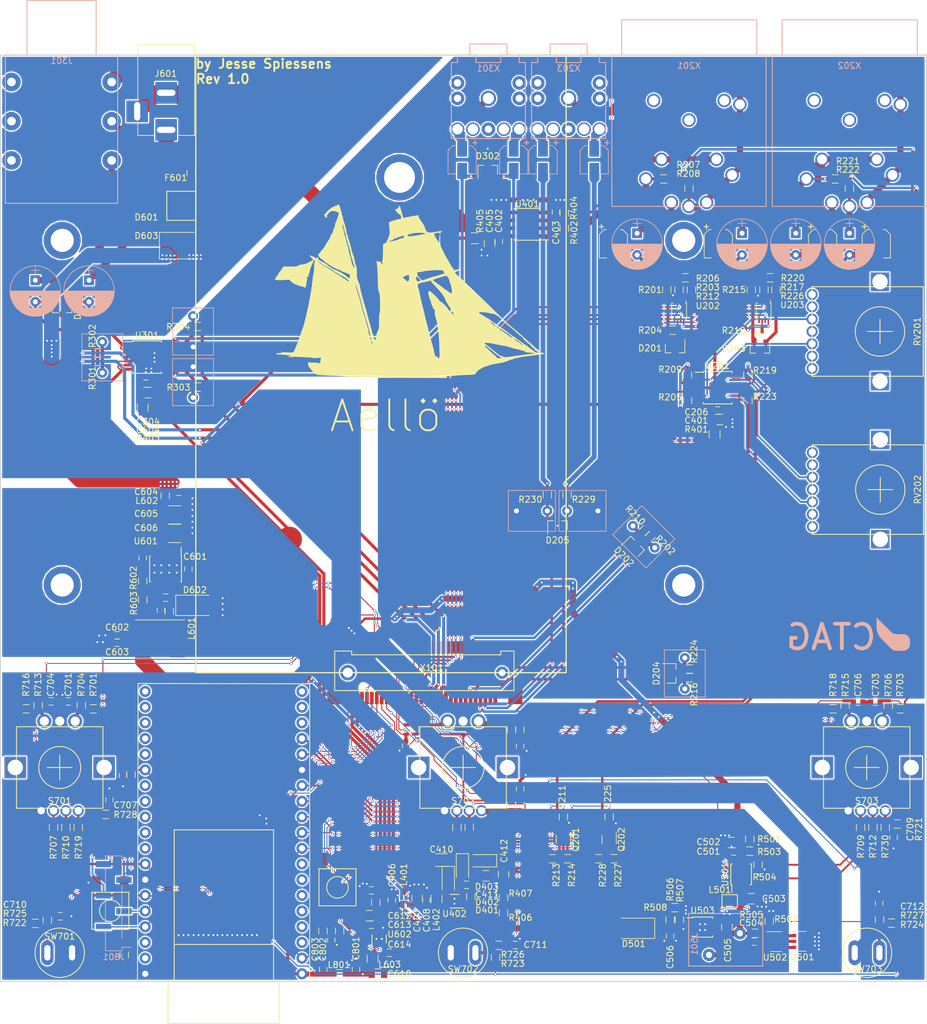
<source format=kicad_pcb>
(kicad_pcb (version 4) (host pcbnew 4.0.7)
  (layers (0 F.Cu signal) (31 B.Cu signal) (34 B.Paste user) (35 F.Paste user) (36 B.SilkS user) (37 F.SilkS user) (38 B.Mask user) (39 F.Mask user) (44 Edge.Cuts user))
  (net 0 "")
  (net 1 /Inputs/In1-)
  (net 2 /Inputs/In1+)
  (net 3 ADC1+)
  (net 4 ADC1-)
  (net 5 GND)
  (net 6 +5V_Input)
  (net 7 /Inputs/In2-)
  (net 8 /Inputs/In2+)
  (net 9 ADC2+)
  (net 10 ADC2-)
  (net 11 ADC3+)
  (net 12 "Net-(C213-Pad1)")
  (net 13 "Net-(C213-Pad2)")
  (net 14 "Net-(C214-Pad1)")
  (net 15 "Net-(C214-Pad2)")
  (net 16 ADC4+)
  (net 17 "Net-(C301-Pad1)")
  (net 18 "Net-(C301-Pad2)")
  (net 19 "Net-(C302-Pad1)")
  (net 20 "Net-(C302-Pad2)")
  (net 21 "Net-(C303-Pad1)")
  (net 22 "Net-(C303-Pad2)")
  (net 23 +5V_Outputs)
  (net 24 "Net-(C305-Pad1)")
  (net 25 "Net-(C305-Pad2)")
  (net 26 "Net-(C306-Pad1)")
  (net 27 "Net-(C307-Pad2)")
  (net 28 "Net-(C308-Pad1)")
  (net 29 "Net-(C308-Pad2)")
  (net 30 +5V_Bias)
  (net 31 "Net-(C403-Pad1)")
  (net 32 +5V)
  (net 33 "Net-(C407-Pad1)")
  (net 34 "Net-(C409-Pad1)")
  (net 35 "Net-(C410-Pad1)")
  (net 36 "Net-(C410-Pad2)")
  (net 37 "Net-(C411-Pad1)")
  (net 38 +48V)
  (net 39 "Net-(C501-Pad2)")
  (net 40 +5V_BAT)
  (net 41 "Net-(C503-Pad1)")
  (net 42 "Net-(C504-Pad2)")
  (net 43 "Net-(C504-Pad1)")
  (net 44 +5V_AUX)
  (net 45 "Net-(C601-Pad2)")
  (net 46 "Net-(C601-Pad1)")
  (net 47 "Net-(C604-Pad1)")
  (net 48 "Net-(C605-Pad1)")
  (net 49 "Net-(C607-Pad2)")
  (net 50 "Net-(C607-Pad1)")
  (net 51 "Net-(C609-Pad1)")
  (net 52 +3V3)
  (net 53 "Net-(C612-Pad1)")
  (net 54 "Net-(C614-Pad2)")
  (net 55 ENCODER_1_A)
  (net 56 ENCODER_2_A)
  (net 57 ENCODER_3_A)
  (net 58 ENCODER_1_B)
  (net 59 ENCODER_2_B)
  (net 60 ENCODER_3_B)
  (net 61 ENCODER_1_SW)
  (net 62 ENCODER_2_SW)
  (net 63 ENCODER_3_SW)
  (net 64 SW_1)
  (net 65 SW_2)
  (net 66 SW_3)
  (net 67 /ESP/+3V3_ESP)
  (net 68 ESP_EN)
  (net 69 /ESP/ESP_BOOT)
  (net 70 "Net-(D201-Pad1)")
  (net 71 "Net-(D201-Pad2)")
  (net 72 "Net-(D201-Pad3)")
  (net 73 "Net-(D202-Pad3)")
  (net 74 "Net-(D203-Pad1)")
  (net 75 "Net-(D203-Pad2)")
  (net 76 "Net-(D203-Pad3)")
  (net 77 "Net-(D204-Pad3)")
  (net 78 "Net-(D301-Pad3)")
  (net 79 +5V_USB)
  (net 80 "Net-(D601-Pad2)")
  (net 81 "Net-(D601-Pad3)")
  (net 82 "Net-(F601-Pad1)")
  (net 83 "Net-(J101-Pad1)")
  (net 84 "Net-(J102-Pad1)")
  (net 85 "Net-(J103-Pad1)")
  (net 86 "Net-(J104-Pad1)")
  (net 87 "Net-(J105-Pad1)")
  (net 88 ESP_TX)
  (net 89 ESP_RX)
  (net 90 "Net-(L501-Pad1)")
  (net 91 "Net-(L603-Pad2)")
  (net 92 "Net-(Q501-Pad1)")
  (net 93 "Net-(Q501-Pad3)")
  (net 94 "Net-(Q501-Pad4)")
  (net 95 "Net-(R202-Pad1)")
  (net 96 "Net-(R203-Pad2)")
  (net 97 "Net-(R204-Pad2)")
  (net 98 "Net-(R205-Pad2)")
  (net 99 "Net-(Q201-Pad3)")
  (net 100 "Net-(R209-Pad1)")
  (net 101 "Net-(R209-Pad2)")
  (net 102 Phantom_1)
  (net 103 "Net-(Q201-Pad2)")
  (net 104 "Net-(Q201-Pad6)")
  (net 105 "Net-(Q201-Pad5)")
  (net 106 "Net-(R216-Pad1)")
  (net 107 "Net-(R217-Pad2)")
  (net 108 "Net-(R218-Pad2)")
  (net 109 "Net-(R219-Pad2)")
  (net 110 "Net-(Q202-Pad3)")
  (net 111 "Net-(R223-Pad1)")
  (net 112 "Net-(R223-Pad2)")
  (net 113 Phantom_2)
  (net 114 "Net-(Q202-Pad2)")
  (net 115 "Net-(Q202-Pad6)")
  (net 116 "Net-(Q202-Pad5)")
  (net 117 DAC1+)
  (net 118 DAC1-)
  (net 119 DAC2+)
  (net 120 DAC3+)
  (net 121 "Net-(R406-Pad2)")
  (net 122 "Net-(R408-Pad1)")
  (net 123 "Net-(R502-Pad2)")
  (net 124 "Net-(R503-Pad2)")
  (net 125 "Net-(R506-Pad1)")
  (net 126 "Net-(R507-Pad2)")
  (net 127 "Net-(R602-Pad2)")
  (net 128 "Net-(R701-Pad2)")
  (net 129 "Net-(R702-Pad2)")
  (net 130 "Net-(R703-Pad2)")
  (net 131 BLUE_1)
  (net 132 "Net-(R707-Pad2)")
  (net 133 BLUE_2)
  (net 134 "Net-(R708-Pad2)")
  (net 135 BLUE_3)
  (net 136 "Net-(R709-Pad2)")
  (net 137 ORANGE_1)
  (net 138 "Net-(R710-Pad2)")
  (net 139 ORANGE_2)
  (net 140 "Net-(R711-Pad2)")
  (net 141 ORANGE_3)
  (net 142 "Net-(R712-Pad2)")
  (net 143 "Net-(R713-Pad1)")
  (net 144 "Net-(R714-Pad1)")
  (net 145 "Net-(R715-Pad1)")
  (net 146 "Net-(R722-Pad2)")
  (net 147 "Net-(R723-Pad2)")
  (net 148 "Net-(R724-Pad2)")
  (net 149 "Net-(R801-Pad2)")
  (net 150 "Net-(R803-Pad1)")
  (net 151 "Net-(R804-Pad2)")
  (net 152 "Net-(RV201-Pad1)")
  (net 153 "Net-(RV202-Pad1)")
  (net 154 "Net-(S801-Pad1)")
  (net 155 "Net-(S802-Pad1)")
  (net 156 Pad_1)
  (net 157 Impedance_1)
  (net 158 Pad_2)
  (net 159 Impedance_2)
  (net 160 +1V65_Inputs)
  (net 161 +1V65_Outputs)
  (net 162 Phantom)
  (net 163 "Net-(U503-Pad6)")
  (net 164 "Net-(U503-Pad7)")
  (net 165 +3V3_EN)
  (net 166 "Net-(U602-Pad3)")
  (net 167 "Net-(U801-Pad4)")
  (net 168 "Net-(U801-Pad5)")
  (net 169 "Net-(U801-Pad6)")
  (net 170 "Net-(U801-Pad7)")
  (net 171 "Net-(U801-Pad8)")
  (net 172 "Net-(U801-Pad9)")
  (net 173 "Net-(U801-Pad26)")
  (net 174 "Net-(U801-Pad27)")
  (net 175 "Net-(U801-Pad28)")
  (net 176 "Net-(U801-Pad32)")
  (net 177 "Net-(U801-Pad36)")
  (net 178 "Net-(U801-Pad37)")
  (net 179 "Net-(U801-Pad18)")
  (net 180 "Net-(U801-Pad19)")
  (net 181 "Net-(U801-Pad20)")
  (net 182 "Net-(U801-Pad21)")
  (net 183 "Net-(U801-Pad22)")
  (net 184 "Net-(U801-Pad23)")
  (net 185 "Net-(U801-Pad24)")
  (net 186 "Net-(U802-Pad3)")
  (net 187 "Net-(U802-Pad4)")
  (net 188 "Net-(U802-Pad5)")
  (net 189 "Net-(U802-Pad6)")
  (net 190 "Net-(U802-Pad7)")
  (net 191 "Net-(U802-Pad8)")
  (net 192 "Net-(U802-Pad17)")
  (net 193 "Net-(U802-Pad18)")
  (net 194 "Net-(U802-Pad19)")
  (net 195 "Net-(U802-Pad20)")
  (net 196 "Net-(U802-Pad21)")
  (net 197 "Net-(U802-Pad22)")
  (net 198 "Net-(U802-Pad23)")
  (net 199 "Net-(U802-Pad24)")
  (net 200 "Net-(U802-Pad26)")
  (net 201 "Net-(U802-Pad27)")
  (net 202 "Net-(U802-Pad28)")
  (net 203 "Net-(U802-Pad36)")
  (net 204 "Net-(U802-Pad37)")
  (net 205 "Net-(X101-Pad28)")
  (net 206 "Net-(X101-Pad30)")
  (net 207 "Net-(X101-Pad31)")
  (net 208 "Net-(X101-Pad32)")
  (net 209 "Net-(X101-Pad33)")
  (net 210 "Net-(X101-Pad34)")
  (net 211 "Net-(X101-Pad35)")
  (net 212 "Net-(X101-Pad36)")
  (net 213 "Net-(X101-Pad37)")
  (net 214 "Net-(X101-Pad38)")
  (net 215 "Net-(X101-Pad39)")
  (net 216 "Net-(X101-Pad40)")
  (net 217 "Net-(X101-Pad46)")
  (net 218 "Net-(X101-Pad48)")
  (net 219 "Net-(X101-Pad49)")
  (net 220 "Net-(X101-Pad50)")
  (net 221 "Net-(X101-Pad51)")
  (net 222 "Net-(X101-Pad52)")
  (net 223 "Net-(X203-Pad10)")
  (net 224 "Net-(X203-Pad11)")
  (net 225 "Net-(X301-Pad10)")
  (net 226 "Net-(X301-Pad11)")
  (net 227 "Net-(C207-Pad1)")
  (net 228 "Net-(C208-Pad1)")
  (net 229 "Net-(C209-Pad1)")
  (net 230 "Net-(C210-Pad1)")
  (net 231 "Net-(C203-Pad1)")
  (net 232 "Net-(C204-Pad1)")
  (net 233 "Net-(C201-Pad1)")
  (net 234 "Net-(C202-Pad1)")
  (net 235 "Net-(S801-Pad3)")
  (net 236 "Net-(R719-Pad2)")
  (net 237 "Net-(R720-Pad2)")
  (net 238 "Net-(R721-Pad2)")
  (net 239 "Net-(U801-Pad29)")
  (net 240 "Net-(U801-Pad30)")
  (net 241 "Net-(U802-Pad29)")
  (net 242 "Net-(U802-Pad30)")
  (module Fiducials:Fiducial_1mm_Dia_2.54mm_Outer_CopperTop (layer F.Cu) (at 166.6 30.5)
    (fp_text reference REF** hide)
    (fp_text value Fiducial_1mm_Dia_2.54mm_Outer_CopperTop)
    (pad ~ smd circle (at 0 0) (size 1 1) (layers F.Cu F.Mask) (clearance 0.77))
  )
  (module Fiducials:Fiducial_1mm_Dia_2.54mm_Outer_CopperTop (layer F.Cu) (at 166.6 176.7)
    (fp_text reference REF** hide)
    (fp_text value Fiducial_1mm_Dia_2.54mm_Outer_CopperTop)
    (pad ~ smd circle (at 0 0) (size 1 1) (layers F.Cu F.Mask) (clearance 0.77))
  )
  (module Capacitors_SMD:CP_Elec_4x5.3 (layer F.Cu) (at 134.8 59.15 270)
    (fp_text reference C201 hide)
    (fp_text value "10uF 10V")
    (fp_text user + (at -2.77 2.01 270) (layer F.SilkS))
    (pad 1 smd rect (at -1.8 0 90) (size 2.6 1.6) (layers F.Cu F.Paste F.Mask) (net 233 "Net-(C201-Pad1)"))
    (pad 2 smd rect (at 1.8 0 90) (size 2.6 1.6) (layers F.Cu F.Paste F.Mask) (net 1 /Inputs/In1-))
  )
  (module Capacitors_SMD:CP_Elec_4x5.3 (layer F.Cu) (at 117.8 59.15 270)
    (fp_text reference C202 hide)
    (fp_text value "10uF 10V")
    (fp_text user + (at -2.77 2.01 270) (layer F.SilkS))
    (pad 1 smd rect (at -1.8 0 90) (size 2.6 1.6) (layers F.Cu F.Paste F.Mask) (net 234 "Net-(C202-Pad1)"))
    (pad 2 smd rect (at 1.8 0 90) (size 2.6 1.6) (layers F.Cu F.Paste F.Mask) (net 2 /Inputs/In1+))
  )
  (module Capacitors_THT:CP_Radial_D8.0mm_P3.50mm (layer B.Cu) (at 121.65 57.45 270)
    (fp_text reference C203 hide)
    (fp_text value "10uF 100V")
    (pad 1 thru_hole rect (at 0 0 270) (size 1.6 1.6) (drill 0.8) (layers *.Cu *.Mask) (net 231 "Net-(C203-Pad1)"))
    (pad 2 thru_hole circle (at 3.5 0 270) (size 1.6 1.6) (drill 0.8) (layers *.Cu *.Mask) (net 2 /Inputs/In1+))
  )
  (module Capacitors_THT:CP_Radial_D8.0mm_P3.50mm (layer B.Cu) (at 138.65 57.45 270)
    (fp_text reference C204 hide)
    (fp_text value "10uF 100V")
    (pad 1 thru_hole rect (at 0 0 270) (size 1.6 1.6) (drill 0.8) (layers *.Cu *.Mask) (net 232 "Net-(C204-Pad1)"))
    (pad 2 thru_hole circle (at 3.5 0 270) (size 1.6 1.6) (drill 0.8) (layers *.Cu *.Mask) (net 1 /Inputs/In1-))
  )
  (module Capacitors_THT:C_Rect_L7.5mm_W6.5mm_P5.00mm (layer B.Cu) (at 124.511827 108.363908 135)
    (fp_text reference C205 hide)
    (fp_text value 68nF)
    (pad 1 thru_hole circle (at 0 0 135) (size 1.6 1.6) (drill 0.8) (layers *.Cu *.Mask) (net 3 ADC1+))
    (pad 2 thru_hole circle (at 5 0 135) (size 1.6 1.6) (drill 0.8) (layers *.Cu *.Mask) (net 4 ADC1-))
  )
  (module Capacitors_SMD:C_0603 (layer F.Cu) (at 134.7 86.15)
    (fp_text reference C206 (at -3.45 0.25) (layer F.SilkS))
    (fp_text value 100nF)
    (pad 2 smd rect (at 0.75 0) (size 0.8 0.75) (layers F.Cu F.Paste F.Mask) (net 5 GND))
    (pad 1 smd rect (at -0.75 0) (size 0.8 0.75) (layers F.Cu F.Paste F.Mask) (net 6 +5V_Input))
  )
  (module Capacitors_SMD:CP_Elec_4x5.3 (layer F.Cu) (at 160.4 59.15 270)
    (fp_text reference C207 hide)
    (fp_text value "10uF 10V")
    (fp_text user + (at -2.77 2.01 270) (layer F.SilkS))
    (pad 1 smd rect (at -1.8 0 90) (size 2.6 1.6) (layers F.Cu F.Paste F.Mask) (net 227 "Net-(C207-Pad1)"))
    (pad 2 smd rect (at 1.8 0 90) (size 2.6 1.6) (layers F.Cu F.Paste F.Mask) (net 7 /Inputs/In2-))
  )
  (module Capacitors_SMD:CP_Elec_4x5.3 (layer F.Cu) (at 151.7 59.15 270)
    (fp_text reference C208 hide)
    (fp_text value "10uF 10V")
    (fp_text user + (at -2.77 2.01 270) (layer F.SilkS))
    (pad 1 smd rect (at -1.8 0 90) (size 2.6 1.6) (layers F.Cu F.Paste F.Mask) (net 228 "Net-(C208-Pad1)"))
    (pad 2 smd rect (at 1.8 0 90) (size 2.6 1.6) (layers F.Cu F.Paste F.Mask) (net 8 /Inputs/In2+))
  )
  (module Capacitors_THT:CP_Radial_D8.0mm_P3.50mm (layer B.Cu) (at 147.35 57.45 270)
    (fp_text reference C209 hide)
    (fp_text value "10uF 100V")
    (pad 1 thru_hole rect (at 0 0 270) (size 1.6 1.6) (drill 0.8) (layers *.Cu *.Mask) (net 229 "Net-(C209-Pad1)"))
    (pad 2 thru_hole circle (at 3.5 0 270) (size 1.6 1.6) (drill 0.8) (layers *.Cu *.Mask) (net 8 /Inputs/In2+))
  )
  (module Capacitors_THT:CP_Radial_D8.0mm_P3.50mm (layer B.Cu) (at 156.05 57.45 270)
    (fp_text reference C210 hide)
    (fp_text value "10uF 100V")
    (pad 1 thru_hole rect (at 0 0 270) (size 1.6 1.6) (drill 0.8) (layers *.Cu *.Mask) (net 230 "Net-(C210-Pad1)"))
    (pad 2 thru_hole circle (at 3.5 0 270) (size 1.6 1.6) (drill 0.8) (layers *.Cu *.Mask) (net 7 /Inputs/In2-))
  )
  (module Capacitors_THT:C_Rect_L7.5mm_W6.5mm_P5.00mm (layer B.Cu) (at 129.377549 131.212347 90)
    (fp_text reference C211 hide)
    (fp_text value 68nF)
    (pad 1 thru_hole circle (at 0 0 90) (size 1.6 1.6) (drill 0.8) (layers *.Cu *.Mask) (net 9 ADC2+))
    (pad 2 thru_hole circle (at 5 0 90) (size 1.6 1.6) (drill 0.8) (layers *.Cu *.Mask) (net 10 ADC2-))
  )
  (module Capacitors_THT:C_Rect_L7.5mm_W6.5mm_P5.00mm (layer B.Cu) (at 115.3 102.4 180)
    (fp_text reference C212 hide)
    (fp_text value 68nF)
    (pad 1 thru_hole circle (at 0 0 180) (size 1.6 1.6) (drill 0.8) (layers *.Cu *.Mask) (net 5 GND))
    (pad 2 thru_hole circle (at 5 0 180) (size 1.6 1.6) (drill 0.8) (layers *.Cu *.Mask) (net 11 ADC3+))
  )
  (module Capacitors_SMD:CP_Elec_4x5.3 (layer B.Cu) (at 114.7 45.55 270)
    (fp_text reference C213 hide)
    (fp_text value "10uF 10V")
    (fp_text user + (at -2.77 -2.01 270) (layer B.SilkS) (effects (justify mirror)))
    (pad 1 smd rect (at -1.8 0 90) (size 2.6 1.6) (layers B.Cu B.Paste B.Mask) (net 12 "Net-(C213-Pad1)"))
    (pad 2 smd rect (at 1.8 0 90) (size 2.6 1.6) (layers B.Cu B.Paste B.Mask) (net 13 "Net-(C213-Pad2)"))
  )
  (module Capacitors_SMD:CP_Elec_4x5.3 (layer B.Cu) (at 106.4 45.55 270)
    (fp_text reference C214 hide)
    (fp_text value "10uF 10V")
    (fp_text user + (at -2.77 -2.01 270) (layer B.SilkS) (effects (justify mirror)))
    (pad 1 smd rect (at -1.8 0 90) (size 2.6 1.6) (layers B.Cu B.Paste B.Mask) (net 14 "Net-(C214-Pad1)"))
    (pad 2 smd rect (at 1.8 0 90) (size 2.6 1.6) (layers B.Cu B.Paste B.Mask) (net 15 "Net-(C214-Pad2)"))
  )
  (module Capacitors_THT:C_Rect_L7.5mm_W6.5mm_P5.00mm (layer B.Cu) (at 107.1 102.4 180)
    (fp_text reference C215 hide)
    (fp_text value 68nF)
    (pad 1 thru_hole circle (at 0 0 180) (size 1.6 1.6) (drill 0.8) (layers *.Cu *.Mask) (net 16 ADC4+))
    (pad 2 thru_hole circle (at 5 0 180) (size 1.6 1.6) (drill 0.8) (layers *.Cu *.Mask) (net 5 GND))
  )
  (module Capacitors_THT:CP_Radial_D8.0mm_P3.50mm (layer B.Cu) (at 24.15 65.05 270)
    (fp_text reference C301 hide)
    (fp_text value "10uF 100V")
    (pad 1 thru_hole rect (at 0 0 270) (size 1.6 1.6) (drill 0.8) (layers *.Cu *.Mask) (net 17 "Net-(C301-Pad1)"))
    (pad 2 thru_hole circle (at 3.5 0 270) (size 1.6 1.6) (drill 0.8) (layers *.Cu *.Mask) (net 18 "Net-(C301-Pad2)"))
  )
  (module Capacitors_THT:C_Rect_L7.5mm_W6.5mm_P5.00mm (layer B.Cu) (at 35 80.034316 90)
    (fp_text reference C302 hide)
    (fp_text value 68nF)
    (pad 1 thru_hole circle (at 0 0 90) (size 1.6 1.6) (drill 0.8) (layers *.Cu *.Mask) (net 19 "Net-(C302-Pad1)"))
    (pad 2 thru_hole circle (at 5 0 90) (size 1.6 1.6) (drill 0.8) (layers *.Cu *.Mask) (net 20 "Net-(C302-Pad2)"))
  )
  (module Capacitors_THT:CP_Radial_D8.0mm_P3.50mm (layer B.Cu) (at 32.85 65.05 270)
    (fp_text reference C303 hide)
    (fp_text value "10uF 100V")
    (pad 1 thru_hole rect (at 0 0 270) (size 1.6 1.6) (drill 0.8) (layers *.Cu *.Mask) (net 21 "Net-(C303-Pad1)"))
    (pad 2 thru_hole circle (at 3.5 0 270) (size 1.6 1.6) (drill 0.8) (layers *.Cu *.Mask) (net 22 "Net-(C303-Pad2)"))
  )
  (module Capacitors_SMD:C_0603 (layer F.Cu) (at 42.05 81.8)
    (fp_text reference C304 (at 0.35 6.15 180) (layer F.SilkS))
    (fp_text value 100nF)
    (pad 2 smd rect (at 0.75 0) (size 0.8 0.75) (layers F.Cu F.Paste F.Mask) (net 5 GND))
    (pad 1 smd rect (at -0.75 0) (size 0.8 0.75) (layers F.Cu F.Paste F.Mask) (net 23 +5V_Outputs))
  )
  (module Capacitors_SMD:CP_Elec_4x5.3 (layer B.Cu) (at 101.65 45.55 270)
    (fp_text reference C305 hide)
    (fp_text value "10uF 10V")
    (fp_text user + (at -2.77 -2.01 270) (layer B.SilkS) (effects (justify mirror)))
    (pad 1 smd rect (at -1.8 0 90) (size 2.6 1.6) (layers B.Cu B.Paste B.Mask) (net 24 "Net-(C305-Pad1)"))
    (pad 2 smd rect (at 1.8 0 90) (size 2.6 1.6) (layers B.Cu B.Paste B.Mask) (net 25 "Net-(C305-Pad2)"))
  )
  (module Capacitors_THT:C_Rect_L7.5mm_W6.5mm_P5.00mm (layer B.Cu) (at 49.7 84.05 90)
    (fp_text reference C306 hide)
    (fp_text value 68nF)
    (pad 1 thru_hole circle (at 0 0 90) (size 1.6 1.6) (drill 0.8) (layers *.Cu *.Mask) (net 26 "Net-(C306-Pad1)"))
    (pad 2 thru_hole circle (at 5 0 90) (size 1.6 1.6) (drill 0.8) (layers *.Cu *.Mask) (net 5 GND))
  )
  (module Capacitors_THT:C_Rect_L7.5mm_W6.5mm_P5.00mm (layer B.Cu) (at 49.7 75.85 90)
    (fp_text reference C307 hide)
    (fp_text value 68nF)
    (pad 1 thru_hole circle (at 0 0 90) (size 1.6 1.6) (drill 0.8) (layers *.Cu *.Mask) (net 5 GND))
    (pad 2 thru_hole circle (at 5 0 90) (size 1.6 1.6) (drill 0.8) (layers *.Cu *.Mask) (net 27 "Net-(C307-Pad2)"))
  )
  (module Capacitors_SMD:CP_Elec_4x5.3 (layer B.Cu) (at 93.3 45.55 270)
    (fp_text reference C308 hide)
    (fp_text value "10uF 10V")
    (fp_text user + (at -2.77 -2.01 270) (layer B.SilkS) (effects (justify mirror)))
    (pad 1 smd rect (at -1.8 0 90) (size 2.6 1.6) (layers B.Cu B.Paste B.Mask) (net 28 "Net-(C308-Pad1)"))
    (pad 2 smd rect (at 1.8 0 90) (size 2.6 1.6) (layers B.Cu B.Paste B.Mask) (net 29 "Net-(C308-Pad2)"))
  )
  (module Capacitors_SMD:C_0805 (layer F.Cu) (at 135.05 87.6)
    (fp_text reference C401 (at -3.8 0.15 180) (layer F.SilkS))
    (fp_text value 22uF)
    (pad 1 smd rect (at -1 0) (size 1 1.25) (layers F.Cu F.Paste F.Mask) (net 6 +5V_Input))
    (pad 2 smd rect (at 1 0) (size 1 1.25) (layers F.Cu F.Paste F.Mask) (net 5 GND))
  )
  (module Capacitors_SMD:C_0603 (layer F.Cu) (at 99.25 58.75 270)
    (fp_text reference C402 (at -3.3 0 270) (layer F.SilkS))
    (fp_text value 100nF)
    (pad 2 smd rect (at 0.75 0 270) (size 0.8 0.75) (layers F.Cu F.Paste F.Mask) (net 5 GND))
    (pad 1 smd rect (at -0.75 0 270) (size 0.8 0.75) (layers F.Cu F.Paste F.Mask) (net 30 +5V_Bias))
  )
  (module Capacitors_SMD:C_0603 (layer F.Cu) (at 108.5 54 90)
    (fp_text reference C403 (at -3.35 0 90) (layer F.SilkS))
    (fp_text value 1uF)
    (pad 2 smd rect (at 0.75 0 90) (size 0.8 0.75) (layers F.Cu F.Paste F.Mask) (net 5 GND))
    (pad 1 smd rect (at -0.75 0 90) (size 0.8 0.75) (layers F.Cu F.Paste F.Mask) (net 31 "Net-(C403-Pad1)"))
  )
  (module Capacitors_SMD:C_0805 (layer F.Cu) (at 42.4 83.25)
    (fp_text reference C404 (at 0 6.05) (layer F.SilkS))
    (fp_text value 22uF)
    (pad 1 smd rect (at -1 0) (size 1 1.25) (layers F.Cu F.Paste F.Mask) (net 23 +5V_Outputs))
    (pad 2 smd rect (at 1 0) (size 1 1.25) (layers F.Cu F.Paste F.Mask) (net 5 GND))
  )
  (module Capacitors_SMD:C_0805 (layer F.Cu) (at 97.75 59.1 270)
    (fp_text reference C405 (at -3.65 0 450) (layer F.SilkS))
    (fp_text value 22uF)
    (pad 1 smd rect (at -1 0 270) (size 1 1.25) (layers F.Cu F.Paste F.Mask) (net 30 +5V_Bias))
    (pad 2 smd rect (at 1 0 270) (size 1 1.25) (layers F.Cu F.Paste F.Mask) (net 5 GND))
  )
  (module Capacitors_SMD:C_0603 (layer F.Cu) (at 81.9 165.45 90)
    (fp_text reference C406 (at 4.05 0.05 90) (layer F.SilkS))
    (fp_text value 100nF)
    (pad 2 smd rect (at 0.75 0 90) (size 0.8 0.75) (layers F.Cu F.Paste F.Mask) (net 5 GND))
    (pad 1 smd rect (at -0.75 0 90) (size 0.8 0.75) (layers F.Cu F.Paste F.Mask) (net 32 +5V))
  )
  (module Capacitors_SMD:C_0805 (layer F.Cu) (at 86 165.1 90)
    (fp_text reference C407 (at -3.6 0 90) (layer F.SilkS))
    (fp_text value 4.7uF)
    (pad 1 smd rect (at -1 0 90) (size 1 1.25) (layers F.Cu F.Paste F.Mask) (net 33 "Net-(C407-Pad1)"))
    (pad 2 smd rect (at 1 0 90) (size 1 1.25) (layers F.Cu F.Paste F.Mask) (net 5 GND))
  )
  (module Capacitors_SMD:C_0603 (layer F.Cu) (at 87.5 165.45 90)
    (fp_text reference C408 (at -3.25 0.05 90) (layer F.SilkS))
    (fp_text value 100nF)
    (pad 2 smd rect (at 0.75 0 90) (size 0.8 0.75) (layers F.Cu F.Paste F.Mask) (net 5 GND))
    (pad 1 smd rect (at -0.75 0 90) (size 0.8 0.75) (layers F.Cu F.Paste F.Mask) (net 33 "Net-(C407-Pad1)"))
  )
  (module Capacitors_SMD:C_0603 (layer F.Cu) (at 94 162.95 180)
    (fp_text reference C409 hide)
    (fp_text value 10nF)
    (pad 2 smd rect (at 0.75 0 180) (size 0.8 0.75) (layers F.Cu F.Paste F.Mask) (net 5 GND))
    (pad 1 smd rect (at -0.75 0 180) (size 0.8 0.75) (layers F.Cu F.Paste F.Mask) (net 34 "Net-(C409-Pad1)"))
  )
  (module Capacitors_SMD:C_1206 (layer F.Cu) (at 89.95 158.95 180)
    (fp_text reference C410 (at 0 1.75 180) (layer F.SilkS))
    (fp_text value 1uF)
    (pad 1 smd rect (at -1.5 0 180) (size 1 1.6) (layers F.Cu F.Paste F.Mask) (net 35 "Net-(C410-Pad1)"))
    (pad 2 smd rect (at 1.5 0 180) (size 1 1.6) (layers F.Cu F.Paste F.Mask) (net 36 "Net-(C410-Pad2)"))
  )
  (module Capacitors_SMD:C_0805 (layer F.Cu) (at 97.15 161.5)
    (fp_text reference C411 (at 0.2 3) (layer F.SilkS))
    (fp_text value 4.7uF)
    (pad 1 smd rect (at -1 0) (size 1 1.25) (layers F.Cu F.Paste F.Mask) (net 37 "Net-(C411-Pad1)"))
    (pad 2 smd rect (at 1 0) (size 1 1.25) (layers F.Cu F.Paste F.Mask) (net 38 +48V))
  )
  (module Capacitors_SMD:C_0805 (layer F.Cu) (at 100 161.25 90)
    (fp_text reference C412 (at 3.8 0.1 90) (layer F.SilkS))
    (fp_text value 4.7uF)
    (pad 1 smd rect (at -1 0 90) (size 1 1.25) (layers F.Cu F.Paste F.Mask) (net 5 GND))
    (pad 2 smd rect (at 1 0 90) (size 1 1.25) (layers F.Cu F.Paste F.Mask) (net 38 +48V))
  )
  (module Capacitors_SMD:C_0603 (layer F.Cu) (at 137.25 157.55 180)
    (fp_text reference C501 (at 4.05 0 180) (layer F.SilkS))
    (fp_text value 100nF)
    (pad 2 smd rect (at 0.75 0 180) (size 0.8 0.75) (layers F.Cu F.Paste F.Mask) (net 39 "Net-(C501-Pad2)"))
    (pad 1 smd rect (at -0.75 0 180) (size 0.8 0.75) (layers F.Cu F.Paste F.Mask) (net 40 +5V_BAT))
  )
  (module Capacitors_SMD:C_0805 (layer F.Cu) (at 136.9 156.1 180)
    (fp_text reference C502 (at 3.7 0.1 180) (layer F.SilkS))
    (fp_text value 22uF)
    (pad 1 smd rect (at -1 0 180) (size 1 1.25) (layers F.Cu F.Paste F.Mask) (net 40 +5V_BAT))
    (pad 2 smd rect (at 1 0 180) (size 1 1.25) (layers F.Cu F.Paste F.Mask) (net 5 GND))
  )
  (module Capacitors_SMD:C_0805 (layer F.Cu) (at 140.15 165.2)
    (fp_text reference C503 (at 3.65 0) (layer F.SilkS))
    (fp_text value 22uF)
    (pad 1 smd rect (at -1 0) (size 1 1.25) (layers F.Cu F.Paste F.Mask) (net 41 "Net-(C503-Pad1)"))
    (pad 2 smd rect (at 1 0) (size 1 1.25) (layers F.Cu F.Paste F.Mask) (net 5 GND))
  )
  (module Capacitors_SMD:C_0603 (layer F.Cu) (at 140.6 172.15 180)
    (fp_text reference C504 (at 0.5 3.05 360) (layer F.SilkS))
    (fp_text value 100nF)
    (pad 2 smd rect (at 0.75 0 180) (size 0.8 0.75) (layers F.Cu F.Paste F.Mask) (net 42 "Net-(C504-Pad2)"))
    (pad 1 smd rect (at -0.75 0 180) (size 0.8 0.75) (layers F.Cu F.Paste F.Mask) (net 43 "Net-(C504-Pad1)"))
  )
  (module Capacitors_SMD:C_0805 (layer F.Cu) (at 136.2 169.8 90)
    (fp_text reference C505 (at -3.75 0.15 90) (layer F.SilkS))
    (fp_text value 4.7uF)
    (pad 1 smd rect (at -1 0 90) (size 1 1.25) (layers F.Cu F.Paste F.Mask) (net 41 "Net-(C503-Pad1)"))
    (pad 2 smd rect (at 1 0 90) (size 1 1.25) (layers F.Cu F.Paste F.Mask) (net 5 GND))
  )
  (module Capacitors_SMD:C_0603 (layer F.Cu) (at 127 171.25 270)
    (fp_text reference C506 (at 3.4 0 270) (layer F.SilkS))
    (fp_text value 1uF)
    (pad 2 smd rect (at 0.75 0 270) (size 0.8 0.75) (layers F.Cu F.Paste F.Mask) (net 5 GND))
    (pad 1 smd rect (at -0.75 0 270) (size 0.8 0.75) (layers F.Cu F.Paste F.Mask) (net 44 +5V_AUX))
  )
  (module Capacitors_SMD:C_0603 (layer F.Cu) (at 48.95 111.8 270)
    (fp_text reference C601 (at -2 -1.1 360) (layer F.SilkS))
    (fp_text value 100nF)
    (pad 2 smd rect (at 0.75 0 270) (size 0.8 0.75) (layers F.Cu F.Paste F.Mask) (net 45 "Net-(C601-Pad2)"))
    (pad 1 smd rect (at -0.75 0 270) (size 0.8 0.75) (layers F.Cu F.Paste F.Mask) (net 46 "Net-(C601-Pad1)"))
  )
  (module Capacitors_SMD:C_0603 (layer F.Cu) (at 37.4 122.55 180)
    (fp_text reference C602 (at 0 1.3 180) (layer F.SilkS))
    (fp_text value 15uF)
    (pad 2 smd rect (at 0.75 0 180) (size 0.8 0.75) (layers F.Cu F.Paste F.Mask) (net 5 GND))
    (pad 1 smd rect (at -0.75 0 180) (size 0.8 0.75) (layers F.Cu F.Paste F.Mask) (net 44 +5V_AUX))
  )
  (module Capacitors_SMD:C_0603 (layer F.Cu) (at 37.4 123.75 180)
    (fp_text reference C603 (at 0 -1.5 180) (layer F.SilkS))
    (fp_text value 15uF)
    (pad 2 smd rect (at 0.75 0 180) (size 0.8 0.75) (layers F.Cu F.Paste F.Mask) (net 5 GND))
    (pad 1 smd rect (at -0.75 0 180) (size 0.8 0.75) (layers F.Cu F.Paste F.Mask) (net 44 +5V_AUX))
  )
  (module Capacitors_SMD:C_0603 (layer F.Cu) (at 47.4 99.3)
    (fp_text reference C604 (at -5.3 0) (layer F.SilkS))
    (fp_text value 100nF)
    (pad 2 smd rect (at 0.75 0) (size 0.8 0.75) (layers F.Cu F.Paste F.Mask) (net 5 GND))
    (pad 1 smd rect (at -0.75 0) (size 0.8 0.75) (layers F.Cu F.Paste F.Mask) (net 47 "Net-(C604-Pad1)"))
  )
  (module Capacitors_SMD:C_1210 (layer F.Cu) (at 46.75 103.05)
    (fp_text reference C605 (at -4.65 -0.2) (layer F.SilkS))
    (fp_text value 22uF)
    (pad 1 smd rect (at -1.5 0) (size 1 2.5) (layers F.Cu F.Paste F.Mask) (net 48 "Net-(C605-Pad1)"))
    (pad 2 smd rect (at 1.5 0) (size 1 2.5) (layers F.Cu F.Paste F.Mask) (net 5 GND))
  )
  (module Capacitors_SMD:C_1210 (layer F.Cu) (at 46.75 106.05)
    (fp_text reference C606 (at -4.65 -0.9) (layer F.SilkS))
    (fp_text value 22uF)
    (pad 1 smd rect (at -1.5 0) (size 1 2.5) (layers F.Cu F.Paste F.Mask) (net 48 "Net-(C605-Pad1)"))
    (pad 2 smd rect (at 1.5 0) (size 1 2.5) (layers F.Cu F.Paste F.Mask) (net 5 GND))
  )
  (module Capacitors_SMD:C_0603 (layer F.Cu) (at 44.5 118.5 270)
    (fp_text reference C607 hide)
    (fp_text value 2.7nF)
    (pad 2 smd rect (at 0.75 0 270) (size 0.8 0.75) (layers F.Cu F.Paste F.Mask) (net 49 "Net-(C607-Pad2)"))
    (pad 1 smd rect (at -0.75 0 270) (size 0.8 0.75) (layers F.Cu F.Paste F.Mask) (net 50 "Net-(C607-Pad1)"))
  )
  (module Capacitors_SMD:C_0603 (layer F.Cu) (at 45.25 116.45)
    (fp_text reference C608 hide)
    (fp_text value 39pF)
    (pad 2 smd rect (at 0.75 0) (size 0.8 0.75) (layers F.Cu F.Paste F.Mask) (net 5 GND))
    (pad 1 smd rect (at -0.75 0) (size 0.8 0.75) (layers F.Cu F.Paste F.Mask) (net 50 "Net-(C607-Pad1)"))
  )
  (module Capacitors_SMD:C_0603 (layer F.Cu) (at 41.55 110 270)
    (fp_text reference C609 hide)
    (fp_text value 8.2nF)
    (pad 2 smd rect (at 0.75 0 270) (size 0.8 0.75) (layers F.Cu F.Paste F.Mask) (net 5 GND))
    (pad 1 smd rect (at -0.75 0 270) (size 0.8 0.75) (layers F.Cu F.Paste F.Mask) (net 51 "Net-(C609-Pad1)"))
  )
  (module Capacitors_SMD:C_0805 (layer F.Cu) (at 79.65 177.4)
    (fp_text reference C610 (at 3.5 -0.05) (layer F.SilkS))
    (fp_text value 4.7uF)
    (pad 1 smd rect (at -1 0) (size 1 1.25) (layers F.Cu F.Paste F.Mask) (net 52 +3V3))
    (pad 2 smd rect (at 1 0) (size 1 1.25) (layers F.Cu F.Paste F.Mask) (net 5 GND))
  )
  (module Capacitors_SMD:C_0603 (layer F.Cu) (at 78.6 163.85 180)
    (fp_text reference C611 hide)
    (fp_text value 100nF)
    (pad 2 smd rect (at 0.75 0 180) (size 0.8 0.75) (layers F.Cu F.Paste F.Mask) (net 5 GND))
    (pad 1 smd rect (at -0.75 0 180) (size 0.8 0.75) (layers F.Cu F.Paste F.Mask) (net 32 +5V))
  )
  (module Capacitors_SMD:C_0805 (layer F.Cu) (at 78.25 167.95 180)
    (fp_text reference C612 (at -4.9 0 180) (layer F.SilkS))
    (fp_text value 4.7uF)
    (pad 1 smd rect (at -1 0 180) (size 1 1.25) (layers F.Cu F.Paste F.Mask) (net 53 "Net-(C612-Pad1)"))
    (pad 2 smd rect (at 1 0 180) (size 1 1.25) (layers F.Cu F.Paste F.Mask) (net 5 GND))
  )
  (module Capacitors_SMD:C_0603 (layer F.Cu) (at 78.6 169.4 180)
    (fp_text reference C613 (at -4.55 0 180) (layer F.SilkS))
    (fp_text value 100nF)
    (pad 2 smd rect (at 0.75 0 180) (size 0.8 0.75) (layers F.Cu F.Paste F.Mask) (net 5 GND))
    (pad 1 smd rect (at -0.75 0 180) (size 0.8 0.75) (layers F.Cu F.Paste F.Mask) (net 53 "Net-(C612-Pad1)"))
  )
  (module Capacitors_SMD:C_0603 (layer F.Cu) (at 81.5 173.95)
    (fp_text reference C614 (at 1.65 -1.35 180) (layer F.SilkS))
    (fp_text value 560pF)
    (pad 2 smd rect (at 0.75 0) (size 0.8 0.75) (layers F.Cu F.Paste F.Mask) (net 54 "Net-(C614-Pad2)"))
    (pad 1 smd rect (at -0.75 0) (size 0.8 0.75) (layers F.Cu F.Paste F.Mask) (net 52 +3V3))
  )
  (module Capacitors_SMD:C_0603 (layer F.Cu) (at 29.5 133.25)
    (fp_text reference C701 (at 0 -2.7 90) (layer F.SilkS))
    (fp_text value 10nF)
    (pad 2 smd rect (at 0.75 0) (size 0.8 0.75) (layers F.Cu F.Paste F.Mask) (net 55 ENCODER_1_A))
    (pad 1 smd rect (at -0.75 0) (size 0.8 0.75) (layers F.Cu F.Paste F.Mask) (net 5 GND))
  )
  (module Capacitors_SMD:C_0603 (layer F.Cu) (at 102.7 140.5 90)
    (fp_text reference C702 hide)
    (fp_text value 10nF)
    (pad 2 smd rect (at 0.75 0 90) (size 0.8 0.75) (layers F.Cu F.Paste F.Mask) (net 56 ENCODER_2_A))
    (pad 1 smd rect (at -0.75 0 90) (size 0.8 0.75) (layers F.Cu F.Paste F.Mask) (net 5 GND))
  )
  (module Capacitors_SMD:C_0603 (layer F.Cu) (at 160.25 133.3)
    (fp_text reference C703 (at 0.05 -2.7 90) (layer F.SilkS))
    (fp_text value 10nF)
    (pad 2 smd rect (at 0.75 0) (size 0.8 0.75) (layers F.Cu F.Paste F.Mask) (net 57 ENCODER_3_A))
    (pad 1 smd rect (at -0.75 0) (size 0.8 0.75) (layers F.Cu F.Paste F.Mask) (net 5 GND))
  )
  (module Capacitors_SMD:C_0603 (layer F.Cu) (at 26.7 133.25 180)
    (fp_text reference C704 (at 0.05 2.7 270) (layer F.SilkS))
    (fp_text value 10nF)
    (pad 2 smd rect (at 0.75 0 180) (size 0.8 0.75) (layers F.Cu F.Paste F.Mask) (net 58 ENCODER_1_B))
    (pad 1 smd rect (at -0.75 0 180) (size 0.8 0.75) (layers F.Cu F.Paste F.Mask) (net 5 GND))
  )
  (module Capacitors_SMD:C_0603 (layer F.Cu) (at 84.2 140.45 90)
    (fp_text reference C705 hide)
    (fp_text value 10nF)
    (pad 2 smd rect (at 0.75 0 90) (size 0.8 0.75) (layers F.Cu F.Paste F.Mask) (net 59 ENCODER_2_B))
    (pad 1 smd rect (at -0.75 0 90) (size 0.8 0.75) (layers F.Cu F.Paste F.Mask) (net 5 GND))
  )
  (module Capacitors_SMD:C_0603 (layer F.Cu) (at 157.45 133.3 180)
    (fp_text reference C706 (at 0 2.7 270) (layer F.SilkS))
    (fp_text value 10nF)
    (pad 2 smd rect (at 0.75 0 180) (size 0.8 0.75) (layers F.Cu F.Paste F.Mask) (net 60 ENCODER_3_B))
    (pad 1 smd rect (at -0.75 0 180) (size 0.8 0.75) (layers F.Cu F.Paste F.Mask) (net 5 GND))
  )
  (module Capacitors_SMD:C_0603 (layer F.Cu) (at 36.15 149.2 90)
    (fp_text reference C707 (at -0.85 2.6 180) (layer F.SilkS))
    (fp_text value 10nF)
    (pad 2 smd rect (at 0.75 0 90) (size 0.8 0.75) (layers F.Cu F.Paste F.Mask) (net 5 GND))
    (pad 1 smd rect (at -0.75 0 90) (size 0.8 0.75) (layers F.Cu F.Paste F.Mask) (net 61 ENCODER_1_SW))
  )
  (module Capacitors_SMD:C_0603 (layer F.Cu) (at 102.7 147.4 90)
    (fp_text reference C708 hide)
    (fp_text value 10nF)
    (pad 2 smd rect (at 0.75 0 90) (size 0.8 0.75) (layers F.Cu F.Paste F.Mask) (net 5 GND))
    (pad 1 smd rect (at -0.75 0 90) (size 0.8 0.75) (layers F.Cu F.Paste F.Mask) (net 62 ENCODER_2_SW))
  )
  (module Capacitors_SMD:C_0603 (layer F.Cu) (at 163.2 155.3 270)
    (fp_text reference C709 (at -1.35 -2.7 270) (layer F.SilkS))
    (fp_text value 10nF)
    (pad 2 smd rect (at 0.75 0 270) (size 0.8 0.75) (layers F.Cu F.Paste F.Mask) (net 5 GND))
    (pad 1 smd rect (at -0.75 0 270) (size 0.8 0.75) (layers F.Cu F.Paste F.Mask) (net 63 ENCODER_3_SW))
  )
  (module Capacitors_SMD:C_0603 (layer F.Cu) (at 28.2 168.05)
    (fp_text reference C710 (at -7.35 -1.9) (layer F.SilkS))
    (fp_text value 10nF)
    (pad 2 smd rect (at 0.75 0) (size 0.8 0.75) (layers F.Cu F.Paste F.Mask) (net 5 GND))
    (pad 1 smd rect (at -0.75 0) (size 0.8 0.75) (layers F.Cu F.Paste F.Mask) (net 64 SW_1))
  )
  (module Capacitors_SMD:C_0603 (layer F.Cu) (at 101.9 172.7)
    (fp_text reference C711 (at 3.3 -0.05) (layer F.SilkS))
    (fp_text value 10nF)
    (pad 2 smd rect (at 0.75 0) (size 0.8 0.75) (layers F.Cu F.Paste F.Mask) (net 5 GND))
    (pad 1 smd rect (at -0.75 0) (size 0.8 0.75) (layers F.Cu F.Paste F.Mask) (net 65 SW_2))
  )
  (module Capacitors_SMD:C_0603 (layer F.Cu) (at 160.861701 165.943934 90)
    (fp_text reference C712 (at -0.506066 5.338299 180) (layer F.SilkS))
    (fp_text value 10nF)
    (pad 2 smd rect (at 0.75 0 90) (size 0.8 0.75) (layers F.Cu F.Paste F.Mask) (net 5 GND))
    (pad 1 smd rect (at -0.75 0 90) (size 0.8 0.75) (layers F.Cu F.Paste F.Mask) (net 66 SW_3))
  )
  (module Capacitors_SMD:C_0603 (layer F.Cu) (at 76.1 176.65 90)
    (fp_text reference C801 (at 3.4 0 90) (layer F.SilkS))
    (fp_text value 10nF)
    (pad 2 smd rect (at 0.75 0 90) (size 0.8 0.75) (layers F.Cu F.Paste F.Mask) (net 5 GND))
    (pad 1 smd rect (at -0.75 0 90) (size 0.8 0.75) (layers F.Cu F.Paste F.Mask) (net 52 +3V3))
  )
  (module Capacitors_SMD:C_0603 (layer F.Cu) (at 70.8 176.65 90)
    (fp_text reference C802 (at 3.25 -0.05 90) (layer F.SilkS))
    (fp_text value 1uF)
    (pad 2 smd rect (at 0.75 0 90) (size 0.8 0.75) (layers F.Cu F.Paste F.Mask) (net 5 GND))
    (pad 1 smd rect (at -0.75 0 90) (size 0.8 0.75) (layers F.Cu F.Paste F.Mask) (net 67 /ESP/+3V3_ESP))
  )
  (module Capacitors_SMD:C_0603 (layer F.Cu) (at 69.6 176.65 90)
    (fp_text reference C803 (at 3.25 -0.1 90) (layer F.SilkS))
    (fp_text value 10nF)
    (pad 2 smd rect (at 0.75 0 90) (size 0.8 0.75) (layers F.Cu F.Paste F.Mask) (net 5 GND))
    (pad 1 smd rect (at -0.75 0 90) (size 0.8 0.75) (layers F.Cu F.Paste F.Mask) (net 67 /ESP/+3V3_ESP))
  )
  (module Capacitors_SMD:C_0603 (layer F.Cu) (at 72.1 171.9 270)
    (fp_text reference C804 hide)
    (fp_text value 10nF)
    (pad 2 smd rect (at 0.75 0 270) (size 0.8 0.75) (layers F.Cu F.Paste F.Mask) (net 5 GND))
    (pad 1 smd rect (at -0.75 0 270) (size 0.8 0.75) (layers F.Cu F.Paste F.Mask) (net 68 ESP_EN))
  )
  (module Capacitors_SMD:C_0603 (layer F.Cu) (at 38.35 145.25 270)
    (fp_text reference C805 hide)
    (fp_text value 10nF)
    (pad 2 smd rect (at 0.75 0 270) (size 0.8 0.75) (layers F.Cu F.Paste F.Mask) (net 5 GND))
    (pad 1 smd rect (at -0.75 0 270) (size 0.8 0.75) (layers F.Cu F.Paste F.Mask) (net 69 /ESP/ESP_BOOT))
  )
  (module TO_SOT_Packages_SMD:SOT-23 (layer F.Cu) (at 127.8 76.05 270)
    (fp_text reference D201 (at 0 4.05 360) (layer F.SilkS))
    (fp_text value MMBZ5V6ALT1G)
    (pad 1 smd rect (at -1 -0.95 270) (size 0.9 0.8) (layers F.Cu F.Paste F.Mask) (net 70 "Net-(D201-Pad1)"))
    (pad 2 smd rect (at -1 0.95 270) (size 0.9 0.8) (layers F.Cu F.Paste F.Mask) (net 71 "Net-(D201-Pad2)"))
    (pad 3 smd rect (at 1 0 270) (size 0.9 0.8) (layers F.Cu F.Paste F.Mask) (net 72 "Net-(D201-Pad3)"))
  )
  (module TO_SOT_Packages_SMD:SOT-23 (layer F.Cu) (at 121.188425 108.151776 45)
    (fp_text reference D202 (at -2.35 0 135) (layer F.SilkS))
    (fp_text value MMBZ5V6ALT1G)
    (pad 1 smd rect (at -1 -0.95 45) (size 0.9 0.8) (layers F.Cu F.Paste F.Mask) (net 4 ADC1-))
    (pad 2 smd rect (at -1 0.95 45) (size 0.9 0.8) (layers F.Cu F.Paste F.Mask) (net 3 ADC1+))
    (pad 3 smd rect (at 1 0 45) (size 0.9 0.8) (layers F.Cu F.Paste F.Mask) (net 73 "Net-(D202-Pad3)"))
  )
  (module TO_SOT_Packages_SMD:SOT-23 (layer F.Cu) (at 141.55 76.1 270)
    (fp_text reference D203 (at 0 4.25 360) (layer F.SilkS))
    (fp_text value MMBZ5V6ALT1G)
    (pad 1 smd rect (at -1 -0.95 270) (size 0.9 0.8) (layers F.Cu F.Paste F.Mask) (net 74 "Net-(D203-Pad1)"))
    (pad 2 smd rect (at -1 0.95 270) (size 0.9 0.8) (layers F.Cu F.Paste F.Mask) (net 75 "Net-(D203-Pad2)"))
    (pad 3 smd rect (at 1 0 270) (size 0.9 0.8) (layers F.Cu F.Paste F.Mask) (net 76 "Net-(D203-Pad3)"))
  )
  (module TO_SOT_Packages_SMD:SOT-23 (layer F.Cu) (at 127.17755 128.712347)
    (fp_text reference D204 (at -2.4 0 90) (layer F.SilkS))
    (fp_text value MMBZ5V6ALT1G)
    (pad 1 smd rect (at -1 -0.95) (size 0.9 0.8) (layers F.Cu F.Paste F.Mask) (net 10 ADC2-))
    (pad 2 smd rect (at -1 0.95) (size 0.9 0.8) (layers F.Cu F.Paste F.Mask) (net 9 ADC2+))
    (pad 3 smd rect (at 1 0) (size 0.9 0.8) (layers F.Cu F.Paste F.Mask) (net 77 "Net-(D204-Pad3)"))
  )
  (module TO_SOT_Packages_SMD:SOT-23 (layer F.Cu) (at 108.75 104.75 90)
    (fp_text reference D205 (at -2.4 0 180) (layer F.SilkS))
    (fp_text value MMBZ5V6ALT1G)
    (pad 1 smd rect (at -1 -0.95 90) (size 0.9 0.8) (layers F.Cu F.Paste F.Mask) (net 16 ADC4+))
    (pad 2 smd rect (at -1 0.95 90) (size 0.9 0.8) (layers F.Cu F.Paste F.Mask) (net 11 ADC3+))
    (pad 3 smd rect (at 1 0 90) (size 0.9 0.8) (layers F.Cu F.Paste F.Mask) (net 5 GND))
  )
  (module TO_SOT_Packages_SMD:SOT-23 (layer F.Cu) (at 28.5 69.55 270)
    (fp_text reference D301 (at 0 -2.5 270) (layer F.SilkS))
    (fp_text value MMBZ5V6ALT1G)
    (pad 1 smd rect (at -1 -0.95 270) (size 0.9 0.8) (layers F.Cu F.Paste F.Mask) (net 22 "Net-(C303-Pad2)"))
    (pad 2 smd rect (at -1 0.95 270) (size 0.9 0.8) (layers F.Cu F.Paste F.Mask) (net 18 "Net-(C301-Pad2)"))
    (pad 3 smd rect (at 1 0 270) (size 0.9 0.8) (layers F.Cu F.Paste F.Mask) (net 78 "Net-(D301-Pad3)"))
  )
  (module TO_SOT_Packages_SMD:SOT-23 (layer F.Cu) (at 97.45 47.2 90)
    (fp_text reference D302 (at 2.25 0 180) (layer F.SilkS))
    (fp_text value MMBZ5V6ALT1G)
    (pad 1 smd rect (at -1 -0.95 90) (size 0.9 0.8) (layers F.Cu F.Paste F.Mask) (net 29 "Net-(C308-Pad2)"))
    (pad 2 smd rect (at -1 0.95 90) (size 0.9 0.8) (layers F.Cu F.Paste F.Mask) (net 25 "Net-(C305-Pad2)"))
    (pad 3 smd rect (at 1 0 90) (size 0.9 0.8) (layers F.Cu F.Paste F.Mask) (net 5 GND))
  )
  (module Diodes_SMD:D_SOD-123F (layer F.Cu) (at 91.05 162.15 270)
    (fp_text reference D401 (at 4.9 -6.3 360) (layer F.SilkS))
    (fp_text value 2SS100L-W)
    (pad 1 smd rect (at -1.4 0 270) (size 1.1 1.1) (layers F.Cu F.Paste F.Mask) (net 37 "Net-(C411-Pad1)"))
    (pad 2 smd rect (at 1.4 0 270) (size 1.1 1.1) (layers F.Cu F.Paste F.Mask) (net 36 "Net-(C410-Pad2)"))
  )
  (module Diodes_SMD:D_SOD-123F (layer F.Cu) (at 93.35 160.1 270)
    (fp_text reference D402 (at 5.65 -4 360) (layer F.SilkS))
    (fp_text value 2SS100L-W)
    (pad 1 smd rect (at -1.4 0 270) (size 1.1 1.1) (layers F.Cu F.Paste F.Mask) (net 35 "Net-(C410-Pad1)"))
    (pad 2 smd rect (at 1.4 0 270) (size 1.1 1.1) (layers F.Cu F.Paste F.Mask) (net 37 "Net-(C411-Pad1)"))
  )
  (module Diodes_SMD:D_SOD-123F (layer F.Cu) (at 96.7 159.05 180)
    (fp_text reference D403 (at -0.6 -4.2 180) (layer F.SilkS))
    (fp_text value 2SS100L-W)
    (pad 1 smd rect (at -1.4 0 180) (size 1.1 1.1) (layers F.Cu F.Paste F.Mask) (net 38 +48V))
    (pad 2 smd rect (at 1.4 0 180) (size 1.1 1.1) (layers F.Cu F.Paste F.Mask) (net 35 "Net-(C410-Pad1)"))
  )
  (module Diodes_SMD:D_SMA (layer F.Cu) (at 121.1 170 180)
    (fp_text reference D501 (at 0 -2.5 180) (layer F.SilkS))
    (fp_text value VSSAF3N50)
    (pad 1 smd rect (at -2 0 180) (size 2.5 1.8) (layers F.Cu F.Paste F.Mask) (net 44 +5V_AUX))
    (pad 2 smd rect (at 2 0 180) (size 2.5 1.8) (layers F.Cu F.Paste F.Mask) (net 79 +5V_USB))
  )
  (module Diode:SMD-4 (layer F.Cu) (at 47.8 53 180)
    (fp_text reference D601 (at 5.65 -1.85 180) (layer F.SilkS))
    (fp_text value CD-HD2004)
    (pad 1 smd rect (at 1.27 -3.075 180) (size 1.4 1) (layers F.Cu F.Paste F.Mask) (net 47 "Net-(C604-Pad1)"))
    (pad 2 smd rect (at 1.27 3.075 180) (size 1.4 1) (layers F.Cu F.Paste F.Mask) (net 80 "Net-(D601-Pad2)"))
    (pad 3 smd rect (at -1.27 3.075 180) (size 1.4 1) (layers F.Cu F.Paste F.Mask) (net 81 "Net-(D601-Pad3)"))
    (pad 4 smd rect (at -1.27 -3.075 180) (size 1.4 1) (layers F.Cu F.Paste F.Mask) (net 5 GND))
  )
  (module Diodes_SMD:D_SMA (layer F.Cu) (at 50.3 117.7)
    (fp_text reference D602 (at -0.3 -2.5) (layer F.SilkS))
    (fp_text value FML340A-W)
    (pad 1 smd rect (at -2 0) (size 2.5 1.8) (layers F.Cu F.Paste F.Mask) (net 45 "Net-(C601-Pad2)"))
    (pad 2 smd rect (at 2 0) (size 2.5 1.8) (layers F.Cu F.Paste F.Mask) (net 5 GND))
  )
  (module Diodes_SMD:D_SMB (layer F.Cu) (at 47.8 59.45)
    (fp_text reference D603 (at -5.65 -1.6 180) (layer F.SilkS))
    (fp_text value SMBJ18A)
    (pad 1 smd rect (at -2.15 0) (size 2.5 2.3) (layers F.Cu F.Paste F.Mask) (net 47 "Net-(C604-Pad1)"))
    (pad 2 smd rect (at 2.15 0) (size 2.5 2.3) (layers F.Cu F.Paste F.Mask) (net 5 GND))
  )
  (module Resistors_SMD:R_0603 (layer F.Cu) (at 49.4 47.7 270)
    (fp_text reference F601 (at 0.75 2.5 360) (layer F.SilkS))
    (fp_text value 1.25A)
    (pad 1 smd rect (at -0.75 0 270) (size 0.5 0.9) (layers F.Cu F.Paste F.Mask) (net 82 "Net-(F601-Pad1)"))
    (pad 2 smd rect (at 0.75 0 270) (size 0.5 0.9) (layers F.Cu F.Paste F.Mask) (net 81 "Net-(D601-Pad3)"))
  )
  (module ELECTROMECH:HARWIN_R30-1001002 (layer F.Cu) (at 28.5 58.6)
    (fp_text reference J101 hide)
    (fp_text value Screen_Standoff)
    (pad 1 thru_hole circle (at 0 0) (size 6 6) (drill 3.75) (layers *.Cu *.Mask) (net 83 "Net-(J101-Pad1)"))
  )
  (module ELECTROMECH:HARWIN_R30-1001002 (layer F.Cu) (at 129.2 58.6)
    (fp_text reference J102 hide)
    (fp_text value Screen_Standoff)
    (pad 1 thru_hole circle (at 0 0) (size 6 6) (drill 3.75) (layers *.Cu *.Mask) (net 84 "Net-(J102-Pad1)"))
  )
  (module ELECTROMECH:Keystone_1560A (layer F.Cu) (at 83.15 48.4)
    (fp_text reference J103 hide)
    (fp_text value Standoff_MaGee)
    (pad 1 thru_hole circle (at 0 0) (size 7.5 7.5) (drill 5) (layers *.Cu *.Mask) (net 85 "Net-(J103-Pad1)"))
  )
  (module ELECTROMECH:HARWIN_R30-1001002 (layer F.Cu) (at 129.2 114.4)
    (fp_text reference J104 hide)
    (fp_text value Screen_Standoff)
    (pad 1 thru_hole circle (at 0 0) (size 6 6) (drill 3.75) (layers *.Cu *.Mask) (net 86 "Net-(J104-Pad1)"))
  )
  (module ELECTROMECH:HARWIN_R30-1001002 (layer F.Cu) (at 28.5 114.4)
    (fp_text reference J105 hide)
    (fp_text value Screen_Standoff)
    (pad 1 thru_hole circle (at 0 0) (size 6 6) (drill 3.75) (layers *.Cu *.Mask) (net 87 "Net-(J105-Pad1)"))
  )
  (module ELECTROMECH:Phoenix_1751765 (layer B.Cu) (at 137 172.55 270)
    (fp_text reference J501 (at 0 6.05 270) (layer B.SilkS) (effects (justify mirror)))
    (fp_text value Conn_01x02)
    (pad 1 thru_hole circle (at -1.75 -1.3 270) (size 2 2) (drill 1) (layers *.Cu *.Mask) (net 41 "Net-(C503-Pad1)"))
    (pad 2 thru_hole circle (at 1.75 3.7 270) (size 2 2) (drill 1) (layers *.Cu *.Mask) (net 42 "Net-(C504-Pad2)"))
  )
  (module Connectors:BARREL_JACK (layer F.Cu) (at 45.35 40.7 270)
    (fp_text reference J601 (at -9.1 0.05 540) (layer F.SilkS))
    (fp_text value Jack-DC)
    (pad 1 thru_hole rect (at 0 0 270) (size 3.5 3.5) (drill oval 1 3) (layers *.Cu *.Mask) (net 80 "Net-(D601-Pad2)"))
    (pad 2 thru_hole rect (at -6 0 270) (size 3.5 3.5) (drill oval 1 3) (layers *.Cu *.Mask) (net 82 "Net-(F601-Pad1)"))
    (pad 3 thru_hole rect (at -3 4.7 270) (size 3.5 3.5) (drill oval 3 1) (layers *.Cu *.Mask) (net 82 "Net-(F601-Pad1)"))
  )
  (module ELECTROMECH:Mill-Max_0990 (layer F.Cu) (at 65.3 107)
    (fp_text reference J602 hide)
    (fp_text value TEST_1P)
    (pad 1 smd circle (at 0 0) (size 4.1 4.1) (layers F.Cu F.Paste F.Mask) (net 32 +5V))
  )
  (module Pin_Headers:Pin_Header_Straight_1x06_Pitch2.54mm_SMD_Pin1Right (layer B.Cu) (at 36.85 165.95)
    (fp_text reference J801 (at 0 8.68) (layer B.SilkS) (effects (justify mirror)))
    (fp_text value Conn_01x06_Male)
    (pad 2 smd rect (at -1.655 3.81) (size 2.51 1) (layers B.Cu B.Paste B.Mask) (net 88 ESP_TX))
    (pad 4 smd rect (at -1.655 -1.27) (size 2.51 1) (layers B.Cu B.Paste B.Mask) (net 58 ENCODER_1_B))
    (pad 6 smd rect (at -1.655 -6.35) (size 2.51 1) (layers B.Cu B.Paste B.Mask) (net 61 ENCODER_1_SW))
    (pad 1 smd rect (at 1.655 6.35) (size 2.51 1) (layers B.Cu B.Paste B.Mask) (net 5 GND))
    (pad 3 smd rect (at 1.655 1.27) (size 2.51 1) (layers B.Cu B.Paste B.Mask) (net 89 ESP_RX))
    (pad 5 smd rect (at 1.655 -3.81) (size 2.51 1) (layers B.Cu B.Paste B.Mask) (net 55 ENCODER_1_A))
  )
  (module Inductors_SMD:L_0603 (layer F.Cu) (at 83.85 166.15)
    (fp_text reference L401 (at 0 -4.85 90) (layer F.SilkS))
    (fp_text value "1k 400mA")
    (pad 1 smd rect (at -0.75 0) (size 0.5 0.9) (layers F.Cu F.Paste F.Mask) (net 32 +5V))
    (pad 2 smd rect (at 0.75 0) (size 0.5 0.9) (layers F.Cu F.Paste F.Mask) (net 33 "Net-(C407-Pad1)"))
  )
  (module Inductors_SMD:L_0805 (layer F.Cu) (at 89.15 165.25 270)
    (fp_text reference L402 (at 3.35 0.05 270) (layer F.SilkS))
    (fp_text value 15uH)
    (pad 1 smd rect (at -0.95 0 270) (size 0.7 1.3) (layers F.Cu F.Paste F.Mask) (net 36 "Net-(C410-Pad2)"))
    (pad 2 smd rect (at 0.95 0 270) (size 0.7 1.3) (layers F.Cu F.Paste F.Mask) (net 33 "Net-(C407-Pad1)"))
  )
  (module Inductor:L-1008 (layer F.Cu) (at 136.65 165.55)
    (fp_text reference L501 (at -1.6 -1.8) (layer F.SilkS))
    (fp_text value 2.2uH)
    (pad 1 smd rect (at -1 0) (size 0.8 2) (layers F.Cu F.Paste F.Mask) (net 90 "Net-(L501-Pad1)"))
    (pad 2 smd rect (at 1 0) (size 0.8 2) (layers F.Cu F.Paste F.Mask) (net 41 "Net-(C503-Pad1)"))
  )
  (module Inductors_SMD:L_Taiyo-Yuden_NR-60xx_HandSoldering (layer F.Cu) (at 44.35 123.15)
    (fp_text reference L601 (at 5.1 -1.7 270) (layer F.SilkS))
    (fp_text value 8.2uH)
    (pad 1 smd rect (at -2.775 0) (size 2.45 5.9) (layers F.Cu F.Paste F.Mask) (net 44 +5V_AUX))
    (pad 2 smd rect (at 2.775 0) (size 2.45 5.9) (layers F.Cu F.Paste F.Mask) (net 45 "Net-(C601-Pad2)"))
  )
  (module Inductors_SMD:L_0603 (layer F.Cu) (at 45.2 99.95 270)
    (fp_text reference L602 (at 0.8 3 360) (layer F.SilkS))
    (fp_text value 220R)
    (pad 1 smd rect (at -0.75 0 270) (size 0.5 0.9) (layers F.Cu F.Paste F.Mask) (net 47 "Net-(C604-Pad1)"))
    (pad 2 smd rect (at 0.75 0 270) (size 0.5 0.9) (layers F.Cu F.Paste F.Mask) (net 48 "Net-(C605-Pad1)"))
  )
  (module Inductors_SMD:L_0805 (layer F.Cu) (at 78.8 174.9 90)
    (fp_text reference L603 (at -0.95 2.75 180) (layer F.SilkS))
    (fp_text value 1uH)
    (pad 1 smd rect (at -0.95 0 90) (size 0.7 1.3) (layers F.Cu F.Paste F.Mask) (net 52 +3V3))
    (pad 2 smd rect (at 0.95 0 90) (size 0.7 1.3) (layers F.Cu F.Paste F.Mask) (net 91 "Net-(L603-Pad2)"))
  )
  (module Inductors_SMD:L_0603 (layer F.Cu) (at 79.3 165.8 270)
    (fp_text reference L604 hide)
    (fp_text value 220R)
    (pad 1 smd rect (at -0.75 0 270) (size 0.5 0.9) (layers F.Cu F.Paste F.Mask) (net 32 +5V))
    (pad 2 smd rect (at 0.75 0 270) (size 0.5 0.9) (layers F.Cu F.Paste F.Mask) (net 53 "Net-(C612-Pad1)"))
  )
  (module Inductors_SMD:L_0603_HandSoldering (layer F.Cu) (at 73.45 177.35 180)
    (fp_text reference L801 (at 0.1 1.45 180) (layer F.SilkS))
    (fp_text value 220R)
    (pad 1 smd rect (at -1.1 0 180) (size 1.2 0.9) (layers F.Cu F.Paste F.Mask) (net 52 +3V3))
    (pad 2 smd rect (at 1.1 0 180) (size 1.2 0.9) (layers F.Cu F.Paste F.Mask) (net 67 /ESP/+3V3_ESP))
  )
  (module Housings_SSOP:TSOP-6_1.65x3.05mm_Pitch0.95mm (layer F.Cu) (at 148.25 172.1)
    (fp_text reference Q501 (at 0.15 2.55) (layer F.SilkS))
    (fp_text value NTGD3148N)
    (pad 1 smd rect (at -1.16 -0.95) (size 0.7 0.51) (layers F.Cu F.Paste F.Mask) (net 92 "Net-(Q501-Pad1)"))
    (pad 2 smd rect (at -1.16 0) (size 0.7 0.51) (layers F.Cu F.Paste F.Mask) (net 42 "Net-(C504-Pad2)"))
    (pad 3 smd rect (at -1.16 0.95) (size 0.7 0.51) (layers F.Cu F.Paste F.Mask) (net 93 "Net-(Q501-Pad3)"))
    (pad 4 smd rect (at 1.16 0.95) (size 0.7 0.51) (layers F.Cu F.Paste F.Mask) (net 94 "Net-(Q501-Pad4)"))
    (pad 5 smd rect (at 1.16 0) (size 0.7 0.51) (layers F.Cu F.Paste F.Mask) (net 5 GND))
    (pad 6 smd rect (at 1.16 -0.95) (size 0.7 0.51) (layers F.Cu F.Paste F.Mask) (net 94 "Net-(Q501-Pad4)"))
  )
  (module Resistors_SMD:R_0603 (layer F.Cu) (at 126.45 66.6 270)
    (fp_text reference R201 (at 0 2.7 360) (layer F.SilkS))
    (fp_text value 100k)
    (pad 1 smd rect (at -0.75 0 270) (size 0.5 0.9) (layers F.Cu F.Paste F.Mask) (net 2 /Inputs/In1+))
    (pad 2 smd rect (at 0.75 0 270) (size 0.5 0.9) (layers F.Cu F.Paste F.Mask) (net 71 "Net-(D201-Pad2)"))
  )
  (module Resistors_SMD:R_0603 (layer F.Cu) (at 123.763083 106.553337 225)
    (fp_text reference R202 (at -0.749175 -2.709708 315) (layer F.SilkS))
    (fp_text value 51R)
    (pad 1 smd rect (at -0.75 0 225) (size 0.5 0.9) (layers F.Cu F.Paste F.Mask) (net 95 "Net-(R202-Pad1)"))
    (pad 2 smd rect (at 0.75 0 225) (size 0.5 0.9) (layers F.Cu F.Paste F.Mask) (net 3 ADC1+))
  )
  (module Resistors_SMD:R_0603 (layer F.Cu) (at 128.45 66.6 270)
    (fp_text reference R203 (at -0.4 -4.65 360) (layer F.SilkS))
    (fp_text value 1k5)
    (pad 1 smd rect (at -0.75 0 270) (size 0.5 0.9) (layers F.Cu F.Paste F.Mask) (net 2 /Inputs/In1+))
    (pad 2 smd rect (at 0.75 0 270) (size 0.5 0.9) (layers F.Cu F.Paste F.Mask) (net 96 "Net-(R203-Pad2)"))
  )
  (module Resistors_SMD:R_0603 (layer F.Cu) (at 127.4 73.15)
    (fp_text reference R204 (at -3.65 0) (layer F.SilkS))
    (fp_text value 47k)
    (pad 1 smd rect (at -0.75 0) (size 0.5 0.9) (layers F.Cu F.Paste F.Mask) (net 71 "Net-(D201-Pad2)"))
    (pad 2 smd rect (at 0.75 0) (size 0.5 0.9) (layers F.Cu F.Paste F.Mask) (net 97 "Net-(R204-Pad2)"))
  )
  (module Resistors_SMD:R_0603 (layer F.Cu) (at 129.8 84.5 90)
    (fp_text reference R205 (at 0.5 -2.8 180) (layer F.SilkS))
    (fp_text value 1k5)
    (pad 1 smd rect (at -0.75 0 90) (size 0.5 0.9) (layers F.Cu F.Paste F.Mask) (net 95 "Net-(R202-Pad1)"))
    (pad 2 smd rect (at 0.75 0 90) (size 0.5 0.9) (layers F.Cu F.Paste F.Mask) (net 98 "Net-(R205-Pad2)"))
  )
  (module Resistors_SMD:R_0603 (layer F.Cu) (at 129.45 64.65)
    (fp_text reference R206 (at 3.65 0.1) (layer F.SilkS))
    (fp_text value 1Meg)
    (pad 1 smd rect (at -0.75 0) (size 0.5 0.9) (layers F.Cu F.Paste F.Mask) (net 2 /Inputs/In1+))
    (pad 2 smd rect (at 0.75 0) (size 0.5 0.9) (layers F.Cu F.Paste F.Mask) (net 1 /Inputs/In1-))
  )
  (module Resistors_SMD:R_0603 (layer F.Cu) (at 125.95 48.65)
    (fp_text reference R207 (at 4 -2.3) (layer F.SilkS))
    (fp_text value 6k81)
    (pad 1 smd rect (at -0.75 0) (size 0.5 0.9) (layers F.Cu F.Paste F.Mask) (net 231 "Net-(C203-Pad1)"))
    (pad 2 smd rect (at 0.75 0) (size 0.5 0.9) (layers F.Cu F.Paste F.Mask) (net 99 "Net-(Q201-Pad3)"))
  )
  (module Resistors_SMD:R_0603 (layer F.Cu) (at 130.05 50.2 90)
    (fp_text reference R208 (at 2.4 -0.1 180) (layer F.SilkS))
    (fp_text value 6k81)
    (pad 1 smd rect (at -0.75 0 90) (size 0.5 0.9) (layers F.Cu F.Paste F.Mask) (net 232 "Net-(C204-Pad1)"))
    (pad 2 smd rect (at 0.75 0 90) (size 0.5 0.9) (layers F.Cu F.Paste F.Mask) (net 99 "Net-(Q201-Pad3)"))
  )
  (module Resistors_SMD:R_0603 (layer F.Cu) (at 129.8 80.4 90)
    (fp_text reference R209 (at 0.9 -2.8 180) (layer F.SilkS))
    (fp_text value 1k5)
    (pad 1 smd rect (at -0.75 0 90) (size 0.5 0.9) (layers F.Cu F.Paste F.Mask) (net 100 "Net-(R209-Pad1)"))
    (pad 2 smd rect (at 0.75 0 90) (size 0.5 0.9) (layers F.Cu F.Paste F.Mask) (net 101 "Net-(R209-Pad2)"))
  )
  (module Resistors_SMD:R_0603 (layer F.Cu) (at 122.80849 105.598745 45)
    (fp_text reference R210 (at 0.749175 -2.790291 135) (layer F.SilkS))
    (fp_text value 51R)
    (pad 1 smd rect (at -0.75 0 45) (size 0.5 0.9) (layers F.Cu F.Paste F.Mask) (net 4 ADC1-))
    (pad 2 smd rect (at 0.75 0 45) (size 0.5 0.9) (layers F.Cu F.Paste F.Mask) (net 101 "Net-(R209-Pad2)"))
  )
  (module Resistors_SMD:R_0603 (layer F.Cu) (at 109.705026 151.974264 270)
    (fp_text reference R211 (at -3.25 0.2 450) (layer F.SilkS))
    (fp_text value 1Meg)
    (pad 1 smd rect (at -0.75 0 270) (size 0.5 0.9) (layers F.Cu F.Paste F.Mask) (net 102 Phantom_1))
    (pad 2 smd rect (at 0.75 0 270) (size 0.5 0.9) (layers F.Cu F.Paste F.Mask) (net 103 "Net-(Q201-Pad2)"))
  )
  (module Resistors_SMD:R_0603 (layer F.Cu) (at 130.45 66.6 90)
    (fp_text reference R212 (at -1.05 2.65 180) (layer F.SilkS))
    (fp_text value 100k)
    (pad 1 smd rect (at -0.75 0 90) (size 0.5 0.9) (layers F.Cu F.Paste F.Mask) (net 70 "Net-(D201-Pad1)"))
    (pad 2 smd rect (at 0.75 0 90) (size 0.5 0.9) (layers F.Cu F.Paste F.Mask) (net 1 /Inputs/In1-))
  )
  (module Resistors_SMD:R_0603 (layer F.Cu) (at 110.405025 158.724264 180)
    (fp_text reference R213 (at 1.85 -2.65 270) (layer F.SilkS))
    (fp_text value 1Meg)
    (pad 1 smd rect (at -0.75 0 180) (size 0.5 0.9) (layers F.Cu F.Paste F.Mask) (net 104 "Net-(Q201-Pad6)"))
    (pad 2 smd rect (at 0.75 0 180) (size 0.5 0.9) (layers F.Cu F.Paste F.Mask) (net 105 "Net-(Q201-Pad5)"))
  )
  (module Resistors_SMD:R_0603 (layer F.Cu) (at 107.905025 158.724264)
    (fp_text reference R214 (at 3.15 2.65 90) (layer F.SilkS))
    (fp_text value 1Meg)
    (pad 1 smd rect (at -0.75 0) (size 0.5 0.9) (layers F.Cu F.Paste F.Mask) (net 38 +48V))
    (pad 2 smd rect (at 0.75 0) (size 0.5 0.9) (layers F.Cu F.Paste F.Mask) (net 105 "Net-(Q201-Pad5)"))
  )
  (module Resistors_SMD:R_0603 (layer F.Cu) (at 140.15 66.6 270)
    (fp_text reference R215 (at 0 2.8 360) (layer F.SilkS))
    (fp_text value 100k)
    (pad 1 smd rect (at -0.75 0 270) (size 0.5 0.9) (layers F.Cu F.Paste F.Mask) (net 8 /Inputs/In2+))
    (pad 2 smd rect (at 0.75 0 270) (size 0.5 0.9) (layers F.Cu F.Paste F.Mask) (net 75 "Net-(D203-Pad2)"))
  )
  (module Resistors_SMD:R_0603 (layer F.Cu) (at 130.127549 129.412348 180)
    (fp_text reference R216 (at -0.75 -2.7 270) (layer F.SilkS))
    (fp_text value 51R)
    (pad 1 smd rect (at -0.75 0 180) (size 0.5 0.9) (layers F.Cu F.Paste F.Mask) (net 106 "Net-(R216-Pad1)"))
    (pad 2 smd rect (at 0.75 0 180) (size 0.5 0.9) (layers F.Cu F.Paste F.Mask) (net 9 ADC2+))
  )
  (module Resistors_SMD:R_0603 (layer F.Cu) (at 142.2 66.6 270)
    (fp_text reference R217 (at -0.45 -4.6 540) (layer F.SilkS))
    (fp_text value 1k5)
    (pad 1 smd rect (at -0.75 0 270) (size 0.5 0.9) (layers F.Cu F.Paste F.Mask) (net 8 /Inputs/In2+))
    (pad 2 smd rect (at 0.75 0 270) (size 0.5 0.9) (layers F.Cu F.Paste F.Mask) (net 107 "Net-(R217-Pad2)"))
  )
  (module Resistors_SMD:R_0603 (layer F.Cu) (at 141.15 73.2)
    (fp_text reference R218 (at -3.85 0) (layer F.SilkS))
    (fp_text value 47k)
    (pad 1 smd rect (at -0.75 0) (size 0.5 0.9) (layers F.Cu F.Paste F.Mask) (net 75 "Net-(D203-Pad2)"))
    (pad 2 smd rect (at 0.75 0) (size 0.5 0.9) (layers F.Cu F.Paste F.Mask) (net 108 "Net-(R218-Pad2)"))
  )
  (module Resistors_SMD:R_0603 (layer F.Cu) (at 139.6 80.35 270)
    (fp_text reference R219 (at -0.7 -2.75 360) (layer F.SilkS))
    (fp_text value 1k5)
    (pad 1 smd rect (at -0.75 0 270) (size 0.5 0.9) (layers F.Cu F.Paste F.Mask) (net 106 "Net-(R216-Pad1)"))
    (pad 2 smd rect (at 0.75 0 270) (size 0.5 0.9) (layers F.Cu F.Paste F.Mask) (net 109 "Net-(R219-Pad2)"))
  )
  (module Resistors_SMD:R_0603 (layer F.Cu) (at 143.2 64.65)
    (fp_text reference R220 (at 3.65 0.05) (layer F.SilkS))
    (fp_text value 1Meg)
    (pad 1 smd rect (at -0.75 0) (size 0.5 0.9) (layers F.Cu F.Paste F.Mask) (net 8 /Inputs/In2+))
    (pad 2 smd rect (at 0.75 0) (size 0.5 0.9) (layers F.Cu F.Paste F.Mask) (net 7 /Inputs/In2-))
  )
  (module Resistors_SMD:R_0603 (layer F.Cu) (at 153.75 48.65)
    (fp_text reference R221 (at 2.05 -2.9 180) (layer F.SilkS))
    (fp_text value 6k81)
    (pad 1 smd rect (at -0.75 0) (size 0.5 0.9) (layers F.Cu F.Paste F.Mask) (net 229 "Net-(C209-Pad1)"))
    (pad 2 smd rect (at 0.75 0) (size 0.5 0.9) (layers F.Cu F.Paste F.Mask) (net 110 "Net-(Q202-Pad3)"))
  )
  (module Resistors_SMD:R_0603 (layer F.Cu) (at 156.05 50.2 90)
    (fp_text reference R222 (at 3.05 -0.25 180) (layer F.SilkS))
    (fp_text value 6k81)
    (pad 1 smd rect (at -0.75 0 90) (size 0.5 0.9) (layers F.Cu F.Paste F.Mask) (net 230 "Net-(C210-Pad1)"))
    (pad 2 smd rect (at 0.75 0 90) (size 0.5 0.9) (layers F.Cu F.Paste F.Mask) (net 110 "Net-(Q202-Pad3)"))
  )
  (module Resistors_SMD:R_0603 (layer F.Cu) (at 139.6 84.55 270)
    (fp_text reference R223 (at -0.65 -2.75 360) (layer F.SilkS))
    (fp_text value 1k5)
    (pad 1 smd rect (at -0.75 0 270) (size 0.5 0.9) (layers F.Cu F.Paste F.Mask) (net 111 "Net-(R223-Pad1)"))
    (pad 2 smd rect (at 0.75 0 270) (size 0.5 0.9) (layers F.Cu F.Paste F.Mask) (net 112 "Net-(R223-Pad2)"))
  )
  (module Resistors_SMD:R_0603 (layer F.Cu) (at 130.127549 128.012345)
    (fp_text reference R224 (at 0.75 -2.85 90) (layer F.SilkS))
    (fp_text value 51R)
    (pad 1 smd rect (at -0.75 0) (size 0.5 0.9) (layers F.Cu F.Paste F.Mask) (net 10 ADC2-))
    (pad 2 smd rect (at 0.75 0) (size 0.5 0.9) (layers F.Cu F.Paste F.Mask) (net 112 "Net-(R223-Pad2)"))
  )
  (module Resistors_SMD:R_0603 (layer F.Cu) (at 117.110444 151.969582 270)
    (fp_text reference R225 (at -3.3 0.2 270) (layer F.SilkS))
    (fp_text value 1Meg)
    (pad 1 smd rect (at -0.75 0 270) (size 0.5 0.9) (layers F.Cu F.Paste F.Mask) (net 113 Phantom_2))
    (pad 2 smd rect (at 0.75 0 270) (size 0.5 0.9) (layers F.Cu F.Paste F.Mask) (net 114 "Net-(Q202-Pad2)"))
  )
  (module Resistors_SMD:R_0603 (layer F.Cu) (at 144.15 66.6 90)
    (fp_text reference R226 (at -1 2.65 180) (layer F.SilkS))
    (fp_text value 100k)
    (pad 1 smd rect (at -0.75 0 90) (size 0.5 0.9) (layers F.Cu F.Paste F.Mask) (net 74 "Net-(D203-Pad1)"))
    (pad 2 smd rect (at 0.75 0 90) (size 0.5 0.9) (layers F.Cu F.Paste F.Mask) (net 7 /Inputs/In2-))
  )
  (module Resistors_SMD:R_0603 (layer F.Cu) (at 117.910444 158.71958 180)
    (fp_text reference R227 (at -0.65 -2.7 270) (layer F.SilkS))
    (fp_text value 1Meg)
    (pad 1 smd rect (at -0.75 0 180) (size 0.5 0.9) (layers F.Cu F.Paste F.Mask) (net 115 "Net-(Q202-Pad6)"))
    (pad 2 smd rect (at 0.75 0 180) (size 0.5 0.9) (layers F.Cu F.Paste F.Mask) (net 116 "Net-(Q202-Pad5)"))
  )
  (module Resistors_SMD:R_0603 (layer F.Cu) (at 115.410445 158.719581)
    (fp_text reference R228 (at 0.65 2.7 90) (layer F.SilkS))
    (fp_text value 1Meg)
    (pad 1 smd rect (at -0.75 0) (size 0.5 0.9) (layers F.Cu F.Paste F.Mask) (net 38 +48V))
    (pad 2 smd rect (at 0.75 0) (size 0.5 0.9) (layers F.Cu F.Paste F.Mask) (net 116 "Net-(Q202-Pad5)"))
  )
  (module Resistors_SMD:R_0603 (layer F.Cu) (at 110.3 99.8 270)
    (fp_text reference R229 (at 0.75 -2.7 540) (layer F.SilkS))
    (fp_text value 100R)
    (pad 1 smd rect (at -0.75 0 270) (size 0.5 0.9) (layers F.Cu F.Paste F.Mask) (net 13 "Net-(C213-Pad2)"))
    (pad 2 smd rect (at 0.75 0 270) (size 0.5 0.9) (layers F.Cu F.Paste F.Mask) (net 11 ADC3+))
  )
  (module Resistors_SMD:R_0603 (layer F.Cu) (at 107.1 99.8 90)
    (fp_text reference R230 (at -0.75 -2.75 360) (layer F.SilkS))
    (fp_text value 100R)
    (pad 1 smd rect (at -0.75 0 90) (size 0.5 0.9) (layers F.Cu F.Paste F.Mask) (net 16 ADC4+))
    (pad 2 smd rect (at 0.75 0 90) (size 0.5 0.9) (layers F.Cu F.Paste F.Mask) (net 15 "Net-(C214-Pad2)"))
  )
  (module Resistors_SMD:R_0603 (layer F.Cu) (at 34.25 78.184314)
    (fp_text reference R301 (at -0.85 2.7 90) (layer F.SilkS))
    (fp_text value 51R)
    (pad 1 smd rect (at -0.75 0) (size 0.5 0.9) (layers F.Cu F.Paste F.Mask) (net 117 DAC1+))
    (pad 2 smd rect (at 0.75 0) (size 0.5 0.9) (layers F.Cu F.Paste F.Mask) (net 19 "Net-(C302-Pad1)"))
  )
  (module Resistors_SMD:R_0603 (layer F.Cu) (at 34.25 76.834314 180)
    (fp_text reference R302 (at 0.85 2.75 270) (layer F.SilkS))
    (fp_text value 51R)
    (pad 1 smd rect (at -0.75 0 180) (size 0.5 0.9) (layers F.Cu F.Paste F.Mask) (net 20 "Net-(C302-Pad2)"))
    (pad 2 smd rect (at 0.75 0 180) (size 0.5 0.9) (layers F.Cu F.Paste F.Mask) (net 118 DAC1-))
  )
  (module Resistors_SMD:R_0603 (layer F.Cu) (at 50.45 82.35 180)
    (fp_text reference R303 (at 3.1 -0.05 180) (layer F.SilkS))
    (fp_text value 100R)
    (pad 1 smd rect (at -0.75 0 180) (size 0.5 0.9) (layers F.Cu F.Paste F.Mask) (net 119 DAC2+))
    (pad 2 smd rect (at 0.75 0 180) (size 0.5 0.9) (layers F.Cu F.Paste F.Mask) (net 26 "Net-(C306-Pad1)"))
  )
  (module Resistors_SMD:R_0603 (layer F.Cu) (at 50.45 72.55)
    (fp_text reference R304 (at -3.15 0.05) (layer F.SilkS))
    (fp_text value 100R)
    (pad 1 smd rect (at -0.75 0) (size 0.5 0.9) (layers F.Cu F.Paste F.Mask) (net 27 "Net-(C307-Pad2)"))
    (pad 2 smd rect (at 0.75 0) (size 0.5 0.9) (layers F.Cu F.Paste F.Mask) (net 120 DAC3+))
  )
  (module Resistors_SMD:R_0805 (layer F.Cu) (at 134.2 90 90)
    (fp_text reference R401 (at 0.8 -2.95 180) (layer F.SilkS))
    (fp_text value 10R)
    (pad 1 smd rect (at -0.95 0 90) (size 0.7 1.3) (layers F.Cu F.Paste F.Mask) (net 32 +5V))
    (pad 2 smd rect (at 0.95 0 90) (size 0.7 1.3) (layers F.Cu F.Paste F.Mask) (net 6 +5V_Input))
  )
  (module Resistors_SMD:R_0603 (layer F.Cu) (at 109.85 56.65 90)
    (fp_text reference R402 (at -0.7 1.6 270) (layer F.SilkS))
    (fp_text value 1k5)
    (pad 1 smd rect (at -0.75 0 90) (size 0.5 0.9) (layers F.Cu F.Paste F.Mask) (net 52 +3V3))
    (pad 2 smd rect (at 0.75 0 90) (size 0.5 0.9) (layers F.Cu F.Paste F.Mask) (net 31 "Net-(C403-Pad1)"))
  )
  (module Resistors_SMD:R_0805 (layer F.Cu) (at 41.55 85.65 90)
    (fp_text reference R403 (at -4.95 0.85 180) (layer F.SilkS))
    (fp_text value 10R)
    (pad 1 smd rect (at -0.95 0 90) (size 0.7 1.3) (layers F.Cu F.Paste F.Mask) (net 32 +5V))
    (pad 2 smd rect (at 0.95 0 90) (size 0.7 1.3) (layers F.Cu F.Paste F.Mask) (net 23 +5V_Outputs))
  )
  (module Resistors_SMD:R_0603 (layer F.Cu) (at 109.85 54.15 90)
    (fp_text reference R404 (at 0.8 1.55 270) (layer F.SilkS))
    (fp_text value 1k5)
    (pad 1 smd rect (at -0.75 0 90) (size 0.5 0.9) (layers F.Cu F.Paste F.Mask) (net 31 "Net-(C403-Pad1)"))
    (pad 2 smd rect (at 0.75 0 90) (size 0.5 0.9) (layers F.Cu F.Paste F.Mask) (net 5 GND))
  )
  (module Resistors_SMD:R_0805 (layer F.Cu) (at 95.35 58.25)
    (fp_text reference R405 (at 0.85 -2.8 90) (layer F.SilkS))
    (fp_text value 10R)
    (pad 1 smd rect (at -0.95 0) (size 0.7 1.3) (layers F.Cu F.Paste F.Mask) (net 32 +5V))
    (pad 2 smd rect (at 0.95 0) (size 0.7 1.3) (layers F.Cu F.Paste F.Mask) (net 30 +5V_Bias))
  )
  (module Resistors_SMD:R_0603 (layer F.Cu) (at 100 167.5 90)
    (fp_text reference R406 (at -0.75 2.75 180) (layer F.SilkS))
    (fp_text value 470k)
    (pad 1 smd rect (at -0.75 0 90) (size 0.5 0.9) (layers F.Cu F.Paste F.Mask) (net 38 +48V))
    (pad 2 smd rect (at 0.75 0 90) (size 0.5 0.9) (layers F.Cu F.Paste F.Mask) (net 121 "Net-(R406-Pad2)"))
  )
  (module Resistors_SMD:R_0603 (layer F.Cu) (at 100 165 270)
    (fp_text reference R407 (at -0.65 -2.75 360) (layer F.SilkS))
    (fp_text value 12k)
    (pad 1 smd rect (at -0.75 0 270) (size 0.5 0.9) (layers F.Cu F.Paste F.Mask) (net 5 GND))
    (pad 2 smd rect (at 0.75 0 270) (size 0.5 0.9) (layers F.Cu F.Paste F.Mask) (net 121 "Net-(R406-Pad2)"))
  )
  (module Resistors_SMD:R_0603 (layer F.Cu) (at 94.7 164.85 90)
    (fp_text reference R408 hide)
    (fp_text value 12k)
    (pad 1 smd rect (at -0.75 0 90) (size 0.5 0.9) (layers F.Cu F.Paste F.Mask) (net 122 "Net-(R408-Pad1)"))
    (pad 2 smd rect (at 0.75 0 90) (size 0.5 0.9) (layers F.Cu F.Paste F.Mask) (net 34 "Net-(C409-Pad1)"))
  )
  (module Resistors_SMD:R_0603 (layer F.Cu) (at 139.9 155.55 90)
    (fp_text reference R501 (at 0 3.15 180) (layer F.SilkS))
    (fp_text value 750k)
    (pad 1 smd rect (at -0.75 0 90) (size 0.5 0.9) (layers F.Cu F.Paste F.Mask) (net 39 "Net-(C501-Pad2)"))
    (pad 2 smd rect (at 0.75 0 90) (size 0.5 0.9) (layers F.Cu F.Paste F.Mask) (net 40 +5V_BAT))
  )
  (module Resistors_SMD:R_0603 (layer F.Cu) (at 143.05 168.85 270)
    (fp_text reference R502 (at -0.35 -2.75 360) (layer F.SilkS))
    (fp_text value 2k2)
    (pad 1 smd rect (at -0.75 0 270) (size 0.5 0.9) (layers F.Cu F.Paste F.Mask) (net 5 GND))
    (pad 2 smd rect (at 0.75 0 270) (size 0.5 0.9) (layers F.Cu F.Paste F.Mask) (net 123 "Net-(R502-Pad2)"))
  )
  (module Resistors_SMD:R_0603 (layer F.Cu) (at 139.9 157.5 180)
    (fp_text reference R503 (at -3.15 -0.1 180) (layer F.SilkS))
    (fp_text value 100k)
    (pad 1 smd rect (at -0.75 0 180) (size 0.5 0.9) (layers F.Cu F.Paste F.Mask) (net 5 GND))
    (pad 2 smd rect (at 0.75 0 180) (size 0.5 0.9) (layers F.Cu F.Paste F.Mask) (net 124 "Net-(R503-Pad2)"))
  )
  (module Resistors_SMD:R_0603 (layer F.Cu) (at 141.25 159.7 90)
    (fp_text reference R504 (at -2 1.05 180) (layer F.SilkS))
    (fp_text value 100k)
    (pad 1 smd rect (at -0.75 0 90) (size 0.5 0.9) (layers F.Cu F.Paste F.Mask) (net 5 GND))
    (pad 2 smd rect (at 0.75 0 90) (size 0.5 0.9) (layers F.Cu F.Paste F.Mask) (net 39 "Net-(C501-Pad2)"))
  )
  (module Resistors_SMD:R_0603 (layer F.Cu) (at 140.75 170.8)
    (fp_text reference R505 (at -0.6 -3) (layer F.SilkS))
    (fp_text value 330R)
    (pad 1 smd rect (at -0.75 0) (size 0.5 0.9) (layers F.Cu F.Paste F.Mask) (net 41 "Net-(C503-Pad1)"))
    (pad 2 smd rect (at 0.75 0) (size 0.5 0.9) (layers F.Cu F.Paste F.Mask) (net 43 "Net-(C504-Pad1)"))
  )
  (module Resistors_SMD:R_0603 (layer F.Cu) (at 127 168.6 270)
    (fp_text reference R506 (at -4.9 0 270) (layer F.SilkS))
    (fp_text value 47k)
    (pad 1 smd rect (at -0.75 0 270) (size 0.5 0.9) (layers F.Cu F.Paste F.Mask) (net 125 "Net-(R506-Pad1)"))
    (pad 2 smd rect (at 0.75 0 270) (size 0.5 0.9) (layers F.Cu F.Paste F.Mask) (net 44 +5V_AUX))
  )
  (module Resistors_SMD:R_0603 (layer F.Cu) (at 128.5 168.6 270)
    (fp_text reference R507 (at -4.75 -0.1 270) (layer F.SilkS))
    (fp_text value 1k5)
    (pad 1 smd rect (at -0.75 0 270) (size 0.5 0.9) (layers F.Cu F.Paste F.Mask) (net 5 GND))
    (pad 2 smd rect (at 0.75 0 270) (size 0.5 0.9) (layers F.Cu F.Paste F.Mask) (net 126 "Net-(R507-Pad2)"))
  )
  (module Resistors_SMD:R_0603 (layer F.Cu) (at 127.75 166.65 180)
    (fp_text reference R508 (at 3.15 0.05 180) (layer F.SilkS))
    (fp_text value 47k)
    (pad 1 smd rect (at -0.75 0 180) (size 0.5 0.9) (layers F.Cu F.Paste F.Mask) (net 5 GND))
    (pad 2 smd rect (at 0.75 0 180) (size 0.5 0.9) (layers F.Cu F.Paste F.Mask) (net 125 "Net-(R506-Pad1)"))
  )
  (module Resistors_SMD:R_0603 (layer F.Cu) (at 45.85 118.65 90)
    (fp_text reference R601 hide)
    (fp_text value 21k)
    (pad 1 smd rect (at -0.75 0 90) (size 0.5 0.9) (layers F.Cu F.Paste F.Mask) (net 49 "Net-(C607-Pad2)"))
    (pad 2 smd rect (at 0.75 0 90) (size 0.5 0.9) (layers F.Cu F.Paste F.Mask) (net 5 GND))
  )
  (module Resistors_SMD:R_0603 (layer F.Cu) (at 41.55 113.75 270)
    (fp_text reference R602 (at -0.5 1.5 270) (layer F.SilkS))
    (fp_text value 2k2)
    (pad 1 smd rect (at -0.75 0 270) (size 0.5 0.9) (layers F.Cu F.Paste F.Mask) (net 5 GND))
    (pad 2 smd rect (at 0.75 0 270) (size 0.5 0.9) (layers F.Cu F.Paste F.Mask) (net 127 "Net-(R602-Pad2)"))
  )
  (module Resistors_SMD:R_0603 (layer F.Cu) (at 41.55 116.8 270)
    (fp_text reference R603 (at 0.55 1.45 270) (layer F.SilkS))
    (fp_text value 12k)
    (pad 1 smd rect (at -0.75 0 270) (size 0.5 0.9) (layers F.Cu F.Paste F.Mask) (net 127 "Net-(R602-Pad2)"))
    (pad 2 smd rect (at 0.75 0 270) (size 0.5 0.9) (layers F.Cu F.Paste F.Mask) (net 44 +5V_AUX))
  )
  (module Resistors_SMD:R_0603 (layer F.Cu) (at 33.55 134.45 180)
    (fp_text reference R701 (at 0 3.9 270) (layer F.SilkS))
    (fp_text value 12k)
    (pad 1 smd rect (at -0.75 0 180) (size 0.5 0.9) (layers F.Cu F.Paste F.Mask) (net 52 +3V3))
    (pad 2 smd rect (at 0.75 0 180) (size 0.5 0.9) (layers F.Cu F.Paste F.Mask) (net 128 "Net-(R701-Pad2)"))
  )
  (module Resistors_SMD:R_0603 (layer F.Cu) (at 101.3 137.85 90)
    (fp_text reference R702 hide)
    (fp_text value 12k)
    (pad 1 smd rect (at -0.75 0 90) (size 0.5 0.9) (layers F.Cu F.Paste F.Mask) (net 52 +3V3))
    (pad 2 smd rect (at 0.75 0 90) (size 0.5 0.9) (layers F.Cu F.Paste F.Mask) (net 129 "Net-(R702-Pad2)"))
  )
  (module Resistors_SMD:R_0603 (layer F.Cu) (at 164.3 134.45 180)
    (fp_text reference R703 (at 0.05 3.85 270) (layer F.SilkS))
    (fp_text value 12k)
    (pad 1 smd rect (at -0.75 0 180) (size 0.5 0.9) (layers F.Cu F.Paste F.Mask) (net 52 +3V3))
    (pad 2 smd rect (at 0.75 0 180) (size 0.5 0.9) (layers F.Cu F.Paste F.Mask) (net 130 "Net-(R703-Pad2)"))
  )
  (module Resistors_SMD:R_0603 (layer F.Cu) (at 31.6 133.9 90)
    (fp_text reference R704 (at 3.35 0 90) (layer F.SilkS))
    (fp_text value 12k)
    (pad 1 smd rect (at -0.75 0 90) (size 0.5 0.9) (layers F.Cu F.Paste F.Mask) (net 128 "Net-(R701-Pad2)"))
    (pad 2 smd rect (at 0.75 0 90) (size 0.5 0.9) (layers F.Cu F.Paste F.Mask) (net 55 ENCODER_1_A))
  )
  (module Resistors_SMD:R_0603 (layer F.Cu) (at 102.65 137.85 270)
    (fp_text reference R705 hide)
    (fp_text value 12k)
    (pad 1 smd rect (at -0.75 0 270) (size 0.5 0.9) (layers F.Cu F.Paste F.Mask) (net 129 "Net-(R702-Pad2)"))
    (pad 2 smd rect (at 0.75 0 270) (size 0.5 0.9) (layers F.Cu F.Paste F.Mask) (net 56 ENCODER_2_A))
  )
  (module Resistors_SMD:R_0603 (layer F.Cu) (at 162.35 133.9 90)
    (fp_text reference R706 (at 3.3 0 90) (layer F.SilkS))
    (fp_text value 12k)
    (pad 1 smd rect (at -0.75 0 90) (size 0.5 0.9) (layers F.Cu F.Paste F.Mask) (net 130 "Net-(R703-Pad2)"))
    (pad 2 smd rect (at 0.75 0 90) (size 0.5 0.9) (layers F.Cu F.Paste F.Mask) (net 57 ENCODER_3_A))
  )
  (module Resistors_SMD:R_0603 (layer F.Cu) (at 27.1 153.65 90)
    (fp_text reference R707 (at -3.25 0 90) (layer F.SilkS))
    (fp_text value 27R)
    (pad 1 smd rect (at -0.75 0 90) (size 0.5 0.9) (layers F.Cu F.Paste F.Mask) (net 131 BLUE_1))
    (pad 2 smd rect (at 0.75 0 90) (size 0.5 0.9) (layers F.Cu F.Paste F.Mask) (net 132 "Net-(R707-Pad2)"))
  )
  (module Resistors_SMD:R_0603 (layer F.Cu) (at 92.45 153.65 90)
    (fp_text reference R708 hide)
    (fp_text value 27R)
    (pad 1 smd rect (at -0.75 0 90) (size 0.5 0.9) (layers F.Cu F.Paste F.Mask) (net 133 BLUE_2))
    (pad 2 smd rect (at 0.75 0 90) (size 0.5 0.9) (layers F.Cu F.Paste F.Mask) (net 134 "Net-(R708-Pad2)"))
  )
  (module Resistors_SMD:R_0603 (layer F.Cu) (at 157.85 153.65 90)
    (fp_text reference R709 (at -3.1 0.05 90) (layer F.SilkS))
    (fp_text value 27R)
    (pad 1 smd rect (at -0.75 0 90) (size 0.5 0.9) (layers F.Cu F.Paste F.Mask) (net 135 BLUE_3))
    (pad 2 smd rect (at 0.75 0 90) (size 0.5 0.9) (layers F.Cu F.Paste F.Mask) (net 136 "Net-(R709-Pad2)"))
  )
  (module Resistors_SMD:R_0603 (layer F.Cu) (at 29.1 153.65 90)
    (fp_text reference R710 (at -3.25 0 90) (layer F.SilkS))
    (fp_text value 120R)
    (pad 1 smd rect (at -0.75 0 90) (size 0.5 0.9) (layers F.Cu F.Paste F.Mask) (net 137 ORANGE_1))
    (pad 2 smd rect (at 0.75 0 90) (size 0.5 0.9) (layers F.Cu F.Paste F.Mask) (net 138 "Net-(R710-Pad2)"))
  )
  (module Resistors_SMD:R_0603 (layer F.Cu) (at 94.45 153.65 90)
    (fp_text reference R711 hide)
    (fp_text value 120R)
    (pad 1 smd rect (at -0.75 0 90) (size 0.5 0.9) (layers F.Cu F.Paste F.Mask) (net 139 ORANGE_2))
    (pad 2 smd rect (at 0.75 0 90) (size 0.5 0.9) (layers F.Cu F.Paste F.Mask) (net 140 "Net-(R711-Pad2)"))
  )
  (module Resistors_SMD:R_0603 (layer F.Cu) (at 159.85 153.65 90)
    (fp_text reference R712 (at -3.1 0 90) (layer F.SilkS))
    (fp_text value 120R)
    (pad 1 smd rect (at -0.75 0 90) (size 0.5 0.9) (layers F.Cu F.Paste F.Mask) (net 141 ORANGE_3))
    (pad 2 smd rect (at 0.75 0 90) (size 0.5 0.9) (layers F.Cu F.Paste F.Mask) (net 142 "Net-(R712-Pad2)"))
  )
  (module Resistors_SMD:R_0603 (layer F.Cu) (at 24.6 133.9 90)
    (fp_text reference R713 (at 3.35 0 90) (layer F.SilkS))
    (fp_text value 12k)
    (pad 1 smd rect (at -0.75 0 90) (size 0.5 0.9) (layers F.Cu F.Paste F.Mask) (net 143 "Net-(R713-Pad1)"))
    (pad 2 smd rect (at 0.75 0 90) (size 0.5 0.9) (layers F.Cu F.Paste F.Mask) (net 58 ENCODER_1_B))
  )
  (module Resistors_SMD:R_0603 (layer F.Cu) (at 84.25 137.8 270)
    (fp_text reference R714 hide)
    (fp_text value 12k)
    (pad 1 smd rect (at -0.75 0 270) (size 0.5 0.9) (layers F.Cu F.Paste F.Mask) (net 144 "Net-(R714-Pad1)"))
    (pad 2 smd rect (at 0.75 0 270) (size 0.5 0.9) (layers F.Cu F.Paste F.Mask) (net 59 ENCODER_2_B))
  )
  (module Resistors_SMD:R_0603 (layer F.Cu) (at 155.35 133.9 90)
    (fp_text reference R715 (at 3.3 0.05 90) (layer F.SilkS))
    (fp_text value 12k)
    (pad 1 smd rect (at -0.75 0 90) (size 0.5 0.9) (layers F.Cu F.Paste F.Mask) (net 145 "Net-(R715-Pad1)"))
    (pad 2 smd rect (at 0.75 0 90) (size 0.5 0.9) (layers F.Cu F.Paste F.Mask) (net 60 ENCODER_3_B))
  )
  (module Resistors_SMD:R_0603 (layer F.Cu) (at 22.65 134.45)
    (fp_text reference R716 (at 0 -3.9 90) (layer F.SilkS))
    (fp_text value 12k)
    (pad 1 smd rect (at -0.75 0) (size 0.5 0.9) (layers F.Cu F.Paste F.Mask) (net 52 +3V3))
    (pad 2 smd rect (at 0.75 0) (size 0.5 0.9) (layers F.Cu F.Paste F.Mask) (net 143 "Net-(R713-Pad1)"))
  )
  (module Resistors_SMD:R_0603 (layer F.Cu) (at 85.6 137.8 90)
    (fp_text reference R717 hide)
    (fp_text value 12k)
    (pad 1 smd rect (at -0.75 0 90) (size 0.5 0.9) (layers F.Cu F.Paste F.Mask) (net 52 +3V3))
    (pad 2 smd rect (at 0.75 0 90) (size 0.5 0.9) (layers F.Cu F.Paste F.Mask) (net 144 "Net-(R714-Pad1)"))
  )
  (module Resistors_SMD:R_0603 (layer F.Cu) (at 153.4 134.45)
    (fp_text reference R718 (at 0 -3.85 90) (layer F.SilkS))
    (fp_text value 12k)
    (pad 1 smd rect (at -0.75 0) (size 0.5 0.9) (layers F.Cu F.Paste F.Mask) (net 52 +3V3))
    (pad 2 smd rect (at 0.75 0) (size 0.5 0.9) (layers F.Cu F.Paste F.Mask) (net 145 "Net-(R715-Pad1)"))
  )
  (module Resistors_SMD:R_0603 (layer F.Cu) (at 31.1 153.65 90)
    (fp_text reference R719 (at -3.25 0.05 270) (layer F.SilkS))
    (fp_text value 12k)
    (pad 1 smd rect (at -0.75 0 90) (size 0.5 0.9) (layers F.Cu F.Paste F.Mask) (net 52 +3V3))
    (pad 2 smd rect (at 0.75 0 90) (size 0.5 0.9) (layers F.Cu F.Paste F.Mask) (net 236 "Net-(R719-Pad2)"))
  )
  (module Resistors_SMD:R_0603 (layer F.Cu) (at 101.3 150.05 270)
    (fp_text reference R720 hide)
    (fp_text value 12k)
    (pad 1 smd rect (at -0.75 0 270) (size 0.5 0.9) (layers F.Cu F.Paste F.Mask) (net 52 +3V3))
    (pad 2 smd rect (at 0.75 0 270) (size 0.5 0.9) (layers F.Cu F.Paste F.Mask) (net 237 "Net-(R720-Pad2)"))
  )
  (module Resistors_SMD:R_0603 (layer F.Cu) (at 163.8 153.1 180)
    (fp_text reference R721 (at -3.5 -0.85 270) (layer F.SilkS))
    (fp_text value 12k)
    (pad 1 smd rect (at -0.75 0 180) (size 0.5 0.9) (layers F.Cu F.Paste F.Mask) (net 52 +3V3))
    (pad 2 smd rect (at 0.75 0 180) (size 0.5 0.9) (layers F.Cu F.Paste F.Mask) (net 238 "Net-(R721-Pad2)"))
  )
  (module Resistors_SMD:R_0603 (layer F.Cu) (at 24.15 169.2)
    (fp_text reference R722 (at -3.35 -0.1) (layer F.SilkS))
    (fp_text value 12k)
    (pad 1 smd rect (at -0.75 0) (size 0.5 0.9) (layers F.Cu F.Paste F.Mask) (net 52 +3V3))
    (pad 2 smd rect (at 0.75 0) (size 0.5 0.9) (layers F.Cu F.Paste F.Mask) (net 146 "Net-(R722-Pad2)"))
  )
  (module Resistors_SMD:R_0603 (layer F.Cu) (at 98.7 174.7 90)
    (fp_text reference R723 (at -1 2.8 360) (layer F.SilkS))
    (fp_text value 12k)
    (pad 1 smd rect (at -0.75 0 90) (size 0.5 0.9) (layers F.Cu F.Paste F.Mask) (net 52 +3V3))
    (pad 2 smd rect (at 0.75 0 90) (size 0.5 0.9) (layers F.Cu F.Paste F.Mask) (net 147 "Net-(R723-Pad2)"))
  )
  (module Resistors_SMD:R_0603 (layer F.Cu) (at 162.861701 169.143934 180)
    (fp_text reference R724 (at -3.338299 -0.256066 180) (layer F.SilkS))
    (fp_text value 12k)
    (pad 1 smd rect (at -0.75 0 180) (size 0.5 0.9) (layers F.Cu F.Paste F.Mask) (net 52 +3V3))
    (pad 2 smd rect (at 0.75 0 180) (size 0.5 0.9) (layers F.Cu F.Paste F.Mask) (net 148 "Net-(R724-Pad2)"))
  )
  (module Resistors_SMD:R_0603 (layer F.Cu) (at 26.1 168.65 90)
    (fp_text reference R725 (at 1.05 -5.25 180) (layer F.SilkS))
    (fp_text value 12k)
    (pad 1 smd rect (at -0.75 0 90) (size 0.5 0.9) (layers F.Cu F.Paste F.Mask) (net 146 "Net-(R722-Pad2)"))
    (pad 2 smd rect (at 0.75 0 90) (size 0.5 0.9) (layers F.Cu F.Paste F.Mask) (net 64 SW_1))
  )
  (module Resistors_SMD:R_0603 (layer F.Cu) (at 99.25 172.75)
    (fp_text reference R726 (at 2.25 1.5 180) (layer F.SilkS))
    (fp_text value 12k)
    (pad 1 smd rect (at -0.75 0) (size 0.5 0.9) (layers F.Cu F.Paste F.Mask) (net 147 "Net-(R723-Pad2)"))
    (pad 2 smd rect (at 0.75 0) (size 0.5 0.9) (layers F.Cu F.Paste F.Mask) (net 65 SW_2))
  )
  (module Resistors_SMD:R_0603 (layer F.Cu) (at 160.911701 168.593934 90)
    (fp_text reference R727 (at 0.693934 5.288299 180) (layer F.SilkS))
    (fp_text value 12k)
    (pad 1 smd rect (at -0.75 0 90) (size 0.5 0.9) (layers F.Cu F.Paste F.Mask) (net 148 "Net-(R724-Pad2)"))
    (pad 2 smd rect (at 0.75 0 90) (size 0.5 0.9) (layers F.Cu F.Paste F.Mask) (net 66 SW_3))
  )
  (module Resistors_SMD:R_0603 (layer F.Cu) (at 70.75 170.4 90)
    (fp_text reference R801 hide)
    (fp_text value 12k)
    (pad 1 smd rect (at -0.75 0 90) (size 0.5 0.9) (layers F.Cu F.Paste F.Mask) (net 68 ESP_EN))
    (pad 2 smd rect (at 0.75 0 90) (size 0.5 0.9) (layers F.Cu F.Paste F.Mask) (net 149 "Net-(R801-Pad2)"))
  )
  (module Resistors_SMD:R_0603 (layer F.Cu) (at 73.45 170.4 90)
    (fp_text reference R802 hide)
    (fp_text value 12k)
    (pad 1 smd rect (at -0.75 0 90) (size 0.5 0.9) (layers F.Cu F.Paste F.Mask) (net 52 +3V3))
    (pad 2 smd rect (at 0.75 0 90) (size 0.5 0.9) (layers F.Cu F.Paste F.Mask) (net 149 "Net-(R801-Pad2)"))
  )
  (module Resistors_SMD:R_0603 (layer F.Cu) (at 38.55 174.3 270)
    (fp_text reference R803 hide)
    (fp_text value 12k)
    (pad 1 smd rect (at -0.75 0 270) (size 0.5 0.9) (layers F.Cu F.Paste F.Mask) (net 150 "Net-(R803-Pad1)"))
    (pad 2 smd rect (at 0.75 0 270) (size 0.5 0.9) (layers F.Cu F.Paste F.Mask) (net 52 +3V3))
  )
  (module Resistors_SMD:R_0603 (layer F.Cu) (at 39.65 145.1 270)
    (fp_text reference R804 hide)
    (fp_text value 12k)
    (pad 1 smd rect (at -0.75 0 270) (size 0.5 0.9) (layers F.Cu F.Paste F.Mask) (net 69 /ESP/ESP_BOOT))
    (pad 2 smd rect (at 0.75 0 270) (size 0.5 0.9) (layers F.Cu F.Paste F.Mask) (net 151 "Net-(R804-Pad2)"))
  )
  (module ELECTROMECH:P140KH1 (layer F.Cu) (at 161 73.35 270)
    (fp_text reference RV201 (at 0 -6.05 270) (layer F.SilkS))
    (fp_text value "20k Audio")
    (pad ~2 thru_hole circle (at 0 11 270) (size 1.8 1.8) (drill 1.2) (layers *.Cu *.Mask))
    (pad 3 thru_hole circle (at 2 11 270) (size 1.8 1.8) (drill 1.2) (layers *.Cu *.Mask) (net 100 "Net-(R209-Pad1)"))
    (pad ~3 thru_hole circle (at 4 11 270) (size 1.8 1.8) (drill 1.2) (layers *.Cu *.Mask))
    (pad D thru_hole circle (at 6 11 270) (size 1.8 1.8) (drill 1.2) (layers *.Cu *.Mask))
    (pad 2 thru_hole circle (at -2 11 270) (size 1.8 1.8) (drill 1.2) (layers *.Cu *.Mask) (net 98 "Net-(R205-Pad2)"))
    (pad 1 thru_hole circle (at -4 11 270) (size 1.8 1.8) (drill 1.2) (layers *.Cu *.Mask) (net 152 "Net-(RV201-Pad1)"))
    (pad ~1 thru_hole circle (at -6 11 270) (size 1.8 1.8) (drill 1.2) (layers *.Cu *.Mask))
    (pad M1 thru_hole rect (at -8.05 0 270) (size 3 3) (drill 2.5) (layers *.Cu *.Mask))
    (pad M2 thru_hole rect (at 8.05 0 270) (size 3 3) (drill 2.5) (layers *.Cu *.Mask))
  )
  (module ELECTROMECH:P140KH1 (layer F.Cu) (at 161.05 98.95 270)
    (fp_text reference RV202 (at 0 -6.05 270) (layer F.SilkS))
    (fp_text value "20k Audio")
    (pad ~2 thru_hole circle (at 0 11 270) (size 1.8 1.8) (drill 1.2) (layers *.Cu *.Mask))
    (pad 3 thru_hole circle (at 2 11 270) (size 1.8 1.8) (drill 1.2) (layers *.Cu *.Mask) (net 111 "Net-(R223-Pad1)"))
    (pad ~3 thru_hole circle (at 4 11 270) (size 1.8 1.8) (drill 1.2) (layers *.Cu *.Mask))
    (pad D thru_hole circle (at 6 11 270) (size 1.8 1.8) (drill 1.2) (layers *.Cu *.Mask))
    (pad 2 thru_hole circle (at -2 11 270) (size 1.8 1.8) (drill 1.2) (layers *.Cu *.Mask) (net 109 "Net-(R219-Pad2)"))
    (pad 1 thru_hole circle (at -4 11 270) (size 1.8 1.8) (drill 1.2) (layers *.Cu *.Mask) (net 153 "Net-(RV202-Pad1)"))
    (pad ~1 thru_hole circle (at -6 11 270) (size 1.8 1.8) (drill 1.2) (layers *.Cu *.Mask))
    (pad M1 thru_hole rect (at -8.05 0 270) (size 3 3) (drill 2.5) (layers *.Cu *.Mask))
    (pad M2 thru_hole rect (at 8.05 0 270) (size 3 3) (drill 2.5) (layers *.Cu *.Mask))
  )
  (module ELECTROMECH:PEL12D-4xxxS (layer F.Cu) (at 28.1 143.95 180)
    (fp_text reference S701 (at 0 -5.4 180) (layer F.SilkS))
    (fp_text value PEL12D)
    (pad M2 thru_hole rect (at 7.2 0 180) (size 3.5 3.5) (drill 2.5) (layers *.Cu *.Mask))
    (pad M1 thru_hole rect (at -7.2 0 180) (size 3.5 3.5) (drill 2.5) (layers *.Cu *.Mask))
    (pad 1 thru_hole circle (at 3 -7 180) (size 1.8 1.8) (drill 1.2) (layers *.Cu *.Mask) (net 5 GND))
    (pad 2 thru_hole circle (at 1 -7 180) (size 1.8 1.8) (drill 1.2) (layers *.Cu *.Mask) (net 132 "Net-(R707-Pad2)"))
    (pad 3 thru_hole circle (at -1 -7 180) (size 1.8 1.8) (drill 1.2) (layers *.Cu *.Mask) (net 138 "Net-(R710-Pad2)"))
    (pad 4 thru_hole circle (at -3 -7 180) (size 1.8 1.8) (drill 1.2) (layers *.Cu *.Mask) (net 236 "Net-(R719-Pad2)"))
    (pad A thru_hole circle (at -2.5 7.5 180) (size 2.3 2.3) (drill 1.5) (layers *.Cu *.Mask) (net 128 "Net-(R701-Pad2)"))
    (pad B thru_hole circle (at 2.5 7.5 180) (size 2.3 2.3) (drill 1.5) (layers *.Cu *.Mask) (net 143 "Net-(R713-Pad1)"))
    (pad C thru_hole circle (at 0 7.5 180) (size 2.3 2.3) (drill 1.5) (layers *.Cu *.Mask) (net 5 GND))
  )
  (module ELECTROMECH:PEL12D-4xxxS (layer F.Cu) (at 93.45 143.95 180)
    (fp_text reference S702 (at 0 -5.4 180) (layer F.SilkS))
    (fp_text value PEL12D)
    (pad M2 thru_hole rect (at 7.2 0 180) (size 3.5 3.5) (drill 2.5) (layers *.Cu *.Mask))
    (pad M1 thru_hole rect (at -7.2 0 180) (size 3.5 3.5) (drill 2.5) (layers *.Cu *.Mask))
    (pad 1 thru_hole circle (at 3 -7 180) (size 1.8 1.8) (drill 1.2) (layers *.Cu *.Mask) (net 5 GND))
    (pad 2 thru_hole circle (at 1 -7 180) (size 1.8 1.8) (drill 1.2) (layers *.Cu *.Mask) (net 134 "Net-(R708-Pad2)"))
    (pad 3 thru_hole circle (at -1 -7 180) (size 1.8 1.8) (drill 1.2) (layers *.Cu *.Mask) (net 140 "Net-(R711-Pad2)"))
    (pad 4 thru_hole circle (at -3 -7 180) (size 1.8 1.8) (drill 1.2) (layers *.Cu *.Mask) (net 237 "Net-(R720-Pad2)"))
    (pad A thru_hole circle (at -2.5 7.5 180) (size 2.3 2.3) (drill 1.5) (layers *.Cu *.Mask) (net 129 "Net-(R702-Pad2)"))
    (pad B thru_hole circle (at 2.5 7.5 180) (size 2.3 2.3) (drill 1.5) (layers *.Cu *.Mask) (net 144 "Net-(R714-Pad1)"))
    (pad C thru_hole circle (at 0 7.5 180) (size 2.3 2.3) (drill 1.5) (layers *.Cu *.Mask) (net 5 GND))
  )
  (module ELECTROMECH:PEL12D-4xxxS (layer F.Cu) (at 158.85 143.95 180)
    (fp_text reference S703 (at 0 -5.4 180) (layer F.SilkS))
    (fp_text value PEL12D)
    (pad M2 thru_hole rect (at 7.2 0 180) (size 3.5 3.5) (drill 2.5) (layers *.Cu *.Mask))
    (pad M1 thru_hole rect (at -7.2 0 180) (size 3.5 3.5) (drill 2.5) (layers *.Cu *.Mask))
    (pad 1 thru_hole circle (at 3 -7 180) (size 1.8 1.8) (drill 1.2) (layers *.Cu *.Mask) (net 5 GND))
    (pad 2 thru_hole circle (at 1 -7 180) (size 1.8 1.8) (drill 1.2) (layers *.Cu *.Mask) (net 136 "Net-(R709-Pad2)"))
    (pad 3 thru_hole circle (at -1 -7 180) (size 1.8 1.8) (drill 1.2) (layers *.Cu *.Mask) (net 142 "Net-(R712-Pad2)"))
    (pad 4 thru_hole circle (at -3 -7 180) (size 1.8 1.8) (drill 1.2) (layers *.Cu *.Mask) (net 238 "Net-(R721-Pad2)"))
    (pad A thru_hole circle (at -2.5 7.5 180) (size 2.3 2.3) (drill 1.5) (layers *.Cu *.Mask) (net 130 "Net-(R703-Pad2)"))
    (pad B thru_hole circle (at 2.5 7.5 180) (size 2.3 2.3) (drill 1.5) (layers *.Cu *.Mask) (net 145 "Net-(R715-Pad1)"))
    (pad C thru_hole circle (at 0 7.5 180) (size 2.3 2.3) (drill 1.5) (layers *.Cu *.Mask) (net 5 GND))
  )
  (module Switch:FSM4JSMATR (layer F.Cu) (at 73.1 163.35)
    (fp_text reference S801 hide)
    (fp_text value Switch_SPST_4Pin)
    (pad 1 smd rect (at 2.25 -4.55) (size 1.4 2.1) (layers F.Cu F.Paste F.Mask) (net 154 "Net-(S801-Pad1)"))
    (pad 2 smd rect (at 2.25 4.55) (size 1.4 2.1) (layers F.Cu F.Paste F.Mask) (net 5 GND))
    (pad 3 smd rect (at -2.25 -4.55) (size 1.4 2.1) (layers F.Cu F.Paste F.Mask) (net 235 "Net-(S801-Pad3)"))
    (pad 4 smd rect (at -2.25 4.55) (size 1.4 2.1) (layers F.Cu F.Paste F.Mask) (net 149 "Net-(R801-Pad2)"))
  )
  (module Switch:FSM4JSMATR (layer F.Cu) (at 36.3 167.15 180)
    (fp_text reference S802 hide)
    (fp_text value Switch_SPST_4Pin)
    (pad 1 smd rect (at 2.25 -4.55 180) (size 1.4 2.1) (layers F.Cu F.Paste F.Mask) (net 155 "Net-(S802-Pad1)"))
    (pad 2 smd rect (at 2.25 4.55 180) (size 1.4 2.1) (layers F.Cu F.Paste F.Mask) (net 5 GND))
    (pad 3 smd rect (at -2.25 -4.55 180) (size 1.4 2.1) (layers F.Cu F.Paste F.Mask) (net 150 "Net-(R803-Pad1)"))
    (pad 4 smd rect (at -2.25 4.55 180) (size 1.4 2.1) (layers F.Cu F.Paste F.Mask) (net 151 "Net-(R804-Pad2)"))
  )
  (module ELECTROMECH:PS1024A (layer F.Cu) (at 28.1 173.95)
    (fp_text reference SW701 (at 0 -2.65) (layer F.SilkS))
    (fp_text value SW_SPST)
    (pad 1 thru_hole oval (at -2 0) (size 2 4) (drill oval 1 2.5) (layers *.Cu *.Mask) (net 146 "Net-(R722-Pad2)"))
    (pad 2 thru_hole oval (at 2 0) (size 2 4) (drill oval 1 2.5) (layers *.Cu *.Mask) (net 5 GND))
  )
  (module ELECTROMECH:PS1024A (layer F.Cu) (at 93.45 173.95 180)
    (fp_text reference SW702 (at 0 -2.65 180) (layer F.SilkS))
    (fp_text value SW_SPST)
    (pad 1 thru_hole oval (at -2 0 180) (size 2 4) (drill oval 1 2.5) (layers *.Cu *.Mask) (net 147 "Net-(R723-Pad2)"))
    (pad 2 thru_hole oval (at 2 0 180) (size 2 4) (drill oval 1 2.5) (layers *.Cu *.Mask) (net 5 GND))
  )
  (module ELECTROMECH:PS1024A (layer F.Cu) (at 158.9 173.95 180)
    (fp_text reference SW703 (at 0 -2.65 180) (layer F.SilkS))
    (fp_text value SW_SPST)
    (pad 1 thru_hole oval (at -2 0 180) (size 2 4) (drill oval 1 2.5) (layers *.Cu *.Mask) (net 148 "Net-(R724-Pad2)"))
    (pad 2 thru_hole oval (at 2 0 180) (size 2 4) (drill oval 1 2.5) (layers *.Cu *.Mask) (net 5 GND))
  )
  (module Housings_SSOP:TSSOP-14_4.4x5mm_Pitch0.65mm (layer F.Cu) (at 134.7 82.45)
    (fp_text reference U201 (at 0 -3.55) (layer F.SilkS))
    (fp_text value MCP634)
    (pad 1 smd rect (at -2.95 -1.95) (size 1.45 0.45) (layers F.Cu F.Paste F.Mask) (net 101 "Net-(R209-Pad2)"))
    (pad 2 smd rect (at -2.95 -1.3) (size 1.45 0.45) (layers F.Cu F.Paste F.Mask) (net 100 "Net-(R209-Pad1)"))
    (pad 3 smd rect (at -2.95 -0.65) (size 1.45 0.45) (layers F.Cu F.Paste F.Mask) (net 70 "Net-(D201-Pad1)"))
    (pad 4 smd rect (at -2.95 0) (size 1.45 0.45) (layers F.Cu F.Paste F.Mask) (net 6 +5V_Input))
    (pad 5 smd rect (at -2.95 0.65) (size 1.45 0.45) (layers F.Cu F.Paste F.Mask) (net 71 "Net-(D201-Pad2)"))
    (pad 6 smd rect (at -2.95 1.3) (size 1.45 0.45) (layers F.Cu F.Paste F.Mask) (net 98 "Net-(R205-Pad2)"))
    (pad 7 smd rect (at -2.95 1.95) (size 1.45 0.45) (layers F.Cu F.Paste F.Mask) (net 95 "Net-(R202-Pad1)"))
    (pad 8 smd rect (at 2.95 1.95) (size 1.45 0.45) (layers F.Cu F.Paste F.Mask) (net 112 "Net-(R223-Pad2)"))
    (pad 9 smd rect (at 2.95 1.3) (size 1.45 0.45) (layers F.Cu F.Paste F.Mask) (net 111 "Net-(R223-Pad1)"))
    (pad 10 smd rect (at 2.95 0.65) (size 1.45 0.45) (layers F.Cu F.Paste F.Mask) (net 74 "Net-(D203-Pad1)"))
    (pad 11 smd rect (at 2.95 0) (size 1.45 0.45) (layers F.Cu F.Paste F.Mask) (net 5 GND))
    (pad 12 smd rect (at 2.95 -0.65) (size 1.45 0.45) (layers F.Cu F.Paste F.Mask) (net 75 "Net-(D203-Pad2)"))
    (pad 13 smd rect (at 2.95 -1.3) (size 1.45 0.45) (layers F.Cu F.Paste F.Mask) (net 109 "Net-(R219-Pad2)"))
    (pad 14 smd rect (at 2.95 -1.95) (size 1.45 0.45) (layers F.Cu F.Paste F.Mask) (net 106 "Net-(R216-Pad1)"))
  )
  (module Housings_SSOP:VSSOP-8_2.4x2.1mm_Pitch0.5mm (layer F.Cu) (at 128.45 70.05 270)
    (fp_text reference U202 (at -0.85 -4.65 360) (layer F.SilkS))
    (fp_text value 74LVC2G66DC,125)
    (pad 1 smd rect (at -1.55 -0.75 270) (size 0.75 0.25) (layers F.Cu F.Paste F.Mask) (net 1 /Inputs/In1-))
    (pad 2 smd rect (at -1.55 -0.25 270) (size 0.75 0.25) (layers F.Cu F.Paste F.Mask) (net 96 "Net-(R203-Pad2)"))
    (pad 3 smd rect (at -1.55 0.25 270) (size 0.75 0.25) (layers F.Cu F.Paste F.Mask) (net 156 Pad_1))
    (pad 4 smd rect (at -1.55 0.75 270) (size 0.75 0.25) (layers F.Cu F.Paste F.Mask) (net 5 GND))
    (pad 5 smd rect (at 1.55 0.75 270) (size 0.75 0.25) (layers F.Cu F.Paste F.Mask) (net 70 "Net-(D201-Pad1)"))
    (pad 6 smd rect (at 1.55 0.25 270) (size 0.75 0.25) (layers F.Cu F.Paste F.Mask) (net 97 "Net-(R204-Pad2)"))
    (pad 7 smd rect (at 1.55 -0.25 270) (size 0.75 0.25) (layers F.Cu F.Paste F.Mask) (net 157 Impedance_1))
    (pad 8 smd rect (at 1.55 -0.75 270) (size 0.75 0.25) (layers F.Cu F.Paste F.Mask) (net 6 +5V_Input))
  )
  (module Housings_SSOP:VSSOP-8_2.4x2.1mm_Pitch0.5mm (layer F.Cu) (at 142.15 70.05 270)
    (fp_text reference U203 (at -1 -4.65 360) (layer F.SilkS))
    (fp_text value 74LVC2G66DC,125)
    (pad 1 smd rect (at -1.55 -0.75 270) (size 0.75 0.25) (layers F.Cu F.Paste F.Mask) (net 7 /Inputs/In2-))
    (pad 2 smd rect (at -1.55 -0.25 270) (size 0.75 0.25) (layers F.Cu F.Paste F.Mask) (net 107 "Net-(R217-Pad2)"))
    (pad 3 smd rect (at -1.55 0.25 270) (size 0.75 0.25) (layers F.Cu F.Paste F.Mask) (net 158 Pad_2))
    (pad 4 smd rect (at -1.55 0.75 270) (size 0.75 0.25) (layers F.Cu F.Paste F.Mask) (net 5 GND))
    (pad 5 smd rect (at 1.55 0.75 270) (size 0.75 0.25) (layers F.Cu F.Paste F.Mask) (net 74 "Net-(D203-Pad1)"))
    (pad 6 smd rect (at 1.55 0.25 270) (size 0.75 0.25) (layers F.Cu F.Paste F.Mask) (net 108 "Net-(R218-Pad2)"))
    (pad 7 smd rect (at 1.55 -0.25 270) (size 0.75 0.25) (layers F.Cu F.Paste F.Mask) (net 159 Impedance_2))
    (pad 8 smd rect (at 1.55 -0.75 270) (size 0.75 0.25) (layers F.Cu F.Paste F.Mask) (net 6 +5V_Input))
  )
  (module Housings_SSOP:TSSOP-14_4.4x5mm_Pitch0.65mm (layer F.Cu) (at 42.25 77.5)
    (fp_text reference U301 (at 0 -3.55) (layer F.SilkS))
    (fp_text value TLV9064)
    (pad 1 smd rect (at -2.95 -1.95) (size 1.45 0.45) (layers F.Cu F.Paste F.Mask) (net 22 "Net-(C303-Pad2)"))
    (pad 2 smd rect (at -2.95 -1.3) (size 1.45 0.45) (layers F.Cu F.Paste F.Mask) (net 22 "Net-(C303-Pad2)"))
    (pad 3 smd rect (at -2.95 -0.65) (size 1.45 0.45) (layers F.Cu F.Paste F.Mask) (net 20 "Net-(C302-Pad2)"))
    (pad 4 smd rect (at -2.95 0) (size 1.45 0.45) (layers F.Cu F.Paste F.Mask) (net 23 +5V_Outputs))
    (pad 5 smd rect (at -2.95 0.65) (size 1.45 0.45) (layers F.Cu F.Paste F.Mask) (net 19 "Net-(C302-Pad1)"))
    (pad 6 smd rect (at -2.95 1.3) (size 1.45 0.45) (layers F.Cu F.Paste F.Mask) (net 18 "Net-(C301-Pad2)"))
    (pad 7 smd rect (at -2.95 1.95) (size 1.45 0.45) (layers F.Cu F.Paste F.Mask) (net 18 "Net-(C301-Pad2)"))
    (pad 8 smd rect (at 2.95 1.95) (size 1.45 0.45) (layers F.Cu F.Paste F.Mask) (net 25 "Net-(C305-Pad2)"))
    (pad 9 smd rect (at 2.95 1.3) (size 1.45 0.45) (layers F.Cu F.Paste F.Mask) (net 25 "Net-(C305-Pad2)"))
    (pad 10 smd rect (at 2.95 0.65) (size 1.45 0.45) (layers F.Cu F.Paste F.Mask) (net 26 "Net-(C306-Pad1)"))
    (pad 11 smd rect (at 2.95 0) (size 1.45 0.45) (layers F.Cu F.Paste F.Mask) (net 5 GND))
    (pad 12 smd rect (at 2.95 -0.65) (size 1.45 0.45) (layers F.Cu F.Paste F.Mask) (net 27 "Net-(C307-Pad2)"))
    (pad 13 smd rect (at 2.95 -1.3) (size 1.45 0.45) (layers F.Cu F.Paste F.Mask) (net 29 "Net-(C308-Pad2)"))
    (pad 14 smd rect (at 2.95 -1.95) (size 1.45 0.45) (layers F.Cu F.Paste F.Mask) (net 29 "Net-(C308-Pad2)"))
  )
  (module Housings_SOIC:SOIC-8_3.9x4.9mm_Pitch1.27mm (layer F.Cu) (at 103.85 56 180)
    (fp_text reference U401 (at 0 3.3 180) (layer F.SilkS))
    (fp_text value MCP6002-xSN)
    (pad 1 smd rect (at -2.7 -1.905 180) (size 1.55 0.6) (layers F.Cu F.Paste F.Mask) (net 160 +1V65_Inputs))
    (pad 2 smd rect (at -2.7 -0.635 180) (size 1.55 0.6) (layers F.Cu F.Paste F.Mask) (net 160 +1V65_Inputs))
    (pad 3 smd rect (at -2.7 0.635 180) (size 1.55 0.6) (layers F.Cu F.Paste F.Mask) (net 31 "Net-(C403-Pad1)"))
    (pad 4 smd rect (at -2.7 1.905 180) (size 1.55 0.6) (layers F.Cu F.Paste F.Mask) (net 5 GND))
    (pad 5 smd rect (at 2.7 1.905 180) (size 1.55 0.6) (layers F.Cu F.Paste F.Mask) (net 31 "Net-(C403-Pad1)"))
    (pad 6 smd rect (at 2.7 0.635 180) (size 1.55 0.6) (layers F.Cu F.Paste F.Mask) (net 161 +1V65_Outputs))
    (pad 7 smd rect (at 2.7 -0.635 180) (size 1.55 0.6) (layers F.Cu F.Paste F.Mask) (net 161 +1V65_Outputs))
    (pad 8 smd rect (at 2.7 -1.905 180) (size 1.55 0.6) (layers F.Cu F.Paste F.Mask) (net 30 +5V_Bias))
  )
  (module Housings_DFN_QFN:DFN-6-1EP_2x2mm_Pitch0.65mm (layer F.Cu) (at 92.05 165.6 180)
    (fp_text reference U402 (at 0 -2.025 180) (layer F.SilkS))
    (fp_text value TPS61170)
    (pad 1 smd rect (at -1.05 -0.65 180) (size 0.65 0.35) (layers F.Cu F.Paste F.Mask) (net 121 "Net-(R406-Pad2)"))
    (pad 2 smd rect (at -1.05 0 180) (size 0.65 0.35) (layers F.Cu F.Paste F.Mask) (net 122 "Net-(R408-Pad1)"))
    (pad 3 smd rect (at -1.05 0.65 180) (size 0.65 0.35) (layers F.Cu F.Paste F.Mask) (net 5 GND))
    (pad 4 smd rect (at 1.05 0.65 180) (size 0.65 0.35) (layers F.Cu F.Paste F.Mask) (net 36 "Net-(C410-Pad2)"))
    (pad 5 smd rect (at 1.05 0 180) (size 0.65 0.35) (layers F.Cu F.Paste F.Mask) (net 162 Phantom))
    (pad 6 smd rect (at 1.05 -0.65 180) (size 0.65 0.35) (layers F.Cu F.Paste F.Mask) (net 33 "Net-(C407-Pad1)"))
    (pad 7 smd rect (at 0 0.4 180) (size 1 0.8) (layers F.Cu F.Paste F.Mask) (net 5 GND))
    (pad 7 smd rect (at 0 -0.4 180) (size 1 0.8) (layers F.Cu F.Paste F.Mask) (net 5 GND))
  )
  (module TO_SOT_Packages_SMD:SOT-23-5 (layer F.Cu) (at 144.15 172.15)
    (fp_text reference U502 (at -0.15 2.55) (layer F.SilkS))
    (fp_text value AP9101C)
    (pad 1 smd rect (at -1.1 -0.95) (size 1.06 0.65) (layers F.Cu F.Paste F.Mask) (net 123 "Net-(R502-Pad2)"))
    (pad 2 smd rect (at -1.1 0) (size 1.06 0.65) (layers F.Cu F.Paste F.Mask) (net 43 "Net-(C504-Pad1)"))
    (pad 3 smd rect (at -1.1 0.95) (size 1.06 0.65) (layers F.Cu F.Paste F.Mask) (net 42 "Net-(C504-Pad2)"))
    (pad 4 smd rect (at 1.1 0.95) (size 1.06 0.65) (layers F.Cu F.Paste F.Mask) (net 93 "Net-(Q501-Pad3)"))
    (pad 5 smd rect (at 1.1 -0.95) (size 1.06 0.65) (layers F.Cu F.Paste F.Mask) (net 92 "Net-(Q501-Pad1)"))
  )
  (module Housings_SSOP:MSOP-8-1EP_3x3mm_Pitch0.65mm (layer F.Cu) (at 132.25 169.8)
    (fp_text reference U503 (at 0 -2.7) (layer F.SilkS))
    (fp_text value DIO5158)
    (pad 1 smd rect (at -2.105 -0.975) (size 0.89 0.42) (layers F.Cu F.Paste F.Mask) (net 125 "Net-(R506-Pad1)"))
    (pad 2 smd rect (at -2.105 -0.325) (size 0.89 0.42) (layers F.Cu F.Paste F.Mask) (net 126 "Net-(R507-Pad2)"))
    (pad 3 smd rect (at -2.105 0.325) (size 0.89 0.42) (layers F.Cu F.Paste F.Mask) (net 5 GND))
    (pad 4 smd rect (at -2.105 0.975) (size 0.89 0.42) (layers F.Cu F.Paste F.Mask) (net 44 +5V_AUX))
    (pad 5 smd rect (at 2.105 0.975) (size 0.89 0.42) (layers F.Cu F.Paste F.Mask) (net 41 "Net-(C503-Pad1)"))
    (pad 6 smd rect (at 2.105 0.325) (size 0.89 0.42) (layers F.Cu F.Paste F.Mask) (net 163 "Net-(U503-Pad6)"))
    (pad 7 smd rect (at 2.105 -0.325) (size 0.89 0.42) (layers F.Cu F.Paste F.Mask) (net 164 "Net-(U503-Pad7)"))
    (pad 8 smd rect (at 2.105 -0.975) (size 0.89 0.42) (layers F.Cu F.Paste F.Mask) (net 44 +5V_AUX))
    (pad 9 smd rect (at 0.42 0.47) (size 0.84 0.94) (layers F.Cu F.Paste F.Mask) (net 5 GND))
    (pad 9 smd rect (at 0.42 -0.47) (size 0.84 0.94) (layers F.Cu F.Paste F.Mask) (net 5 GND))
    (pad 9 smd rect (at -0.42 0.47) (size 0.84 0.94) (layers F.Cu F.Paste F.Mask) (net 5 GND))
    (pad 9 smd rect (at -0.42 -0.47) (size 0.84 0.94) (layers F.Cu F.Paste F.Mask) (net 5 GND))
  )
  (module Housings_SOIC:TI_SO-PowerPAD-8_ThermalVias (layer F.Cu) (at 45.25 111.8 270)
    (fp_text reference U601 (at -4.5 3.2 360) (layer F.SilkS))
    (fp_text value TPS54332)
    (pad 9 smd rect (at 0 0 270) (size 2.6 3.1) (layers F.Cu F.Paste F.Mask) (net 5 GND))
    (pad 9 smd rect (at 0 0 270) (size 2.95 4.5) (layers F.Cu) (net 5 GND))
    (pad 1 smd rect (at -2.7 -1.905 270) (size 1.55 0.6) (layers F.Cu F.Paste F.Mask) (net 46 "Net-(C601-Pad1)"))
    (pad 2 smd rect (at -2.7 -0.635 270) (size 1.55 0.6) (layers F.Cu F.Paste F.Mask) (net 48 "Net-(C605-Pad1)"))
    (pad 3 smd rect (at -2.7 0.635 270) (size 1.55 0.6) (layers F.Cu F.Paste F.Mask) (net 48 "Net-(C605-Pad1)"))
    (pad 4 smd rect (at -2.7 1.905 270) (size 1.55 0.6) (layers F.Cu F.Paste F.Mask) (net 51 "Net-(C609-Pad1)"))
    (pad 5 smd rect (at 2.7 1.905 270) (size 1.55 0.6) (layers F.Cu F.Paste F.Mask) (net 127 "Net-(R602-Pad2)"))
    (pad 6 smd rect (at 2.7 0.635 270) (size 1.55 0.6) (layers F.Cu F.Paste F.Mask) (net 50 "Net-(C607-Pad1)"))
    (pad 7 smd rect (at 2.7 -0.635 270) (size 1.55 0.6) (layers F.Cu F.Paste F.Mask) (net 5 GND))
    (pad 8 smd rect (at 2.7 -1.905 270) (size 1.55 0.6) (layers F.Cu F.Paste F.Mask) (net 45 "Net-(C601-Pad2)"))
    (pad 9 smd rect (at 0 0 270) (size 2.95 4.5) (layers B.Cu) (net 5 GND))
    (pad 9 thru_hole circle (at -0.6 -1.8 270) (size 0.6 0.6) (drill 0.3) (layers *.Cu) (net 5 GND))
    (pad 9 thru_hole circle (at -0.6 -0.6 270) (size 0.6 0.6) (drill 0.3) (layers *.Cu) (net 5 GND))
    (pad 9 thru_hole circle (at 0.6 -0.6 270) (size 0.6 0.6) (drill 0.3) (layers *.Cu) (net 5 GND))
    (pad 9 thru_hole circle (at 0.6 -1.8 270) (size 0.6 0.6) (drill 0.3) (layers *.Cu) (net 5 GND))
    (pad 9 thru_hole circle (at -0.6 1.8 270) (size 0.6 0.6) (drill 0.3) (layers *.Cu) (net 5 GND))
    (pad 9 thru_hole circle (at -0.6 0.7 270) (size 0.6 0.6) (drill 0.3) (layers *.Cu) (net 5 GND))
    (pad 9 thru_hole circle (at 0.6 0.7 270) (size 0.6 0.6) (drill 0.3) (layers *.Cu) (net 5 GND))
    (pad 9 thru_hole circle (at 0.6 1.8 270) (size 0.6 0.6) (drill 0.3) (layers *.Cu) (net 5 GND))
  )
  (module Housings_DFN_QFN:DFN-8-1EP_2x2mm_Pitch0.5mm (layer F.Cu) (at 79.85 171.7 90)
    (fp_text reference U602 (at 0.75 3.3 180) (layer F.SilkS))
    (fp_text value MIC23050)
    (pad 1 smd rect (at -0.9 -0.75 90) (size 0.5 0.3) (layers F.Cu F.Paste F.Mask) (net 91 "Net-(L603-Pad2)"))
    (pad 2 smd rect (at -0.9 -0.25 90) (size 0.5 0.3) (layers F.Cu F.Paste F.Mask) (net 165 +3V3_EN))
    (pad 3 smd rect (at -0.9 0.25 90) (size 0.5 0.3) (layers F.Cu F.Paste F.Mask) (net 166 "Net-(U602-Pad3)"))
    (pad 4 smd rect (at -0.9 0.75 90) (size 0.5 0.3) (layers F.Cu F.Paste F.Mask) (net 52 +3V3))
    (pad 5 smd rect (at 0.9 0.75 90) (size 0.5 0.3) (layers F.Cu F.Paste F.Mask) (net 54 "Net-(C614-Pad2)"))
    (pad 6 smd rect (at 0.9 0.25 90) (size 0.5 0.3) (layers F.Cu F.Paste F.Mask) (net 5 GND))
    (pad 7 smd rect (at 0.9 -0.25 90) (size 0.5 0.3) (layers F.Cu F.Paste F.Mask) (net 53 "Net-(C612-Pad1)"))
    (pad 8 smd rect (at 0.9 -0.75 90) (size 0.5 0.3) (layers F.Cu F.Paste F.Mask) (net 5 GND))
    (pad 9 smd rect (at 0 0.44 90) (size 1.06 0.88) (layers F.Cu F.Paste F.Mask) (net 5 GND))
    (pad 9 smd rect (at 0 -0.44 90) (size 1.06 0.88) (layers F.Cu F.Paste F.Mask) (net 5 GND))
  )
  (module WIFI:ESP32S (layer F.Cu) (at 54.7 166.1 180)
    (fp_text reference U801 hide)
    (fp_text value ESP32S)
    (pad 1 smd rect (at -9 -5 180) (size 1.5 0.9) (layers F.Cu F.Paste F.Mask) (net 5 GND))
    (pad 2 smd rect (at -9 -3.73 180) (size 1.5 0.9) (layers F.Cu F.Paste F.Mask) (net 67 /ESP/+3V3_ESP))
    (pad 3 smd rect (at -9 -2.46 180) (size 1.5 0.9) (layers F.Cu F.Paste F.Mask) (net 68 ESP_EN))
    (pad 4 smd rect (at -9 -1.19 180) (size 1.5 0.9) (layers F.Cu F.Paste F.Mask) (net 167 "Net-(U801-Pad4)"))
    (pad 5 smd rect (at -9 0.08 180) (size 1.5 0.9) (layers F.Cu F.Paste F.Mask) (net 168 "Net-(U801-Pad5)"))
    (pad 6 smd rect (at -9 1.35 180) (size 1.5 0.9) (layers F.Cu F.Paste F.Mask) (net 169 "Net-(U801-Pad6)"))
    (pad 7 smd rect (at -9 2.62 180) (size 1.5 0.9) (layers F.Cu F.Paste F.Mask) (net 170 "Net-(U801-Pad7)"))
    (pad 8 smd rect (at -9 3.89 180) (size 1.5 0.9) (layers F.Cu F.Paste F.Mask) (net 171 "Net-(U801-Pad8)"))
    (pad 9 smd rect (at -9 5.16 180) (size 1.5 0.9) (layers F.Cu F.Paste F.Mask) (net 172 "Net-(U801-Pad9)"))
    (pad 10 smd rect (at -9 6.43 180) (size 1.5 0.9) (layers F.Cu F.Paste F.Mask) (net 113 Phantom_2))
    (pad 11 smd rect (at -9 7.7 180) (size 1.5 0.9) (layers F.Cu F.Paste F.Mask) (net 102 Phantom_1))
    (pad 12 smd rect (at -9 8.97 180) (size 1.5 0.9) (layers F.Cu F.Paste F.Mask) (net 162 Phantom))
    (pad 13 smd rect (at -9 10.24 180) (size 1.5 0.9) (layers F.Cu F.Paste F.Mask) (net 141 ORANGE_3))
    (pad 14 smd rect (at -9 11.51 180) (size 1.5 0.9) (layers F.Cu F.Paste F.Mask) (net 135 BLUE_3))
    (pad 25 smd rect (at 9 11.51 180) (size 1.5 0.9) (layers F.Cu F.Paste F.Mask) (net 69 /ESP/ESP_BOOT))
    (pad 26 smd rect (at 9 10.24 180) (size 1.5 0.9) (layers F.Cu F.Paste F.Mask) (net 173 "Net-(U801-Pad26)"))
    (pad 27 smd rect (at 9 8.97 180) (size 1.5 0.9) (layers F.Cu F.Paste F.Mask) (net 174 "Net-(U801-Pad27)"))
    (pad 28 smd rect (at 9 7.7 180) (size 1.5 0.9) (layers F.Cu F.Paste F.Mask) (net 175 "Net-(U801-Pad28)"))
    (pad 29 smd rect (at 9 6.43 180) (size 1.5 0.9) (layers F.Cu F.Paste F.Mask) (net 239 "Net-(U801-Pad29)"))
    (pad 30 smd rect (at 9 5.16 180) (size 1.5 0.9) (layers F.Cu F.Paste F.Mask) (net 240 "Net-(U801-Pad30)"))
    (pad 31 smd rect (at 9 3.89 180) (size 1.5 0.9) (layers F.Cu F.Paste F.Mask) (net 137 ORANGE_1))
    (pad 32 smd rect (at 9 2.62 180) (size 1.5 0.9) (layers F.Cu F.Paste F.Mask) (net 176 "Net-(U801-Pad32)"))
    (pad 33 smd rect (at 9 1.35 180) (size 1.5 0.9) (layers F.Cu F.Paste F.Mask) (net 131 BLUE_1))
    (pad 34 smd rect (at 9 0.08 180) (size 1.5 0.9) (layers F.Cu F.Paste F.Mask) (net 89 ESP_RX))
    (pad 35 smd rect (at 9 -1.19 180) (size 1.5 0.9) (layers F.Cu F.Paste F.Mask) (net 88 ESP_TX))
    (pad 36 smd rect (at 9 -2.46 180) (size 1.5 0.9) (layers F.Cu F.Paste F.Mask) (net 177 "Net-(U801-Pad36)"))
    (pad 37 smd rect (at 9 -3.73 180) (size 1.5 0.9) (layers F.Cu F.Paste F.Mask) (net 178 "Net-(U801-Pad37)"))
    (pad 38 smd rect (at 9 -5 180) (size 1.5 0.9) (layers F.Cu F.Paste F.Mask) (net 5 GND))
    (pad 15 smd rect (at -5.81 13.01 270) (size 1.5 0.9) (layers F.Cu F.Paste F.Mask) (net 5 GND))
    (pad 16 smd rect (at -4.54 13.01 270) (size 1.5 0.9) (layers F.Cu F.Paste F.Mask) (net 139 ORANGE_2))
    (pad 17 smd rect (at -3.27 13.01 270) (size 1.5 0.9) (layers F.Cu F.Paste F.Mask) (net 133 BLUE_2))
    (pad 18 smd rect (at -2 13.01 270) (size 1.5 0.9) (layers F.Cu F.Paste F.Mask) (net 179 "Net-(U801-Pad18)"))
    (pad 19 smd rect (at -0.73 13.01 270) (size 1.5 0.9) (layers F.Cu F.Paste F.Mask) (net 180 "Net-(U801-Pad19)"))
    (pad 20 smd rect (at 0.54 13.01 270) (size 1.5 0.9) (layers F.Cu F.Paste F.Mask) (net 181 "Net-(U801-Pad20)"))
    (pad 21 smd rect (at 1.81 13.01 270) (size 1.5 0.9) (layers F.Cu F.Paste F.Mask) (net 182 "Net-(U801-Pad21)"))
    (pad 22 smd rect (at 3.08 13.01 270) (size 1.5 0.9) (layers F.Cu F.Paste F.Mask) (net 183 "Net-(U801-Pad22)"))
    (pad 23 smd rect (at 4.35 13.01 270) (size 1.5 0.9) (layers F.Cu F.Paste F.Mask) (net 184 "Net-(U801-Pad23)"))
    (pad 24 smd rect (at 5.62 13.01 270) (size 1.5 0.9) (layers F.Cu F.Paste F.Mask) (net 185 "Net-(U801-Pad24)"))
  )
  (module WIFI:ESP32 (layer F.Cu) (at 54.65 154.5 180)
    (fp_text reference U802 hide)
    (fp_text value ESP32)
    (pad 1 thru_hole circle (at -12.7 -22.86 270) (size 1.8 1.8) (drill 1) (layers *.Cu *.Mask) (net 67 /ESP/+3V3_ESP))
    (pad 2 thru_hole circle (at -12.7 -20.32 270) (size 1.8 1.8) (drill 1) (layers *.Cu *.Mask) (net 68 ESP_EN))
    (pad 3 thru_hole circle (at -12.7 -17.78 270) (size 1.8 1.8) (drill 1) (layers *.Cu *.Mask) (net 186 "Net-(U802-Pad3)"))
    (pad 4 thru_hole circle (at -12.7 -15.24 270) (size 1.8 1.8) (drill 1) (layers *.Cu *.Mask) (net 187 "Net-(U802-Pad4)"))
    (pad 5 thru_hole circle (at -12.7 -12.7 270) (size 1.8 1.8) (drill 1) (layers *.Cu *.Mask) (net 188 "Net-(U802-Pad5)"))
    (pad 6 thru_hole circle (at -12.7 -10.16 270) (size 1.8 1.8) (drill 1) (layers *.Cu *.Mask) (net 189 "Net-(U802-Pad6)"))
    (pad 7 thru_hole circle (at -12.7 -7.62 270) (size 1.8 1.8) (drill 1) (layers *.Cu *.Mask) (net 190 "Net-(U802-Pad7)"))
    (pad 8 thru_hole circle (at -12.7 -5.08 270) (size 1.8 1.8) (drill 1) (layers *.Cu *.Mask) (net 191 "Net-(U802-Pad8)"))
    (pad 9 thru_hole circle (at -12.7 -2.54 270) (size 1.8 1.8) (drill 1) (layers *.Cu *.Mask) (net 113 Phantom_2))
    (pad 10 thru_hole circle (at -12.7 0 270) (size 1.8 1.8) (drill 1) (layers *.Cu *.Mask) (net 102 Phantom_1))
    (pad 11 thru_hole circle (at -12.7 2.54 270) (size 1.8 1.8) (drill 1) (layers *.Cu *.Mask) (net 162 Phantom))
    (pad 12 thru_hole circle (at -12.7 5.08 270) (size 1.8 1.8) (drill 1) (layers *.Cu *.Mask) (net 141 ORANGE_3))
    (pad 13 thru_hole circle (at -12.7 7.62 270) (size 1.8 1.8) (drill 1) (layers *.Cu *.Mask) (net 135 BLUE_3))
    (pad 14 thru_hole circle (at -12.7 10.16 270) (size 1.8 1.8) (drill 1) (layers *.Cu *.Mask) (net 5 GND))
    (pad 15 thru_hole circle (at -12.7 12.7 270) (size 1.8 1.8) (drill 1) (layers *.Cu *.Mask) (net 139 ORANGE_2))
    (pad 16 thru_hole circle (at -12.7 15.24 270) (size 1.8 1.8) (drill 1) (layers *.Cu *.Mask) (net 133 BLUE_2))
    (pad 17 thru_hole circle (at -12.7 17.78 270) (size 1.8 1.8) (drill 1) (layers *.Cu *.Mask) (net 192 "Net-(U802-Pad17)"))
    (pad 18 thru_hole circle (at -12.7 20.32 270) (size 1.8 1.8) (drill 1) (layers *.Cu *.Mask) (net 193 "Net-(U802-Pad18)"))
    (pad 19 thru_hole circle (at -12.7 22.86 270) (size 1.8 1.8) (drill 1) (layers *.Cu *.Mask) (net 194 "Net-(U802-Pad19)"))
    (pad 20 thru_hole circle (at 12.7 22.86 270) (size 1.8 1.8) (drill 1) (layers *.Cu *.Mask) (net 195 "Net-(U802-Pad20)"))
    (pad 21 thru_hole circle (at 12.7 20.32 270) (size 1.8 1.8) (drill 1) (layers *.Cu *.Mask) (net 196 "Net-(U802-Pad21)"))
    (pad 22 thru_hole circle (at 12.7 17.78 270) (size 1.8 1.8) (drill 1) (layers *.Cu *.Mask) (net 197 "Net-(U802-Pad22)"))
    (pad 23 thru_hole circle (at 12.7 15.24 270) (size 1.8 1.8) (drill 1) (layers *.Cu *.Mask) (net 198 "Net-(U802-Pad23)"))
    (pad 24 thru_hole circle (at 12.7 12.7 270) (size 1.8 1.8) (drill 1) (layers *.Cu *.Mask) (net 199 "Net-(U802-Pad24)"))
    (pad 25 thru_hole circle (at 12.7 10.16 270) (size 1.8 1.8) (drill 1) (layers *.Cu *.Mask) (net 69 /ESP/ESP_BOOT))
    (pad 26 thru_hole circle (at 12.7 7.62 270) (size 1.8 1.8) (drill 1) (layers *.Cu *.Mask) (net 200 "Net-(U802-Pad26)"))
    (pad 27 thru_hole circle (at 12.7 5.08 270) (size 1.8 1.8) (drill 1) (layers *.Cu *.Mask) (net 201 "Net-(U802-Pad27)"))
    (pad 28 thru_hole circle (at 12.7 2.54 270) (size 1.8 1.8) (drill 1) (layers *.Cu *.Mask) (net 202 "Net-(U802-Pad28)"))
    (pad 29 thru_hole circle (at 12.7 0 270) (size 1.8 1.8) (drill 1) (layers *.Cu *.Mask) (net 241 "Net-(U802-Pad29)"))
    (pad 30 thru_hole circle (at 12.7 -2.54 270) (size 1.8 1.8) (drill 1) (layers *.Cu *.Mask) (net 242 "Net-(U802-Pad30)"))
    (pad 31 thru_hole circle (at 12.7 -5.08 270) (size 1.8 1.8) (drill 1) (layers *.Cu *.Mask) (net 137 ORANGE_1))
    (pad 32 thru_hole circle (at 12.7 -7.62 270) (size 1.8 1.8) (drill 1) (layers *.Cu *.Mask) (net 5 GND))
    (pad 33 thru_hole circle (at 12.7 -10.16 270) (size 1.8 1.8) (drill 1) (layers *.Cu *.Mask) (net 131 BLUE_1))
    (pad 34 thru_hole circle (at 12.7 -12.7 270) (size 1.8 1.8) (drill 1) (layers *.Cu *.Mask) (net 89 ESP_RX))
    (pad 35 thru_hole circle (at 12.7 -15.24 270) (size 1.8 1.8) (drill 1) (layers *.Cu *.Mask) (net 88 ESP_TX))
    (pad 36 thru_hole circle (at 12.7 -17.78 270) (size 1.8 1.8) (drill 1) (layers *.Cu *.Mask) (net 203 "Net-(U802-Pad36)"))
    (pad 37 thru_hole circle (at 12.7 -20.32 270) (size 1.8 1.8) (drill 1) (layers *.Cu *.Mask) (net 204 "Net-(U802-Pad37)"))
    (pad 38 thru_hole circle (at 12.7 -22.86 270) (size 1.8 1.8) (drill 1) (layers *.Cu *.Mask) (net 5 GND))
  )
  (module PCI-e:Mini_PCI-e_Female (layer F.Cu) (at 88.35 128.6)
    (fp_text reference X101 (at 0 -0.8) (layer F.SilkS))
    (fp_text value Cap'n_MaGee)
    (pad B thru_hole circle (at -13.575 0) (size 2.5 2.5) (drill 1.6) (layers *.Cu *.Mask))
    (pad 1 smd rect (at -12.875 4.1) (size 0.6 2) (layers F.Cu F.Paste F.Mask) (net 79 +5V_USB))
    (pad 2 smd rect (at -12.475 -4.1) (size 0.6 2) (layers F.Cu F.Paste F.Mask) (net 5 GND))
    (pad 3 smd rect (at -12.075 4.1) (size 0.6 2) (layers F.Cu F.Paste F.Mask) (net 44 +5V_AUX))
    (pad 4 smd rect (at -11.675 -4.1) (size 0.6 2) (layers F.Cu F.Paste F.Mask) (net 40 +5V_BAT))
    (pad 5 smd rect (at -11.275 4.1) (size 0.6 2) (layers F.Cu F.Paste F.Mask) (net 68 ESP_EN))
    (pad 6 smd rect (at -10.875 -4.1) (size 0.6 2) (layers F.Cu F.Paste F.Mask) (net 165 +3V3_EN))
    (pad 7 smd rect (at -10.475 4.1) (size 0.6 2) (layers F.Cu F.Paste F.Mask) (net 89 ESP_RX))
    (pad 8 smd rect (at -10.075 -4.1) (size 0.6 2) (layers F.Cu F.Paste F.Mask) (net 88 ESP_TX))
    (pad 9 smd rect (at -9.675 4.1) (size 0.6 2) (layers F.Cu F.Paste F.Mask) (net 55 ENCODER_1_A))
    (pad 10 smd rect (at -9.275 -4.1) (size 0.6 2) (layers F.Cu F.Paste F.Mask) (net 58 ENCODER_1_B))
    (pad 11 smd rect (at -8.875 4.1) (size 0.6 2) (layers F.Cu F.Paste F.Mask) (net 64 SW_1))
    (pad 12 smd rect (at -8.475 -4.1) (size 0.6 2) (layers F.Cu F.Paste F.Mask) (net 61 ENCODER_1_SW))
    (pad 13 smd rect (at -8.075 4.1) (size 0.6 2) (layers F.Cu F.Paste F.Mask) (net 56 ENCODER_2_A))
    (pad 14 smd rect (at -7.675 -4.1) (size 0.6 2) (layers F.Cu F.Paste F.Mask) (net 59 ENCODER_2_B))
    (pad 15 smd rect (at -7.275 4.1) (size 0.6 2) (layers F.Cu F.Paste F.Mask) (net 65 SW_2))
    (pad 16 smd rect (at -6.875 -4.1) (size 0.6 2) (layers F.Cu F.Paste F.Mask) (net 62 ENCODER_2_SW))
    (pad 17 smd rect (at -3.275 4.1) (size 0.6 2) (layers F.Cu F.Paste F.Mask) (net 57 ENCODER_3_A))
    (pad 18 smd rect (at -2.875 -4.1) (size 0.6 2) (layers F.Cu F.Paste F.Mask) (net 60 ENCODER_3_B))
    (pad 19 smd rect (at -2.475 4.1) (size 0.6 2) (layers F.Cu F.Paste F.Mask) (net 66 SW_3))
    (pad 20 smd rect (at -2.075 -4.1) (size 0.6 2) (layers F.Cu F.Paste F.Mask) (net 63 ENCODER_3_SW))
    (pad 21 smd rect (at -1.675 4.1) (size 0.6 2) (layers F.Cu F.Paste F.Mask) (net 156 Pad_1))
    (pad 22 smd rect (at -1.275 -4.1) (size 0.6 2) (layers F.Cu F.Paste F.Mask) (net 157 Impedance_1))
    (pad 23 smd rect (at -0.875 4.1) (size 0.6 2) (layers F.Cu F.Paste F.Mask) (net 158 Pad_2))
    (pad 24 smd rect (at -0.475 -4.1) (size 0.6 2) (layers F.Cu F.Paste F.Mask) (net 159 Impedance_2))
    (pad 25 smd rect (at -0.075 4.1) (size 0.6 2) (layers F.Cu F.Paste F.Mask) (net 117 DAC1+))
    (pad 26 smd rect (at 0.325 -4.1) (size 0.6 2) (layers F.Cu F.Paste F.Mask) (net 118 DAC1-))
    (pad 27 smd rect (at 0.725 4.1) (size 0.6 2) (layers F.Cu F.Paste F.Mask) (net 119 DAC2+))
    (pad 28 smd rect (at 1.125 -4.1) (size 0.6 2) (layers F.Cu F.Paste F.Mask) (net 205 "Net-(X101-Pad28)"))
    (pad 29 smd rect (at 1.525 4.1) (size 0.6 2) (layers F.Cu F.Paste F.Mask) (net 120 DAC3+))
    (pad 30 smd rect (at 1.925 -4.1) (size 0.6 2) (layers F.Cu F.Paste F.Mask) (net 206 "Net-(X101-Pad30)"))
    (pad 31 smd rect (at 2.325 4.1) (size 0.6 2) (layers F.Cu F.Paste F.Mask) (net 207 "Net-(X101-Pad31)"))
    (pad 32 smd rect (at 2.725 -4.1) (size 0.6 2) (layers F.Cu F.Paste F.Mask) (net 208 "Net-(X101-Pad32)"))
    (pad 33 smd rect (at 3.125 4.1) (size 0.6 2) (layers F.Cu F.Paste F.Mask) (net 209 "Net-(X101-Pad33)"))
    (pad 34 smd rect (at 3.525 -4.1) (size 0.6 2) (layers F.Cu F.Paste F.Mask) (net 210 "Net-(X101-Pad34)"))
    (pad 35 smd rect (at 3.925 4.1) (size 0.6 2) (layers F.Cu F.Paste F.Mask) (net 211 "Net-(X101-Pad35)"))
    (pad 36 smd rect (at 4.325 -4.1) (size 0.6 2) (layers F.Cu F.Paste F.Mask) (net 212 "Net-(X101-Pad36)"))
    (pad 37 smd rect (at 4.725 4.1) (size 0.6 2) (layers F.Cu F.Paste F.Mask) (net 213 "Net-(X101-Pad37)"))
    (pad 38 smd rect (at 5.125 -4.1) (size 0.6 2) (layers F.Cu F.Paste F.Mask) (net 214 "Net-(X101-Pad38)"))
    (pad 39 smd rect (at 5.525 4.1) (size 0.6 2) (layers F.Cu F.Paste F.Mask) (net 215 "Net-(X101-Pad39)"))
    (pad 40 smd rect (at 5.925 -4.1) (size 0.6 2) (layers F.Cu F.Paste F.Mask) (net 216 "Net-(X101-Pad40)"))
    (pad 41 smd rect (at 6.325 4.1) (size 0.6 2) (layers F.Cu F.Paste F.Mask) (net 3 ADC1+))
    (pad 42 smd rect (at 6.725 -4.1) (size 0.6 2) (layers F.Cu F.Paste F.Mask) (net 4 ADC1-))
    (pad 43 smd rect (at 7.125 4.1) (size 0.6 2) (layers F.Cu F.Paste F.Mask) (net 9 ADC2+))
    (pad 44 smd rect (at 7.525 -4.1) (size 0.6 2) (layers F.Cu F.Paste F.Mask) (net 10 ADC2-))
    (pad 45 smd rect (at 7.925 4.1) (size 0.6 2) (layers F.Cu F.Paste F.Mask) (net 11 ADC3+))
    (pad 46 smd rect (at 8.325 -4.1) (size 0.6 2) (layers F.Cu F.Paste F.Mask) (net 217 "Net-(X101-Pad46)"))
    (pad 47 smd rect (at 8.725 4.1) (size 0.6 2) (layers F.Cu F.Paste F.Mask) (net 16 ADC4+))
    (pad 48 smd rect (at 9.125 -4.1) (size 0.6 2) (layers F.Cu F.Paste F.Mask) (net 218 "Net-(X101-Pad48)"))
    (pad 49 smd rect (at 9.525 4.1) (size 0.6 2) (layers F.Cu F.Paste F.Mask) (net 219 "Net-(X101-Pad49)"))
    (pad 50 smd rect (at 9.925 -4.1) (size 0.6 2) (layers F.Cu F.Paste F.Mask) (net 220 "Net-(X101-Pad50)"))
    (pad 51 smd rect (at 10.325 4.1) (size 0.6 2) (layers F.Cu F.Paste F.Mask) (net 221 "Net-(X101-Pad51)"))
    (pad 52 smd rect (at 10.725 -4.1) (size 0.6 2) (layers F.Cu F.Paste F.Mask) (net 222 "Net-(X101-Pad52)"))
    (pad C thru_hole circle (at 11.425 0) (size 2 2) (drill 1.1) (layers *.Cu *.Mask))
    (pad A smd rect (at -15.725 3.5) (size 2.3 3.2) (layers F.Cu F.Paste F.Mask))
    (pad D smd rect (at 13.575 3.5) (size 2.3 3.2) (layers F.Cu F.Paste F.Mask))
  )
  (module "Audio Connectors:NCJ6FA-H-0" (layer B.Cu) (at 130.05 29.6 180)
    (fp_text reference X201 (at 0 -0.7 180) (layer B.SilkS) (effects (justify mirror)))
    (fp_text value XLR/6.3Combo)
    (pad M1 thru_hole circle (at -5.715 -6.35 180) (size 2.2 2.2) (drill 1.6) (layers *.Cu *.Mask))
    (pad M2 thru_hole circle (at 5.715 -6.35 180) (size 2.2 2.2) (drill 1.6) (layers *.Cu *.Mask))
    (pad G thru_hole circle (at -8.255 -6.985 180) (size 2.2 2.2) (drill 1.6) (layers *.Cu *.Mask) (net 160 +1V65_Inputs))
    (pad M3 thru_hole circle (at 0 -9.525 180) (size 2.2 2.2) (drill 1.6) (layers *.Cu *.Mask))
    (pad T thru_hole circle (at -4.445 -15.875 180) (size 2.2 2.2) (drill 1.6) (layers *.Cu *.Mask) (net 234 "Net-(C202-Pad1)"))
    (pad T thru_hole circle (at 4.445 -15.875 180) (size 2.2 2.2) (drill 1.6) (layers *.Cu *.Mask) (net 234 "Net-(C202-Pad1)"))
    (pad 1 thru_hole circle (at -6.985 -18.415 180) (size 2.2 2.2) (drill 1.6) (layers *.Cu *.Mask) (net 160 +1V65_Inputs))
    (pad 2 thru_hole circle (at 6.985 -19.05 180) (size 2.2 2.2) (drill 1.6) (layers *.Cu *.Mask) (net 231 "Net-(C203-Pad1)"))
    (pad 3 thru_hole circle (at 0 -23.495 180) (size 2.2 2.2) (drill 1.6) (layers *.Cu *.Mask) (net 232 "Net-(C204-Pad1)"))
    (pad S thru_hole circle (at -2.8575 -22.86 180) (size 2.2 2.2) (drill 1.6) (layers *.Cu *.Mask) (net 160 +1V65_Inputs))
    (pad R thru_hole circle (at 2.8575 -22.86 180) (size 2.2 2.2) (drill 1.6) (layers *.Cu *.Mask) (net 233 "Net-(C201-Pad1)"))
  )
  (module "Audio Connectors:NCJ6FA-H-0" (layer B.Cu) (at 156.05 29.6 180)
    (fp_text reference X202 (at 0 -0.7 180) (layer B.SilkS) (effects (justify mirror)))
    (fp_text value XLR/6.3Combo)
    (pad M1 thru_hole circle (at -5.715 -6.35 180) (size 2.2 2.2) (drill 1.6) (layers *.Cu *.Mask))
    (pad M2 thru_hole circle (at 5.715 -6.35 180) (size 2.2 2.2) (drill 1.6) (layers *.Cu *.Mask))
    (pad G thru_hole circle (at -8.255 -6.985 180) (size 2.2 2.2) (drill 1.6) (layers *.Cu *.Mask) (net 160 +1V65_Inputs))
    (pad M3 thru_hole circle (at 0 -9.525 180) (size 2.2 2.2) (drill 1.6) (layers *.Cu *.Mask))
    (pad T thru_hole circle (at -4.445 -15.875 180) (size 2.2 2.2) (drill 1.6) (layers *.Cu *.Mask) (net 228 "Net-(C208-Pad1)"))
    (pad T thru_hole circle (at 4.445 -15.875 180) (size 2.2 2.2) (drill 1.6) (layers *.Cu *.Mask) (net 228 "Net-(C208-Pad1)"))
    (pad 1 thru_hole circle (at -6.985 -18.415 180) (size 2.2 2.2) (drill 1.6) (layers *.Cu *.Mask) (net 160 +1V65_Inputs))
    (pad 2 thru_hole circle (at 6.985 -19.05 180) (size 2.2 2.2) (drill 1.6) (layers *.Cu *.Mask) (net 229 "Net-(C209-Pad1)"))
    (pad 3 thru_hole circle (at 0 -23.495 180) (size 2.2 2.2) (drill 1.6) (layers *.Cu *.Mask) (net 230 "Net-(C210-Pad1)"))
    (pad S thru_hole circle (at -2.8575 -22.86 180) (size 2.2 2.2) (drill 1.6) (layers *.Cu *.Mask) (net 160 +1V65_Inputs))
    (pad R thru_hole circle (at 2.8575 -22.86 180) (size 2.2 2.2) (drill 1.6) (layers *.Cu *.Mask) (net 227 "Net-(C207-Pad1)"))
  )
  (module "Audio Connectors:SJ1-352xN" (layer B.Cu) (at 110.55 40.6 270)
    (fp_text reference X203 (at -9.85 0 540) (layer B.SilkS) (effects (justify mirror)))
    (fp_text value SJ1-3525N)
    (pad M1 thru_hole circle (at 0 0 270) (size 2.2 2.2) (drill 1.2) (layers *.Cu *.Mask))
    (pad M3 thru_hole circle (at -7.5 5 270) (size 2.2 2.2) (drill 1.2) (layers *.Cu *.Mask))
    (pad M2 thru_hole circle (at -5 5 270) (size 2.2 2.2) (drill 1.2) (layers *.Cu *.Mask))
    (pad M5 thru_hole circle (at -7.5 -5 270) (size 2.2 2.2) (drill 1.2) (layers *.Cu *.Mask))
    (pad M4 thru_hole circle (at -5 -5 270) (size 2.2 2.2) (drill 1.2) (layers *.Cu *.Mask))
    (pad 1 thru_hole circle (at -5 0 270) (size 2.5 2.5) (drill 1.8) (layers *.Cu *.Mask) (net 160 +1V65_Inputs))
    (pad 2 thru_hole circle (at 0 -5 270) (size 2.2 2.2) (drill 1.7) (layers *.Cu *.Mask) (net 12 "Net-(C213-Pad1)"))
    (pad 3 thru_hole circle (at 0 5 270) (size 2.2 2.2) (drill 1.7) (layers *.Cu *.Mask) (net 14 "Net-(C214-Pad1)"))
    (pad 10 thru_hole circle (at 0 -2.5 270) (size 2.2 2.2) (drill 1.7) (layers *.Cu *.Mask) (net 223 "Net-(X203-Pad10)"))
    (pad 11 thru_hole circle (at 0 2.5 270) (size 2.2 2.2) (drill 1.7) (layers *.Cu *.Mask) (net 224 "Net-(X203-Pad11)"))
  )
  (module "Audio Connectors:SJ1-352xN" (layer B.Cu) (at 97.55 40.6 270)
    (fp_text reference X301 (at -9.85 0 540) (layer B.SilkS) (effects (justify mirror)))
    (fp_text value SJ1-3525N)
    (pad M1 thru_hole circle (at 0 0 270) (size 2.2 2.2) (drill 1.2) (layers *.Cu *.Mask))
    (pad M3 thru_hole circle (at -7.5 5 270) (size 2.2 2.2) (drill 1.2) (layers *.Cu *.Mask))
    (pad M2 thru_hole circle (at -5 5 270) (size 2.2 2.2) (drill 1.2) (layers *.Cu *.Mask))
    (pad M5 thru_hole circle (at -7.5 -5 270) (size 2.2 2.2) (drill 1.2) (layers *.Cu *.Mask))
    (pad M4 thru_hole circle (at -5 -5 270) (size 2.2 2.2) (drill 1.2) (layers *.Cu *.Mask))
    (pad 1 thru_hole circle (at -5 0 270) (size 2.5 2.5) (drill 1.8) (layers *.Cu *.Mask) (net 161 +1V65_Outputs))
    (pad 2 thru_hole circle (at 0 -5 270) (size 2.2 2.2) (drill 1.7) (layers *.Cu *.Mask) (net 24 "Net-(C305-Pad1)"))
    (pad 3 thru_hole circle (at 0 5 270) (size 2.2 2.2) (drill 1.7) (layers *.Cu *.Mask) (net 28 "Net-(C308-Pad1)"))
    (pad 10 thru_hole circle (at 0 -2.5 270) (size 2.2 2.2) (drill 1.7) (layers *.Cu *.Mask) (net 225 "Net-(X301-Pad10)"))
    (pad 11 thru_hole circle (at 0 2.5 270) (size 2.2 2.2) (drill 1.7) (layers *.Cu *.Mask) (net 226 "Net-(X301-Pad11)"))
  )
  (module TO_SOT_Packages_SMD:SOT-363_SC-70-6_Handsoldering (layer F.Cu) (at 109.705026 155.624264 270)
    (fp_text reference Q201 (at 0 -2 270) (layer F.SilkS))
    (fp_text value BC846BPDW1)
    (pad 1 smd rect (at -1.33 -0.65 270) (size 1.5 0.4) (layers F.Cu F.Paste F.Mask) (net 5 GND))
    (pad 2 smd rect (at -1.33 0 270) (size 1.5 0.4) (layers F.Cu F.Paste F.Mask) (net 103 "Net-(Q201-Pad2)"))
    (pad 3 smd rect (at -1.33 0.65 270) (size 1.5 0.4) (layers F.Cu F.Paste F.Mask) (net 99 "Net-(Q201-Pad3)"))
    (pad 4 smd rect (at 1.33 0.65 270) (size 1.5 0.4) (layers F.Cu F.Paste F.Mask) (net 38 +48V))
    (pad 5 smd rect (at 1.33 0 270) (size 1.5 0.4) (layers F.Cu F.Paste F.Mask) (net 105 "Net-(Q201-Pad5)"))
    (pad 6 smd rect (at 1.33 -0.65 270) (size 1.5 0.4) (layers F.Cu F.Paste F.Mask) (net 104 "Net-(Q201-Pad6)"))
  )
  (module TO_SOT_Packages_SMD:SOT-363_SC-70-6_Handsoldering (layer F.Cu) (at 117.110446 155.619581 270)
    (fp_text reference Q202 (at 0 -2 270) (layer F.SilkS))
    (fp_text value BC846BPDW1)
    (pad 1 smd rect (at -1.33 -0.65 270) (size 1.5 0.4) (layers F.Cu F.Paste F.Mask) (net 5 GND))
    (pad 2 smd rect (at -1.33 0 270) (size 1.5 0.4) (layers F.Cu F.Paste F.Mask) (net 114 "Net-(Q202-Pad2)"))
    (pad 3 smd rect (at -1.33 0.65 270) (size 1.5 0.4) (layers F.Cu F.Paste F.Mask) (net 110 "Net-(Q202-Pad3)"))
    (pad 4 smd rect (at 1.33 0.65 270) (size 1.5 0.4) (layers F.Cu F.Paste F.Mask) (net 38 +48V))
    (pad 5 smd rect (at 1.33 0 270) (size 1.5 0.4) (layers F.Cu F.Paste F.Mask) (net 116 "Net-(Q202-Pad5)"))
    (pad 6 smd rect (at 1.33 -0.65 270) (size 1.5 0.4) (layers F.Cu F.Paste F.Mask) (net 115 "Net-(Q202-Pad6)"))
  )
  (module "Audio Connectors:NMJ6HFD2-NW" (layer B.Cu) (at 28.4 28.6 180)
    (fp_text reference J301 (at 0 -0.9 180) (layer B.SilkS) (effects (justify mirror)))
    (fp_text value "6.3mm TRS")
    (pad 3 thru_hole circle (at -8.115 -4.35 180) (size 3 3) (drill 1.4) (layers *.Cu *.Mask) (net 161 +1V65_Outputs))
    (pad 2 thru_hole circle (at -8.115 -10.7 180) (size 3 3) (drill 1.4) (layers *.Cu *.Mask) (net 21 "Net-(C303-Pad1)"))
    (pad 1 thru_hole circle (at -8.115 -17.05 180) (size 3 3) (drill 1.4) (layers *.Cu *.Mask) (net 17 "Net-(C301-Pad1)"))
    (pad SN thru_hole circle (at 8.115 -4.35 180) (size 3 3) (drill 1.4) (layers *.Cu *.Mask))
    (pad RN thru_hole circle (at 8.115 -10.7 180) (size 3 3) (drill 1.4) (layers *.Cu *.Mask))
    (pad TN thru_hole circle (at 8.115 -17.05 180) (size 3 3) (drill 1.4) (layers *.Cu *.Mask))
  )
  (module Resistors_SMD:R_0603 (layer F.Cu) (at 35.55 151.55 180)
    (fp_text reference R728 (at -3.2 -0.05 180) (layer F.SilkS))
    (fp_text value 12k)
    (pad 1 smd rect (at -0.75 0 180) (size 0.5 0.9) (layers F.Cu F.Paste F.Mask) (net 61 ENCODER_1_SW))
    (pad 2 smd rect (at 0.75 0 180) (size 0.5 0.9) (layers F.Cu F.Paste F.Mask) (net 236 "Net-(R719-Pad2)"))
  )
  (module Resistors_SMD:R_0603 (layer F.Cu) (at 102.65 150.05 270)
    (fp_text reference R729 hide)
    (fp_text value 12k)
    (pad 1 smd rect (at -0.75 0 270) (size 0.5 0.9) (layers F.Cu F.Paste F.Mask) (net 62 ENCODER_2_SW))
    (pad 2 smd rect (at 0.75 0 270) (size 0.5 0.9) (layers F.Cu F.Paste F.Mask) (net 237 "Net-(R720-Pad2)"))
  )
  (module Resistors_SMD:R_0603 (layer F.Cu) (at 161.85 153.65 90)
    (fp_text reference R730 (at -3.1 0 90) (layer F.SilkS))
    (fp_text value 12k)
    (pad 1 smd rect (at -0.75 0 90) (size 0.5 0.9) (layers F.Cu F.Paste F.Mask) (net 63 ENCODER_3_SW))
    (pad 2 smd rect (at 0.75 0 90) (size 0.5 0.9) (layers F.Cu F.Paste F.Mask) (net 238 "Net-(R721-Pad2)"))
  )
  (module Housings_SSOP:MSOP-8_3x3mm_Pitch0.65mm (layer F.Cu) (at 138.5 161.25 90)
    (fp_text reference U501 (at 0 -2.6 90) (layer F.SilkS))
    (fp_text value PAM2401)
    (pad 1 smd rect (at -2.2 -0.975 90) (size 1.45 0.45) (layers F.Cu F.Paste F.Mask) (net 90 "Net-(L501-Pad1)"))
    (pad 2 smd rect (at -2.2 -0.325 90) (size 1.45 0.45) (layers F.Cu F.Paste F.Mask) (net 41 "Net-(C503-Pad1)"))
    (pad 3 smd rect (at -2.2 0.325 90) (size 1.45 0.45) (layers F.Cu F.Paste F.Mask) (net 41 "Net-(C503-Pad1)"))
    (pad 4 smd rect (at -2.2 0.975 90) (size 1.45 0.45) (layers F.Cu F.Paste F.Mask) (net 5 GND))
    (pad 5 smd rect (at 2.2 0.975 90) (size 1.45 0.45) (layers F.Cu F.Paste F.Mask) (net 39 "Net-(C501-Pad2)"))
    (pad 6 smd rect (at 2.2 0.325 90) (size 1.45 0.45) (layers F.Cu F.Paste F.Mask) (net 124 "Net-(R503-Pad2)"))
    (pad 7 smd rect (at 2.2 -0.325 90) (size 1.45 0.45) (layers F.Cu F.Paste F.Mask) (net 40 +5V_BAT))
    (pad 8 smd rect (at 2.2 -0.975 90) (size 1.45 0.45) (layers F.Cu F.Paste F.Mask) (net 5 GND))
  )
  (module CTAG:CTAG (layer B.Cu) (at 163.15 122.35 180)
    (fp_text reference G*** hide)
    (fp_text value LOGO hide)
  )
  (module Fiducials:Fiducial_1mm_Dia_2.54mm_Outer_CopperTop (layer F.Cu) (at 20.4 176.7)
    (fp_text reference REF** hide)
    (fp_text value Fiducial_1mm_Dia_2.54mm_Outer_CopperTop)
    (pad ~ smd circle (at 0 0) (size 1 1) (layers F.Cu F.Mask) (clearance 0.77))
  )
  (module Graphics:Logo_IO (layer F.Cu) (at 84.2 66.95)
    (fp_text reference G*** hide)
    (fp_text value LOGO hide)
  )
  (gr_text "Aellö\n" (at 80.9 87.05) (layer F.SilkS) (effects (font (size 5 5) (thickness 0.3))))
  (gr_text "Rev 1.0" (at 54.5 32.45) (layer F.SilkS) (effects (font (size 1.5 1.5) (thickness 0.3))))
  (gr_text "by Jesse Spiessens" (at 61.15 30) (layer F.SilkS) (effects (font (size 1.5 1.5) (thickness 0.3))))
  (gr_text "CTAG\n" (at 153.1 122.85) (layer B.SilkS) (effects (font (size 4 4) (thickness 0.6)) (justify mirror)))
  (gr_line (start 110.15 28.6) (end 50.15 28.6) (angle 90) (layer F.SilkS) (width 0.2))
  (gr_line (start 110.15 128.6) (end 110.15 28.6) (angle 90) (layer F.SilkS) (width 0.2))
  (gr_line (start 50.15 128.6) (end 110.15 128.6) (angle 90) (layer F.SilkS) (width 0.2))
  (gr_line (start 50.15 28.6) (end 50.15 128.6) (angle 90) (layer F.SilkS) (width 0.2))
  (gr_line (start 168.5 178.6) (end 168.45 178.6) (angle 90) (layer Edge.Cuts) (width 0.15))
  (gr_line (start 168.5 28.6) (end 168.5 178.6) (angle 90) (layer Edge.Cuts) (width 0.15))
  (gr_line (start 18.5 28.6) (end 168.5 28.6) (angle 90) (layer Edge.Cuts) (width 0.15))
  (gr_line (start 18.5 178.6) (end 18.5 28.6) (angle 90) (layer Edge.Cuts) (width 0.15))
  (gr_line (start 168.5 178.6) (end 18.5 178.6) (angle 90) (layer Edge.Cuts) (width 0.15))
  (segment (start 129.2 68.5) (end 129.2 66.9) (width 0.2) (layer F.Cu) (net 1))
  (segment (start 129.2 66.9) (end 130.25 65.85) (width 0.2) (layer F.Cu) (net 1))
  (segment (start 130.25 65.85) (end 130.45 65.85) (width 0.2) (layer F.Cu) (net 1))
  (segment (start 132.275 64.375) (end 132.275 64.025) (width 0.5) (layer F.Cu) (net 1))
  (segment (start 132.275 64.025) (end 132.4 63.9) (width 0.5) (layer F.Cu) (net 1))
  (segment (start 132.1 64.2) (end 132.275 64.375) (width 0.5) (layer F.Cu) (net 1))
  (segment (start 132.275 64.375) (end 132.625 64.725) (width 0.5) (layer F.Cu) (net 1))
  (segment (start 132.625 64.725) (end 132.575 64.725) (width 0.5) (layer F.Cu) (net 1))
  (segment (start 132.575 64.725) (end 132.45 64.6) (width 0.5) (layer F.Cu) (net 1))
  (segment (start 132.45 64.6) (end 132.45 64.725) (width 0.5) (layer F.Cu) (net 1))
  (segment (start 130.975 65.325) (end 130.975 64.875) (width 0.5) (layer F.Cu) (net 1))
  (segment (start 130.975 64.875) (end 130.75 64.65) (width 0.5) (layer F.Cu) (net 1))
  (segment (start 130.7 64.65) (end 130.75 64.65) (width 0.5) (layer F.Cu) (net 1))
  (segment (start 130.75 64.65) (end 131.2 65.1) (width 0.5) (layer F.Cu) (net 1))
  (segment (start 131.575 64.725) (end 132.45 64.725) (width 0.5) (layer F.Cu) (net 1))
  (segment (start 132.45 64.725) (end 134.875 64.725) (width 0.5) (layer F.Cu) (net 1))
  (segment (start 134.875 64.725) (end 138.65 60.95) (width 0.5) (layer F.Cu) (net 1))
  (segment (start 130.45 65.85) (end 130.975 65.325) (width 0.5) (layer F.Cu) (net 1))
  (segment (start 130.975 65.325) (end 131.2 65.1) (width 0.5) (layer F.Cu) (net 1))
  (segment (start 131.2 65.1) (end 131.575 64.725) (width 0.5) (layer F.Cu) (net 1))
  (segment (start 131.575 64.725) (end 132.1 64.2) (width 0.5) (layer F.Cu) (net 1))
  (segment (start 132.1 64.2) (end 132.4 63.9) (width 0.5) (layer F.Cu) (net 1))
  (segment (start 130.2 64.65) (end 130.7 64.65) (width 0.5) (layer F.Cu) (net 1))
  (segment (start 130.7 64.65) (end 131.65 64.65) (width 0.5) (layer F.Cu) (net 1))
  (segment (start 131.65 64.65) (end 132.4 63.9) (width 0.5) (layer F.Cu) (net 1))
  (segment (start 132.4 63.9) (end 134.8 61.5) (width 0.5) (layer F.Cu) (net 1))
  (segment (start 134.8 61.5) (end 134.8 60.95) (width 0.5) (layer F.Cu) (net 1))
  (segment (start 126.7 64.65) (end 126.6 64.65) (width 0.5) (layer F.Cu) (net 2))
  (segment (start 126.6 64.65) (end 126.2 65.05) (width 0.5) (layer F.Cu) (net 2))
  (segment (start 126.2 64.65) (end 126.2 65.05) (width 0.5) (layer F.Cu) (net 2))
  (segment (start 126.2 65.05) (end 126.2 65.6) (width 0.5) (layer F.Cu) (net 2))
  (segment (start 126.2 65.6) (end 126.45 65.85) (width 0.5) (layer F.Cu) (net 2))
  (segment (start 124.475 63.775) (end 124.475 64.325) (width 0.5) (layer F.Cu) (net 2))
  (segment (start 124.475 64.325) (end 124.15 64.65) (width 0.5) (layer F.Cu) (net 2))
  (segment (start 124.775 64.075) (end 124.725 64.075) (width 0.5) (layer F.Cu) (net 2))
  (segment (start 124.725 64.075) (end 124.15 64.65) (width 0.5) (layer F.Cu) (net 2))
  (segment (start 117.8 60.95) (end 117.8 61.65) (width 0.5) (layer F.Cu) (net 2))
  (segment (start 117.8 61.65) (end 120.8 64.65) (width 0.5) (layer F.Cu) (net 2))
  (segment (start 120.8 64.65) (end 124.15 64.65) (width 0.5) (layer F.Cu) (net 2))
  (segment (start 124.15 64.65) (end 125.35 64.65) (width 0.5) (layer F.Cu) (net 2))
  (segment (start 126.45 65.85) (end 126.45 65.75) (width 0.5) (layer F.Cu) (net 2))
  (segment (start 126.45 65.75) (end 125.35 64.65) (width 0.5) (layer F.Cu) (net 2))
  (segment (start 128.45 65.85) (end 126.45 65.85) (width 0.5) (layer F.Cu) (net 2))
  (segment (start 128.7 64.65) (end 126.7 64.65) (width 0.5) (layer F.Cu) (net 2))
  (segment (start 126.7 64.65) (end 126.2 64.65) (width 0.5) (layer F.Cu) (net 2))
  (segment (start 126.2 64.65) (end 125.35 64.65) (width 0.5) (layer F.Cu) (net 2))
  (segment (start 125.35 64.65) (end 124.775 64.075) (width 0.5) (layer F.Cu) (net 2))
  (segment (start 124.775 64.075) (end 124.475 63.775) (width 0.5) (layer F.Cu) (net 2))
  (segment (start 124.475 63.775) (end 121.65 60.95) (width 0.5) (layer F.Cu) (net 2))
  (segment (start 121.15307 109.530634) (end 121.15307 109.54693) (width 0.4) (layer F.Cu) (net 3))
  (segment (start 121.15307 109.54693) (end 119.6 111.1) (width 0.4) (layer F.Cu) (net 3))
  (via (at 119.6 111.1) (size 0.4524) (drill 0.3) (layers F.Cu B.Cu) (net 3))
  (segment (start 119.6 111.1) (end 99.55 131.15) (width 0.4) (layer B.Cu) (net 3))
  (segment (start 99.55 131.15) (end 94.7 131.15) (width 0.4) (layer B.Cu) (net 3))
  (via (at 94.7 131.15) (size 0.4524) (drill 0.3) (layers F.Cu B.Cu) (net 3))
  (segment (start 94.7 131.15) (end 94.675 131.175) (width 0.4) (layer F.Cu) (net 3))
  (segment (start 94.675 131.175) (end 94.675 132.7) (width 0.4) (layer F.Cu) (net 3))
  (segment (start 122.025 108.925) (end 121.475 108.925) (width 0.4) (layer F.Cu) (net 3))
  (segment (start 121.475 108.925) (end 121.35 109.05) (width 0.4) (layer F.Cu) (net 3))
  (segment (start 121.15307 109.530634) (end 121.419366 109.530634) (width 0.4) (layer F.Cu) (net 3))
  (segment (start 121.419366 109.530634) (end 122.025 108.925) (width 0.4) (layer F.Cu) (net 3))
  (segment (start 122.025 108.925) (end 123.150001 107.799999) (width 0.4) (layer F.Cu) (net 3))
  (segment (start 123.150001 107.9) (end 123.150001 107.799999) (width 0.4) (layer F.Cu) (net 3))
  (segment (start 123.150001 107.799999) (end 123.150001 107.166419) (width 0.4) (layer F.Cu) (net 3))
  (segment (start 123.150001 107.166419) (end 123.232753 107.083667) (width 0.4) (layer F.Cu) (net 3))
  (segment (start 123.150001 107.9) (end 124.047919 107.9) (width 0.4) (layer F.Cu) (net 3))
  (segment (start 124.047919 107.9) (end 124.511827 108.363908) (width 0.4) (layer F.Cu) (net 3))
  (segment (start 123.150001 107.9) (end 123.59896 107.451041) (width 0.4) (layer F.Cu) (net 3))
  (segment (start 123.232753 107.083667) (end 123.232753 107.084834) (width 0.4) (layer F.Cu) (net 3))
  (segment (start 123.232753 107.084834) (end 123.59896 107.451041) (width 0.4) (layer F.Cu) (net 3))
  (segment (start 123.59896 107.451041) (end 124.511827 108.363908) (width 0.4) (layer F.Cu) (net 3))
  (segment (start 119.809567 108.187131) (end 119.762869 108.187131) (width 0.4) (layer F.Cu) (net 4))
  (segment (start 119.762869 108.187131) (end 118.2 109.75) (width 0.4) (layer F.Cu) (net 4))
  (via (at 118.2 109.75) (size 0.4524) (drill 0.3) (layers F.Cu B.Cu) (net 4))
  (segment (start 118.2 109.75) (end 105 122.95) (width 0.4) (layer B.Cu) (net 4))
  (segment (start 105 122.95) (end 95.05 122.95) (width 0.4) (layer B.Cu) (net 4))
  (via (at 95.05 122.95) (size 0.4524) (drill 0.3) (layers F.Cu B.Cu) (net 4))
  (segment (start 95.05 122.95) (end 95.075 122.975) (width 0.4) (layer F.Cu) (net 4))
  (segment (start 95.075 122.975) (end 95.075 124.5) (width 0.4) (layer F.Cu) (net 4))
  (segment (start 120.425 107.275) (end 120.425 107.825) (width 0.4) (layer F.Cu) (net 4))
  (segment (start 120.425 107.825) (end 120.062869 108.187131) (width 0.4) (layer F.Cu) (net 4))
  (segment (start 120.062869 108.187131) (end 119.809567 108.187131) (width 0.4) (layer F.Cu) (net 4))
  (segment (start 120.976293 104.828374) (end 120.977459 104.828374) (width 0.4) (layer F.Cu) (net 4))
  (segment (start 120.977459 104.828374) (end 122.27816 106.129075) (width 0.4) (layer F.Cu) (net 4))
  (segment (start 121.55 106.1) (end 121.550001 106.1) (width 0.4) (layer F.Cu) (net 4))
  (segment (start 121.550001 106.1) (end 121.89896 105.751041) (width 0.4) (layer F.Cu) (net 4))
  (segment (start 121.55 106.15) (end 121.55 106.1) (width 0.4) (layer F.Cu) (net 4))
  (segment (start 121.55 106.1) (end 121.55 105.402081) (width 0.4) (layer F.Cu) (net 4))
  (segment (start 121.55 105.402081) (end 120.976293 104.828374) (width 0.4) (layer F.Cu) (net 4))
  (segment (start 122.27816 106.129075) (end 122.276994 106.129075) (width 0.4) (layer F.Cu) (net 4))
  (segment (start 122.276994 106.129075) (end 121.89896 105.751041) (width 0.4) (layer F.Cu) (net 4))
  (segment (start 121.89896 105.751041) (end 120.976293 104.828374) (width 0.4) (layer F.Cu) (net 4))
  (segment (start 119.809567 108.187131) (end 119.809567 107.890433) (width 0.4) (layer F.Cu) (net 4))
  (segment (start 119.809567 107.890433) (end 120.425 107.275) (width 0.4) (layer F.Cu) (net 4))
  (segment (start 120.425 107.275) (end 121.55 106.15) (width 0.4) (layer F.Cu) (net 4))
  (segment (start 121.55 106.15) (end 121.570925 106.129075) (width 0.4) (layer F.Cu) (net 4))
  (segment (start 121.570925 106.129075) (end 122.27816 106.129075) (width 0.4) (layer F.Cu) (net 4))
  (segment (start 136.65 167.7) (end 135.8 167.7) (width 0.4) (layer B.Cu) (net 5))
  (segment (start 135.8 167.7) (end 135.75 167.65) (width 0.4) (layer B.Cu) (net 5))
  (segment (start 136.2 167.2) (end 136.2 167.25) (width 0.4) (layer B.Cu) (net 5))
  (segment (start 136.2 167.25) (end 136.65 167.7) (width 0.4) (layer B.Cu) (net 5))
  (segment (start 136.2 167.2) (end 135.75 167.65) (width 0.4) (layer B.Cu) (net 5))
  (segment (start 117.760446 154.289581) (end 117.760446 153.439554) (width 0.1542) (layer F.Cu) (net 5))
  (segment (start 117.760446 153.439554) (end 118.2 153) (width 0.1542) (layer F.Cu) (net 5))
  (via (at 118.2 153) (size 0.4524) (drill 0.3) (layers F.Cu B.Cu) (net 5))
  (segment (start 110.355026 154.294264) (end 110.355026 153.144974) (width 0.1542) (layer F.Cu) (net 5))
  (segment (start 110.355026 153.144974) (end 110.6 152.9) (width 0.1542) (layer F.Cu) (net 5))
  (via (at 110.6 152.9) (size 0.4524) (drill 0.3) (layers F.Cu B.Cu) (net 5))
  (segment (start 163.2 156.05) (end 163.2 157.05) (width 0.3) (layer F.Cu) (net 5))
  (via (at 163.2 157.05) (size 0.4524) (drill 0.3) (layers F.Cu B.Cu) (net 5))
  (segment (start 98.85 52.05) (end 98.05 52.05) (width 0.8) (layer F.Cu) (net 5))
  (via (at 98.05 52.05) (size 0.4524) (drill 0.3) (layers F.Cu B.Cu) (net 5))
  (segment (start 99.65 52.05) (end 98.85 52.05) (width 0.8) (layer F.Cu) (net 5))
  (via (at 98.85 52.05) (size 0.4524) (drill 0.3) (layers F.Cu B.Cu) (net 5))
  (segment (start 100.45 52.05) (end 99.65 52.05) (width 0.8) (layer F.Cu) (net 5))
  (via (at 99.65 52.05) (size 0.4524) (drill 0.3) (layers F.Cu B.Cu) (net 5))
  (segment (start 103.1 52.05) (end 100.45 52.05) (width 0.8) (layer F.Cu) (net 5))
  (via (at 100.45 52.05) (size 0.4524) (drill 0.3) (layers F.Cu B.Cu) (net 5))
  (segment (start 103.9 52.05) (end 103.1 52.05) (width 0.8) (layer F.Cu) (net 5))
  (via (at 103.1 52.05) (size 0.4524) (drill 0.3) (layers F.Cu B.Cu) (net 5))
  (segment (start 104.9 52.05) (end 103.9 52.05) (width 0.8) (layer F.Cu) (net 5))
  (via (at 103.9 52.05) (size 0.4524) (drill 0.3) (layers F.Cu B.Cu) (net 5))
  (segment (start 108.5 52.05) (end 104.9 52.05) (width 0.8) (layer F.Cu) (net 5))
  (via (at 104.9 52.05) (size 0.4524) (drill 0.3) (layers F.Cu B.Cu) (net 5))
  (segment (start 108.75 103.75) (end 108.75 104.8) (width 0.5) (layer F.Cu) (net 5))
  (via (at 108.75 104.8) (size 0.4524) (drill 0.3) (layers F.Cu B.Cu) (net 5))
  (segment (start 129.55 166.4) (end 129.55 167.05) (width 0.4) (layer F.Cu) (net 5))
  (segment (start 129.55 167.05) (end 129.15 167.45) (width 0.4) (layer F.Cu) (net 5))
  (segment (start 128.85 167.45) (end 129.15 167.45) (width 0.4) (layer F.Cu) (net 5))
  (segment (start 129.15 167.45) (end 129.2 167.5) (width 0.4) (layer F.Cu) (net 5))
  (segment (start 128.85 167.05) (end 128.85 167.45) (width 0.4) (layer F.Cu) (net 5))
  (segment (start 128.85 167.45) (end 128.75 167.55) (width 0.4) (layer F.Cu) (net 5))
  (segment (start 129.55 167.05) (end 128.85 167.05) (width 0.4) (layer F.Cu) (net 5))
  (segment (start 128.85 167.05) (end 128.8 167) (width 0.4) (layer F.Cu) (net 5))
  (segment (start 128.5 167.85) (end 129.3 167.85) (width 0.4) (layer F.Cu) (net 5))
  (segment (start 129.3 167.85) (end 129.55 167.6) (width 0.4) (layer F.Cu) (net 5))
  (segment (start 129.55 167.6) (end 129.55 167.05) (width 0.4) (layer F.Cu) (net 5))
  (segment (start 129.55 166.4) (end 128.75 166.4) (width 0.4) (layer F.Cu) (net 5))
  (segment (start 128.75 166.4) (end 128.5 166.65) (width 0.4) (layer F.Cu) (net 5))
  (segment (start 128.5 166.65) (end 129.3 166.65) (width 0.4) (layer F.Cu) (net 5))
  (segment (start 129.3 166.65) (end 129.55 166.4) (width 0.4) (layer F.Cu) (net 5))
  (via (at 129.55 166.4) (size 0.4524) (drill 0.3) (layers F.Cu B.Cu) (net 5))
  (segment (start 128.5 166.65) (end 129.15 166.65) (width 0.4) (layer F.Cu) (net 5))
  (segment (start 129.15 166.65) (end 129.55 167.05) (width 0.4) (layer F.Cu) (net 5))
  (via (at 129.55 167.05) (size 0.4524) (drill 0.3) (layers F.Cu B.Cu) (net 5))
  (segment (start 128.5 167.85) (end 129.3 167.85) (width 0.4) (layer F.Cu) (net 5))
  (segment (start 129.3 167.85) (end 129.55 167.6) (width 0.4) (layer F.Cu) (net 5))
  (via (at 129.55 167.6) (size 0.4524) (drill 0.3) (layers F.Cu B.Cu) (net 5))
  (segment (start 136.2 167.2) (end 136.2 167.9) (width 0.4) (layer F.Cu) (net 5))
  (segment (start 136.2 167.9) (end 136.4 168.1) (width 0.4) (layer F.Cu) (net 5))
  (segment (start 136.4 168.1) (end 136.2 168.1) (width 0.4) (layer F.Cu) (net 5))
  (segment (start 136.2 167.2) (end 136.2 167.8) (width 0.4) (layer F.Cu) (net 5))
  (segment (start 136.2 167.8) (end 135.75 168.25) (width 0.4) (layer F.Cu) (net 5))
  (segment (start 136.2 167.2) (end 136.2 167.25) (width 0.4) (layer F.Cu) (net 5))
  (segment (start 136.2 167.25) (end 136.65 167.7) (width 0.4) (layer F.Cu) (net 5))
  (segment (start 136.2 167.2) (end 135.75 167.65) (width 0.4) (layer F.Cu) (net 5))
  (segment (start 136.65 167.7) (end 135.8 167.7) (width 0.4) (layer F.Cu) (net 5))
  (segment (start 135.8 167.7) (end 135.75 167.65) (width 0.4) (layer F.Cu) (net 5))
  (segment (start 136.2 168.8) (end 136.2 168.7) (width 0.4) (layer F.Cu) (net 5))
  (segment (start 136.2 168.7) (end 136.65 168.25) (width 0.4) (layer F.Cu) (net 5))
  (segment (start 136.65 168.25) (end 136.65 167.7) (width 0.4) (layer F.Cu) (net 5))
  (via (at 136.65 167.7) (size 0.4524) (drill 0.3) (layers F.Cu B.Cu) (net 5))
  (segment (start 136.2 168.8) (end 136.2 168.1) (width 0.4) (layer F.Cu) (net 5))
  (segment (start 136.2 168.1) (end 136.2 167.2) (width 0.4) (layer F.Cu) (net 5))
  (via (at 136.2 167.2) (size 0.4524) (drill 0.3) (layers F.Cu B.Cu) (net 5))
  (segment (start 136.2 168.8) (end 136.2 168.7) (width 0.4) (layer F.Cu) (net 5))
  (segment (start 136.2 168.7) (end 135.75 168.25) (width 0.4) (layer F.Cu) (net 5))
  (segment (start 135.75 168.25) (end 135.75 167.65) (width 0.4) (layer F.Cu) (net 5))
  (via (at 135.75 167.65) (size 0.4524) (drill 0.3) (layers F.Cu B.Cu) (net 5))
  (segment (start 130.145 170.125) (end 131.685 170.125) (width 0.4) (layer F.Cu) (net 5))
  (segment (start 131.685 170.125) (end 131.83 170.27) (width 0.4) (layer F.Cu) (net 5))
  (segment (start 130.145 170.125) (end 129.175 170.125) (width 0.4) (layer F.Cu) (net 5))
  (segment (start 129.175 170.125) (end 129.15 170.1) (width 0.4) (layer F.Cu) (net 5))
  (via (at 129.15 170.1) (size 0.4524) (drill 0.3) (layers F.Cu B.Cu) (net 5))
  (segment (start 60.5 151.7) (end 60.5 151.8) (width 0.5) (layer F.Cu) (net 5))
  (segment (start 60.5 151.8) (end 61 152.3) (width 0.5) (layer F.Cu) (net 5))
  (segment (start 61 152.3) (end 61 152.2) (width 0.5) (layer F.Cu) (net 5))
  (segment (start 61.6 153.05) (end 61.45 153.05) (width 0.5) (layer F.Cu) (net 5))
  (segment (start 61.45 153.05) (end 61.05 152.65) (width 0.5) (layer F.Cu) (net 5))
  (segment (start 60.5 151.7) (end 61 152.2) (width 0.5) (layer F.Cu) (net 5))
  (segment (start 61 152.2) (end 61.3 152.5) (width 0.5) (layer F.Cu) (net 5))
  (segment (start 60.5 151.7) (end 61.05 151.7) (width 0.5) (layer F.Cu) (net 5))
  (segment (start 61.05 151.7) (end 61.55 152.2) (width 0.5) (layer F.Cu) (net 5))
  (segment (start 61.6 153.05) (end 61.6 152.25) (width 0.5) (layer F.Cu) (net 5))
  (segment (start 61.6 152.25) (end 61.55 152.2) (width 0.5) (layer F.Cu) (net 5))
  (via (at 61.55 152.2) (size 0.4524) (drill 0.3) (layers F.Cu B.Cu) (net 5))
  (segment (start 60.51 153.09) (end 61.56 153.09) (width 0.5) (layer F.Cu) (net 5))
  (segment (start 61.56 153.09) (end 61.6 153.05) (width 0.5) (layer F.Cu) (net 5))
  (via (at 61.6 153.05) (size 0.4524) (drill 0.3) (layers F.Cu B.Cu) (net 5))
  (segment (start 60.51 153.09) (end 60.51 151.71) (width 0.5) (layer F.Cu) (net 5))
  (segment (start 60.51 151.71) (end 60.5 151.7) (width 0.5) (layer F.Cu) (net 5))
  (via (at 60.5 151.7) (size 0.4524) (drill 0.3) (layers F.Cu B.Cu) (net 5))
  (segment (start 99.725 162.775) (end 99.725 163.525) (width 0.5) (layer F.Cu) (net 5))
  (segment (start 99.725 163.525) (end 99.8 163.45) (width 0.5) (layer F.Cu) (net 5))
  (segment (start 99.8 163.45) (end 99.8 163.35) (width 0.5) (layer F.Cu) (net 5))
  (segment (start 99.8 163.35) (end 99.8 163.6) (width 0.5) (layer F.Cu) (net 5))
  (segment (start 100 164.25) (end 99.1 164.25) (width 0.5) (layer F.Cu) (net 5))
  (segment (start 99.1 164.25) (end 99 164.15) (width 0.5) (layer F.Cu) (net 5))
  (segment (start 99 164.6) (end 99 164.15) (width 0.5) (layer F.Cu) (net 5))
  (segment (start 99 164.15) (end 99.4 163.75) (width 0.5) (layer F.Cu) (net 5))
  (segment (start 98.85 163.3) (end 98.95 163.3) (width 0.5) (layer F.Cu) (net 5))
  (segment (start 98.95 163.3) (end 99.4 163.75) (width 0.5) (layer F.Cu) (net 5))
  (segment (start 99.4 163.75) (end 99.6 163.95) (width 0.5) (layer F.Cu) (net 5))
  (segment (start 100 162.25) (end 100 162.5) (width 0.5) (layer F.Cu) (net 5))
  (segment (start 100 162.5) (end 99.725 162.775) (width 0.5) (layer F.Cu) (net 5))
  (segment (start 99.725 162.775) (end 99.35 163.15) (width 0.5) (layer F.Cu) (net 5))
  (segment (start 100 162.25) (end 99.75 162.25) (width 0.5) (layer F.Cu) (net 5))
  (segment (start 99.75 162.25) (end 99.1 162.9) (width 0.5) (layer F.Cu) (net 5))
  (segment (start 100 164.25) (end 100 163.8) (width 0.5) (layer F.Cu) (net 5))
  (segment (start 100 163.8) (end 99.8 163.6) (width 0.5) (layer F.Cu) (net 5))
  (segment (start 99.8 163.6) (end 99.35 163.15) (width 0.5) (layer F.Cu) (net 5))
  (segment (start 99.35 163.15) (end 99.1 162.9) (width 0.5) (layer F.Cu) (net 5))
  (segment (start 99.1 162.9) (end 98.85 162.65) (width 0.5) (layer F.Cu) (net 5))
  (segment (start 98.85 164.6) (end 99 164.6) (width 0.5) (layer F.Cu) (net 5))
  (segment (start 99 164.6) (end 99.65 164.6) (width 0.5) (layer F.Cu) (net 5))
  (segment (start 99.65 164.6) (end 100 164.25) (width 0.5) (layer F.Cu) (net 5))
  (segment (start 98.85 163.95) (end 98.85 164.6) (width 0.5) (layer F.Cu) (net 5))
  (via (at 98.85 164.6) (size 0.4524) (drill 0.3) (layers F.Cu B.Cu) (net 5))
  (segment (start 98.85 163.3) (end 98.85 163.95) (width 0.5) (layer F.Cu) (net 5))
  (via (at 98.85 163.95) (size 0.4524) (drill 0.3) (layers F.Cu B.Cu) (net 5))
  (segment (start 98.85 162.65) (end 98.85 163.3) (width 0.5) (layer F.Cu) (net 5))
  (via (at 98.85 163.3) (size 0.4524) (drill 0.3) (layers F.Cu B.Cu) (net 5))
  (segment (start 100 162.25) (end 99.25 162.25) (width 0.5) (layer F.Cu) (net 5))
  (segment (start 99.25 162.25) (end 98.85 162.65) (width 0.5) (layer F.Cu) (net 5))
  (via (at 98.85 162.65) (size 0.4524) (drill 0.3) (layers F.Cu B.Cu) (net 5))
  (segment (start 84.2 141.2) (end 83.15 141.2) (width 0.5) (layer F.Cu) (net 5))
  (via (at 83.15 141.2) (size 0.4524) (drill 0.3) (layers F.Cu B.Cu) (net 5))
  (segment (start 102.7 146.65) (end 102.7 146.05) (width 0.5) (layer F.Cu) (net 5))
  (segment (start 102.7 146.05) (end 103.6 145.15) (width 0.5) (layer F.Cu) (net 5))
  (via (at 103.6 145.15) (size 0.4524) (drill 0.3) (layers F.Cu B.Cu) (net 5))
  (segment (start 102.7 141.25) (end 103.75 141.25) (width 0.5) (layer F.Cu) (net 5))
  (via (at 103.75 141.25) (size 0.4524) (drill 0.3) (layers F.Cu B.Cu) (net 5))
  (segment (start 80.1 170.8) (end 80.1 170.3) (width 0.3) (layer F.Cu) (net 5))
  (segment (start 80.1 170.3) (end 80.5 169.9) (width 0.3) (layer F.Cu) (net 5))
  (via (at 80.5 169.9) (size 0.4524) (drill 0.3) (layers F.Cu B.Cu) (net 5))
  (segment (start 80.1 170.8) (end 80.1 171.51) (width 0.3) (layer F.Cu) (net 5))
  (segment (start 80.1 171.51) (end 80.29 171.7) (width 0.3) (layer F.Cu) (net 5))
  (segment (start 80.1 170.8) (end 80.1 171.51) (width 0.1542) (layer F.Cu) (net 5))
  (segment (start 80.1 171.51) (end 80.29 171.7) (width 0.1542) (layer F.Cu) (net 5))
  (segment (start 141.4 68.5) (end 141.4 67.7) (width 0.1542) (layer F.Cu) (net 5))
  (segment (start 141.4 67.7) (end 141.25 67.55) (width 0.1542) (layer F.Cu) (net 5))
  (via (at 141.25 67.55) (size 0.4524) (drill 0.3) (layers F.Cu B.Cu) (net 5))
  (segment (start 127.7 68.5) (end 127.7 67.75) (width 0.1542) (layer F.Cu) (net 5))
  (segment (start 127.7 67.75) (end 127.45 67.5) (width 0.1542) (layer F.Cu) (net 5))
  (via (at 127.45 67.5) (size 0.4524) (drill 0.3) (layers F.Cu B.Cu) (net 5))
  (segment (start 42.1 79.35) (end 42.1 79.6) (width 0.4) (layer F.Cu) (net 5))
  (segment (start 42.1 79.6) (end 42.95 80.45) (width 0.4) (layer F.Cu) (net 5))
  (segment (start 42.95 79.95) (end 42.95 80.45) (width 0.4) (layer F.Cu) (net 5))
  (segment (start 42.95 80.45) (end 42.95 80.55) (width 0.4) (layer F.Cu) (net 5))
  (segment (start 42.95 80.55) (end 42.8 80.7) (width 0.4) (layer F.Cu) (net 5))
  (segment (start 43.45 76.85) (end 43.45 77.1) (width 0.4) (layer F.Cu) (net 5))
  (segment (start 43.45 77.1) (end 43.975 77.625) (width 0.4) (layer F.Cu) (net 5))
  (segment (start 44.125 77.625) (end 43.975 77.625) (width 0.4) (layer F.Cu) (net 5))
  (segment (start 43.975 77.625) (end 43.475 77.625) (width 0.4) (layer F.Cu) (net 5))
  (segment (start 43.475 77.625) (end 43.45 77.6) (width 0.4) (layer F.Cu) (net 5))
  (segment (start 43.45 78.25) (end 43.5 78.25) (width 0.4) (layer F.Cu) (net 5))
  (segment (start 43.5 78.25) (end 44.125 77.625) (width 0.4) (layer F.Cu) (net 5))
  (segment (start 44.125 77.625) (end 44.25 77.5) (width 0.4) (layer F.Cu) (net 5))
  (segment (start 43.45 77.6) (end 43.45 78.25) (width 0.4) (layer F.Cu) (net 5))
  (via (at 43.45 78.25) (size 0.4524) (drill 0.3) (layers F.Cu B.Cu) (net 5))
  (segment (start 43.45 76.85) (end 43.45 77.6) (width 0.4) (layer F.Cu) (net 5))
  (via (at 43.45 77.6) (size 0.4524) (drill 0.3) (layers F.Cu B.Cu) (net 5))
  (segment (start 45.2 77.5) (end 44.25 77.5) (width 0.4) (layer F.Cu) (net 5))
  (segment (start 44.25 77.5) (end 44.1 77.5) (width 0.4) (layer F.Cu) (net 5))
  (segment (start 44.1 77.5) (end 43.45 76.85) (width 0.4) (layer F.Cu) (net 5))
  (via (at 43.45 76.85) (size 0.4524) (drill 0.3) (layers F.Cu B.Cu) (net 5))
  (segment (start 42.1 79.35) (end 42.35 79.35) (width 0.5) (layer F.Cu) (net 5))
  (segment (start 42.35 79.35) (end 42.95 79.95) (width 0.5) (layer F.Cu) (net 5))
  (segment (start 42.1 79.35) (end 42.1 79.9) (width 0.5) (layer F.Cu) (net 5))
  (segment (start 42.1 79.9) (end 42.05 79.95) (width 0.5) (layer F.Cu) (net 5))
  (segment (start 42.95 79.35) (end 42.1 79.35) (width 0.5) (layer F.Cu) (net 5))
  (via (at 42.1 79.35) (size 0.4524) (drill 0.3) (layers F.Cu B.Cu) (net 5))
  (segment (start 42.95 79.95) (end 42.95 79.35) (width 0.5) (layer F.Cu) (net 5))
  (via (at 42.95 79.35) (size 0.4524) (drill 0.3) (layers F.Cu B.Cu) (net 5))
  (segment (start 42.05 79.95) (end 42.95 79.95) (width 0.5) (layer F.Cu) (net 5))
  (via (at 42.95 79.95) (size 0.4524) (drill 0.3) (layers F.Cu B.Cu) (net 5))
  (segment (start 42.8 81.8) (end 42.8 80.7) (width 0.5) (layer F.Cu) (net 5))
  (segment (start 42.8 80.7) (end 42.05 79.95) (width 0.5) (layer F.Cu) (net 5))
  (via (at 42.05 79.95) (size 0.4524) (drill 0.3) (layers F.Cu B.Cu) (net 5))
  (segment (start 28.425 132.825) (end 28.425 132.325) (width 0.5) (layer F.Cu) (net 5))
  (segment (start 28.425 132.325) (end 28.55 132.2) (width 0.5) (layer F.Cu) (net 5))
  (segment (start 28.75 133.25) (end 28.75 133.15) (width 0.5) (layer F.Cu) (net 5))
  (segment (start 28.75 133.15) (end 28.425 132.825) (width 0.5) (layer F.Cu) (net 5))
  (segment (start 28.425 132.825) (end 28.05 132.45) (width 0.5) (layer F.Cu) (net 5))
  (segment (start 27.6 132.15) (end 27.6 132.55) (width 0.5) (layer F.Cu) (net 5))
  (segment (start 27.6 132.55) (end 28 132.95) (width 0.5) (layer F.Cu) (net 5))
  (segment (start 27.6 132.15) (end 28.5 132.15) (width 0.5) (layer F.Cu) (net 5))
  (segment (start 28.5 132.15) (end 28.55 132.2) (width 0.5) (layer F.Cu) (net 5))
  (segment (start 28.75 133.25) (end 28.75 132.4) (width 0.5) (layer F.Cu) (net 5))
  (segment (start 28.75 132.4) (end 28.55 132.2) (width 0.5) (layer F.Cu) (net 5))
  (via (at 28.55 132.2) (size 0.4524) (drill 0.3) (layers F.Cu B.Cu) (net 5))
  (segment (start 27.45 133.25) (end 27.45 132.3) (width 0.5) (layer F.Cu) (net 5))
  (segment (start 27.45 132.3) (end 27.6 132.15) (width 0.5) (layer F.Cu) (net 5))
  (via (at 27.6 132.15) (size 0.4524) (drill 0.3) (layers F.Cu B.Cu) (net 5))
  (segment (start 38.35 146) (end 38.35 147) (width 0.5) (layer F.Cu) (net 5))
  (via (at 38.35 147) (size 0.4524) (drill 0.3) (layers F.Cu B.Cu) (net 5))
  (segment (start 36.15 148.45) (end 36.15 147.35) (width 0.5) (layer F.Cu) (net 5))
  (via (at 36.15 147.35) (size 0.4524) (drill 0.3) (layers F.Cu B.Cu) (net 5))
  (segment (start 34.05 162.6) (end 32.75 162.6) (width 0.5) (layer F.Cu) (net 5))
  (via (at 32.75 162.6) (size 0.4524) (drill 0.3) (layers F.Cu B.Cu) (net 5))
  (segment (start 28.95 168.05) (end 30 168.05) (width 0.5) (layer F.Cu) (net 5))
  (via (at 30 168.05) (size 0.4524) (drill 0.3) (layers F.Cu B.Cu) (net 5))
  (segment (start 86.75 163.15) (end 86.75 163.55) (width 0.5) (layer F.Cu) (net 5))
  (segment (start 86.75 163.55) (end 87.5 164.3) (width 0.5) (layer F.Cu) (net 5))
  (segment (start 87.5 164.3) (end 87.5 164.7) (width 0.5) (layer F.Cu) (net 5))
  (segment (start 87.5 164.7) (end 87.5 163.9) (width 0.5) (layer F.Cu) (net 5))
  (segment (start 87.5 163.9) (end 86.75 163.15) (width 0.5) (layer F.Cu) (net 5))
  (segment (start 86.75 163.15) (end 86.95 163.35) (width 0.5) (layer F.Cu) (net 5))
  (segment (start 86.95 163.35) (end 85.3 163.35) (width 0.5) (layer F.Cu) (net 5))
  (segment (start 85.3 163.35) (end 85.05 163.6) (width 0.5) (layer F.Cu) (net 5))
  (segment (start 85.05 163.6) (end 85.15 163.6) (width 0.5) (layer F.Cu) (net 5))
  (segment (start 85.15 163.6) (end 85.3 163.75) (width 0.5) (layer F.Cu) (net 5))
  (segment (start 85.3 163.75) (end 86.9 163.75) (width 0.5) (layer F.Cu) (net 5))
  (segment (start 87.6 163.45) (end 87.6 164.6) (width 0.5) (layer F.Cu) (net 5))
  (segment (start 87.6 164.6) (end 87.5 164.7) (width 0.5) (layer F.Cu) (net 5))
  (segment (start 87.1 162.9) (end 87.1 162.95) (width 0.5) (layer F.Cu) (net 5))
  (segment (start 87.1 162.95) (end 87.6 163.45) (width 0.5) (layer F.Cu) (net 5))
  (via (at 87.6 163.45) (size 0.4524) (drill 0.3) (layers F.Cu B.Cu) (net 5))
  (segment (start 86.25 162.9) (end 87.1 162.9) (width 0.5) (layer F.Cu) (net 5))
  (via (at 87.1 162.9) (size 0.4524) (drill 0.3) (layers F.Cu B.Cu) (net 5))
  (segment (start 85.55 162.9) (end 86.25 162.9) (width 0.5) (layer F.Cu) (net 5))
  (via (at 86.25 162.9) (size 0.4524) (drill 0.3) (layers F.Cu B.Cu) (net 5))
  (segment (start 84.85 163.1) (end 85.05 162.9) (width 0.5) (layer F.Cu) (net 5))
  (segment (start 85.05 162.9) (end 85.55 162.9) (width 0.5) (layer F.Cu) (net 5))
  (via (at 85.55 162.9) (size 0.4524) (drill 0.3) (layers F.Cu B.Cu) (net 5))
  (segment (start 84.7 164.1) (end 84.7 163.25) (width 0.5) (layer F.Cu) (net 5))
  (segment (start 84.7 163.25) (end 84.85 163.1) (width 0.5) (layer F.Cu) (net 5))
  (via (at 84.85 163.1) (size 0.4524) (drill 0.3) (layers F.Cu B.Cu) (net 5))
  (segment (start 86 164.1) (end 84.7 164.1) (width 0.5) (layer F.Cu) (net 5))
  (via (at 84.7 164.1) (size 0.4524) (drill 0.3) (layers F.Cu B.Cu) (net 5))
  (segment (start 82.25 164.1) (end 82.3 164.1) (width 0.5) (layer F.Cu) (net 5))
  (segment (start 82.3 164.1) (end 82.55 164.35) (width 0.5) (layer F.Cu) (net 5))
  (segment (start 82.55 163.7) (end 82.55 163.8) (width 0.5) (layer F.Cu) (net 5))
  (segment (start 82.55 163.8) (end 82.25 164.1) (width 0.5) (layer F.Cu) (net 5))
  (segment (start 82.85 164.65) (end 82.85 164) (width 0.5) (layer F.Cu) (net 5))
  (segment (start 82.85 164) (end 82.55 163.7) (width 0.5) (layer F.Cu) (net 5))
  (segment (start 81.9 164.7) (end 82.8 164.7) (width 0.5) (layer F.Cu) (net 5))
  (segment (start 82.8 164.7) (end 82.85 164.65) (width 0.5) (layer F.Cu) (net 5))
  (via (at 82.85 164.65) (size 0.4524) (drill 0.3) (layers F.Cu B.Cu) (net 5))
  (segment (start 81.9 163.7) (end 82.55 163.7) (width 0.5) (layer F.Cu) (net 5))
  (via (at 82.55 163.7) (size 0.4524) (drill 0.3) (layers F.Cu B.Cu) (net 5))
  (segment (start 81.9 164.7) (end 81.9 163.7) (width 0.5) (layer F.Cu) (net 5))
  (via (at 81.9 163.7) (size 0.4524) (drill 0.3) (layers F.Cu B.Cu) (net 5))
  (segment (start 77.85 162.8) (end 77.8 162.8) (width 0.5) (layer F.Cu) (net 5))
  (segment (start 77.8 162.8) (end 77.35 163.25) (width 0.5) (layer F.Cu) (net 5))
  (segment (start 77.35 163.25) (end 77.35 163.35) (width 0.5) (layer F.Cu) (net 5))
  (segment (start 77.35 163.35) (end 77.45 163.45) (width 0.5) (layer F.Cu) (net 5))
  (segment (start 77.2 162.75) (end 77.8 162.75) (width 0.5) (layer F.Cu) (net 5))
  (segment (start 77.8 162.75) (end 77.85 162.8) (width 0.5) (layer F.Cu) (net 5))
  (segment (start 76.7 163.15) (end 76.8 163.15) (width 0.5) (layer F.Cu) (net 5))
  (segment (start 76.8 163.15) (end 77.2 162.75) (width 0.5) (layer F.Cu) (net 5))
  (via (at 77.2 162.75) (size 0.4524) (drill 0.3) (layers F.Cu B.Cu) (net 5))
  (segment (start 77.85 163.85) (end 77.4 163.85) (width 0.5) (layer F.Cu) (net 5))
  (segment (start 77.4 163.85) (end 76.7 163.15) (width 0.5) (layer F.Cu) (net 5))
  (via (at 76.7 163.15) (size 0.4524) (drill 0.3) (layers F.Cu B.Cu) (net 5))
  (segment (start 77.85 163.85) (end 77.85 162.8) (width 0.5) (layer F.Cu) (net 5))
  (segment (start 77.85 163.85) (end 77.85 162.8) (width 0.4) (layer F.Cu) (net 5))
  (segment (start 77.85 163.85) (end 77.85 162.8) (width 0.3) (layer F.Cu) (net 5))
  (via (at 77.85 162.8) (size 0.4524) (drill 0.3) (layers F.Cu B.Cu) (net 5))
  (segment (start 77.85 169.4) (end 77.85 169.55) (width 0.3) (layer F.Cu) (net 5))
  (segment (start 77.85 169.55) (end 79.1 170.8) (width 0.3) (layer F.Cu) (net 5))
  (segment (start 79.1 170.8) (end 79.1 171.39) (width 0.3) (layer F.Cu) (net 5))
  (segment (start 79.1 171.39) (end 79.41 171.7) (width 0.3) (layer F.Cu) (net 5))
  (via (at 80.29 171.7) (size 0.4524) (drill 0.3) (layers F.Cu B.Cu) (net 5))
  (segment (start 80.29 171.7) (end 80.3 171.7) (width 0.4) (layer B.Cu) (net 5))
  (via (at 79.41 171.7) (size 0.4524) (drill 0.3) (layers F.Cu B.Cu) (net 5))
  (segment (start 79.41 171.7) (end 79.4 171.7) (width 0.4) (layer B.Cu) (net 5))
  (segment (start 77.25 167.95) (end 77.25 168.8) (width 0.4) (layer F.Cu) (net 5))
  (segment (start 77.25 168.8) (end 77.85 169.4) (width 0.4) (layer F.Cu) (net 5))
  (segment (start 75.35 167.9) (end 77.2 167.9) (width 0.4) (layer F.Cu) (net 5))
  (segment (start 77.2 167.9) (end 77.25 167.95) (width 0.4) (layer F.Cu) (net 5))
  (segment (start 72.1 172.65) (end 73 172.65) (width 0.4) (layer F.Cu) (net 5))
  (via (at 73 172.65) (size 0.4524) (drill 0.3) (layers F.Cu B.Cu) (net 5))
  (segment (start 70.8 174.85) (end 70.8 175.1) (width 0.4) (layer F.Cu) (net 5))
  (segment (start 70.8 175.1) (end 70.4 175.5) (width 0.4) (layer F.Cu) (net 5))
  (segment (start 69.6 174.85) (end 69.6 175) (width 0.4) (layer F.Cu) (net 5))
  (segment (start 69.6 175) (end 70.5 175.9) (width 0.4) (layer F.Cu) (net 5))
  (segment (start 70.5 175.9) (end 70.8 175.9) (width 0.4) (layer F.Cu) (net 5))
  (segment (start 70.8 174.85) (end 70.65 174.85) (width 0.4) (layer F.Cu) (net 5))
  (segment (start 70.65 174.85) (end 69.6 175.9) (width 0.4) (layer F.Cu) (net 5))
  (segment (start 69.6 174.85) (end 69.75 174.85) (width 0.4) (layer F.Cu) (net 5))
  (segment (start 69.75 174.85) (end 70.4 175.5) (width 0.4) (layer F.Cu) (net 5))
  (segment (start 70.4 175.5) (end 70.8 175.9) (width 0.4) (layer F.Cu) (net 5))
  (segment (start 69.6 174.85) (end 70.2 174.85) (width 0.4) (layer F.Cu) (net 5))
  (segment (start 70.8 174.85) (end 70.2 174.85) (width 0.4) (layer F.Cu) (net 5))
  (via (at 70.2 174.85) (size 0.4524) (drill 0.3) (layers F.Cu B.Cu) (net 5))
  (segment (start 70.8 175.9) (end 70.8 174.85) (width 0.4) (layer F.Cu) (net 5))
  (via (at 70.8 174.85) (size 0.4524) (drill 0.3) (layers F.Cu B.Cu) (net 5))
  (segment (start 69.6 175.9) (end 69.6 174.85) (width 0.4) (layer F.Cu) (net 5))
  (via (at 69.6 174.85) (size 0.4524) (drill 0.3) (layers F.Cu B.Cu) (net 5))
  (segment (start 69.6 175.9) (end 70.8 175.9) (width 0.5) (layer F.Cu) (net 5))
  (segment (start 69.6 175.9) (end 70.8 175.9) (width 0.3) (layer F.Cu) (net 5))
  (segment (start 76.1 175.9) (end 75.9 175.9) (width 0.3) (layer F.Cu) (net 5))
  (segment (start 75.9 175.9) (end 75.6 175.6) (width 0.3) (layer F.Cu) (net 5))
  (segment (start 76.1 175.9) (end 76.1 175.7) (width 0.3) (layer F.Cu) (net 5))
  (segment (start 76.1 175.7) (end 75.8 175.4) (width 0.3) (layer F.Cu) (net 5))
  (segment (start 75 175.9) (end 75.3 175.9) (width 0.3) (layer F.Cu) (net 5))
  (segment (start 75.3 175.9) (end 75.6 175.6) (width 0.3) (layer F.Cu) (net 5))
  (segment (start 75.6 175.6) (end 75.8 175.4) (width 0.3) (layer F.Cu) (net 5))
  (segment (start 75.8 175.4) (end 76.1 175.1) (width 0.3) (layer F.Cu) (net 5))
  (segment (start 76.1 175.1) (end 75.95 175.25) (width 0.3) (layer F.Cu) (net 5))
  (segment (start 75.95 175.25) (end 76.1 175.25) (width 0.3) (layer F.Cu) (net 5))
  (segment (start 75.45 175.15) (end 75.45 175.1) (width 0.3) (layer F.Cu) (net 5))
  (segment (start 75.45 175.1) (end 75.7 174.85) (width 0.3) (layer F.Cu) (net 5))
  (segment (start 75.7 174.85) (end 76.1 174.85) (width 0.3) (layer F.Cu) (net 5))
  (segment (start 75 175.9) (end 75 175.6) (width 0.3) (layer F.Cu) (net 5))
  (segment (start 75 175.6) (end 75.45 175.15) (width 0.3) (layer F.Cu) (net 5))
  (via (at 75.45 175.15) (size 0.4524) (drill 0.3) (layers F.Cu B.Cu) (net 5))
  (segment (start 76.1 174.85) (end 76.05 174.85) (width 0.3) (layer F.Cu) (net 5))
  (segment (start 76.05 174.85) (end 75 175.9) (width 0.3) (layer F.Cu) (net 5))
  (segment (start 76.1 175.9) (end 76.1 175.25) (width 0.3) (layer F.Cu) (net 5))
  (segment (start 76.1 175.25) (end 76.1 174.85) (width 0.3) (layer F.Cu) (net 5))
  (via (at 76.1 174.85) (size 0.4524) (drill 0.3) (layers F.Cu B.Cu) (net 5))
  (segment (start 76.1 175.9) (end 75 175.9) (width 0.3) (layer F.Cu) (net 5))
  (via (at 75 175.9) (size 0.4524) (drill 0.3) (layers F.Cu B.Cu) (net 5))
  (segment (start 81.35 176.25) (end 81.35 176.4) (width 0.3) (layer F.Cu) (net 5))
  (segment (start 81.35 176.4) (end 81.05 176.7) (width 0.3) (layer F.Cu) (net 5))
  (segment (start 81.05 176.7) (end 80.85 176.7) (width 0.3) (layer F.Cu) (net 5))
  (segment (start 80.85 176.7) (end 80.85 176.55) (width 0.3) (layer F.Cu) (net 5))
  (segment (start 80.7 176.25) (end 80.7 176.5) (width 0.3) (layer F.Cu) (net 5))
  (segment (start 80.7 176.5) (end 80.75 176.55) (width 0.3) (layer F.Cu) (net 5))
  (segment (start 80.75 176.55) (end 80.85 176.55) (width 0.3) (layer F.Cu) (net 5))
  (segment (start 80.85 176.55) (end 81.25 176.55) (width 0.3) (layer F.Cu) (net 5))
  (segment (start 81.95 176.3) (end 81.75 176.3) (width 0.3) (layer F.Cu) (net 5))
  (segment (start 81.75 176.3) (end 80.65 177.4) (width 0.3) (layer F.Cu) (net 5))
  (segment (start 81.35 176.25) (end 81.9 176.25) (width 0.3) (layer F.Cu) (net 5))
  (segment (start 81.9 176.25) (end 81.95 176.3) (width 0.3) (layer F.Cu) (net 5))
  (via (at 81.95 176.3) (size 0.4524) (drill 0.3) (layers F.Cu B.Cu) (net 5))
  (segment (start 80.7 176.25) (end 81.35 176.25) (width 0.3) (layer F.Cu) (net 5))
  (via (at 81.35 176.25) (size 0.4524) (drill 0.3) (layers F.Cu B.Cu) (net 5))
  (segment (start 80.65 177.4) (end 80.65 176.3) (width 0.3) (layer F.Cu) (net 5))
  (segment (start 80.65 176.3) (end 80.7 176.25) (width 0.3) (layer F.Cu) (net 5))
  (via (at 80.7 176.25) (size 0.4524) (drill 0.3) (layers F.Cu B.Cu) (net 5))
  (segment (start 102.65 172.7) (end 102.65 171.7) (width 0.3) (layer F.Cu) (net 5))
  (via (at 102.65 171.7) (size 0.4524) (drill 0.3) (layers F.Cu B.Cu) (net 5))
  (segment (start 127 172) (end 126.05 172) (width 0.3) (layer F.Cu) (net 5))
  (via (at 126.05 172) (size 0.4524) (drill 0.3) (layers F.Cu B.Cu) (net 5))
  (segment (start 127 172) (end 127.95 172) (width 0.3) (layer F.Cu) (net 5))
  (via (at 127.95 172) (size 0.4524) (drill 0.3) (layers F.Cu B.Cu) (net 5))
  (segment (start 135.25 154.95) (end 135.25 155.45) (width 0.3) (layer F.Cu) (net 5))
  (segment (start 135.25 155.45) (end 135.9 156.1) (width 0.3) (layer F.Cu) (net 5))
  (segment (start 136.55 154.95) (end 136.55 155.45) (width 0.3) (layer F.Cu) (net 5))
  (segment (start 136.55 155.45) (end 135.9 156.1) (width 0.3) (layer F.Cu) (net 5))
  (segment (start 135.25 154.95) (end 135.25 155.25) (width 0.3) (layer F.Cu) (net 5))
  (segment (start 135.25 155.25) (end 135.9 155.9) (width 0.3) (layer F.Cu) (net 5))
  (segment (start 135.9 155.9) (end 135.9 156.1) (width 0.3) (layer F.Cu) (net 5))
  (segment (start 136.55 154.95) (end 136.55 155.1) (width 0.3) (layer F.Cu) (net 5))
  (segment (start 136.55 155.1) (end 136.2 155.45) (width 0.3) (layer F.Cu) (net 5))
  (segment (start 136.2 155.45) (end 136.2 155.3) (width 0.3) (layer F.Cu) (net 5))
  (segment (start 136.55 154.95) (end 136.35 154.95) (width 0.3) (layer F.Cu) (net 5))
  (segment (start 136.35 154.95) (end 135.9 155.4) (width 0.3) (layer F.Cu) (net 5))
  (segment (start 135.9 155.4) (end 135.9 155.6) (width 0.3) (layer F.Cu) (net 5))
  (segment (start 135.25 154.95) (end 135.4 154.95) (width 0.3) (layer F.Cu) (net 5))
  (segment (start 135.4 154.95) (end 135.65 155.2) (width 0.3) (layer F.Cu) (net 5))
  (segment (start 135.65 155.2) (end 135.65 155.35) (width 0.3) (layer F.Cu) (net 5))
  (segment (start 136.55 154.95) (end 135.25 154.95) (width 0.3) (layer F.Cu) (net 5))
  (segment (start 135.9 156.1) (end 135.9 155.6) (width 0.3) (layer F.Cu) (net 5))
  (segment (start 135.9 155.6) (end 135.9 155.6) (width 0.3) (layer F.Cu) (net 5))
  (segment (start 135.9 155.6) (end 136.2 155.3) (width 0.3) (layer F.Cu) (net 5))
  (segment (start 136.2 155.3) (end 136.55 154.95) (width 0.3) (layer F.Cu) (net 5))
  (via (at 136.55 154.95) (size 0.4524) (drill 0.3) (layers F.Cu B.Cu) (net 5))
  (segment (start 135.9 156.1) (end 135.9 155.6) (width 0.3) (layer F.Cu) (net 5))
  (segment (start 135.9 155.6) (end 135.65 155.35) (width 0.3) (layer F.Cu) (net 5))
  (segment (start 135.65 155.35) (end 135.25 154.95) (width 0.3) (layer F.Cu) (net 5))
  (via (at 135.25 154.95) (size 0.4524) (drill 0.3) (layers F.Cu B.Cu) (net 5))
  (segment (start 135.9 156.1) (end 135.9 154.95) (width 0.3) (layer F.Cu) (net 5))
  (via (at 135.9 154.95) (size 0.4524) (drill 0.3) (layers F.Cu B.Cu) (net 5))
  (segment (start 135.9 156.1) (end 136.3 156.1) (width 0.3) (layer F.Cu) (net 5))
  (segment (start 136.3 156.1) (end 136.95 156.75) (width 0.3) (layer F.Cu) (net 5))
  (via (at 136.95 156.75) (size 0.4524) (drill 0.3) (layers F.Cu B.Cu) (net 5))
  (segment (start 135.9 156.1) (end 136.3 156.1) (width 0.3) (layer F.Cu) (net 5))
  (segment (start 136.3 156.1) (end 136.75 156.55) (width 0.3) (layer F.Cu) (net 5))
  (segment (start 137.525 159.05) (end 137.525 158.325) (width 0.3) (layer F.Cu) (net 5))
  (segment (start 137.525 158.325) (end 137.25 158.05) (width 0.3) (layer F.Cu) (net 5))
  (segment (start 137.25 158.05) (end 137.25 157.05) (width 0.3) (layer F.Cu) (net 5))
  (segment (start 137.25 157.05) (end 136.75 156.55) (width 0.3) (layer F.Cu) (net 5))
  (segment (start 136.75 156.55) (end 136.35 156.55) (width 0.3) (layer F.Cu) (net 5))
  (segment (start 136.35 156.55) (end 135.9 156.1) (width 0.3) (layer F.Cu) (net 5))
  (segment (start 140.65 157.5) (end 140.65 157.1) (width 0.5) (layer F.Cu) (net 5))
  (segment (start 140.65 157.1) (end 141.3 156.45) (width 0.5) (layer F.Cu) (net 5))
  (via (at 141.3 156.45) (size 0.4524) (drill 0.3) (layers F.Cu B.Cu) (net 5))
  (segment (start 142.3 160.45) (end 141.95 160.45) (width 0.5) (layer F.Cu) (net 5))
  (segment (start 141.95 160.45) (end 141.55 160.85) (width 0.5) (layer F.Cu) (net 5))
  (segment (start 141.55 160.85) (end 141.55 161.2) (width 0.5) (layer F.Cu) (net 5))
  (segment (start 141.25 161.3) (end 141.45 161.3) (width 0.5) (layer F.Cu) (net 5))
  (segment (start 141.45 161.3) (end 141.55 161.2) (width 0.5) (layer F.Cu) (net 5))
  (segment (start 141.55 161.2) (end 142.3 160.45) (width 0.5) (layer F.Cu) (net 5))
  (segment (start 141.25 160.45) (end 142.3 160.45) (width 0.5) (layer F.Cu) (net 5))
  (via (at 142.3 160.45) (size 0.4524) (drill 0.3) (layers F.Cu B.Cu) (net 5))
  (segment (start 141.25 160.45) (end 141.25 161.3) (width 0.5) (layer F.Cu) (net 5))
  (via (at 141.25 161.3) (size 0.4524) (drill 0.3) (layers F.Cu B.Cu) (net 5))
  (segment (start 142.55 165.2) (end 142.55 165.05) (width 0.5) (layer F.Cu) (net 5))
  (segment (start 142.55 165.05) (end 142.3 164.8) (width 0.5) (layer F.Cu) (net 5))
  (segment (start 142.3 164.8) (end 141.65 164.8) (width 0.5) (layer F.Cu) (net 5))
  (segment (start 141.65 164.8) (end 141.15 165.2) (width 0.5) (layer F.Cu) (net 5))
  (segment (start 141.15 166.45) (end 140.85 166.15) (width 0.5) (layer F.Cu) (net 5))
  (segment (start 140.85 166.15) (end 140.85 165.5) (width 0.5) (layer F.Cu) (net 5))
  (segment (start 140.85 165.5) (end 141.15 165.2) (width 0.5) (layer F.Cu) (net 5))
  (segment (start 141.15 166.45) (end 141.35 166.45) (width 0.5) (layer F.Cu) (net 5))
  (segment (start 141.35 166.45) (end 142.25 165.55) (width 0.5) (layer F.Cu) (net 5))
  (segment (start 141.15 166.45) (end 141.15 166.2) (width 0.5) (layer F.Cu) (net 5))
  (segment (start 141.15 166.2) (end 141.8 165.55) (width 0.5) (layer F.Cu) (net 5))
  (segment (start 141.8 165.55) (end 142.25 165.55) (width 0.5) (layer F.Cu) (net 5))
  (segment (start 142.25 165.55) (end 142.55 165.85) (width 0.5) (layer F.Cu) (net 5))
  (segment (start 142.55 165.85) (end 142.5 165.85) (width 0.5) (layer F.Cu) (net 5))
  (segment (start 142.5 165.85) (end 141.85 166.5) (width 0.5) (layer F.Cu) (net 5))
  (segment (start 141.15 166.45) (end 141.8 166.45) (width 0.5) (layer F.Cu) (net 5))
  (segment (start 141.8 166.45) (end 141.85 166.5) (width 0.5) (layer F.Cu) (net 5))
  (segment (start 142.55 166.5) (end 141.85 166.5) (width 0.5) (layer F.Cu) (net 5))
  (via (at 141.85 166.5) (size 0.4524) (drill 0.3) (layers F.Cu B.Cu) (net 5))
  (segment (start 142.55 165.85) (end 142.55 166.5) (width 0.5) (layer F.Cu) (net 5))
  (via (at 142.55 166.5) (size 0.4524) (drill 0.3) (layers F.Cu B.Cu) (net 5))
  (segment (start 142.55 165.2) (end 142.55 165.85) (width 0.5) (layer F.Cu) (net 5))
  (via (at 142.55 165.85) (size 0.4524) (drill 0.3) (layers F.Cu B.Cu) (net 5))
  (segment (start 141.15 165.2) (end 142.55 165.2) (width 0.5) (layer F.Cu) (net 5))
  (via (at 142.55 165.2) (size 0.4524) (drill 0.3) (layers F.Cu B.Cu) (net 5))
  (segment (start 141.15 165.2) (end 141.15 166.45) (width 0.5) (layer F.Cu) (net 5))
  (via (at 141.15 166.45) (size 0.4524) (drill 0.3) (layers F.Cu B.Cu) (net 5))
  (segment (start 143.7 167.2) (end 143.4 167.5) (width 0.5) (layer F.Cu) (net 5))
  (segment (start 143.4 167.5) (end 143.4 167.75) (width 0.5) (layer F.Cu) (net 5))
  (segment (start 143.4 167.75) (end 143.05 168.1) (width 0.5) (layer F.Cu) (net 5))
  (segment (start 143.05 167.2) (end 143.7 167.2) (width 0.5) (layer F.Cu) (net 5))
  (via (at 143.7 167.2) (size 0.4524) (drill 0.3) (layers F.Cu B.Cu) (net 5))
  (segment (start 143.05 168.1) (end 143.05 167.2) (width 0.5) (layer F.Cu) (net 5))
  (via (at 143.05 167.2) (size 0.4524) (drill 0.3) (layers F.Cu B.Cu) (net 5))
  (segment (start 160.861701 165.193934) (end 160.861701 164.061701) (width 0.5) (layer F.Cu) (net 5))
  (segment (start 160.861701 164.061701) (end 160.85 164.05) (width 0.5) (layer F.Cu) (net 5))
  (via (at 160.85 164.05) (size 0.4524) (drill 0.3) (layers F.Cu B.Cu) (net 5))
  (segment (start 156.9 173.95) (end 156.9 173.15) (width 0.8) (layer B.Cu) (net 5))
  (segment (start 156.9 173.15) (end 158.8 171.25) (width 0.8) (layer B.Cu) (net 5))
  (segment (start 74.95 121.35) (end 75.4 121.8) (width 0.1542) (layer B.Cu) (net 5))
  (via (at 75.4 121.8) (size 0.4524) (drill 0.3) (layers F.Cu B.Cu) (net 5))
  (segment (start 96.45 61.05) (end 97.4 61.05) (width 0.1542) (layer F.Cu) (net 5))
  (via (at 97.4 61.05) (size 0.4524) (drill 0.3) (layers F.Cu B.Cu) (net 5))
  (segment (start 96.45 61.05) (end 96.45 60.1) (width 0.1542) (layer F.Cu) (net 5))
  (via (at 96.45 60.1) (size 0.4524) (drill 0.3) (layers F.Cu B.Cu) (net 5))
  (segment (start 137.1 87.6) (end 136.95 87.6) (width 0.4) (layer F.Cu) (net 5))
  (segment (start 136.95 87.6) (end 136.7 87.85) (width 0.4) (layer F.Cu) (net 5))
  (segment (start 137.1 87.6) (end 137.1 87.85) (width 0.4) (layer F.Cu) (net 5))
  (segment (start 137.1 87.85) (end 136.75 88.2) (width 0.4) (layer F.Cu) (net 5))
  (segment (start 137.1 88.2) (end 136.75 88.2) (width 0.4) (layer F.Cu) (net 5))
  (segment (start 136.75 88.2) (end 136.6 88.05) (width 0.4) (layer F.Cu) (net 5))
  (segment (start 137.1 88.8) (end 137.05 88.8) (width 0.4) (layer F.Cu) (net 5))
  (segment (start 137.05 88.8) (end 136.55 88.3) (width 0.4) (layer F.Cu) (net 5))
  (segment (start 137.1 88.8) (end 136.7 88.8) (width 0.4) (layer F.Cu) (net 5))
  (segment (start 136.7 88.8) (end 136.3 88.4) (width 0.4) (layer F.Cu) (net 5))
  (segment (start 136.05 88.8) (end 137.1 88.8) (width 0.4) (layer F.Cu) (net 5))
  (segment (start 137.1 88.2) (end 137.1 88.8) (width 0.4) (layer F.Cu) (net 5))
  (via (at 137.1 88.8) (size 0.4524) (drill 0.3) (layers F.Cu B.Cu) (net 5))
  (segment (start 137.1 87.6) (end 137.1 88.2) (width 0.4) (layer F.Cu) (net 5))
  (via (at 137.1 88.2) (size 0.4524) (drill 0.3) (layers F.Cu B.Cu) (net 5))
  (segment (start 136.05 87.6) (end 137.1 87.6) (width 0.4) (layer F.Cu) (net 5))
  (via (at 137.1 87.6) (size 0.4524) (drill 0.3) (layers F.Cu B.Cu) (net 5))
  (segment (start 136.05 87.6) (end 136.05 88.8) (width 0.4) (layer F.Cu) (net 5))
  (via (at 136.05 88.8) (size 0.4524) (drill 0.3) (layers F.Cu B.Cu) (net 5))
  (segment (start 115.85 101.85) (end 115.3 102.4) (width 0.4) (layer B.Cu) (net 5))
  (segment (start 109.85 52.05) (end 110.05 52.05) (width 0.3) (layer F.Cu) (net 5))
  (segment (start 110.05 52.05) (end 110.15 52.15) (width 0.3) (layer F.Cu) (net 5))
  (segment (start 110.15 52.15) (end 110.15 52.35) (width 0.3) (layer F.Cu) (net 5))
  (segment (start 109.85 53.4) (end 109.9 53.4) (width 0.3) (layer F.Cu) (net 5))
  (segment (start 109.9 53.4) (end 110.15 53.15) (width 0.3) (layer F.Cu) (net 5))
  (segment (start 110.15 53.15) (end 110.15 52.35) (width 0.3) (layer F.Cu) (net 5))
  (segment (start 110.15 52.35) (end 110.15 52.35) (width 0.3) (layer F.Cu) (net 5))
  (segment (start 110.15 52.35) (end 109.85 52.05) (width 0.3) (layer F.Cu) (net 5))
  (segment (start 107.8 53.25) (end 107.8 53.1) (width 0.3) (layer F.Cu) (net 5))
  (segment (start 107.8 53.1) (end 108.5 52.4) (width 0.3) (layer F.Cu) (net 5))
  (segment (start 108.5 52.05) (end 108.5 52.4) (width 0.8) (layer F.Cu) (net 5))
  (segment (start 108.5 52.4) (end 108.9 52.8) (width 0.8) (layer F.Cu) (net 5))
  (segment (start 108.9 52.8) (end 109.5 52.8) (width 0.8) (layer F.Cu) (net 5))
  (segment (start 108.5 52.05) (end 109.85 52.05) (width 0.8) (layer F.Cu) (net 5))
  (segment (start 109.2 52.05) (end 109.85 52.05) (width 0.5) (layer F.Cu) (net 5))
  (segment (start 108.5 52.05) (end 109.2 52.05) (width 0.5) (layer F.Cu) (net 5))
  (via (at 109.2 52.05) (size 0.4524) (drill 0.3) (layers F.Cu B.Cu) (net 5))
  (segment (start 109.85 53.4) (end 109.85 52.05) (width 0.5) (layer F.Cu) (net 5))
  (via (at 109.85 52.05) (size 0.4524) (drill 0.3) (layers F.Cu B.Cu) (net 5))
  (segment (start 108.5 53.25) (end 108.5 52.05) (width 0.8) (layer F.Cu) (net 5))
  (via (at 108.5 52.05) (size 0.4524) (drill 0.3) (layers F.Cu B.Cu) (net 5))
  (segment (start 96.45 60.1) (end 97.4 61.05) (width 0.8) (layer F.Cu) (net 5))
  (segment (start 97.4 61.05) (end 97.4 60.95) (width 0.8) (layer F.Cu) (net 5))
  (segment (start 97.4 60.95) (end 97.3 60.85) (width 0.8) (layer F.Cu) (net 5))
  (segment (start 97.3 60.85) (end 97.3 61.05) (width 0.8) (layer F.Cu) (net 5))
  (segment (start 97.75 61.05) (end 97.3 61.05) (width 0.8) (layer F.Cu) (net 5))
  (segment (start 97.3 61.05) (end 96.45 61.05) (width 0.8) (layer F.Cu) (net 5))
  (segment (start 97.75 60.1) (end 97.75 61.05) (width 0.8) (layer F.Cu) (net 5))
  (segment (start 96.45 60.1) (end 96.45 61.05) (width 0.8) (layer F.Cu) (net 5))
  (via (at 96.45 61.05) (size 0.4524) (drill 0.3) (layers F.Cu B.Cu) (net 5))
  (segment (start 97.75 60.1) (end 96.45 60.1) (width 0.8) (layer F.Cu) (net 5))
  (segment (start 97.75 60.1) (end 98.65 60.1) (width 0.5) (layer F.Cu) (net 5))
  (segment (start 98.65 60.1) (end 99.25 59.5) (width 0.5) (layer F.Cu) (net 5))
  (segment (start 60.05 171.1) (end 60.85 171.1) (width 0.8) (layer F.Cu) (net 5))
  (segment (start 60.05 171.1) (end 60.85 171.1) (width 0.8) (layer F.Cu) (net 5))
  (segment (start 59.25 171.1) (end 60.05 171.1) (width 0.8) (layer F.Cu) (net 5))
  (via (at 60.05 171.1) (size 0.4524) (drill 0.3) (layers F.Cu B.Cu) (net 5))
  (segment (start 58.45 171.1) (end 59.25 171.1) (width 0.8) (layer F.Cu) (net 5))
  (via (at 59.25 171.1) (size 0.4524) (drill 0.3) (layers F.Cu B.Cu) (net 5))
  (segment (start 57.65 171.1) (end 58.45 171.1) (width 0.8) (layer F.Cu) (net 5))
  (via (at 58.45 171.1) (size 0.4524) (drill 0.3) (layers F.Cu B.Cu) (net 5))
  (segment (start 56.85 171.1) (end 57.65 171.1) (width 0.8) (layer F.Cu) (net 5))
  (via (at 57.65 171.1) (size 0.4524) (drill 0.3) (layers F.Cu B.Cu) (net 5))
  (segment (start 56.05 171.1) (end 56.85 171.1) (width 0.8) (layer F.Cu) (net 5))
  (via (at 56.85 171.1) (size 0.4524) (drill 0.3) (layers F.Cu B.Cu) (net 5))
  (segment (start 55.25 171.1) (end 56.05 171.1) (width 0.8) (layer F.Cu) (net 5))
  (via (at 56.05 171.1) (size 0.4524) (drill 0.3) (layers F.Cu B.Cu) (net 5))
  (segment (start 54.45 171.1) (end 55.25 171.1) (width 0.8) (layer F.Cu) (net 5))
  (via (at 55.25 171.1) (size 0.4524) (drill 0.3) (layers F.Cu B.Cu) (net 5))
  (segment (start 53.65 171.1) (end 54.45 171.1) (width 0.8) (layer F.Cu) (net 5))
  (via (at 54.45 171.1) (size 0.4524) (drill 0.3) (layers F.Cu B.Cu) (net 5))
  (segment (start 53 171.1) (end 53.65 171.1) (width 0.8) (layer F.Cu) (net 5))
  (via (at 53.65 171.1) (size 0.4524) (drill 0.3) (layers F.Cu B.Cu) (net 5))
  (segment (start 52.2 171.1) (end 53 171.1) (width 0.8) (layer F.Cu) (net 5))
  (via (at 53 171.1) (size 0.4524) (drill 0.3) (layers F.Cu B.Cu) (net 5))
  (segment (start 51.4 171.1) (end 52.2 171.1) (width 0.8) (layer F.Cu) (net 5))
  (via (at 52.2 171.1) (size 0.4524) (drill 0.3) (layers F.Cu B.Cu) (net 5))
  (segment (start 50.6 171.1) (end 51.4 171.1) (width 0.8) (layer F.Cu) (net 5))
  (via (at 51.4 171.1) (size 0.4524) (drill 0.3) (layers F.Cu B.Cu) (net 5))
  (segment (start 49.8 171.1) (end 50.6 171.1) (width 0.8) (layer F.Cu) (net 5))
  (via (at 50.6 171.1) (size 0.4524) (drill 0.3) (layers F.Cu B.Cu) (net 5))
  (segment (start 48.95 171.1) (end 49.8 171.1) (width 0.8) (layer F.Cu) (net 5))
  (via (at 49.8 171.1) (size 0.4524) (drill 0.3) (layers F.Cu B.Cu) (net 5))
  (segment (start 48.15 171.1) (end 48.95 171.1) (width 0.8) (layer F.Cu) (net 5))
  (via (at 48.95 171.1) (size 0.4524) (drill 0.3) (layers F.Cu B.Cu) (net 5))
  (segment (start 47.35 171.1) (end 48.15 171.1) (width 0.8) (layer F.Cu) (net 5))
  (via (at 48.15 171.1) (size 0.4524) (drill 0.3) (layers F.Cu B.Cu) (net 5))
  (segment (start 45.7 171.1) (end 47.35 171.1) (width 0.8) (layer F.Cu) (net 5))
  (via (at 47.35 171.1) (size 0.4524) (drill 0.3) (layers F.Cu B.Cu) (net 5))
  (segment (start 63.7 171.1) (end 60.85 171.1) (width 0.8) (layer F.Cu) (net 5))
  (segment (start 60.85 171.1) (end 45.7 171.1) (width 0.8) (layer F.Cu) (net 5))
  (segment (start 49.35 102.25) (end 49.25 102.25) (width 0.8) (layer F.Cu) (net 5))
  (segment (start 49.25 102.25) (end 48.85 102.65) (width 0.8) (layer F.Cu) (net 5))
  (segment (start 49.6 103.2) (end 48.85 103.2) (width 0.8) (layer F.Cu) (net 5))
  (segment (start 48.85 103.2) (end 48.8 103.15) (width 0.8) (layer F.Cu) (net 5))
  (segment (start 49.6 104.15) (end 49.25 104.15) (width 0.8) (layer F.Cu) (net 5))
  (segment (start 49.25 104.15) (end 48.9 103.8) (width 0.8) (layer F.Cu) (net 5))
  (segment (start 49.6 105.1) (end 49.3 105.1) (width 0.8) (layer F.Cu) (net 5))
  (segment (start 49.3 105.1) (end 48.25 104.05) (width 0.8) (layer F.Cu) (net 5))
  (segment (start 48.25 104.05) (end 48.25 103.05) (width 0.8) (layer F.Cu) (net 5))
  (segment (start 49.6 106.05) (end 48.75 105.2) (width 0.8) (layer F.Cu) (net 5))
  (segment (start 48.75 105.2) (end 48.25 106.05) (width 0.8) (layer F.Cu) (net 5))
  (segment (start 49.6 102.25) (end 49.35 102.25) (width 0.8) (layer F.Cu) (net 5))
  (segment (start 49.35 102.25) (end 48.75 101.65) (width 0.8) (layer F.Cu) (net 5))
  (segment (start 49.6 101.3) (end 49.1 101.3) (width 0.8) (layer F.Cu) (net 5))
  (segment (start 49.1 101.3) (end 48.75 101.65) (width 0.8) (layer F.Cu) (net 5))
  (segment (start 49.6 100.3) (end 49.45 100.3) (width 0.8) (layer F.Cu) (net 5))
  (segment (start 49.45 100.3) (end 48.15 101.6) (width 0.8) (layer F.Cu) (net 5))
  (segment (start 48.15 99.3) (end 48.9 100.05) (width 0.8) (layer F.Cu) (net 5))
  (segment (start 48.9 100.05) (end 48.75 99.9) (width 0.8) (layer F.Cu) (net 5))
  (segment (start 48.75 99.9) (end 48.75 100.2) (width 0.8) (layer F.Cu) (net 5))
  (segment (start 49.6 99.4) (end 49.55 99.4) (width 0.8) (layer F.Cu) (net 5))
  (segment (start 49.55 99.4) (end 48.75 100.2) (width 0.8) (layer F.Cu) (net 5))
  (segment (start 48.75 100.2) (end 48.6 100.35) (width 0.8) (layer F.Cu) (net 5))
  (segment (start 48.15 99.3) (end 49.5 99.3) (width 0.8) (layer F.Cu) (net 5))
  (segment (start 49.5 99.3) (end 49.6 99.4) (width 0.8) (layer F.Cu) (net 5))
  (segment (start 49.6 100.35) (end 49.6 100.3) (width 0.8) (layer F.Cu) (net 5))
  (segment (start 49.6 100.3) (end 49.6 99.4) (width 0.8) (layer F.Cu) (net 5))
  (segment (start 49.6 101.3) (end 49.6 100.35) (width 0.8) (layer F.Cu) (net 5))
  (via (at 49.6 100.35) (size 0.4524) (drill 0.3) (layers F.Cu B.Cu) (net 5))
  (segment (start 49.6 102.25) (end 49.6 101.3) (width 0.8) (layer F.Cu) (net 5))
  (via (at 49.6 101.3) (size 0.4524) (drill 0.3) (layers F.Cu B.Cu) (net 5))
  (segment (start 49.6 103.2) (end 49.6 102.25) (width 0.8) (layer F.Cu) (net 5))
  (via (at 49.6 102.25) (size 0.4524) (drill 0.3) (layers F.Cu B.Cu) (net 5))
  (via (at 49.6 103.2) (size 0.4524) (drill 0.3) (layers F.Cu B.Cu) (net 5))
  (segment (start 49.6 104.15) (end 49.6 103.2) (width 0.8) (layer F.Cu) (net 5))
  (segment (start 49.6 105.1) (end 49.6 104.15) (width 0.8) (layer F.Cu) (net 5))
  (via (at 49.6 104.15) (size 0.4524) (drill 0.3) (layers F.Cu B.Cu) (net 5))
  (segment (start 49.6 106.05) (end 49.6 105.1) (width 0.8) (layer F.Cu) (net 5))
  (via (at 49.6 105.1) (size 0.4524) (drill 0.3) (layers F.Cu B.Cu) (net 5))
  (segment (start 48.25 106.05) (end 49.6 106.05) (width 0.8) (layer F.Cu) (net 5))
  (via (at 49.6 106.05) (size 0.4524) (drill 0.3) (layers F.Cu B.Cu) (net 5))
  (segment (start 48.15 99.3) (end 48.15 101.6) (width 0.8) (layer F.Cu) (net 5))
  (segment (start 48.15 101.6) (end 48.15 102.95) (width 0.8) (layer F.Cu) (net 5))
  (segment (start 48.15 102.95) (end 48.25 103.05) (width 0.8) (layer F.Cu) (net 5))
  (segment (start 48.25 103.05) (end 48.25 106.05) (width 0.8) (layer F.Cu) (net 5))
  (segment (start 34.2 123.65) (end 35.1 123.65) (width 0.8) (layer F.Cu) (net 5))
  (segment (start 34.2 123.65) (end 34.2 122.9) (width 0.8) (layer F.Cu) (net 5))
  (segment (start 34.2 122.9) (end 34.5 122.6) (width 0.8) (layer F.Cu) (net 5))
  (segment (start 35.5 122.75) (end 35.1 122.75) (width 0.8) (layer F.Cu) (net 5))
  (segment (start 35.1 122.75) (end 34.5 123.35) (width 0.8) (layer F.Cu) (net 5))
  (segment (start 35.5 122.55) (end 35.5 122.75) (width 0.8) (layer F.Cu) (net 5))
  (segment (start 35.5 122.75) (end 35.5 123.25) (width 0.8) (layer F.Cu) (net 5))
  (segment (start 35.5 123.25) (end 35.1 123.65) (width 0.8) (layer F.Cu) (net 5))
  (segment (start 34.5 122.6) (end 34.5 123.35) (width 0.8) (layer F.Cu) (net 5))
  (segment (start 34.5 123.35) (end 34.2 123.65) (width 0.8) (layer F.Cu) (net 5))
  (segment (start 35.1 123.65) (end 34.2 123.65) (width 0.8) (layer F.Cu) (net 5))
  (via (at 34.2 123.65) (size 0.4524) (drill 0.3) (layers F.Cu B.Cu) (net 5))
  (segment (start 34.65 123.2) (end 34.2 123.65) (width 0.8) (layer B.Cu) (net 5))
  (segment (start 34.2 123.65) (end 34.65 123.65) (width 0.8) (layer B.Cu) (net 5))
  (segment (start 36.65 123.75) (end 35.2 123.75) (width 0.8) (layer F.Cu) (net 5))
  (segment (start 35.2 123.75) (end 35.1 123.65) (width 0.8) (layer F.Cu) (net 5))
  (via (at 35.1 123.65) (size 0.4524) (drill 0.3) (layers F.Cu B.Cu) (net 5))
  (segment (start 35.1 123.65) (end 34.65 123.2) (width 0.8) (layer B.Cu) (net 5))
  (segment (start 34.65 123.2) (end 35.15 123.7) (width 0.8) (layer B.Cu) (net 5))
  (segment (start 35.15 123.7) (end 34.65 123.7) (width 0.8) (layer B.Cu) (net 5))
  (segment (start 35.5 122.55) (end 34.55 122.55) (width 0.8) (layer F.Cu) (net 5))
  (segment (start 34.55 122.55) (end 34.5 122.6) (width 0.8) (layer F.Cu) (net 5))
  (via (at 34.5 122.6) (size 0.4524) (drill 0.3) (layers F.Cu B.Cu) (net 5))
  (segment (start 34.5 122.6) (end 34.55 122.55) (width 0.8) (layer B.Cu) (net 5))
  (segment (start 34.55 122.55) (end 34.65 122.55) (width 0.8) (layer B.Cu) (net 5))
  (segment (start 36.65 122.55) (end 35.5 122.55) (width 0.8) (layer F.Cu) (net 5))
  (via (at 35.5 122.55) (size 0.4524) (drill 0.3) (layers F.Cu B.Cu) (net 5))
  (segment (start 35.5 122.55) (end 34.65 122.55) (width 0.8) (layer B.Cu) (net 5))
  (segment (start 34.65 122.55) (end 35.45 122.55) (width 0.8) (layer B.Cu) (net 5))
  (segment (start 35.45 122.55) (end 34.65 122.55) (width 0.8) (layer B.Cu) (net 5))
  (segment (start 34.65 123.65) (end 34.65 122.55) (width 2.5) (layer B.Cu) (net 5))
  (segment (start 34.65 122.55) (end 34.65 123.7) (width 2.5) (layer B.Cu) (net 5))
  (segment (start 34.65 123.7) (end 34.65 123.15) (width 2.5) (layer B.Cu) (net 5))
  (segment (start 54.85 117.25) (end 54.85 118.5) (width 2.5) (layer B.Cu) (net 5))
  (segment (start 54.85 118.5) (end 54.85 117.25) (width 2.5) (layer B.Cu) (net 5))
  (segment (start 54.5 119.3) (end 54.5 118.85) (width 1) (layer F.Cu) (net 5))
  (segment (start 54.5 118.85) (end 53.35 117.7) (width 1) (layer F.Cu) (net 5))
  (segment (start 53.35 117.7) (end 52.3 117.7) (width 1) (layer F.Cu) (net 5))
  (segment (start 52.3 117.7) (end 52.9 117.7) (width 1) (layer F.Cu) (net 5))
  (segment (start 52.9 117.7) (end 54.5 119.3) (width 1) (layer F.Cu) (net 5))
  (segment (start 54.5 118.35) (end 54.5 119.3) (width 1) (layer F.Cu) (net 5))
  (via (at 54.5 119.3) (size 0.4524) (drill 0.3) (layers F.Cu B.Cu) (net 5))
  (segment (start 54.5 117.45) (end 54.5 118.35) (width 1) (layer F.Cu) (net 5))
  (via (at 54.5 118.35) (size 0.4524) (drill 0.3) (layers F.Cu B.Cu) (net 5))
  (segment (start 54.5 116.55) (end 54.5 117.45) (width 1) (layer F.Cu) (net 5))
  (via (at 54.5 117.45) (size 0.4524) (drill 0.3) (layers F.Cu B.Cu) (net 5))
  (segment (start 52.3 117.7) (end 53.35 117.7) (width 1) (layer F.Cu) (net 5))
  (segment (start 53.35 117.7) (end 54.5 116.55) (width 1) (layer F.Cu) (net 5))
  (via (at 54.5 116.55) (size 0.4524) (drill 0.3) (layers F.Cu B.Cu) (net 5))
  (segment (start 151.1 172.75) (end 151.1 173.4) (width 0.5) (layer B.Cu) (net 5))
  (segment (start 151.1 172.1) (end 151.1 172.15) (width 0.5) (layer B.Cu) (net 5))
  (segment (start 151.1 172.15) (end 150.45 172.8) (width 0.5) (layer B.Cu) (net 5))
  (segment (start 150.45 172.1) (end 151.1 172.1) (width 0.5) (layer B.Cu) (net 5))
  (segment (start 151.1 171.45) (end 150.45 172.1) (width 0.5) (layer B.Cu) (net 5))
  (segment (start 150.45 171.4) (end 150.45 172.8) (width 0.5) (layer B.Cu) (net 5))
  (segment (start 150.45 172.8) (end 151.05 173.4) (width 0.5) (layer B.Cu) (net 5))
  (segment (start 151.05 173.4) (end 151.05 172.8) (width 0.5) (layer B.Cu) (net 5))
  (segment (start 151.05 172.8) (end 151.1 172.75) (width 0.5) (layer B.Cu) (net 5))
  (segment (start 151.1 172.75) (end 151.1 171.45) (width 0.5) (layer B.Cu) (net 5))
  (segment (start 151.1 171.45) (end 151.1 170.8) (width 0.5) (layer B.Cu) (net 5))
  (segment (start 151.1 170.8) (end 150.5 171.4) (width 0.5) (layer B.Cu) (net 5))
  (segment (start 150.5 171.4) (end 151.05 171.4) (width 0.5) (layer B.Cu) (net 5))
  (segment (start 151.05 171.4) (end 151.1 171.45) (width 0.5) (layer B.Cu) (net 5))
  (segment (start 151.1 172.75) (end 150.45 172.1) (width 0.5) (layer F.Cu) (net 5))
  (segment (start 150.45 171.4) (end 151.05 171.4) (width 0.5) (layer F.Cu) (net 5))
  (segment (start 151.05 171.4) (end 151.1 171.45) (width 0.5) (layer F.Cu) (net 5))
  (segment (start 151.1 171.45) (end 150.45 172.1) (width 0.5) (layer F.Cu) (net 5))
  (segment (start 150.45 172.1) (end 150.6 172.1) (width 0.5) (layer F.Cu) (net 5))
  (segment (start 150.6 172.1) (end 151.1 172.1) (width 0.5) (layer F.Cu) (net 5))
  (segment (start 151.1 173.4) (end 151.05 173.4) (width 0.5) (layer F.Cu) (net 5))
  (segment (start 151.05 173.4) (end 150.45 172.8) (width 0.5) (layer F.Cu) (net 5))
  (segment (start 151.1 172.75) (end 151.1 173.4) (width 0.5) (layer F.Cu) (net 5))
  (via (at 151.1 173.4) (size 0.4524) (drill 0.3) (layers F.Cu B.Cu) (net 5))
  (segment (start 151.1 172.1) (end 151.1 172.75) (width 0.5) (layer F.Cu) (net 5))
  (via (at 151.1 172.75) (size 0.4524) (drill 0.3) (layers F.Cu B.Cu) (net 5))
  (segment (start 151.1 171.45) (end 151.1 172.1) (width 0.5) (layer F.Cu) (net 5))
  (via (at 151.1 172.1) (size 0.4524) (drill 0.3) (layers F.Cu B.Cu) (net 5))
  (segment (start 151.1 170.8) (end 151.1 171.45) (width 0.5) (layer F.Cu) (net 5))
  (via (at 151.1 171.45) (size 0.4524) (drill 0.3) (layers F.Cu B.Cu) (net 5))
  (segment (start 150.45 171.4) (end 150.5 171.4) (width 0.5) (layer F.Cu) (net 5))
  (segment (start 150.5 171.4) (end 151.1 170.8) (width 0.5) (layer F.Cu) (net 5))
  (via (at 151.1 170.8) (size 0.4524) (drill 0.3) (layers F.Cu B.Cu) (net 5))
  (segment (start 49.1 61) (end 49.1 61.6) (width 1) (layer B.Cu) (net 5))
  (segment (start 49.1 61.6) (end 50.05 61.6) (width 1) (layer B.Cu) (net 5))
  (segment (start 50.05 61.6) (end 50.95 61.6) (width 1) (layer B.Cu) (net 5))
  (segment (start 49.1 61) (end 50.95 61) (width 1) (layer B.Cu) (net 5))
  (segment (start 50.95 60.85) (end 49.9 60.85) (width 1) (layer F.Cu) (net 5))
  (segment (start 49.9 60.85) (end 49.75 61) (width 1) (layer F.Cu) (net 5))
  (segment (start 49.95 59.45) (end 49.95 59.85) (width 1) (layer F.Cu) (net 5))
  (segment (start 49.95 59.85) (end 50.95 60.85) (width 1) (layer F.Cu) (net 5))
  (segment (start 50.95 60.85) (end 50.95 60.85) (width 1) (layer F.Cu) (net 5))
  (segment (start 50.95 60.85) (end 50.95 61.6) (width 1) (layer F.Cu) (net 5))
  (segment (start 49.1 61.6) (end 50.95 61.6) (width 1) (layer F.Cu) (net 5))
  (segment (start 49.95 59.45) (end 49.95 59.95) (width 1) (layer F.Cu) (net 5))
  (segment (start 49.95 59.95) (end 49.1 60.8) (width 1) (layer F.Cu) (net 5))
  (segment (start 49.1 60.8) (end 49.1 61.6) (width 1) (layer F.Cu) (net 5))
  (segment (start 50.35 61.6) (end 50.95 61.6) (width 0.1542) (layer F.Cu) (net 5))
  (via (at 50.95 61.6) (size 0.4524) (drill 0.3) (layers F.Cu B.Cu) (net 5))
  (segment (start 49.75 61.6) (end 50.35 61.6) (width 0.1542) (layer F.Cu) (net 5))
  (via (at 50.35 61.6) (size 0.4524) (drill 0.3) (layers F.Cu B.Cu) (net 5))
  (segment (start 50.35 61) (end 50.95 61) (width 0.1542) (layer F.Cu) (net 5))
  (via (at 50.95 61) (size 0.4524) (drill 0.3) (layers F.Cu B.Cu) (net 5))
  (segment (start 49.75 61) (end 50.35 61) (width 0.1542) (layer F.Cu) (net 5))
  (via (at 50.35 61) (size 0.4524) (drill 0.3) (layers F.Cu B.Cu) (net 5))
  (segment (start 49.1 61) (end 49.75 61) (width 0.1542) (layer F.Cu) (net 5))
  (via (at 49.75 61) (size 0.4524) (drill 0.3) (layers F.Cu B.Cu) (net 5))
  (segment (start 49.1 61.6) (end 49.75 61.6) (width 0.1542) (layer F.Cu) (net 5))
  (via (at 49.75 61.6) (size 0.4524) (drill 0.3) (layers F.Cu B.Cu) (net 5))
  (segment (start 49.1 61) (end 49.1 61.6) (width 0.1542) (layer F.Cu) (net 5))
  (via (at 49.1 61.6) (size 0.4524) (drill 0.3) (layers F.Cu B.Cu) (net 5))
  (segment (start 49.95 59.45) (end 49.95 60.15) (width 0.1542) (layer F.Cu) (net 5))
  (segment (start 49.95 60.15) (end 49.1 61) (width 0.1542) (layer F.Cu) (net 5))
  (via (at 49.1 61) (size 0.4524) (drill 0.3) (layers F.Cu B.Cu) (net 5))
  (segment (start 75.4 121.8) (end 75.85 122.25) (width 0.5) (layer B.Cu) (net 5))
  (via (at 75.85 122.25) (size 0.4524) (drill 0.3) (layers F.Cu B.Cu) (net 5))
  (segment (start 75.85 122.25) (end 75.875 122.275) (width 0.5) (layer F.Cu) (net 5))
  (segment (start 75.875 124.5) (end 75.875 122.275) (width 0.5) (layer F.Cu) (net 5))
  (segment (start 75.875 122.275) (end 75.4 121.8) (width 0.5) (layer F.Cu) (net 5))
  (segment (start 75.4 121.8) (end 74.95 121.35) (width 0.5) (layer F.Cu) (net 5))
  (via (at 74.95 121.35) (size 0.4524) (drill 0.3) (layers F.Cu B.Cu) (net 5))
  (segment (start 74.95 121.35) (end 75.4 121.8) (width 0.5) (layer B.Cu) (net 5))
  (segment (start 43.4 83.25) (end 43.4 82.4) (width 0.5) (layer F.Cu) (net 5))
  (segment (start 43.4 82.4) (end 42.8 81.8) (width 0.5) (layer F.Cu) (net 5))
  (segment (start 28.75 133.25) (end 28.35 133.25) (width 0.5) (layer F.Cu) (net 5))
  (segment (start 28.35 133.25) (end 28.1 133.5) (width 0.5) (layer F.Cu) (net 5))
  (segment (start 28.1 133.5) (end 28.1 133.25) (width 0.5) (layer F.Cu) (net 5))
  (segment (start 28.1 136.45) (end 28.1 133.9) (width 0.5) (layer F.Cu) (net 5))
  (segment (start 28.1 133.9) (end 28.75 133.25) (width 0.5) (layer F.Cu) (net 5))
  (segment (start 28.1 136.45) (end 28.1 133.9) (width 0.5) (layer F.Cu) (net 5))
  (segment (start 28.1 133.9) (end 27.45 133.25) (width 0.5) (layer F.Cu) (net 5))
  (segment (start 27.45 133.25) (end 28.1 133.25) (width 0.5) (layer F.Cu) (net 5))
  (segment (start 28.1 133.25) (end 28.75 133.25) (width 0.5) (layer F.Cu) (net 5))
  (segment (start 159.5 133.3) (end 159.1 133.3) (width 0.5) (layer F.Cu) (net 5))
  (segment (start 159.1 133.3) (end 158.65 133.75) (width 0.5) (layer F.Cu) (net 5))
  (segment (start 158.85 136.45) (end 158.85 133.95) (width 0.5) (layer F.Cu) (net 5))
  (segment (start 158.85 133.95) (end 159.5 133.3) (width 0.5) (layer F.Cu) (net 5))
  (segment (start 158.85 136.45) (end 158.85 133.95) (width 0.5) (layer F.Cu) (net 5))
  (segment (start 158.85 133.95) (end 158.65 133.75) (width 0.5) (layer F.Cu) (net 5))
  (segment (start 158.65 133.75) (end 158.2 133.3) (width 0.5) (layer F.Cu) (net 5))
  (segment (start 159.5 133.3) (end 158.2 133.3) (width 0.5) (layer F.Cu) (net 5))
  (segment (start 139.475 163.45) (end 139.475 163.675) (width 0.4) (layer F.Cu) (net 5))
  (segment (start 139.475 163.675) (end 141 165.2) (width 0.4) (layer F.Cu) (net 5))
  (segment (start 141 165.2) (end 141.15 165.2) (width 0.4) (layer F.Cu) (net 5))
  (segment (start 150.45 171.4) (end 150.45 171.5) (width 0.5) (layer F.Cu) (net 5))
  (segment (start 150.45 171.5) (end 149.85 172.1) (width 0.5) (layer F.Cu) (net 5))
  (segment (start 150.45 172.8) (end 150.45 172.7) (width 0.5) (layer F.Cu) (net 5))
  (segment (start 150.45 172.7) (end 149.85 172.1) (width 0.5) (layer F.Cu) (net 5))
  (segment (start 150.45 172.1) (end 150.45 172.8) (width 0.5) (layer F.Cu) (net 5))
  (via (at 150.45 172.8) (size 0.4524) (drill 0.3) (layers F.Cu B.Cu) (net 5))
  (segment (start 150.45 172.1) (end 150.45 171.4) (width 0.5) (layer F.Cu) (net 5))
  (via (at 150.45 171.4) (size 0.4524) (drill 0.3) (layers F.Cu B.Cu) (net 5))
  (segment (start 149.41 172.1) (end 149.85 172.1) (width 0.5) (layer F.Cu) (net 5))
  (segment (start 149.85 172.1) (end 150.45 172.1) (width 0.5) (layer F.Cu) (net 5))
  (via (at 150.45 172.1) (size 0.4524) (drill 0.3) (layers F.Cu B.Cu) (net 5))
  (via (at 131.83 170.27) (size 0.4524) (drill 0.3) (layers F.Cu B.Cu) (net 5))
  (segment (start 131.83 170.27) (end 131.85 170.25) (width 0.4) (layer B.Cu) (net 5))
  (via (at 132.67 170.27) (size 0.4524) (drill 0.3) (layers F.Cu B.Cu) (net 5))
  (segment (start 132.67 170.27) (end 132.65 170.25) (width 0.4) (layer B.Cu) (net 5))
  (via (at 132.67 169.33) (size 0.4524) (drill 0.3) (layers F.Cu B.Cu) (net 5))
  (segment (start 132.67 169.33) (end 132.65 169.35) (width 0.4) (layer B.Cu) (net 5))
  (via (at 131.83 169.33) (size 0.4524) (drill 0.3) (layers F.Cu B.Cu) (net 5))
  (segment (start 131.83 169.33) (end 131.85 169.35) (width 0.4) (layer B.Cu) (net 5))
  (segment (start 128.5 166.65) (end 128.5 167.85) (width 0.4) (layer F.Cu) (net 5))
  (segment (start 92.05 165.2) (end 92.05 166) (width 0.5) (layer F.Cu) (net 5))
  (via (at 92.05 166) (size 0.4524) (drill 0.3) (layers F.Cu B.Cu) (net 5))
  (via (at 92.05 165.2) (size 0.4524) (drill 0.3) (layers F.Cu B.Cu) (net 5))
  (segment (start 93.25 162.95) (end 93.25 163.3) (width 0.5) (layer F.Cu) (net 5))
  (segment (start 93.25 163.3) (end 92.05 164.5) (width 0.5) (layer F.Cu) (net 5))
  (segment (start 92.05 164.5) (end 92.05 166) (width 0.5) (layer F.Cu) (net 5))
  (segment (start 93.1 164.95) (end 92.3 164.95) (width 0.3) (layer F.Cu) (net 5))
  (segment (start 92.3 164.95) (end 92.05 165.2) (width 0.3) (layer F.Cu) (net 5))
  (segment (start 100 164.25) (end 100 162.25) (width 0.5) (layer F.Cu) (net 5))
  (segment (start 86 164.1) (end 86.9 164.1) (width 0.5) (layer F.Cu) (net 5))
  (segment (start 86.9 164.1) (end 87.5 164.7) (width 0.5) (layer F.Cu) (net 5))
  (segment (start 45.885 114.5) (end 45.885 112.435) (width 0.5) (layer F.Cu) (net 5))
  (segment (start 45.885 112.435) (end 45.25 111.8) (width 0.5) (layer F.Cu) (net 5))
  (segment (start 45.885 115.9) (end 45.885 117.865) (width 0.5) (layer F.Cu) (net 5))
  (segment (start 45.885 117.865) (end 45.85 117.9) (width 0.5) (layer F.Cu) (net 5))
  (segment (start 45.885 114.5) (end 45.885 115.9) (width 0.5) (layer F.Cu) (net 5))
  (segment (start 45.885 115.9) (end 45.885 116.335) (width 0.5) (layer F.Cu) (net 5))
  (segment (start 45.885 116.335) (end 46 116.45) (width 0.5) (layer F.Cu) (net 5))
  (segment (start 42.35 111.85) (end 42.25 111.85) (width 0.5) (layer F.Cu) (net 5))
  (segment (start 42.25 111.85) (end 41.55 112.55) (width 0.5) (layer F.Cu) (net 5))
  (segment (start 41.55 110.75) (end 41.55 111.05) (width 0.5) (layer F.Cu) (net 5))
  (segment (start 41.55 111.05) (end 42.35 111.85) (width 0.5) (layer F.Cu) (net 5))
  (segment (start 41.55 111.85) (end 42.35 111.85) (width 0.5) (layer F.Cu) (net 5))
  (segment (start 42.35 111.85) (end 45.2 111.85) (width 0.5) (layer F.Cu) (net 5))
  (segment (start 45.2 111.85) (end 45.25 111.8) (width 0.5) (layer F.Cu) (net 5))
  (segment (start 41.55 113) (end 41.55 112.55) (width 0.5) (layer F.Cu) (net 5))
  (segment (start 41.55 112.55) (end 41.55 111.85) (width 0.5) (layer F.Cu) (net 5))
  (segment (start 41.55 111.85) (end 41.55 110.75) (width 0.5) (layer F.Cu) (net 5))
  (segment (start 48.475 77.075) (end 48.475 77.825) (width 0.4) (layer F.Cu) (net 5))
  (segment (start 48.475 77.825) (end 48.45 77.8) (width 0.4) (layer F.Cu) (net 5))
  (segment (start 48.45 77.8) (end 48.45 77.7) (width 0.4) (layer F.Cu) (net 5))
  (segment (start 48.45 77.7) (end 48.45 77.8) (width 0.4) (layer F.Cu) (net 5))
  (segment (start 48.05 77.5) (end 48.15 77.5) (width 0.4) (layer F.Cu) (net 5))
  (segment (start 48.15 77.5) (end 48.45 77.8) (width 0.4) (layer F.Cu) (net 5))
  (segment (start 48.45 77.8) (end 49.7 79.05) (width 0.4) (layer F.Cu) (net 5))
  (segment (start 45.2 77.5) (end 48.05 77.5) (width 0.4) (layer F.Cu) (net 5))
  (segment (start 48.05 77.5) (end 48.475 77.075) (width 0.4) (layer F.Cu) (net 5))
  (segment (start 48.475 77.075) (end 49.7 75.85) (width 0.4) (layer F.Cu) (net 5))
  (segment (start 135.2 85.7) (end 135.65 85.7) (width 0.2) (layer F.Cu) (net 5))
  (segment (start 135.65 85.7) (end 135.7 85.65) (width 0.2) (layer F.Cu) (net 5))
  (segment (start 135.45 84.85) (end 135.6 84.85) (width 0.2) (layer F.Cu) (net 5))
  (segment (start 135.6 84.85) (end 135.7 84.95) (width 0.2) (layer F.Cu) (net 5))
  (segment (start 135.7 84.95) (end 135.7 85.65) (width 0.2) (layer F.Cu) (net 5))
  (segment (start 135.7 85.65) (end 135.75 85.7) (width 0.2) (layer F.Cu) (net 5))
  (segment (start 135.75 85.7) (end 135.75 85.75) (width 0.2) (layer F.Cu) (net 5))
  (segment (start 135.45 84.85) (end 135.35 84.85) (width 0.2) (layer F.Cu) (net 5))
  (segment (start 135.35 84.85) (end 135.2 85) (width 0.2) (layer F.Cu) (net 5))
  (segment (start 135.2 85) (end 135.2 85.7) (width 0.2) (layer F.Cu) (net 5))
  (segment (start 135.2 85.7) (end 135.15 85.75) (width 0.2) (layer F.Cu) (net 5))
  (segment (start 135.45 86.15) (end 135.45 87) (width 0.8) (layer F.Cu) (net 5))
  (segment (start 135.45 87) (end 136.05 87.6) (width 0.8) (layer F.Cu) (net 5))
  (segment (start 137.65 82.45) (end 135.9 82.45) (width 0.3) (layer F.Cu) (net 5))
  (segment (start 135.9 82.45) (end 135.45 82.9) (width 0.3) (layer F.Cu) (net 5))
  (segment (start 135.45 82.9) (end 135.45 84.85) (width 0.3) (layer F.Cu) (net 5))
  (segment (start 135.45 84.85) (end 135.45 86.15) (width 0.3) (layer F.Cu) (net 5))
  (segment (start 109.85 53.4) (end 108.65 53.4) (width 0.5) (layer F.Cu) (net 5))
  (segment (start 108.65 53.4) (end 108.5 53.25) (width 0.5) (layer F.Cu) (net 5))
  (segment (start 108.5 53.25) (end 107.8 53.25) (width 0.5) (layer F.Cu) (net 5))
  (segment (start 107.8 53.25) (end 106.955 54.095) (width 0.5) (layer F.Cu) (net 5))
  (segment (start 106.955 54.095) (end 106.55 54.095) (width 0.5) (layer F.Cu) (net 5))
  (segment (start 97.45 46.2) (end 97.45 43.75) (width 0.5) (layer F.Cu) (net 5))
  (via (at 97.45 43.75) (size 0.4524) (drill 0.3) (layers F.Cu B.Cu) (net 5))
  (segment (start 49.95 59.45) (end 49.95 58.75) (width 0.8) (layer F.Cu) (net 5))
  (segment (start 49.95 58.75) (end 49.07 57.87) (width 0.8) (layer F.Cu) (net 5))
  (segment (start 49.07 56.075) (end 49.07 57.87) (width 0.8) (layer F.Cu) (net 5))
  (segment (start 49.07 57.87) (end 49.07 58.57) (width 0.8) (layer F.Cu) (net 5))
  (segment (start 49.07 58.57) (end 49.95 59.45) (width 0.8) (layer F.Cu) (net 5))
  (segment (start 134.175 73.275) (end 134.9 72.55) (width 0.5) (layer F.Cu) (net 6))
  (segment (start 134.9 72.55) (end 134.8 72.65) (width 0.5) (layer F.Cu) (net 6))
  (segment (start 134.8 72.65) (end 134.8 72.55) (width 0.5) (layer F.Cu) (net 6))
  (segment (start 133.4 72.55) (end 133.45 72.55) (width 0.5) (layer F.Cu) (net 6))
  (segment (start 133.45 72.55) (end 134.175 73.275) (width 0.5) (layer F.Cu) (net 6))
  (segment (start 134.175 73.275) (end 134.25 73.35) (width 0.5) (layer F.Cu) (net 6))
  (segment (start 142.9 72.5) (end 140.2 72.5) (width 0.5) (layer B.Cu) (net 6))
  (via (at 142.9 72.5) (size 0.4524) (drill 0.3) (layers F.Cu B.Cu) (net 6))
  (segment (start 142.9 71.6) (end 142.9 72.5) (width 0.2) (layer F.Cu) (net 6))
  (segment (start 139.05 72.55) (end 134.8 72.55) (width 0.5) (layer F.Cu) (net 6))
  (segment (start 134.8 72.55) (end 134.25 72.55) (width 0.5) (layer F.Cu) (net 6))
  (segment (start 139.6 73.1) (end 139.05 72.55) (width 0.5) (layer F.Cu) (net 6))
  (via (at 139.6 73.1) (size 0.4524) (drill 0.3) (layers F.Cu B.Cu) (net 6))
  (segment (start 140.2 72.5) (end 139.6 73.1) (width 0.5) (layer B.Cu) (net 6))
  (segment (start 129.2 72.55) (end 131.15 72.55) (width 0.5) (layer B.Cu) (net 6))
  (via (at 129.2 72.55) (size 0.4524) (drill 0.3) (layers F.Cu B.Cu) (net 6))
  (segment (start 129.2 71.6) (end 129.2 72.55) (width 0.2) (layer F.Cu) (net 6))
  (segment (start 133.95 81.75) (end 134.25 81.45) (width 0.5) (layer F.Cu) (net 6))
  (segment (start 134.25 81.45) (end 134.25 73.35) (width 0.5) (layer F.Cu) (net 6))
  (segment (start 134.25 73.35) (end 134.25 72.55) (width 0.5) (layer F.Cu) (net 6))
  (segment (start 133.95 81.75) (end 133.95 83.15) (width 0.5) (layer F.Cu) (net 6))
  (segment (start 131.15 72.55) (end 133.4 72.55) (width 0.5) (layer F.Cu) (net 6))
  (segment (start 133.4 72.55) (end 134.25 72.55) (width 0.5) (layer F.Cu) (net 6))
  (via (at 131.15 72.55) (size 0.4524) (drill 0.3) (layers F.Cu B.Cu) (net 6))
  (segment (start 131.75 82.45) (end 133.25 82.45) (width 0.4) (layer F.Cu) (net 6))
  (segment (start 133.25 82.45) (end 133.95 83.15) (width 0.4) (layer F.Cu) (net 6))
  (segment (start 133.95 83.15) (end 133.95 86.15) (width 0.4) (layer F.Cu) (net 6))
  (segment (start 134.05 87.6) (end 134.05 87.85) (width 0.2) (layer F.Cu) (net 6))
  (segment (start 134.05 87.85) (end 133.65 88.25) (width 0.2) (layer F.Cu) (net 6))
  (segment (start 133.65 88.25) (end 133.65 88.5) (width 0.2) (layer F.Cu) (net 6))
  (segment (start 133.65 88.5) (end 133.75 88.6) (width 0.2) (layer F.Cu) (net 6))
  (segment (start 133.95 86.6) (end 134.1 86.6) (width 0.2) (layer F.Cu) (net 6))
  (segment (start 134.1 86.6) (end 134.45 86.95) (width 0.2) (layer F.Cu) (net 6))
  (segment (start 134.05 87.6) (end 134.05 88.3) (width 0.4) (layer F.Cu) (net 6))
  (segment (start 134.05 88.3) (end 133.75 88.6) (width 0.4) (layer F.Cu) (net 6))
  (segment (start 133.75 88.6) (end 133.75 88.65) (width 0.4) (layer F.Cu) (net 6))
  (segment (start 134.05 87.6) (end 134.05 88.3) (width 0.8) (layer F.Cu) (net 6))
  (segment (start 134.05 88.3) (end 134.45 88.7) (width 0.8) (layer F.Cu) (net 6))
  (segment (start 134.45 88.7) (end 134.2 89.05) (width 0.8) (layer F.Cu) (net 6))
  (segment (start 133.95 86.15) (end 133.95 86.6) (width 0.8) (layer F.Cu) (net 6))
  (segment (start 133.95 86.6) (end 133.95 87.5) (width 0.8) (layer F.Cu) (net 6))
  (segment (start 133.95 87.5) (end 134.05 87.6) (width 0.8) (layer F.Cu) (net 6))
  (segment (start 144.5 64.65) (end 144.5 64.6) (width 0.2) (layer F.Cu) (net 7))
  (segment (start 144.5 64.6) (end 144.2 64.3) (width 0.2) (layer F.Cu) (net 7))
  (segment (start 144.2 64.3) (end 143.95 64.65) (width 0.2) (layer F.Cu) (net 7))
  (segment (start 144.65 64.65) (end 144.5 64.65) (width 0.2) (layer F.Cu) (net 7))
  (segment (start 144.5 64.65) (end 144.6 64.65) (width 0.2) (layer F.Cu) (net 7))
  (segment (start 144.6 64.65) (end 143.95 65.3) (width 0.2) (layer F.Cu) (net 7))
  (segment (start 142.9 68.5) (end 142.9 67.8) (width 0.2) (layer F.Cu) (net 7))
  (segment (start 142.9 67.8) (end 143.15 67.55) (width 0.2) (layer F.Cu) (net 7))
  (segment (start 143.15 67.55) (end 143.15 66.6) (width 0.2) (layer F.Cu) (net 7))
  (segment (start 143.15 66.6) (end 143.9 65.85) (width 0.2) (layer F.Cu) (net 7))
  (segment (start 143.9 65.85) (end 144.15 65.85) (width 0.2) (layer F.Cu) (net 7))
  (segment (start 143.95 64.65) (end 143.95 65.3) (width 0.5) (layer F.Cu) (net 7))
  (segment (start 143.95 65.3) (end 143.95 65.65) (width 0.5) (layer F.Cu) (net 7))
  (segment (start 143.95 65.65) (end 144.15 65.85) (width 0.5) (layer F.Cu) (net 7))
  (segment (start 143.95 64.65) (end 144.65 64.65) (width 0.5) (layer F.Cu) (net 7))
  (segment (start 144.65 64.65) (end 152.35 64.65) (width 0.5) (layer F.Cu) (net 7))
  (segment (start 152.35 64.65) (end 156.05 60.95) (width 0.5) (layer F.Cu) (net 7))
  (segment (start 160.4 60.95) (end 156.05 60.95) (width 1) (layer F.Cu) (net 7))
  (segment (start 151.7 60.95) (end 147.35 60.95) (width 1) (layer F.Cu) (net 8))
  (segment (start 142.2 65.85) (end 140.15 65.85) (width 0.5) (layer F.Cu) (net 8))
  (segment (start 142.45 64.65) (end 142.45 65.6) (width 0.5) (layer F.Cu) (net 8))
  (segment (start 142.45 65.6) (end 142.2 65.85) (width 0.5) (layer F.Cu) (net 8))
  (segment (start 142.45 64.65) (end 142.45 63.85) (width 0.5) (layer F.Cu) (net 8))
  (segment (start 142.45 63.85) (end 145.35 60.95) (width 0.5) (layer F.Cu) (net 8))
  (segment (start 145.35 60.95) (end 147.35 60.95) (width 0.5) (layer F.Cu) (net 8))
  (segment (start 126.17755 129.662347) (end 100.787653 129.662347) (width 0.4) (layer F.Cu) (net 9))
  (segment (start 100.787653 129.662347) (end 99.9 130.55) (width 0.4) (layer F.Cu) (net 9))
  (segment (start 99.9 130.55) (end 96.1 130.55) (width 0.4) (layer F.Cu) (net 9))
  (segment (start 96.1 130.55) (end 95.475 131.175) (width 0.4) (layer F.Cu) (net 9))
  (segment (start 95.475 131.175) (end 95.475 132.7) (width 0.4) (layer F.Cu) (net 9))
  (segment (start 128.889897 129.9) (end 128.9 129.9) (width 0.4) (layer F.Cu) (net 9))
  (segment (start 128.9 129.9) (end 129.377549 130.377549) (width 0.4) (layer F.Cu) (net 9))
  (segment (start 128.85 129.9) (end 128.889897 129.9) (width 0.4) (layer F.Cu) (net 9))
  (segment (start 128.889897 129.9) (end 129.377549 129.412348) (width 0.4) (layer F.Cu) (net 9))
  (segment (start 126.17755 129.662347) (end 126.437653 129.662347) (width 0.4) (layer F.Cu) (net 9))
  (segment (start 126.437653 129.662347) (end 126.65 129.45) (width 0.4) (layer F.Cu) (net 9))
  (segment (start 126.65 129.45) (end 126.7 129.45) (width 0.4) (layer F.Cu) (net 9))
  (segment (start 126.7 129.45) (end 127.15 129.9) (width 0.4) (layer F.Cu) (net 9))
  (segment (start 129.377549 129.9) (end 128.85 129.9) (width 0.4) (layer F.Cu) (net 9))
  (segment (start 128.85 129.9) (end 127.15 129.9) (width 0.4) (layer F.Cu) (net 9))
  (segment (start 127.15 129.9) (end 126.415203 129.9) (width 0.4) (layer F.Cu) (net 9))
  (segment (start 126.415203 129.9) (end 126.17755 129.662347) (width 0.4) (layer F.Cu) (net 9))
  (segment (start 129.377549 129.412348) (end 129.377549 129.9) (width 0.4) (layer F.Cu) (net 9))
  (segment (start 129.377549 129.9) (end 129.377549 130.377549) (width 0.4) (layer F.Cu) (net 9))
  (segment (start 129.377549 130.377549) (end 129.377549 131.212347) (width 0.4) (layer F.Cu) (net 9))
  (segment (start 126.17755 127.762347) (end 101.062347 127.762347) (width 0.4) (layer F.Cu) (net 10))
  (segment (start 101.062347 127.762347) (end 100.4 127.1) (width 0.4) (layer F.Cu) (net 10))
  (segment (start 100.4 127.1) (end 96.95 127.1) (width 0.4) (layer F.Cu) (net 10))
  (segment (start 96.95 127.1) (end 95.875 126.025) (width 0.4) (layer F.Cu) (net 10))
  (segment (start 95.875 126.025) (end 95.875 124.5) (width 0.4) (layer F.Cu) (net 10))
  (segment (start 129.1 127.25) (end 129.377549 126.972451) (width 0.4) (layer F.Cu) (net 10))
  (segment (start 129.377549 126.972451) (end 129.377549 127.022451) (width 0.4) (layer F.Cu) (net 10))
  (segment (start 129.377549 127.022451) (end 129.3 127.1) (width 0.4) (layer F.Cu) (net 10))
  (segment (start 129.3 127.1) (end 129.377549 127.1) (width 0.4) (layer F.Cu) (net 10))
  (segment (start 128.85 127.55) (end 128.85 127.5) (width 0.4) (layer F.Cu) (net 10))
  (segment (start 128.85 127.5) (end 129.1 127.25) (width 0.4) (layer F.Cu) (net 10))
  (segment (start 128.85 127.55) (end 128.915204 127.55) (width 0.4) (layer F.Cu) (net 10))
  (segment (start 128.915204 127.55) (end 129.377549 128.012345) (width 0.4) (layer F.Cu) (net 10))
  (segment (start 127.1 127.55) (end 127.05 127.55) (width 0.4) (layer F.Cu) (net 10))
  (segment (start 127.05 127.55) (end 126.65 127.95) (width 0.4) (layer F.Cu) (net 10))
  (segment (start 129.377549 127.55) (end 128.85 127.55) (width 0.4) (layer F.Cu) (net 10))
  (segment (start 128.85 127.55) (end 127.1 127.55) (width 0.4) (layer F.Cu) (net 10))
  (segment (start 127.1 127.55) (end 126.389897 127.55) (width 0.4) (layer F.Cu) (net 10))
  (segment (start 126.389897 127.55) (end 126.17755 127.762347) (width 0.4) (layer F.Cu) (net 10))
  (segment (start 129.377549 128.012345) (end 129.377549 127.55) (width 0.5) (layer F.Cu) (net 10))
  (segment (start 129.377549 127.55) (end 129.377549 127.1) (width 0.5) (layer F.Cu) (net 10))
  (segment (start 129.377549 127.1) (end 129.377549 126.212347) (width 0.5) (layer F.Cu) (net 10))
  (segment (start 109.7 105.75) (end 109.7 127.15) (width 0.4) (layer F.Cu) (net 11))
  (via (at 109.7 127.15) (size 0.4524) (drill 0.3) (layers F.Cu B.Cu) (net 11))
  (segment (start 109.7 127.15) (end 101.95 134.9) (width 0.4) (layer B.Cu) (net 11))
  (segment (start 101.95 134.9) (end 96.85 134.9) (width 0.4) (layer B.Cu) (net 11))
  (segment (start 96.85 134.9) (end 96.3 134.35) (width 0.4) (layer B.Cu) (net 11))
  (via (at 96.3 134.35) (size 0.4524) (drill 0.3) (layers F.Cu B.Cu) (net 11))
  (segment (start 96.3 134.35) (end 96.275 134.325) (width 0.4) (layer F.Cu) (net 11))
  (segment (start 96.275 134.325) (end 96.275 132.7) (width 0.4) (layer F.Cu) (net 11))
  (segment (start 110.3 101.1) (end 110.05 100.85) (width 0.4) (layer F.Cu) (net 11))
  (segment (start 110.05 100.85) (end 110.05 100.8) (width 0.4) (layer F.Cu) (net 11))
  (segment (start 110.05 100.8) (end 110.3 100.55) (width 0.4) (layer F.Cu) (net 11))
  (segment (start 110.3 101.1) (end 110.35 101.1) (width 0.4) (layer F.Cu) (net 11))
  (segment (start 110.35 101.1) (end 110.55 100.9) (width 0.4) (layer F.Cu) (net 11))
  (segment (start 110.55 100.9) (end 110.55 100.85) (width 0.4) (layer F.Cu) (net 11))
  (segment (start 110.3 100.55) (end 110.3 101.1) (width 0.4) (layer F.Cu) (net 11))
  (segment (start 110.3 101.1) (end 110.3 102.4) (width 0.4) (layer F.Cu) (net 11))
  (segment (start 110.3 102.4) (end 110.3 105.15) (width 0.4) (layer F.Cu) (net 11))
  (segment (start 110.3 105.15) (end 109.7 105.75) (width 0.4) (layer F.Cu) (net 11))
  (segment (start 114.7 42.05) (end 114.7 41.45) (width 1) (layer B.Cu) (net 12))
  (segment (start 114.7 41.45) (end 115.55 40.6) (width 1) (layer B.Cu) (net 12))
  (segment (start 114.7 43.75) (end 114.7 42.05) (width 1) (layer B.Cu) (net 12))
  (segment (start 114.7 42.05) (end 115.55 41.2) (width 1) (layer B.Cu) (net 12))
  (segment (start 115.55 41.2) (end 115.55 40.6) (width 1) (layer B.Cu) (net 12))
  (segment (start 114.7 49.3) (end 115.3 48.7) (width 0.5) (layer B.Cu) (net 13))
  (segment (start 115.3 48.7) (end 115.3 47.95) (width 0.5) (layer B.Cu) (net 13))
  (segment (start 115.3 47.95) (end 114.7 47.35) (width 0.5) (layer B.Cu) (net 13))
  (segment (start 114.7 47.35) (end 114.7 48.15) (width 0.5) (layer B.Cu) (net 13))
  (segment (start 114.7 48.15) (end 114.15 48.7) (width 0.5) (layer B.Cu) (net 13))
  (segment (start 114.15 48.7) (end 114.15 48.75) (width 0.5) (layer B.Cu) (net 13))
  (segment (start 114.15 48.75) (end 114.7 49.3) (width 0.5) (layer B.Cu) (net 13))
  (segment (start 114.7 47.35) (end 114.7 49.3) (width 0.8) (layer B.Cu) (net 13))
  (segment (start 114.7 49.3) (end 114.7 93.65) (width 0.8) (layer B.Cu) (net 13))
  (segment (start 114.7 93.65) (end 110.3 98.05) (width 0.8) (layer B.Cu) (net 13))
  (via (at 110.3 98.05) (size 0.4524) (drill 0.3) (layers F.Cu B.Cu) (net 13))
  (segment (start 110.3 98.05) (end 110.3 99.05) (width 0.5) (layer F.Cu) (net 13))
  (segment (start 106.4 43.75) (end 106.4 41.45) (width 1) (layer B.Cu) (net 14))
  (segment (start 106.4 41.45) (end 105.55 40.6) (width 1) (layer B.Cu) (net 14))
  (segment (start 105.55 40.6) (end 105.55 41.7) (width 1) (layer B.Cu) (net 14))
  (segment (start 105.55 41.7) (end 106.4 42.55) (width 1) (layer B.Cu) (net 14))
  (segment (start 106.4 42.55) (end 106.4 43.75) (width 1) (layer B.Cu) (net 14))
  (segment (start 106.4 49.3) (end 106.45 49.3) (width 0.5) (layer B.Cu) (net 15))
  (segment (start 106.45 49.3) (end 107 48.75) (width 0.5) (layer B.Cu) (net 15))
  (segment (start 107 48.75) (end 107 47.95) (width 0.5) (layer B.Cu) (net 15))
  (segment (start 107 47.95) (end 106.4 47.35) (width 0.5) (layer B.Cu) (net 15))
  (segment (start 106.4 47.35) (end 106.4 48.15) (width 0.5) (layer B.Cu) (net 15))
  (segment (start 106.4 48.15) (end 105.8 48.75) (width 0.5) (layer B.Cu) (net 15))
  (segment (start 105.8 48.75) (end 105.85 48.75) (width 0.5) (layer B.Cu) (net 15))
  (segment (start 105.85 48.75) (end 106.4 49.3) (width 0.5) (layer B.Cu) (net 15))
  (segment (start 106.4 47.35) (end 106.4 49.3) (width 0.8) (layer B.Cu) (net 15))
  (segment (start 106.4 49.3) (end 106.4 97.25) (width 0.8) (layer B.Cu) (net 15))
  (segment (start 106.4 97.25) (end 107.1 97.95) (width 0.8) (layer B.Cu) (net 15))
  (via (at 107.1 97.95) (size 0.4524) (drill 0.3) (layers F.Cu B.Cu) (net 15))
  (segment (start 107.1 97.95) (end 107.1 99.05) (width 0.5) (layer F.Cu) (net 15))
  (segment (start 107.8 105.75) (end 107.8 127.15) (width 0.4) (layer F.Cu) (net 16))
  (via (at 107.8 127.15) (size 0.4524) (drill 0.3) (layers F.Cu B.Cu) (net 16))
  (segment (start 107.8 127.15) (end 100.65 134.3) (width 0.4) (layer B.Cu) (net 16))
  (segment (start 100.65 134.3) (end 97.1 134.3) (width 0.4) (layer B.Cu) (net 16))
  (via (at 97.1 134.3) (size 0.4524) (drill 0.3) (layers F.Cu B.Cu) (net 16))
  (segment (start 97.1 134.3) (end 97.075 134.275) (width 0.4) (layer F.Cu) (net 16))
  (segment (start 97.075 134.275) (end 97.075 132.7) (width 0.4) (layer F.Cu) (net 16))
  (segment (start 106.85 100.85) (end 106.85 100.8) (width 0.4) (layer F.Cu) (net 16))
  (segment (start 106.85 100.8) (end 107.1 100.55) (width 0.4) (layer F.Cu) (net 16))
  (segment (start 107.35 100.9) (end 107.35 100.8) (width 0.4) (layer F.Cu) (net 16))
  (segment (start 107.35 100.8) (end 107.1 100.55) (width 0.4) (layer F.Cu) (net 16))
  (segment (start 107.1 101.1) (end 107.15 101.1) (width 0.4) (layer F.Cu) (net 16))
  (segment (start 107.15 101.1) (end 107.35 100.9) (width 0.4) (layer F.Cu) (net 16))
  (segment (start 107.1 101.3) (end 107.1 101.1) (width 0.4) (layer F.Cu) (net 16))
  (segment (start 107.1 101.1) (end 106.85 100.85) (width 0.4) (layer F.Cu) (net 16))
  (segment (start 107.1 102.4) (end 107.1 105.05) (width 0.4) (layer F.Cu) (net 16))
  (segment (start 107.1 105.05) (end 107.8 105.75) (width 0.4) (layer F.Cu) (net 16))
  (segment (start 107.1 100.55) (end 107.1 101.3) (width 0.4) (layer F.Cu) (net 16))
  (segment (start 107.1 101.3) (end 107.1 102.4) (width 0.4) (layer F.Cu) (net 16))
  (segment (start 36.515 45.65) (end 36.515 57.735) (width 1) (layer F.Cu) (net 17))
  (segment (start 36.515 57.735) (end 29.2 65.05) (width 1) (layer F.Cu) (net 17))
  (segment (start 29.2 65.05) (end 24.15 65.05) (width 1) (layer F.Cu) (net 17))
  (segment (start 39.3 78.8) (end 37.75 78.8) (width 0.2) (layer F.Cu) (net 18))
  (segment (start 37.75 78.8) (end 37.55 79) (width 0.2) (layer F.Cu) (net 18))
  (segment (start 37.55 79) (end 37.55 79.2) (width 0.2) (layer F.Cu) (net 18))
  (segment (start 37.55 79.2) (end 37.85 79.5) (width 0.2) (layer F.Cu) (net 18))
  (segment (start 37.85 79.5) (end 38.35 79.5) (width 0.2) (layer F.Cu) (net 18))
  (segment (start 38.35 79.5) (end 38.35 79.45) (width 0.2) (layer F.Cu) (net 18))
  (segment (start 39.3 79.45) (end 38.35 79.45) (width 0.5) (layer F.Cu) (net 18))
  (segment (start 38.35 79.45) (end 38.4 79.45) (width 0.5) (layer F.Cu) (net 18))
  (segment (start 38.4 79.45) (end 36.45 81.4) (width 0.5) (layer F.Cu) (net 18))
  (segment (start 36.45 81.4) (end 34.45 81.4) (width 0.5) (layer F.Cu) (net 18))
  (segment (start 34.45 81.4) (end 33.65 80.6) (width 0.5) (layer F.Cu) (net 18))
  (segment (start 33.65 80.6) (end 33.65 79.55) (width 0.5) (layer F.Cu) (net 18))
  (segment (start 33.65 79.55) (end 34.25 78.95) (width 0.5) (layer F.Cu) (net 18))
  (segment (start 34.25 78.95) (end 34.25 76.2) (width 0.5) (layer F.Cu) (net 18))
  (segment (start 34.25 76.2) (end 31.1 73.05) (width 0.5) (layer F.Cu) (net 18))
  (segment (start 31.1 73.05) (end 26.8 73.05) (width 0.5) (layer F.Cu) (net 18))
  (segment (start 26.8 73.05) (end 24.15 70.4) (width 0.5) (layer F.Cu) (net 18))
  (segment (start 24.15 70.4) (end 24.15 68.55) (width 0.5) (layer F.Cu) (net 18))
  (segment (start 27.55 68.55) (end 24.15 68.55) (width 0.5) (layer F.Cu) (net 18))
  (segment (start 35.45 78.184314) (end 35.45 78.2) (width 0.2) (layer F.Cu) (net 19))
  (segment (start 35.45 78.2) (end 35 78.65) (width 0.2) (layer F.Cu) (net 19))
  (segment (start 35 78.65) (end 35 79) (width 0.2) (layer F.Cu) (net 19))
  (segment (start 35.6 78.184314) (end 35.45 78.184314) (width 0.2) (layer F.Cu) (net 19))
  (segment (start 35.45 78.184314) (end 35.434314 78.184314) (width 0.2) (layer F.Cu) (net 19))
  (segment (start 35.434314 78.184314) (end 35.25 78) (width 0.2) (layer F.Cu) (net 19))
  (segment (start 35.25 78) (end 35.184314 78) (width 0.2) (layer F.Cu) (net 19))
  (segment (start 35.184314 78) (end 35 78.184314) (width 0.2) (layer F.Cu) (net 19))
  (segment (start 35 78.184314) (end 35.6 78.184314) (width 0.2) (layer F.Cu) (net 19))
  (segment (start 35.6 78.184314) (end 39.265686 78.184314) (width 0.2) (layer F.Cu) (net 19))
  (segment (start 39.265686 78.184314) (end 39.3 78.15) (width 0.2) (layer F.Cu) (net 19))
  (segment (start 35 80.034316) (end 35 79) (width 0.5) (layer F.Cu) (net 19))
  (segment (start 35 79) (end 35 78.184314) (width 0.5) (layer F.Cu) (net 19))
  (segment (start 35.465686 76.834314) (end 35.434314 76.834314) (width 0.2) (layer F.Cu) (net 20))
  (segment (start 35.434314 76.834314) (end 35 76.4) (width 0.2) (layer F.Cu) (net 20))
  (segment (start 35 76.4) (end 35 76.834314) (width 0.2) (layer F.Cu) (net 20))
  (segment (start 35.6 76.834314) (end 35.465686 76.834314) (width 0.2) (layer F.Cu) (net 20))
  (segment (start 35.465686 76.834314) (end 35.25 77.05) (width 0.2) (layer F.Cu) (net 20))
  (segment (start 35.25 77.05) (end 35.215686 77.05) (width 0.2) (layer F.Cu) (net 20))
  (segment (start 35.215686 77.05) (end 35 76.834314) (width 0.2) (layer F.Cu) (net 20))
  (segment (start 35 76.834314) (end 35.6 76.834314) (width 0.2) (layer F.Cu) (net 20))
  (segment (start 35.6 76.834314) (end 39.284314 76.834314) (width 0.2) (layer F.Cu) (net 20))
  (segment (start 39.284314 76.834314) (end 39.3 76.85) (width 0.2) (layer F.Cu) (net 20))
  (segment (start 35 76.834314) (end 35 75.034316) (width 0.5) (layer F.Cu) (net 20))
  (segment (start 36.515 39.3) (end 36.515 39.315) (width 1) (layer F.Cu) (net 21))
  (segment (start 36.515 39.315) (end 38.95 41.75) (width 1) (layer F.Cu) (net 21))
  (segment (start 38.95 41.75) (end 38.95 58.95) (width 1) (layer F.Cu) (net 21))
  (segment (start 38.95 58.95) (end 32.85 65.05) (width 1) (layer F.Cu) (net 21))
  (segment (start 39.3 76.2) (end 38.1 76.2) (width 0.2) (layer F.Cu) (net 22))
  (segment (start 38.1 76.2) (end 37.95 76.05) (width 0.2) (layer F.Cu) (net 22))
  (segment (start 37.95 76.05) (end 37.95 75.9) (width 0.2) (layer F.Cu) (net 22))
  (segment (start 37.95 75.9) (end 38.3 75.55) (width 0.2) (layer F.Cu) (net 22))
  (segment (start 39.3 75.55) (end 38.3 75.55) (width 0.5) (layer F.Cu) (net 22))
  (segment (start 38.3 75.55) (end 32.85 70.1) (width 0.5) (layer F.Cu) (net 22))
  (segment (start 32.85 70.1) (end 32.85 68.55) (width 0.5) (layer F.Cu) (net 22))
  (segment (start 29.45 68.55) (end 32.85 68.55) (width 0.5) (layer F.Cu) (net 22))
  (segment (start 41.3 81.8) (end 41.3 81.7) (width 0.2) (layer F.Cu) (net 23))
  (segment (start 41.3 81.7) (end 41.6 81.4) (width 0.2) (layer F.Cu) (net 23))
  (segment (start 41.6 81.4) (end 41.6 81.3) (width 0.2) (layer F.Cu) (net 23))
  (segment (start 41.6 81.3) (end 41.3 81) (width 0.2) (layer F.Cu) (net 23))
  (segment (start 41.3 80.75) (end 41.3 81) (width 0.4) (layer F.Cu) (net 23))
  (segment (start 41.3 81) (end 41.3 81.2) (width 0.4) (layer F.Cu) (net 23))
  (segment (start 41.3 81.2) (end 41.1 81.4) (width 0.4) (layer F.Cu) (net 23))
  (segment (start 41.1 81.4) (end 41.3 81.4) (width 0.4) (layer F.Cu) (net 23))
  (segment (start 41.3 81.8) (end 41.3 82.05) (width 0.4) (layer F.Cu) (net 23))
  (segment (start 41.3 82.05) (end 41.7 82.45) (width 0.4) (layer F.Cu) (net 23))
  (segment (start 41.7 82.45) (end 41.7 82.6) (width 0.4) (layer F.Cu) (net 23))
  (segment (start 41.3 81.8) (end 41.3 82) (width 0.4) (layer F.Cu) (net 23))
  (segment (start 41.3 82) (end 41.1 82.2) (width 0.4) (layer F.Cu) (net 23))
  (segment (start 41.1 82.2) (end 41.1 82.6) (width 0.4) (layer F.Cu) (net 23))
  (segment (start 41.1 82.6) (end 41.3 82.6) (width 0.4) (layer F.Cu) (net 23))
  (segment (start 41.4 83.25) (end 41.4 83.6) (width 0.4) (layer F.Cu) (net 23))
  (segment (start 41.4 83.6) (end 42 84.2) (width 0.4) (layer F.Cu) (net 23))
  (segment (start 42 84.2) (end 42 84.3) (width 0.4) (layer F.Cu) (net 23))
  (segment (start 41.4 83.25) (end 41.4 83.6) (width 0.4) (layer F.Cu) (net 23))
  (segment (start 41.4 83.6) (end 41.1 83.9) (width 0.4) (layer F.Cu) (net 23))
  (segment (start 41.1 83.9) (end 41.1 84.35) (width 0.4) (layer F.Cu) (net 23))
  (segment (start 41.1 84.35) (end 41.55 84.7) (width 0.4) (layer F.Cu) (net 23))
  (segment (start 41.4 83.25) (end 41.4 84) (width 0.4) (layer F.Cu) (net 23))
  (segment (start 41.4 84) (end 41.859375 84.459375) (width 0.4) (layer F.Cu) (net 23))
  (segment (start 41.859375 84.459375) (end 41.55 84.7) (width 0.4) (layer F.Cu) (net 23))
  (segment (start 41.4 83.25) (end 41.4 83.7) (width 0.4) (layer F.Cu) (net 23))
  (segment (start 41.4 83.7) (end 42 84.3) (width 0.4) (layer F.Cu) (net 23))
  (segment (start 42 84.3) (end 42 84.35) (width 0.4) (layer F.Cu) (net 23))
  (segment (start 42 84.35) (end 41.55 84.7) (width 0.4) (layer F.Cu) (net 23))
  (segment (start 41.4 83.25) (end 41.4 84.55) (width 0.4) (layer F.Cu) (net 23))
  (segment (start 41.4 84.55) (end 41.55 84.7) (width 0.4) (layer F.Cu) (net 23))
  (segment (start 41.3 81.8) (end 41.3 82.6) (width 0.4) (layer F.Cu) (net 23))
  (segment (start 41.3 82.6) (end 41.3 83.15) (width 0.4) (layer F.Cu) (net 23))
  (segment (start 41.3 83.15) (end 41.4 83.25) (width 0.4) (layer F.Cu) (net 23))
  (segment (start 39.3 77.5) (end 40.45 77.5) (width 0.4) (layer F.Cu) (net 23))
  (segment (start 40.45 77.5) (end 41.3 78.35) (width 0.4) (layer F.Cu) (net 23))
  (segment (start 41.3 78.35) (end 41.3 80.75) (width 0.4) (layer F.Cu) (net 23))
  (segment (start 41.3 80.75) (end 41.3 81.4) (width 0.4) (layer F.Cu) (net 23))
  (segment (start 41.3 81.4) (end 41.3 81.8) (width 0.4) (layer F.Cu) (net 23))
  (segment (start 101.65 43.75) (end 101.65 41.5) (width 1) (layer B.Cu) (net 24))
  (segment (start 101.65 41.5) (end 102.55 40.6) (width 1) (layer B.Cu) (net 24))
  (segment (start 102.55 40.6) (end 102.55 41.7) (width 1) (layer B.Cu) (net 24))
  (segment (start 102.55 41.7) (end 101.65 42.6) (width 1) (layer B.Cu) (net 24))
  (segment (start 101.65 42.6) (end 101.65 43.75) (width 1) (layer B.Cu) (net 24))
  (segment (start 47.15 80.1) (end 46.55 80.1) (width 0.2) (layer F.Cu) (net 25))
  (segment (start 46.55 80.1) (end 46.7 80.1) (width 0.2) (layer F.Cu) (net 25))
  (segment (start 46.7 80.1) (end 46.7 80.25) (width 0.2) (layer F.Cu) (net 25))
  (segment (start 45.2 78.8) (end 46.75 78.8) (width 0.2) (layer F.Cu) (net 25))
  (segment (start 46.75 78.8) (end 47.35 79.4) (width 0.2) (layer F.Cu) (net 25))
  (segment (start 47.35 79.4) (end 47.35 79.9) (width 0.2) (layer F.Cu) (net 25))
  (segment (start 47.35 79.9) (end 47.15 80.1) (width 0.2) (layer F.Cu) (net 25))
  (segment (start 47.15 80.1) (end 46.85 80.4) (width 0.2) (layer F.Cu) (net 25))
  (segment (start 101.65 47.35) (end 101.65 70.1) (width 0.5) (layer B.Cu) (net 25))
  (segment (start 101.65 70.1) (end 91.35 80.4) (width 0.5) (layer B.Cu) (net 25))
  (segment (start 91.35 80.4) (end 46.85 80.4) (width 0.5) (layer B.Cu) (net 25))
  (via (at 46.85 80.4) (size 0.4524) (drill 0.3) (layers F.Cu B.Cu) (net 25))
  (segment (start 46.85 80.4) (end 46.7 80.25) (width 0.5) (layer F.Cu) (net 25))
  (segment (start 46.7 80.25) (end 45.9 79.45) (width 0.5) (layer F.Cu) (net 25))
  (segment (start 45.9 79.45) (end 45.2 79.45) (width 0.5) (layer F.Cu) (net 25))
  (segment (start 98.4 48.2) (end 100.05 48.2) (width 0.5) (layer F.Cu) (net 25))
  (via (at 100.05 48.2) (size 0.4524) (drill 0.3) (layers F.Cu B.Cu) (net 25))
  (segment (start 100.05 48.2) (end 100.8 48.2) (width 0.5) (layer B.Cu) (net 25))
  (segment (start 100.8 48.2) (end 101.65 47.35) (width 0.5) (layer B.Cu) (net 25))
  (segment (start 49.7 84.05) (end 49.7 82.35) (width 0.5) (layer F.Cu) (net 26))
  (segment (start 45.2 78.15) (end 46.85 78.15) (width 0.5) (layer F.Cu) (net 26))
  (segment (start 46.85 78.15) (end 49.7 81) (width 0.5) (layer F.Cu) (net 26))
  (segment (start 49.7 81) (end 49.7 82.35) (width 0.5) (layer F.Cu) (net 26))
  (segment (start 45.2 76.85) (end 46.75 76.85) (width 0.5) (layer F.Cu) (net 27))
  (segment (start 46.75 76.85) (end 49.7 73.9) (width 0.5) (layer F.Cu) (net 27))
  (segment (start 49.7 73.9) (end 49.7 72.55) (width 0.5) (layer F.Cu) (net 27))
  (segment (start 49.7 70.85) (end 49.7 72.55) (width 0.5) (layer F.Cu) (net 27))
  (segment (start 93.3 43.75) (end 93.3 41.35) (width 1) (layer B.Cu) (net 28))
  (segment (start 93.3 41.35) (end 92.55 40.6) (width 1) (layer B.Cu) (net 28))
  (segment (start 92.55 40.6) (end 92.55 41.8) (width 1) (layer B.Cu) (net 28))
  (segment (start 92.55 41.8) (end 93.3 42.55) (width 1) (layer B.Cu) (net 28))
  (segment (start 93.3 42.55) (end 93.3 43.75) (width 1) (layer B.Cu) (net 28))
  (segment (start 46.575 74.775) (end 47.125 74.775) (width 0.2) (layer F.Cu) (net 29))
  (segment (start 47.125 74.775) (end 47.1 74.75) (width 0.2) (layer F.Cu) (net 29))
  (segment (start 45.2 76.2) (end 46.6 76.2) (width 0.2) (layer F.Cu) (net 29))
  (segment (start 46.6 76.2) (end 47.3 75.5) (width 0.2) (layer F.Cu) (net 29))
  (segment (start 47.3 75.5) (end 47.3 74.95) (width 0.2) (layer F.Cu) (net 29))
  (segment (start 47.3 74.95) (end 47.1 74.75) (width 0.2) (layer F.Cu) (net 29))
  (segment (start 47.1 74.75) (end 46.85 74.5) (width 0.2) (layer F.Cu) (net 29))
  (segment (start 93.3 47.35) (end 93.3 68.8) (width 0.5) (layer B.Cu) (net 29))
  (segment (start 93.3 68.8) (end 87.6 74.5) (width 0.5) (layer B.Cu) (net 29))
  (segment (start 87.6 74.5) (end 46.85 74.5) (width 0.5) (layer B.Cu) (net 29))
  (via (at 46.85 74.5) (size 0.4524) (drill 0.3) (layers F.Cu B.Cu) (net 29))
  (segment (start 46.85 74.5) (end 46.575 74.775) (width 0.5) (layer F.Cu) (net 29))
  (segment (start 46.575 74.775) (end 45.8 75.55) (width 0.5) (layer F.Cu) (net 29))
  (segment (start 45.8 75.55) (end 45.2 75.55) (width 0.5) (layer F.Cu) (net 29))
  (segment (start 96.5 48.2) (end 94.75 48.2) (width 0.5) (layer F.Cu) (net 29))
  (via (at 94.75 48.2) (size 0.4524) (drill 0.3) (layers F.Cu B.Cu) (net 29))
  (segment (start 94.75 48.2) (end 94.15 48.2) (width 0.5) (layer B.Cu) (net 29))
  (segment (start 94.15 48.2) (end 93.3 47.35) (width 0.5) (layer B.Cu) (net 29))
  (segment (start 97.75 58.1) (end 96.45 58.1) (width 0.5) (layer F.Cu) (net 30))
  (segment (start 96.45 58.1) (end 96.3 58.25) (width 0.5) (layer F.Cu) (net 30))
  (segment (start 99.25 58) (end 97.85 58) (width 0.5) (layer F.Cu) (net 30))
  (segment (start 97.85 58) (end 97.75 58.1) (width 0.5) (layer F.Cu) (net 30))
  (segment (start 101.15 57.905) (end 99.345 57.905) (width 0.5) (layer F.Cu) (net 30))
  (segment (start 99.345 57.905) (end 99.25 58) (width 0.5) (layer F.Cu) (net 30))
  (segment (start 106.55 55.365) (end 107.885 55.365) (width 0.5) (layer F.Cu) (net 31))
  (segment (start 107.885 55.365) (end 108.5 54.75) (width 0.5) (layer F.Cu) (net 31))
  (segment (start 109.85 55.9) (end 109.85 54.9) (width 0.5) (layer F.Cu) (net 31))
  (segment (start 109.85 54.9) (end 108.65 54.9) (width 0.5) (layer F.Cu) (net 31))
  (segment (start 108.65 54.9) (end 108.5 54.75) (width 0.5) (layer F.Cu) (net 31))
  (segment (start 101.15 54.095) (end 102.195 54.095) (width 0.5) (layer F.Cu) (net 31))
  (segment (start 102.195 54.095) (end 103.465 55.365) (width 0.5) (layer F.Cu) (net 31))
  (segment (start 103.465 55.365) (end 106.55 55.365) (width 0.5) (layer F.Cu) (net 31))
  (segment (start 57.925 84.425) (end 57.925 84.875) (width 0.3) (layer F.Cu) (net 32))
  (segment (start 57.925 84.875) (end 57.95 84.9) (width 0.3) (layer F.Cu) (net 32))
  (segment (start 57.75 84.6) (end 57.75 84.7) (width 0.3) (layer F.Cu) (net 32))
  (segment (start 57.75 84.7) (end 57.95 84.9) (width 0.3) (layer F.Cu) (net 32))
  (segment (start 57.95 84.9) (end 58.2 85.15) (width 0.3) (layer F.Cu) (net 32))
  (segment (start 134.2 90.95) (end 130.5 90.95) (width 0.5) (layer F.Cu) (net 32))
  (via (at 130.5 90.95) (size 0.4524) (drill 0.3) (layers F.Cu B.Cu) (net 32))
  (segment (start 130.5 90.95) (end 127.95 90.95) (width 0.5) (layer B.Cu) (net 32))
  (via (at 127.95 90.95) (size 0.4524) (drill 0.3) (layers F.Cu B.Cu) (net 32))
  (segment (start 127.95 90.95) (end 122.15 85.15) (width 0.5) (layer F.Cu) (net 32))
  (segment (start 122.15 85.15) (end 58.2 85.15) (width 0.5) (layer F.Cu) (net 32))
  (segment (start 58.2 85.15) (end 57.2 85.15) (width 0.5) (layer F.Cu) (net 32))
  (segment (start 65.3 107) (end 65.3 105.5) (width 0.5) (layer F.Cu) (net 32))
  (segment (start 65.3 105.5) (end 51.15 91.35) (width 0.5) (layer F.Cu) (net 32))
  (via (at 51.15 91.35) (size 0.4524) (drill 0.3) (layers F.Cu B.Cu) (net 32))
  (segment (start 51.15 91.35) (end 57.2 85.3) (width 0.5) (layer B.Cu) (net 32))
  (segment (start 57.2 85.3) (end 57.2 85.15) (width 0.5) (layer B.Cu) (net 32))
  (via (at 57.2 85.15) (size 0.4524) (drill 0.3) (layers F.Cu B.Cu) (net 32))
  (segment (start 57.2 85.15) (end 57.925 84.425) (width 0.5) (layer F.Cu) (net 32))
  (segment (start 57.925 84.425) (end 57.75 84.6) (width 0.5) (layer F.Cu) (net 32))
  (segment (start 57.75 84.6) (end 84.1 58.25) (width 0.5) (layer F.Cu) (net 32))
  (segment (start 84.1 58.25) (end 94.4 58.25) (width 0.5) (layer F.Cu) (net 32))
  (segment (start 81.9 166.2) (end 83.05 166.2) (width 0.5) (layer F.Cu) (net 32))
  (segment (start 83.05 166.2) (end 83.1 166.15) (width 0.5) (layer F.Cu) (net 32))
  (segment (start 79.35 163.85) (end 79.35 163.2) (width 0.5) (layer F.Cu) (net 32))
  (segment (start 79.35 163.2) (end 80.05 162.5) (width 0.5) (layer F.Cu) (net 32))
  (segment (start 80.05 162.5) (end 80.05 143.85) (width 0.5) (layer F.Cu) (net 32))
  (segment (start 80.05 143.85) (end 70.2 134) (width 0.5) (layer F.Cu) (net 32))
  (segment (start 70.2 134) (end 70.2 112.9) (width 0.5) (layer F.Cu) (net 32))
  (segment (start 70.2 112.9) (end 65.3 108) (width 0.5) (layer F.Cu) (net 32))
  (segment (start 65.3 108) (end 65.3 107) (width 0.5) (layer F.Cu) (net 32))
  (segment (start 81.9 166.2) (end 81.45 166.2) (width 0.5) (layer F.Cu) (net 32))
  (segment (start 81.45 166.2) (end 80.75 165.5) (width 0.5) (layer F.Cu) (net 32))
  (segment (start 80.75 165.5) (end 80.75 143.6) (width 0.5) (layer F.Cu) (net 32))
  (segment (start 80.75 143.6) (end 70.9 133.75) (width 0.5) (layer F.Cu) (net 32))
  (segment (start 70.9 133.75) (end 70.9 112.6) (width 0.5) (layer F.Cu) (net 32))
  (segment (start 70.9 112.6) (end 65.3 107) (width 0.5) (layer F.Cu) (net 32))
  (segment (start 79.35 163.85) (end 79.35 165) (width 0.5) (layer F.Cu) (net 32))
  (segment (start 79.35 165) (end 79.3 165.05) (width 0.5) (layer F.Cu) (net 32))
  (segment (start 41.55 86.6) (end 44.9 86.6) (width 0.5) (layer F.Cu) (net 32))
  (segment (start 44.9 86.6) (end 65.3 107) (width 0.5) (layer F.Cu) (net 32))
  (segment (start 91 166.25) (end 89.2 166.25) (width 0.3) (layer F.Cu) (net 33))
  (segment (start 89.2 166.25) (end 89.15 166.2) (width 0.3) (layer F.Cu) (net 33))
  (segment (start 87.5 166.2) (end 89.15 166.2) (width 0.5) (layer F.Cu) (net 33))
  (segment (start 87.5 166.2) (end 86.1 166.2) (width 0.5) (layer F.Cu) (net 33))
  (segment (start 86.1 166.2) (end 86 166.1) (width 0.5) (layer F.Cu) (net 33))
  (segment (start 84.6 166.15) (end 85.95 166.15) (width 0.5) (layer F.Cu) (net 33))
  (segment (start 85.95 166.15) (end 86 166.1) (width 0.5) (layer F.Cu) (net 33))
  (segment (start 94.7 164.1) (end 94.7 163) (width 0.5) (layer F.Cu) (net 34))
  (segment (start 94.7 163) (end 94.75 162.95) (width 0.5) (layer F.Cu) (net 34))
  (segment (start 93.35 158.7) (end 91.7 158.7) (width 0.8) (layer F.Cu) (net 35))
  (segment (start 91.7 158.7) (end 91.45 158.95) (width 0.8) (layer F.Cu) (net 35))
  (segment (start 93.35 158.7) (end 94.95 158.7) (width 0.8) (layer F.Cu) (net 35))
  (segment (start 94.95 158.7) (end 95.3 159.05) (width 0.8) (layer F.Cu) (net 35))
  (segment (start 93.35 158.7) (end 94.95 158.7) (width 0.5) (layer F.Cu) (net 35))
  (segment (start 94.95 158.7) (end 95.3 159.05) (width 0.5) (layer F.Cu) (net 35))
  (segment (start 93.35 158.7) (end 91.7 158.7) (width 0.5) (layer F.Cu) (net 35))
  (segment (start 91.7 158.7) (end 91.45 158.95) (width 0.5) (layer F.Cu) (net 35))
  (segment (start 88.95 163.85) (end 89.5 163.85) (width 0.2) (layer F.Cu) (net 36))
  (segment (start 89.5 163.85) (end 89.8 163.55) (width 0.2) (layer F.Cu) (net 36))
  (segment (start 89.8 163.55) (end 89.65 163.55) (width 0.2) (layer F.Cu) (net 36))
  (segment (start 89.65 163.55) (end 89.5 163.7) (width 0.2) (layer F.Cu) (net 36))
  (segment (start 89.5 163.7) (end 88.8 163.7) (width 0.2) (layer F.Cu) (net 36))
  (segment (start 90.1 163.55) (end 89.3 163.55) (width 0.2) (layer F.Cu) (net 36))
  (segment (start 89.3 163.55) (end 88.45 162.7) (width 0.2) (layer F.Cu) (net 36))
  (segment (start 88.45 158.95) (end 88.45 162.7) (width 0.8) (layer F.Cu) (net 36))
  (segment (start 88.45 162.7) (end 88.45 163.35) (width 0.8) (layer F.Cu) (net 36))
  (segment (start 88.45 163.35) (end 88.8 163.7) (width 0.8) (layer F.Cu) (net 36))
  (segment (start 88.8 163.7) (end 88.95 163.85) (width 0.8) (layer F.Cu) (net 36))
  (segment (start 88.95 163.85) (end 88.95 164.05) (width 0.8) (layer F.Cu) (net 36))
  (segment (start 89.15 164.3) (end 89.15 164.25) (width 0.5) (layer F.Cu) (net 36))
  (segment (start 89.15 164.25) (end 88.95 164.05) (width 0.5) (layer F.Cu) (net 36))
  (segment (start 88.95 164.05) (end 88.45 163.55) (width 0.5) (layer F.Cu) (net 36))
  (segment (start 88.45 163.55) (end 88.45 158.95) (width 0.5) (layer F.Cu) (net 36))
  (segment (start 89.15 164.3) (end 89.6 164.3) (width 0.5) (layer F.Cu) (net 36))
  (segment (start 89.6 164.3) (end 90 163.9) (width 0.5) (layer F.Cu) (net 36))
  (segment (start 90 163.9) (end 90.45 163.9) (width 0.5) (layer F.Cu) (net 36))
  (segment (start 91.05 163.55) (end 90.1 163.55) (width 0.3) (layer F.Cu) (net 36))
  (segment (start 90.1 163.55) (end 90.05 163.55) (width 0.3) (layer F.Cu) (net 36))
  (segment (start 90.05 163.55) (end 89.3 164.3) (width 0.3) (layer F.Cu) (net 36))
  (segment (start 89.3 164.3) (end 89.15 164.3) (width 0.3) (layer F.Cu) (net 36))
  (segment (start 91 164.95) (end 90.05 164.95) (width 0.3) (layer F.Cu) (net 36))
  (segment (start 90.05 164.95) (end 89.4 164.3) (width 0.3) (layer F.Cu) (net 36))
  (segment (start 89.4 164.3) (end 89.15 164.3) (width 0.3) (layer F.Cu) (net 36))
  (segment (start 91.05 160.75) (end 92.6 160.75) (width 0.8) (layer F.Cu) (net 37))
  (segment (start 92.6 160.75) (end 93.35 161.5) (width 0.8) (layer F.Cu) (net 37))
  (segment (start 93.35 161.5) (end 96.15 161.5) (width 0.8) (layer F.Cu) (net 37))
  (segment (start 91.05 160.75) (end 92.6 160.75) (width 0.5) (layer F.Cu) (net 37))
  (segment (start 92.6 160.75) (end 93.35 161.5) (width 0.5) (layer F.Cu) (net 37))
  (segment (start 93.35 161.5) (end 96.15 161.5) (width 0.5) (layer F.Cu) (net 37))
  (segment (start 101.9 160.8) (end 102.1 160.8) (width 0.2) (layer F.Cu) (net 38))
  (segment (start 102.1 160.8) (end 102.2 160.7) (width 0.2) (layer F.Cu) (net 38))
  (segment (start 102.2 160.25) (end 102.2 160.7) (width 0.2) (layer F.Cu) (net 38))
  (segment (start 102.2 160.7) (end 102.2 160.8) (width 0.2) (layer F.Cu) (net 38))
  (segment (start 102.2 160.8) (end 102.25 160.85) (width 0.2) (layer F.Cu) (net 38))
  (segment (start 102.25 160.85) (end 102.15 160.75) (width 0.2) (layer F.Cu) (net 38))
  (segment (start 102.7 160.25) (end 102.45 160.25) (width 0.2) (layer F.Cu) (net 38))
  (segment (start 102.45 160.25) (end 101.9 160.8) (width 0.2) (layer F.Cu) (net 38))
  (segment (start 101.9 160.8) (end 101.65 161.05) (width 0.2) (layer F.Cu) (net 38))
  (segment (start 101.65 161.05) (end 101.65 161.45) (width 0.2) (layer F.Cu) (net 38))
  (segment (start 116.460446 156.949581) (end 116.460446 157.489554) (width 0.2) (layer F.Cu) (net 38))
  (segment (start 116.460446 157.489554) (end 116 157.95) (width 0.2) (layer F.Cu) (net 38))
  (segment (start 116 157.95) (end 115.2 157.95) (width 0.2) (layer F.Cu) (net 38))
  (segment (start 115.2 157.95) (end 114.660445 158.489555) (width 0.2) (layer F.Cu) (net 38))
  (segment (start 114.660445 158.489555) (end 114.660445 158.719581) (width 0.2) (layer F.Cu) (net 38))
  (segment (start 109.055026 156.954264) (end 109.055026 157.594974) (width 0.2) (layer F.Cu) (net 38))
  (segment (start 109.055026 157.594974) (end 108.7 157.95) (width 0.2) (layer F.Cu) (net 38))
  (segment (start 108.7 157.95) (end 107.8 157.95) (width 0.2) (layer F.Cu) (net 38))
  (segment (start 107.8 157.95) (end 107.155025 158.594975) (width 0.2) (layer F.Cu) (net 38))
  (segment (start 107.155025 158.594975) (end 107.155025 158.724264) (width 0.2) (layer F.Cu) (net 38))
  (segment (start 101.25 160.25) (end 101.65 160.25) (width 0.4) (layer F.Cu) (net 38))
  (segment (start 101.65 160.25) (end 102.15 160.75) (width 0.4) (layer F.Cu) (net 38))
  (segment (start 102.15 160.75) (end 102.25 160.85) (width 0.4) (layer F.Cu) (net 38))
  (segment (start 102.25 160.85) (end 113.2 160.85) (width 0.4) (layer F.Cu) (net 38))
  (segment (start 113.2 160.85) (end 114.660445 159.389555) (width 0.4) (layer F.Cu) (net 38))
  (segment (start 114.660445 159.389555) (end 114.660445 158.719581) (width 0.4) (layer F.Cu) (net 38))
  (segment (start 101.25 160.25) (end 102.2 160.25) (width 0.4) (layer F.Cu) (net 38))
  (segment (start 102.2 160.25) (end 102.7 160.25) (width 0.4) (layer F.Cu) (net 38))
  (segment (start 102.7 160.25) (end 105.629289 160.25) (width 0.4) (layer F.Cu) (net 38))
  (segment (start 105.629289 160.25) (end 107.155025 158.724264) (width 0.4) (layer F.Cu) (net 38))
  (segment (start 100 160.25) (end 101.25 160.25) (width 0.5) (layer F.Cu) (net 38))
  (segment (start 101.25 160.25) (end 101.15 160.25) (width 0.5) (layer F.Cu) (net 38))
  (segment (start 101.15 160.25) (end 101.65 160.75) (width 0.5) (layer F.Cu) (net 38))
  (segment (start 101.65 160.75) (end 101.65 161.45) (width 0.5) (layer F.Cu) (net 38))
  (segment (start 101.65 161.45) (end 101.65 167.75) (width 0.5) (layer F.Cu) (net 38))
  (segment (start 101.65 167.75) (end 101.15 168.25) (width 0.5) (layer F.Cu) (net 38))
  (segment (start 101.15 168.25) (end 100 168.25) (width 0.5) (layer F.Cu) (net 38))
  (segment (start 98.4 160.7) (end 98.4 161.25) (width 0.5) (layer F.Cu) (net 38))
  (segment (start 98.4 161.25) (end 98.15 161.5) (width 0.5) (layer F.Cu) (net 38))
  (segment (start 98.1 159.05) (end 98.1 160.4) (width 0.5) (layer F.Cu) (net 38))
  (segment (start 98.1 160.4) (end 98.4 160.7) (width 0.5) (layer F.Cu) (net 38))
  (segment (start 98.4 160.7) (end 98.45 160.75) (width 0.5) (layer F.Cu) (net 38))
  (segment (start 98.45 160.75) (end 98.65 160.75) (width 0.5) (layer F.Cu) (net 38))
  (segment (start 98.65 160.75) (end 99.15 160.25) (width 0.5) (layer F.Cu) (net 38))
  (segment (start 99.15 160.25) (end 99.05 160.25) (width 0.5) (layer F.Cu) (net 38))
  (segment (start 99.05 160.25) (end 98.5 159.7) (width 0.5) (layer F.Cu) (net 38))
  (segment (start 98.5 159.7) (end 98.5 160.25) (width 0.5) (layer F.Cu) (net 38))
  (segment (start 98.5 160.25) (end 98.55 160.3) (width 0.5) (layer F.Cu) (net 38))
  (segment (start 98.1 159.05) (end 98.4 159.05) (width 0.5) (layer F.Cu) (net 38))
  (segment (start 98.4 159.05) (end 99.6 160.25) (width 0.5) (layer F.Cu) (net 38))
  (segment (start 99.6 160.25) (end 100 160.25) (width 0.5) (layer F.Cu) (net 38))
  (segment (start 98.15 161.5) (end 98.35 161.5) (width 0.5) (layer F.Cu) (net 38))
  (segment (start 98.35 161.5) (end 99.6 160.25) (width 0.5) (layer F.Cu) (net 38))
  (segment (start 99.6 160.25) (end 100 160.25) (width 0.5) (layer F.Cu) (net 38))
  (segment (start 98.1 159.05) (end 98.1 161.45) (width 0.5) (layer F.Cu) (net 38))
  (segment (start 98.1 161.45) (end 98.15 161.5) (width 0.5) (layer F.Cu) (net 38))
  (segment (start 139.475 159.05) (end 139.475 159.975) (width 0.4) (layer F.Cu) (net 39))
  (segment (start 139.475 159.975) (end 139.15 160.3) (width 0.4) (layer F.Cu) (net 39))
  (segment (start 139.15 160.3) (end 137.05 160.3) (width 0.4) (layer F.Cu) (net 39))
  (segment (start 137.05 160.3) (end 136.5 159.75) (width 0.4) (layer F.Cu) (net 39))
  (segment (start 136.5 159.75) (end 136.5 157.55) (width 0.4) (layer F.Cu) (net 39))
  (segment (start 139.9 157.85) (end 139.9 158) (width 0.2) (layer F.Cu) (net 39))
  (segment (start 139.9 158) (end 140.35 158.45) (width 0.2) (layer F.Cu) (net 39))
  (segment (start 139.9 156.3) (end 139.9 157.85) (width 0.4) (layer F.Cu) (net 39))
  (segment (start 139.9 157.85) (end 139.9 158.25) (width 0.4) (layer F.Cu) (net 39))
  (segment (start 139.9 158.25) (end 139.475 158.675) (width 0.4) (layer F.Cu) (net 39))
  (segment (start 141.25 158.95) (end 141.25 158.9) (width 0.4) (layer F.Cu) (net 39))
  (segment (start 141.25 158.9) (end 140.8 158.45) (width 0.4) (layer F.Cu) (net 39))
  (segment (start 140.8 158.45) (end 140.35 158.45) (width 0.4) (layer F.Cu) (net 39))
  (segment (start 140.35 158.45) (end 139.7 158.45) (width 0.4) (layer F.Cu) (net 39))
  (segment (start 139.7 158.45) (end 139.475 158.675) (width 0.4) (layer F.Cu) (net 39))
  (segment (start 139.475 158.675) (end 139.475 159.145) (width 0.4) (layer F.Cu) (net 39))
  (segment (start 138.75 153.4) (end 138.75 153.5) (width 0.5) (layer F.Cu) (net 40))
  (segment (start 138.75 153.5) (end 137.9 154.35) (width 0.5) (layer F.Cu) (net 40))
  (segment (start 138.75 153.5) (end 138.75 153.4) (width 0.5) (layer F.Cu) (net 40))
  (segment (start 138.75 153.4) (end 138.75 153.35) (width 0.5) (layer F.Cu) (net 40))
  (segment (start 138.75 153.35) (end 137.9 152.5) (width 0.5) (layer F.Cu) (net 40))
  (segment (start 139.9 154.8) (end 139.9 154.1) (width 0.5) (layer F.Cu) (net 40))
  (segment (start 139.9 154.1) (end 139.3 153.5) (width 0.5) (layer F.Cu) (net 40))
  (segment (start 139.3 153.5) (end 138.75 153.5) (width 0.5) (layer F.Cu) (net 40))
  (segment (start 138.75 153.5) (end 137.9 153.5) (width 0.5) (layer F.Cu) (net 40))
  (via (at 124.4 135.05) (size 0.4524) (drill 0.3) (layers F.Cu B.Cu) (net 40))
  (segment (start 124.4 135.05) (end 125.15 135.8) (width 1) (layer B.Cu) (net 40))
  (via (at 125.15 135.8) (size 0.4524) (drill 0.3) (layers F.Cu B.Cu) (net 40))
  (segment (start 119.1 126.8) (end 119.1 126.75) (width 1) (layer B.Cu) (net 40))
  (segment (start 119.1 126.75) (end 118.4 126.05) (width 1) (layer B.Cu) (net 40))
  (via (at 118.4 126.05) (size 0.4524) (drill 0.3) (layers F.Cu B.Cu) (net 40))
  (segment (start 118.4 126.05) (end 118.375 126.075) (width 1) (layer F.Cu) (net 40))
  (segment (start 118.375 126.075) (end 118.4 126.05) (width 1) (layer F.Cu) (net 40))
  (segment (start 118.4 126.05) (end 118.4 126.1) (width 1) (layer F.Cu) (net 40))
  (segment (start 111.25 114.05) (end 111.25 114.95) (width 1) (layer B.Cu) (net 40))
  (via (at 111.25 114.95) (size 0.4524) (drill 0.3) (layers F.Cu B.Cu) (net 40))
  (segment (start 106.2 114) (end 106.15 114) (width 1) (layer B.Cu) (net 40))
  (segment (start 106.15 114) (end 105.5 114.65) (width 1) (layer B.Cu) (net 40))
  (via (at 105.5 114.65) (size 0.4524) (drill 0.3) (layers F.Cu B.Cu) (net 40))
  (segment (start 105.5 114.65) (end 105.525 114.675) (width 1) (layer F.Cu) (net 40))
  (segment (start 105.525 114.675) (end 105.5 114.65) (width 1) (layer F.Cu) (net 40))
  (segment (start 105.5 114.65) (end 105.5 114.7) (width 1) (layer F.Cu) (net 40))
  (segment (start 90.1 116.6) (end 89.65 117.05) (width 1) (layer B.Cu) (net 40))
  (via (at 89.65 117.05) (size 0.4524) (drill 0.3) (layers F.Cu B.Cu) (net 40))
  (segment (start 82.4 119.85) (end 82.75 119.5) (width 0.5) (layer F.Cu) (net 40))
  (via (at 82.75 119.5) (size 0.4524) (drill 0.3) (layers F.Cu B.Cu) (net 40))
  (segment (start 82.75 119.5) (end 82.725 119.475) (width 0.5) (layer B.Cu) (net 40))
  (segment (start 82.725 119.475) (end 82.75 119.5) (width 0.5) (layer B.Cu) (net 40))
  (segment (start 82.75 119.5) (end 82.75 119.45) (width 0.5) (layer B.Cu) (net 40))
  (segment (start 76.675 124.5) (end 76.675 120.725) (width 0.4) (layer F.Cu) (net 40))
  (segment (start 76.675 120.725) (end 77.55 119.85) (width 0.4) (layer F.Cu) (net 40))
  (segment (start 77.55 119.85) (end 82.4 119.85) (width 0.4) (layer F.Cu) (net 40))
  (segment (start 83.65 118.5) (end 83.65 118.55) (width 1) (layer B.Cu) (net 40))
  (segment (start 83.65 118.55) (end 82.75 119.45) (width 1) (layer B.Cu) (net 40))
  (segment (start 82.75 119.45) (end 82.4 119.8) (width 1) (layer B.Cu) (net 40))
  (segment (start 82.4 119.8) (end 82.4 119.85) (width 1) (layer B.Cu) (net 40))
  (via (at 82.4 119.85) (size 0.4524) (drill 0.3) (layers F.Cu B.Cu) (net 40))
  (segment (start 137.9 156.1) (end 137.9 154.35) (width 1) (layer F.Cu) (net 40))
  (segment (start 137.9 154.35) (end 137.9 153.5) (width 1) (layer F.Cu) (net 40))
  (segment (start 137.9 153.5) (end 137.9 152.5) (width 1) (layer F.Cu) (net 40))
  (segment (start 137.9 152.5) (end 137.9 148.55) (width 1) (layer F.Cu) (net 40))
  (segment (start 137.9 148.55) (end 125.15 135.8) (width 1) (layer F.Cu) (net 40))
  (segment (start 125.15 135.8) (end 124.4 135.05) (width 1) (layer F.Cu) (net 40))
  (via (at 124.4 135.05) (size 0.4524) (drill 0.3) (layers F.Cu B.Cu) (net 40))
  (segment (start 124.4 135.05) (end 119.1 129.75) (width 1) (layer B.Cu) (net 40))
  (segment (start 119.1 129.75) (end 119.1 126.8) (width 1) (layer B.Cu) (net 40))
  (via (at 119.1 126.8) (size 0.4524) (drill 0.3) (layers F.Cu B.Cu) (net 40))
  (segment (start 119.1 126.8) (end 118.4 126.1) (width 1) (layer F.Cu) (net 40))
  (segment (start 118.4 126.1) (end 111.25 118.95) (width 1) (layer F.Cu) (net 40))
  (segment (start 111.25 118.95) (end 111.25 114.95) (width 1) (layer F.Cu) (net 40))
  (segment (start 111.25 114.95) (end 111.25 114.05) (width 1) (layer F.Cu) (net 40))
  (via (at 111.25 114.05) (size 0.4524) (drill 0.3) (layers F.Cu B.Cu) (net 40))
  (segment (start 111.25 114.05) (end 111.2 114) (width 1) (layer B.Cu) (net 40))
  (segment (start 111.2 114) (end 106.2 114) (width 1) (layer B.Cu) (net 40))
  (via (at 106.2 114) (size 0.4524) (drill 0.3) (layers F.Cu B.Cu) (net 40))
  (segment (start 106.2 114) (end 105.5 114.7) (width 1) (layer F.Cu) (net 40))
  (segment (start 105.5 114.7) (end 103.6 116.6) (width 1) (layer F.Cu) (net 40))
  (segment (start 103.6 116.6) (end 90.1 116.6) (width 1) (layer F.Cu) (net 40))
  (via (at 90.1 116.6) (size 0.4524) (drill 0.3) (layers F.Cu B.Cu) (net 40))
  (segment (start 90.1 116.6) (end 88.2 118.5) (width 1) (layer B.Cu) (net 40))
  (segment (start 88.2 118.5) (end 83.65 118.5) (width 1) (layer B.Cu) (net 40))
  (segment (start 83.65 118.5) (end 83.8 118.5) (width 1) (layer B.Cu) (net 40))
  (segment (start 83.8 118.5) (end 83.75 118.45) (width 1) (layer B.Cu) (net 40))
  (segment (start 138 157.55) (end 138 156.2) (width 0.8) (layer F.Cu) (net 40))
  (segment (start 138 156.2) (end 137.9 156.1) (width 0.8) (layer F.Cu) (net 40))
  (segment (start 138.175 159.145) (end 138.175 157.725) (width 0.4) (layer F.Cu) (net 40))
  (segment (start 138.175 157.725) (end 138 157.55) (width 0.4) (layer F.Cu) (net 40))
  (segment (start 139.15 165.2) (end 139.15 165.6) (width 1) (layer F.Cu) (net 41))
  (segment (start 139.15 165.6) (end 138.3 166.45) (width 1) (layer F.Cu) (net 41))
  (segment (start 138.3 170.8) (end 138.3 166.45) (width 1) (layer F.Cu) (net 41))
  (segment (start 138.3 166.45) (end 138.3 165.6) (width 1) (layer F.Cu) (net 41))
  (segment (start 138.3 165.6) (end 138.35 165.55) (width 1) (layer F.Cu) (net 41))
  (segment (start 139.15 165.2) (end 138.7 165.2) (width 0.1542) (layer F.Cu) (net 41))
  (segment (start 138.7 165.2) (end 138.35 165.55) (width 0.1542) (layer F.Cu) (net 41))
  (segment (start 138.35 165.55) (end 138.05 165.85) (width 0.1542) (layer F.Cu) (net 41))
  (segment (start 138.05 165.85) (end 137.95 165.85) (width 0.1542) (layer F.Cu) (net 41))
  (segment (start 137.95 165.85) (end 137.65 165.55) (width 0.1542) (layer F.Cu) (net 41))
  (segment (start 138.175 164.275) (end 138.125 164.275) (width 0.1542) (layer F.Cu) (net 41))
  (segment (start 138.125 164.275) (end 137.65 164.75) (width 0.1542) (layer F.Cu) (net 41))
  (segment (start 137.65 164.75) (end 137.65 165.55) (width 0.1542) (layer F.Cu) (net 41))
  (segment (start 138.825 164.3) (end 138.85 164.3) (width 0.1542) (layer F.Cu) (net 41))
  (segment (start 138.85 164.3) (end 139.15 164.6) (width 0.1542) (layer F.Cu) (net 41))
  (segment (start 139.15 164.6) (end 139.15 165.2) (width 0.1542) (layer F.Cu) (net 41))
  (segment (start 138.175 164.5) (end 138.6 164.5) (width 0.1542) (layer F.Cu) (net 41))
  (segment (start 138.6 164.5) (end 138.65 164.5) (width 0.1542) (layer F.Cu) (net 41))
  (segment (start 138.65 164.5) (end 138.65 164.45) (width 0.1542) (layer F.Cu) (net 41))
  (segment (start 138.825 164.3) (end 138.8 164.3) (width 0.1542) (layer F.Cu) (net 41))
  (segment (start 138.8 164.3) (end 138.65 164.45) (width 0.1542) (layer F.Cu) (net 41))
  (segment (start 138.65 164.45) (end 138.5 164.6) (width 0.1542) (layer F.Cu) (net 41))
  (segment (start 138.175 164.2) (end 138.175 164.275) (width 0.1542) (layer F.Cu) (net 41))
  (segment (start 138.175 164.275) (end 138.5 164.6) (width 0.1542) (layer F.Cu) (net 41))
  (segment (start 138.5 164.6) (end 138.65 164.75) (width 0.1542) (layer F.Cu) (net 41))
  (segment (start 138.65 164.75) (end 139.15 165.2) (width 0.1542) (layer F.Cu) (net 41))
  (segment (start 138.175 163.355) (end 138.175 164.2) (width 0.4) (layer F.Cu) (net 41))
  (segment (start 138.175 164.2) (end 138.175 164.5) (width 0.4) (layer F.Cu) (net 41))
  (segment (start 138.175 164.5) (end 138.175 165.025) (width 0.4) (layer F.Cu) (net 41))
  (segment (start 138.175 165.025) (end 138 165.2) (width 0.4) (layer F.Cu) (net 41))
  (segment (start 138 165.2) (end 137.65 165.55) (width 0.4) (layer F.Cu) (net 41))
  (segment (start 139.15 165.2) (end 138 165.2) (width 0.5) (layer F.Cu) (net 41))
  (segment (start 138 165.2) (end 137.65 165.55) (width 0.5) (layer F.Cu) (net 41))
  (segment (start 137.65 165.55) (end 138.8 165.55) (width 0.4) (layer F.Cu) (net 41))
  (segment (start 138.8 165.55) (end 139.15 165.2) (width 0.4) (layer F.Cu) (net 41))
  (segment (start 137.65 165.55) (end 137.65 165.2) (width 0.4) (layer F.Cu) (net 41))
  (segment (start 137.65 165.2) (end 138.1 164.75) (width 0.4) (layer F.Cu) (net 41))
  (segment (start 138.1 164.75) (end 138.7 164.75) (width 0.4) (layer F.Cu) (net 41))
  (segment (start 138.7 164.75) (end 139.15 165.2) (width 0.4) (layer F.Cu) (net 41))
  (segment (start 138.825 163.355) (end 138.825 164.3) (width 0.4) (layer F.Cu) (net 41))
  (segment (start 138.825 164.3) (end 138.825 164.875) (width 0.4) (layer F.Cu) (net 41))
  (segment (start 138.825 164.875) (end 139.15 165.2) (width 0.4) (layer F.Cu) (net 41))
  (segment (start 140 170.8) (end 138.3 170.8) (width 0.5) (layer F.Cu) (net 41))
  (segment (start 136.2 170.8) (end 138.3 170.8) (width 1) (layer F.Cu) (net 41))
  (segment (start 136.2 170.8) (end 138.3 170.8) (width 0.4) (layer F.Cu) (net 41))
  (segment (start 134.355 170.775) (end 136.175 170.775) (width 0.4) (layer F.Cu) (net 41))
  (segment (start 136.175 170.775) (end 136.2 170.8) (width 0.4) (layer F.Cu) (net 41))
  (segment (start 139.175 172.825) (end 140.525 172.825) (width 0.5) (layer F.Cu) (net 42))
  (segment (start 140.525 172.825) (end 140.5 172.8) (width 0.5) (layer F.Cu) (net 42))
  (segment (start 140.5 172.8) (end 140.4 172.8) (width 0.5) (layer F.Cu) (net 42))
  (segment (start 140.4 172.8) (end 140.4 172.7) (width 0.5) (layer F.Cu) (net 42))
  (segment (start 143.05 173.1) (end 140.8 173.1) (width 0.5) (layer F.Cu) (net 42))
  (segment (start 140.8 173.1) (end 140.4 172.7) (width 0.5) (layer F.Cu) (net 42))
  (segment (start 140.4 172.7) (end 139.85 172.15) (width 0.5) (layer F.Cu) (net 42))
  (segment (start 143.05 173.1) (end 143.6 173.1) (width 0.5) (layer F.Cu) (net 42))
  (segment (start 143.6 173.1) (end 144.6 172.1) (width 0.5) (layer F.Cu) (net 42))
  (segment (start 144.6 172.1) (end 147.09 172.1) (width 0.5) (layer F.Cu) (net 42))
  (segment (start 133.3 174.3) (end 137.7 174.3) (width 0.8) (layer F.Cu) (net 42))
  (segment (start 137.7 174.3) (end 139.175 172.825) (width 0.8) (layer F.Cu) (net 42))
  (segment (start 139.175 172.825) (end 139.85 172.15) (width 0.8) (layer F.Cu) (net 42))
  (segment (start 141.5 170.8) (end 141.5 172) (width 0.5) (layer F.Cu) (net 43))
  (segment (start 141.5 172) (end 141.35 172.15) (width 0.5) (layer F.Cu) (net 43))
  (segment (start 141.35 172.15) (end 143.05 172.15) (width 0.8) (layer F.Cu) (net 43))
  (segment (start 86.65 168.2) (end 86.65 168.15) (width 0.5) (layer B.Cu) (net 44))
  (segment (start 86.65 168.15) (end 84.2 165.7) (width 0.5) (layer B.Cu) (net 44))
  (segment (start 84.2 165.7) (end 84.2 164.55) (width 0.5) (layer B.Cu) (net 44))
  (via (at 84.2 164.55) (size 0.4524) (drill 0.3) (layers F.Cu B.Cu) (net 44))
  (segment (start 84.2 164.55) (end 84 164.35) (width 0.5) (layer F.Cu) (net 44))
  (segment (start 84 164.35) (end 84 163.277364) (width 0.5) (layer F.Cu) (net 44))
  (segment (start 84 163.277364) (end 82.15 161.427364) (width 0.5) (layer F.Cu) (net 44))
  (segment (start 82.15 161.427364) (end 82.15 142.9) (width 0.5) (layer F.Cu) (net 44))
  (segment (start 82.15 142.9) (end 76.65 137.4) (width 0.5) (layer F.Cu) (net 44))
  (segment (start 86.2 167.7) (end 85.75 167.25) (width 0.5) (layer F.Cu) (net 44))
  (via (at 85.75 167.25) (size 0.4524) (drill 0.3) (layers F.Cu B.Cu) (net 44))
  (segment (start 86.65 168.2) (end 86.65 168.15) (width 0.5) (layer F.Cu) (net 44))
  (segment (start 86.65 168.15) (end 86.2 167.7) (width 0.5) (layer F.Cu) (net 44))
  (via (at 86.2 167.7) (size 0.4524) (drill 0.3) (layers F.Cu B.Cu) (net 44))
  (segment (start 124.5 167.85) (end 102.75 167.85) (width 0.5) (layer F.Cu) (net 44))
  (segment (start 102.75 167.85) (end 101.55 169.05) (width 0.5) (layer F.Cu) (net 44))
  (segment (start 101.55 169.05) (end 87.5 169.05) (width 0.5) (layer F.Cu) (net 44))
  (segment (start 87.5 169.05) (end 86.65 168.2) (width 0.5) (layer F.Cu) (net 44))
  (via (at 86.65 168.2) (size 0.4524) (drill 0.3) (layers F.Cu B.Cu) (net 44))
  (segment (start 68.4 130) (end 69.25 130) (width 0.4) (layer B.Cu) (net 44))
  (segment (start 69.25 130) (end 69.3 130.05) (width 0.4) (layer B.Cu) (net 44))
  (segment (start 65.7 130) (end 65.7 130.1) (width 0.4) (layer F.Cu) (net 44))
  (segment (start 65.7 130.1) (end 65.25 130.55) (width 0.4) (layer F.Cu) (net 44))
  (segment (start 64.6 130.85) (end 65.25 130.85) (width 0.4) (layer F.Cu) (net 44))
  (segment (start 65.25 130.85) (end 66.1 130) (width 0.4) (layer F.Cu) (net 44))
  (segment (start 68.4 130) (end 66.4 130) (width 0.4) (layer F.Cu) (net 44))
  (segment (start 66.4 130) (end 65.3 131.1) (width 0.4) (layer F.Cu) (net 44))
  (segment (start 65.3 131.1) (end 64.85 131.1) (width 0.4) (layer F.Cu) (net 44))
  (segment (start 64.85 131.1) (end 64.6 130.85) (width 0.4) (layer F.Cu) (net 44))
  (segment (start 64.6 130.85) (end 64.05 130.3) (width 0.4) (layer F.Cu) (net 44))
  (segment (start 64.05 130.3) (end 64.05 130.05) (width 0.4) (layer F.Cu) (net 44))
  (segment (start 64.7 129.4) (end 68.7 129.4) (width 0.4) (layer F.Cu) (net 44))
  (segment (start 68.7 129.4) (end 68.9 129.6) (width 0.4) (layer F.Cu) (net 44))
  (segment (start 64.45 129.65) (end 68.85 129.65) (width 0.4) (layer F.Cu) (net 44))
  (segment (start 68.85 129.65) (end 68.9 129.6) (width 0.4) (layer F.Cu) (net 44))
  (segment (start 68.9 129.6) (end 68.9 129.55) (width 0.4) (layer F.Cu) (net 44))
  (segment (start 68.9 129.55) (end 68.55 129.2) (width 0.4) (layer F.Cu) (net 44))
  (segment (start 68.55 129.2) (end 64.9 129.2) (width 0.4) (layer F.Cu) (net 44))
  (segment (start 64.9 129.2) (end 64.7 129.4) (width 0.4) (layer F.Cu) (net 44))
  (segment (start 64.7 129.4) (end 64.45 129.65) (width 0.4) (layer F.Cu) (net 44))
  (segment (start 64.45 129.65) (end 64.05 130.05) (width 0.4) (layer F.Cu) (net 44))
  (segment (start 41.575 123.15) (end 41.575 126.675) (width 2.5) (layer F.Cu) (net 44))
  (segment (start 41.575 126.675) (end 44.95 130.05) (width 2.5) (layer F.Cu) (net 44))
  (segment (start 44.95 130.05) (end 64.05 130.05) (width 2.5) (layer F.Cu) (net 44))
  (segment (start 64.05 130.05) (end 64.05 130) (width 2.5) (layer F.Cu) (net 44))
  (segment (start 68.9 129.6) (end 68.9 129.65) (width 0.5) (layer F.Cu) (net 44))
  (segment (start 68.9 129.65) (end 69.3 130.05) (width 0.5) (layer F.Cu) (net 44))
  (segment (start 68.4 130) (end 68.5 130) (width 0.5) (layer F.Cu) (net 44))
  (segment (start 68.5 130) (end 68.9 129.6) (width 0.5) (layer F.Cu) (net 44))
  (segment (start 68.9 129.6) (end 68.8 129.6) (width 0.5) (layer B.Cu) (net 44))
  (segment (start 68.8 129.6) (end 68.4 130) (width 0.5) (layer B.Cu) (net 44))
  (via (at 68.4 130) (size 0.4524) (drill 0.3) (layers F.Cu B.Cu) (net 44))
  (segment (start 69.3 130.05) (end 69.3 130) (width 0.5) (layer B.Cu) (net 44))
  (segment (start 69.3 130) (end 68.9 129.6) (width 0.5) (layer B.Cu) (net 44))
  (via (at 68.9 129.6) (size 0.4524) (drill 0.3) (layers F.Cu B.Cu) (net 44))
  (segment (start 77.6 138.35) (end 69.3 130.05) (width 0.5) (layer B.Cu) (net 44))
  (via (at 69.3 130.05) (size 0.4524) (drill 0.3) (layers F.Cu B.Cu) (net 44))
  (segment (start 69.3 130.05) (end 69.25 130) (width 0.5) (layer F.Cu) (net 44))
  (segment (start 69.25 130) (end 68.4 130) (width 0.5) (layer F.Cu) (net 44))
  (segment (start 68.4 130) (end 66.1 130) (width 0.5) (layer F.Cu) (net 44))
  (segment (start 66.1 130) (end 65.7 130) (width 0.5) (layer F.Cu) (net 44))
  (segment (start 65.7 130) (end 64.05 130) (width 0.5) (layer F.Cu) (net 44))
  (segment (start 64.05 130) (end 44.9 130) (width 0.5) (layer F.Cu) (net 44))
  (segment (start 44.9 130) (end 41.575 126.675) (width 0.5) (layer F.Cu) (net 44))
  (segment (start 41.575 126.675) (end 41.575 123.15) (width 0.5) (layer F.Cu) (net 44))
  (segment (start 77.15 137.9) (end 77.6 138.35) (width 0.5) (layer F.Cu) (net 44))
  (via (at 77.6 138.35) (size 0.4524) (drill 0.3) (layers F.Cu B.Cu) (net 44))
  (segment (start 76.65 137.4) (end 77.15 137.9) (width 0.5) (layer F.Cu) (net 44))
  (via (at 77.15 137.9) (size 0.4524) (drill 0.3) (layers F.Cu B.Cu) (net 44))
  (segment (start 76.275 132.7) (end 76.275 137.025) (width 0.5) (layer F.Cu) (net 44))
  (segment (start 76.275 137.025) (end 76.65 137.4) (width 0.5) (layer F.Cu) (net 44))
  (via (at 76.65 137.4) (size 0.4524) (drill 0.3) (layers F.Cu B.Cu) (net 44))
  (segment (start 134.355 168.825) (end 133.725 168.825) (width 0.1542) (layer F.Cu) (net 44))
  (segment (start 133.725 168.825) (end 133.5 169.05) (width 0.1542) (layer F.Cu) (net 44))
  (segment (start 133.5 169.05) (end 133.5 171) (width 0.1542) (layer F.Cu) (net 44))
  (segment (start 133.5 171) (end 133.35 171.15) (width 0.1542) (layer F.Cu) (net 44))
  (segment (start 133.35 171.15) (end 130.75 171.15) (width 0.1542) (layer F.Cu) (net 44))
  (segment (start 130.75 171.15) (end 130.375 170.775) (width 0.1542) (layer F.Cu) (net 44))
  (segment (start 130.375 170.775) (end 130.145 170.775) (width 0.1542) (layer F.Cu) (net 44))
  (segment (start 130.145 170.775) (end 127.275 170.775) (width 0.4) (layer F.Cu) (net 44))
  (segment (start 127.275 170.775) (end 127 170.5) (width 0.4) (layer F.Cu) (net 44))
  (segment (start 125.55 169.6) (end 125.55 169.75) (width 0.5) (layer F.Cu) (net 44))
  (segment (start 125.55 169.75) (end 126.3 170.5) (width 0.5) (layer F.Cu) (net 44))
  (segment (start 125.55 169.55) (end 125.55 169.6) (width 0.5) (layer F.Cu) (net 44))
  (segment (start 125.55 169.6) (end 125.55 169.75) (width 0.5) (layer F.Cu) (net 44))
  (segment (start 125.55 169.75) (end 124.8 170.5) (width 0.5) (layer F.Cu) (net 44))
  (segment (start 127 170.5) (end 126.3 170.5) (width 0.5) (layer F.Cu) (net 44))
  (segment (start 126.3 170.5) (end 124.8 170.5) (width 0.5) (layer F.Cu) (net 44))
  (segment (start 124.8 170.5) (end 123.6 170.5) (width 0.5) (layer F.Cu) (net 44))
  (segment (start 123.6 170.5) (end 123.1 170) (width 0.5) (layer F.Cu) (net 44))
  (segment (start 125.55 170.5) (end 125.55 169.55) (width 0.5) (layer F.Cu) (net 44))
  (segment (start 125.55 169.55) (end 125.55 168.9) (width 0.5) (layer F.Cu) (net 44))
  (segment (start 125.55 168.9) (end 124.5 167.85) (width 0.5) (layer F.Cu) (net 44))
  (segment (start 127 170.5) (end 125.55 170.5) (width 0.4) (layer F.Cu) (net 44))
  (segment (start 125.55 170.5) (end 123.6 170.5) (width 0.4) (layer F.Cu) (net 44))
  (segment (start 123.6 170.5) (end 123.1 170) (width 0.4) (layer F.Cu) (net 44))
  (segment (start 127 169.35) (end 127 170.5) (width 0.4) (layer F.Cu) (net 44))
  (segment (start 41.55 117.55) (end 40.3 117.55) (width 0.5) (layer F.Cu) (net 44))
  (segment (start 40.3 117.55) (end 38.15 119.7) (width 0.5) (layer F.Cu) (net 44))
  (segment (start 38.15 119.7) (end 38.15 122.55) (width 0.5) (layer F.Cu) (net 44))
  (segment (start 41.575 123.15) (end 38.45 123.15) (width 0.8) (layer F.Cu) (net 44))
  (segment (start 38.15 122.55) (end 40.975 122.55) (width 0.8) (layer F.Cu) (net 44))
  (segment (start 40.975 122.55) (end 41.575 123.15) (width 0.8) (layer F.Cu) (net 44))
  (segment (start 38.15 123.75) (end 40.975 123.75) (width 0.8) (layer F.Cu) (net 44))
  (segment (start 40.975 123.75) (end 41.575 123.15) (width 0.8) (layer F.Cu) (net 44))
  (segment (start 38.15 123.75) (end 38.15 122.55) (width 0.5) (layer F.Cu) (net 44))
  (segment (start 48.3 119.15) (end 47.85 119.15) (width 0.4) (layer F.Cu) (net 45))
  (segment (start 47.85 119.15) (end 46.8 120.2) (width 0.4) (layer F.Cu) (net 45))
  (segment (start 46.8 120.2) (end 46.8 122.825) (width 0.4) (layer F.Cu) (net 45))
  (segment (start 46.8 122.825) (end 47.125 123.15) (width 0.4) (layer F.Cu) (net 45))
  (segment (start 48.3 117.7) (end 48.3 119.15) (width 2.5) (layer F.Cu) (net 45))
  (segment (start 48.3 119.15) (end 48.3 121.975) (width 2.5) (layer F.Cu) (net 45))
  (segment (start 48.3 121.975) (end 47.125 123.15) (width 2.5) (layer F.Cu) (net 45))
  (segment (start 47.65 116.3) (end 48.25 116.3) (width 0.5) (layer F.Cu) (net 45))
  (segment (start 48.25 116.3) (end 48.7 116.75) (width 0.5) (layer F.Cu) (net 45))
  (segment (start 48.7 116.75) (end 47.95 116.75) (width 0.5) (layer F.Cu) (net 45))
  (segment (start 47.95 116.75) (end 47.8 116.6) (width 0.5) (layer F.Cu) (net 45))
  (segment (start 48.375 116.075) (end 48.425 116.075) (width 0.5) (layer F.Cu) (net 45))
  (segment (start 48.425 116.075) (end 48.7 116.35) (width 0.5) (layer F.Cu) (net 45))
  (segment (start 48.7 116.35) (end 48.7 116.75) (width 0.5) (layer F.Cu) (net 45))
  (segment (start 48.7 116.75) (end 48.95 116.75) (width 0.5) (layer F.Cu) (net 45))
  (segment (start 48 116.075) (end 48.375 116.075) (width 0.5) (layer F.Cu) (net 45))
  (segment (start 48.375 116.075) (end 48.95 115.5) (width 0.5) (layer F.Cu) (net 45))
  (segment (start 48.95 115) (end 48.95 115.5) (width 0.5) (layer F.Cu) (net 45))
  (segment (start 48.95 115.5) (end 48.95 116.75) (width 0.5) (layer F.Cu) (net 45))
  (segment (start 48.95 116.75) (end 48.95 117.05) (width 0.5) (layer F.Cu) (net 45))
  (segment (start 48.95 117.05) (end 48.3 117.7) (width 0.5) (layer F.Cu) (net 45))
  (segment (start 47.7 115.5) (end 48.45 115.5) (width 0.5) (layer F.Cu) (net 45))
  (segment (start 48.45 115.5) (end 48.5 115.45) (width 0.5) (layer F.Cu) (net 45))
  (segment (start 47.35 115.8) (end 47.35 116) (width 0.5) (layer F.Cu) (net 45))
  (segment (start 47.35 116) (end 47.65 116.3) (width 0.5) (layer F.Cu) (net 45))
  (segment (start 48 115.8) (end 48 116.075) (width 0.5) (layer F.Cu) (net 45))
  (segment (start 48 116.075) (end 48 115.95) (width 0.5) (layer F.Cu) (net 45))
  (segment (start 48 115.95) (end 47.65 116.3) (width 0.5) (layer F.Cu) (net 45))
  (segment (start 47.65 116.3) (end 47.275 116.675) (width 0.5) (layer F.Cu) (net 45))
  (segment (start 47.275 116.675) (end 47.325 116.675) (width 0.5) (layer F.Cu) (net 45))
  (segment (start 47.325 116.675) (end 47.45 116.55) (width 0.5) (layer F.Cu) (net 45))
  (segment (start 47.45 116.55) (end 47.45 116.85) (width 0.5) (layer F.Cu) (net 45))
  (segment (start 47.155 114.5) (end 47.155 114.955) (width 0.5) (layer F.Cu) (net 45))
  (segment (start 47.155 114.955) (end 47.7 115.5) (width 0.5) (layer F.Cu) (net 45))
  (segment (start 47.7 115.5) (end 48 115.8) (width 0.5) (layer F.Cu) (net 45))
  (segment (start 48 115.8) (end 48 115.95) (width 0.5) (layer F.Cu) (net 45))
  (segment (start 48.95 112.55) (end 48.95 115) (width 0.5) (layer F.Cu) (net 45))
  (segment (start 48.95 115) (end 48.5 115.45) (width 0.5) (layer F.Cu) (net 45))
  (segment (start 48.5 115.45) (end 48 115.95) (width 0.5) (layer F.Cu) (net 45))
  (segment (start 48 115.95) (end 48.15 115.8) (width 0.5) (layer F.Cu) (net 45))
  (segment (start 48.15 115.8) (end 47.35 115.8) (width 0.5) (layer F.Cu) (net 45))
  (segment (start 47.35 115.8) (end 47.155 115.8) (width 0.5) (layer F.Cu) (net 45))
  (segment (start 47.155 114.5) (end 47.155 115.8) (width 0.5) (layer F.Cu) (net 45))
  (segment (start 47.155 115.8) (end 47.155 116.555) (width 0.5) (layer F.Cu) (net 45))
  (segment (start 47.155 116.555) (end 47.45 116.85) (width 0.5) (layer F.Cu) (net 45))
  (segment (start 47.45 116.85) (end 48.3 117.7) (width 0.5) (layer F.Cu) (net 45))
  (segment (start 47.155 109.1) (end 47.155 108.095) (width 0.5) (layer F.Cu) (net 46))
  (segment (start 47.155 108.095) (end 47.5 107.75) (width 0.5) (layer F.Cu) (net 46))
  (segment (start 47.5 107.75) (end 48.6 107.75) (width 0.5) (layer F.Cu) (net 46))
  (segment (start 48.6 107.75) (end 48.95 108.1) (width 0.5) (layer F.Cu) (net 46))
  (segment (start 48.95 108.1) (end 48.95 111.05) (width 0.5) (layer F.Cu) (net 46))
  (segment (start 26.8 76.75) (end 26.8 77.4) (width 0.1542) (layer B.Cu) (net 47))
  (segment (start 26.8 77.4) (end 26.8 76.75) (width 0.1542) (layer B.Cu) (net 47))
  (via (at 26.8 77.4) (size 0.4524) (drill 0.3) (layers F.Cu B.Cu) (net 47))
  (segment (start 26.8 76.75) (end 26.8 77.4) (width 0.1542) (layer F.Cu) (net 47))
  (segment (start 26.8 77.4) (end 26.8 76.75) (width 2.5) (layer B.Cu) (net 47))
  (segment (start 26.8 76.15) (end 26.8 76.75) (width 0.1542) (layer F.Cu) (net 47))
  (via (at 26.8 76.75) (size 0.4524) (drill 0.3) (layers F.Cu B.Cu) (net 47))
  (segment (start 26.8 76.75) (end 26.8 76.15) (width 0.1542) (layer B.Cu) (net 47))
  (segment (start 26.8 76.15) (end 26.8 76.75) (width 0.1542) (layer B.Cu) (net 47))
  (segment (start 26.8 75.55) (end 26.8 76.15) (width 0.1542) (layer F.Cu) (net 47))
  (via (at 26.8 76.15) (size 0.4524) (drill 0.3) (layers F.Cu B.Cu) (net 47))
  (segment (start 26.8 76.15) (end 26.8 75.55) (width 0.1542) (layer B.Cu) (net 47))
  (segment (start 26.8 75.55) (end 26.8 76.15) (width 0.1542) (layer B.Cu) (net 47))
  (segment (start 26.05 74.85) (end 26.1 74.85) (width 0.1542) (layer F.Cu) (net 47))
  (segment (start 26.1 74.85) (end 26.8 75.55) (width 0.1542) (layer F.Cu) (net 47))
  (via (at 26.8 75.55) (size 0.4524) (drill 0.3) (layers F.Cu B.Cu) (net 47))
  (segment (start 26.8 74.85) (end 27.55 74.85) (width 0.1542) (layer F.Cu) (net 47))
  (via (at 27.55 74.85) (size 0.4524) (drill 0.3) (layers F.Cu B.Cu) (net 47))
  (segment (start 27.55 74.85) (end 26.8 74.85) (width 0.1542) (layer B.Cu) (net 47))
  (segment (start 26.8 74.85) (end 27.55 74.85) (width 0.1542) (layer B.Cu) (net 47))
  (segment (start 27.55 74.85) (end 26.8 74.85) (width 0.1542) (layer B.Cu) (net 47))
  (segment (start 26.8 74.85) (end 26.05 74.85) (width 0.1542) (layer B.Cu) (net 47))
  (via (at 26.05 74.85) (size 0.4524) (drill 0.3) (layers F.Cu B.Cu) (net 47))
  (segment (start 26.05 74.85) (end 26.8 74.85) (width 0.1542) (layer F.Cu) (net 47))
  (segment (start 26.8 74.85) (end 26.05 74.85) (width 0.1542) (layer F.Cu) (net 47))
  (segment (start 26.05 74.85) (end 26.8 74.85) (width 0.1542) (layer F.Cu) (net 47))
  (segment (start 26.8 74.85) (end 26.8 77.4) (width 2.5) (layer B.Cu) (net 47))
  (segment (start 26.8 76.75) (end 26.8 76.15) (width 2.5) (layer B.Cu) (net 47))
  (segment (start 26.8 76.15) (end 26.8 75.55) (width 2.5) (layer B.Cu) (net 47))
  (segment (start 26.8 75.55) (end 26.8 74.85) (width 2.5) (layer B.Cu) (net 47))
  (segment (start 26.8 74.85) (end 26.8 77.25) (width 2.5) (layer B.Cu) (net 47))
  (segment (start 46.4 97.05) (end 44.55 97.05) (width 1) (layer F.Cu) (net 47))
  (segment (start 44.55 97.05) (end 44.25 97.35) (width 1) (layer F.Cu) (net 47))
  (segment (start 44.25 97.35) (end 43.65 97.35) (width 1) (layer F.Cu) (net 47))
  (segment (start 43.65 97.35) (end 44.4 96.6) (width 1) (layer F.Cu) (net 47))
  (segment (start 44.4 96.6) (end 45.95 96.6) (width 1) (layer F.Cu) (net 47))
  (segment (start 45.95 96.6) (end 46.4 97.05) (width 1) (layer F.Cu) (net 47))
  (segment (start 46.4 97.05) (end 47.05 97.7) (width 1) (layer F.Cu) (net 47))
  (segment (start 26.8 74.85) (end 26.8 74.85) (width 2.5) (layer F.Cu) (net 47))
  (segment (start 26.8 74.85) (end 26.8 92.8) (width 2.5) (layer F.Cu) (net 47))
  (segment (start 26.8 92.8) (end 31.35 97.35) (width 2.5) (layer F.Cu) (net 47))
  (segment (start 31.35 97.35) (end 44.25 97.35) (width 2.5) (layer F.Cu) (net 47))
  (segment (start 46.05 98.1) (end 31.2 98.1) (width 1) (layer F.Cu) (net 47))
  (segment (start 31.2 98.1) (end 26.8 93.7) (width 1) (layer F.Cu) (net 47))
  (segment (start 26.8 93.7) (end 26.8 77.3) (width 1) (layer F.Cu) (net 47))
  (segment (start 46 98.8) (end 46.45 98.35) (width 0.5) (layer F.Cu) (net 47))
  (segment (start 45.4 98.8) (end 46 98.8) (width 0.5) (layer F.Cu) (net 47))
  (segment (start 46 98.8) (end 46.05 98.75) (width 0.5) (layer F.Cu) (net 47))
  (segment (start 45.1 98.35) (end 45.1 98.5) (width 0.5) (layer F.Cu) (net 47))
  (segment (start 45.1 98.5) (end 45.4 98.8) (width 0.5) (layer F.Cu) (net 47))
  (segment (start 46.65 99.3) (end 46.65 99.25) (width 0.5) (layer F.Cu) (net 47))
  (segment (start 46.65 99.25) (end 46.3 98.9) (width 0.5) (layer F.Cu) (net 47))
  (segment (start 44.45 98.35) (end 44.45 98.45) (width 0.5) (layer F.Cu) (net 47))
  (segment (start 44.45 98.45) (end 45.2 99.2) (width 0.5) (layer F.Cu) (net 47))
  (segment (start 44.45 98.1) (end 46.05 98.1) (width 0.5) (layer F.Cu) (net 47))
  (segment (start 46.05 98.1) (end 46.6 98.1) (width 0.5) (layer F.Cu) (net 47))
  (segment (start 46.6 98.1) (end 46.7 98) (width 0.5) (layer F.Cu) (net 47))
  (segment (start 46.7 98) (end 46.7 98.1) (width 0.5) (layer F.Cu) (net 47))
  (segment (start 47.05 97.7) (end 47.05 97.75) (width 0.5) (layer F.Cu) (net 47))
  (segment (start 47.05 97.75) (end 46.7 98.1) (width 0.5) (layer F.Cu) (net 47))
  (segment (start 46.7 98.1) (end 46.45 98.35) (width 0.5) (layer F.Cu) (net 47))
  (segment (start 47.1 98.35) (end 47.1 97.75) (width 0.5) (layer F.Cu) (net 47))
  (segment (start 47.1 97.75) (end 47.05 97.7) (width 0.5) (layer F.Cu) (net 47))
  (segment (start 44.45 97.7) (end 47.05 97.7) (width 0.5) (layer F.Cu) (net 47))
  (segment (start 44.45 98.35) (end 44.45 98.1) (width 0.5) (layer F.Cu) (net 47))
  (segment (start 44.45 98.1) (end 44.45 97.7) (width 0.5) (layer F.Cu) (net 47))
  (segment (start 47.1 98.35) (end 44.45 98.35) (width 0.5) (layer F.Cu) (net 47))
  (segment (start 46.65 99.3) (end 46.65 98.8) (width 0.5) (layer F.Cu) (net 47))
  (segment (start 46.65 98.8) (end 47.1 98.35) (width 0.5) (layer F.Cu) (net 47))
  (segment (start 46.4 97.7) (end 47.05 97.7) (width 0.1542) (layer F.Cu) (net 47))
  (via (at 47.05 97.7) (size 0.4524) (drill 0.3) (layers F.Cu B.Cu) (net 47))
  (segment (start 45.75 97.7) (end 46.4 97.7) (width 0.1542) (layer F.Cu) (net 47))
  (via (at 46.4 97.7) (size 0.4524) (drill 0.3) (layers F.Cu B.Cu) (net 47))
  (segment (start 45.1 97.7) (end 45.75 97.7) (width 0.1542) (layer F.Cu) (net 47))
  (via (at 45.75 97.7) (size 0.4524) (drill 0.3) (layers F.Cu B.Cu) (net 47))
  (segment (start 44.45 97.7) (end 45.1 97.7) (width 0.1542) (layer F.Cu) (net 47))
  (via (at 45.1 97.7) (size 0.4524) (drill 0.3) (layers F.Cu B.Cu) (net 47))
  (via (at 44.45 97.7) (size 0.4524) (drill 0.3) (layers F.Cu B.Cu) (net 47))
  (segment (start 44.45 98.35) (end 44.45 97.7) (width 0.1542) (layer F.Cu) (net 47))
  (segment (start 46.45 98.35) (end 47.1 98.35) (width 0.1542) (layer F.Cu) (net 47))
  (via (at 47.1 98.35) (size 0.4524) (drill 0.3) (layers F.Cu B.Cu) (net 47))
  (segment (start 45.75 98.35) (end 46.45 98.35) (width 0.1542) (layer F.Cu) (net 47))
  (via (at 46.45 98.35) (size 0.4524) (drill 0.3) (layers F.Cu B.Cu) (net 47))
  (segment (start 45.1 98.35) (end 45.75 98.35) (width 0.1542) (layer F.Cu) (net 47))
  (via (at 45.75 98.35) (size 0.4524) (drill 0.3) (layers F.Cu B.Cu) (net 47))
  (segment (start 44.45 98.35) (end 45.1 98.35) (width 0.1542) (layer F.Cu) (net 47))
  (via (at 45.1 98.35) (size 0.4524) (drill 0.3) (layers F.Cu B.Cu) (net 47))
  (segment (start 45.2 99.2) (end 45.2 99.1) (width 0.1542) (layer F.Cu) (net 47))
  (segment (start 45.2 99.1) (end 44.45 98.35) (width 0.1542) (layer F.Cu) (net 47))
  (via (at 44.45 98.35) (size 0.4524) (drill 0.3) (layers F.Cu B.Cu) (net 47))
  (segment (start 45.4 61.05) (end 32.9 61.05) (width 2.5) (layer B.Cu) (net 47))
  (segment (start 32.9 61.05) (end 26.8 67.15) (width 2.5) (layer B.Cu) (net 47))
  (segment (start 26.8 67.15) (end 26.8 74.85) (width 2.5) (layer B.Cu) (net 47))
  (via (at 26.8 74.85) (size 0.4524) (drill 0.3) (layers F.Cu B.Cu) (net 47))
  (segment (start 26.8 74.85) (end 26.8 77.3) (width 2.5) (layer F.Cu) (net 47))
  (segment (start 45.65 59.45) (end 45.65 60.35) (width 0.8) (layer F.Cu) (net 47))
  (segment (start 45.65 60.35) (end 44.75 61.25) (width 0.8) (layer F.Cu) (net 47))
  (segment (start 44.75 61.25) (end 44.75 61.65) (width 0.8) (layer F.Cu) (net 47))
  (segment (start 46.05 61.7) (end 46.05 59.85) (width 0.8) (layer F.Cu) (net 47))
  (segment (start 46.05 59.85) (end 45.65 59.45) (width 0.8) (layer F.Cu) (net 47))
  (segment (start 46.7 61) (end 46.7 60.5) (width 0.8) (layer F.Cu) (net 47))
  (segment (start 46.7 60.5) (end 45.65 59.45) (width 0.8) (layer F.Cu) (net 47))
  (segment (start 45.65 59.45) (end 45.65 60.35) (width 0.8) (layer F.Cu) (net 47))
  (segment (start 45.65 60.35) (end 44.95 61.05) (width 0.8) (layer F.Cu) (net 47))
  (segment (start 44.95 61.05) (end 44.75 61.05) (width 0.8) (layer F.Cu) (net 47))
  (segment (start 46.7 61.05) (end 46.7 61) (width 0.8) (layer F.Cu) (net 47))
  (segment (start 46.7 61) (end 46.7 60.5) (width 0.8) (layer F.Cu) (net 47))
  (segment (start 46.7 60.5) (end 45.65 59.45) (width 0.8) (layer F.Cu) (net 47))
  (segment (start 44.75 61) (end 44.75 61.05) (width 0.8) (layer F.Cu) (net 47))
  (segment (start 44.75 61.05) (end 44.75 60.35) (width 0.8) (layer F.Cu) (net 47))
  (segment (start 44.75 60.35) (end 45.65 59.45) (width 0.8) (layer F.Cu) (net 47))
  (segment (start 46.7 61.05) (end 44.8 61.05) (width 0.8) (layer F.Cu) (net 47))
  (segment (start 44.8 61.05) (end 44.75 61) (width 0.8) (layer F.Cu) (net 47))
  (segment (start 46.7 61.7) (end 46.7 61.05) (width 0.8) (layer F.Cu) (net 47))
  (segment (start 44.75 61.65) (end 46.65 61.65) (width 0.8) (layer F.Cu) (net 47))
  (segment (start 46.65 61.65) (end 46.7 61.7) (width 0.8) (layer F.Cu) (net 47))
  (segment (start 45.4 61.65) (end 44.75 61.65) (width 0.1542) (layer F.Cu) (net 47))
  (via (at 44.75 61.65) (size 0.4524) (drill 0.3) (layers F.Cu B.Cu) (net 47))
  (segment (start 46.05 61.7) (end 45.45 61.7) (width 0.1542) (layer F.Cu) (net 47))
  (segment (start 45.45 61.7) (end 45.4 61.65) (width 0.1542) (layer F.Cu) (net 47))
  (via (at 45.4 61.65) (size 0.4524) (drill 0.3) (layers F.Cu B.Cu) (net 47))
  (segment (start 46.7 61.7) (end 46.05 61.7) (width 0.1542) (layer F.Cu) (net 47))
  (via (at 46.05 61.7) (size 0.4524) (drill 0.3) (layers F.Cu B.Cu) (net 47))
  (segment (start 46.7 61.05) (end 46.7 61.7) (width 0.1542) (layer F.Cu) (net 47))
  (via (at 46.7 61.7) (size 0.4524) (drill 0.3) (layers F.Cu B.Cu) (net 47))
  (segment (start 46.05 61.05) (end 46.7 61.05) (width 0.1542) (layer F.Cu) (net 47))
  (via (at 46.7 61.05) (size 0.4524) (drill 0.3) (layers F.Cu B.Cu) (net 47))
  (segment (start 45.4 61.05) (end 46.05 61.05) (width 0.1542) (layer F.Cu) (net 47))
  (via (at 46.05 61.05) (size 0.4524) (drill 0.3) (layers F.Cu B.Cu) (net 47))
  (segment (start 44.75 61) (end 45.35 61) (width 0.1542) (layer F.Cu) (net 47))
  (segment (start 45.35 61) (end 45.4 61.05) (width 0.1542) (layer F.Cu) (net 47))
  (via (at 45.4 61.05) (size 0.4524) (drill 0.3) (layers F.Cu B.Cu) (net 47))
  (segment (start 45.65 59.45) (end 45.65 60.1) (width 0.1542) (layer F.Cu) (net 47))
  (segment (start 45.65 60.1) (end 44.75 61) (width 0.1542) (layer F.Cu) (net 47))
  (via (at 44.75 61) (size 0.4524) (drill 0.3) (layers F.Cu B.Cu) (net 47))
  (segment (start 45.2 99.2) (end 46.55 99.2) (width 0.4) (layer F.Cu) (net 47))
  (segment (start 46.55 99.2) (end 46.65 99.3) (width 0.4) (layer F.Cu) (net 47))
  (segment (start 45.65 59.45) (end 45.65 58.85) (width 0.8) (layer F.Cu) (net 47))
  (segment (start 45.65 58.85) (end 46.53 57.97) (width 0.8) (layer F.Cu) (net 47))
  (segment (start 46.53 56.075) (end 46.53 57.97) (width 0.8) (layer F.Cu) (net 47))
  (segment (start 46.53 57.97) (end 46.53 58.57) (width 0.8) (layer F.Cu) (net 47))
  (segment (start 46.53 58.57) (end 45.65 59.45) (width 0.8) (layer F.Cu) (net 47))
  (segment (start 44.925 107.425) (end 45.525 107.425) (width 0.5) (layer F.Cu) (net 48))
  (segment (start 45.525 107.425) (end 45.5 107.4) (width 0.5) (layer F.Cu) (net 48))
  (segment (start 45.5 107.4) (end 45.45 107.4) (width 0.5) (layer F.Cu) (net 48))
  (segment (start 45.45 107.4) (end 45.45 107.35) (width 0.5) (layer F.Cu) (net 48))
  (segment (start 45.25 106.05) (end 45.25 107.15) (width 0.5) (layer F.Cu) (net 48))
  (segment (start 45.25 107.15) (end 45.45 107.35) (width 0.5) (layer F.Cu) (net 48))
  (segment (start 45.45 107.35) (end 45.885 107.785) (width 0.5) (layer F.Cu) (net 48))
  (segment (start 45.885 107.785) (end 45.885 109.1) (width 0.5) (layer F.Cu) (net 48))
  (segment (start 45.25 106.05) (end 45.25 107.1) (width 0.5) (layer F.Cu) (net 48))
  (segment (start 45.25 107.1) (end 44.925 107.425) (width 0.5) (layer F.Cu) (net 48))
  (segment (start 44.925 107.425) (end 44.615 107.735) (width 0.5) (layer F.Cu) (net 48))
  (segment (start 44.615 107.735) (end 44.615 109.1) (width 0.5) (layer F.Cu) (net 48))
  (segment (start 45.25 103.05) (end 45.25 106.05) (width 0.5) (layer F.Cu) (net 48))
  (segment (start 45.2 100.7) (end 45.2 103) (width 0.5) (layer F.Cu) (net 48))
  (segment (start 45.2 103) (end 45.25 103.05) (width 0.5) (layer F.Cu) (net 48))
  (segment (start 45.85 119.4) (end 44.65 119.4) (width 0.5) (layer F.Cu) (net 49))
  (segment (start 44.65 119.4) (end 44.5 119.25) (width 0.5) (layer F.Cu) (net 49))
  (segment (start 44.615 116) (end 44.615 117.635) (width 0.5) (layer F.Cu) (net 50))
  (segment (start 44.615 117.635) (end 44.5 117.75) (width 0.5) (layer F.Cu) (net 50))
  (segment (start 44.615 114.5) (end 44.615 116) (width 0.5) (layer F.Cu) (net 50))
  (segment (start 44.615 116) (end 44.615 116.335) (width 0.5) (layer F.Cu) (net 50))
  (segment (start 44.615 116.335) (end 44.5 116.45) (width 0.5) (layer F.Cu) (net 50))
  (segment (start 43.345 109.1) (end 43.345 107.745) (width 0.5) (layer F.Cu) (net 51))
  (segment (start 43.345 107.745) (end 42.9 107.3) (width 0.5) (layer F.Cu) (net 51))
  (segment (start 42.9 107.3) (end 42.05 107.3) (width 0.5) (layer F.Cu) (net 51))
  (segment (start 42.05 107.3) (end 41.55 107.8) (width 0.5) (layer F.Cu) (net 51))
  (segment (start 41.55 107.8) (end 41.55 109.25) (width 0.5) (layer F.Cu) (net 51))
  (segment (start 162.1 29.15) (end 167.9 34.95) (width 0.3) (layer F.Cu) (net 52))
  (segment (start 167.9 34.95) (end 167.85 34.9) (width 0.3) (layer F.Cu) (net 52))
  (segment (start 167.85 34.9) (end 167.9 34.9) (width 0.3) (layer F.Cu) (net 52))
  (segment (start 93.5 139) (end 93.5 138.95) (width 0.3) (layer F.Cu) (net 52))
  (segment (start 93.5 138.95) (end 93.1 138.55) (width 0.3) (layer F.Cu) (net 52))
  (segment (start 94 138.55) (end 93.95 138.55) (width 0.3) (layer F.Cu) (net 52))
  (segment (start 93.95 138.55) (end 93.5 139) (width 0.3) (layer F.Cu) (net 52))
  (segment (start 93.5 148.9) (end 93.55 148.9) (width 0.3) (layer F.Cu) (net 52))
  (segment (start 93.55 148.9) (end 93.95 149.3) (width 0.3) (layer F.Cu) (net 52))
  (segment (start 93.5 148.5) (end 93.5 148.9) (width 0.3) (layer F.Cu) (net 52))
  (segment (start 93.5 148.9) (end 93.1 149.3) (width 0.3) (layer F.Cu) (net 52))
  (segment (start 93.5 138.55) (end 93.5 139) (width 0.3) (layer F.Cu) (net 52))
  (segment (start 93.5 139) (end 93.5 148.5) (width 0.3) (layer F.Cu) (net 52))
  (segment (start 93.5 148.5) (end 93.5 149.3) (width 0.3) (layer F.Cu) (net 52))
  (segment (start 93.5 149.3) (end 93.5 149.2) (width 0.3) (layer F.Cu) (net 52))
  (segment (start 93.5 149.2) (end 93.5 149.3) (width 0.3) (layer F.Cu) (net 52))
  (segment (start 85.6 138.55) (end 93.1 138.55) (width 0.3) (layer F.Cu) (net 52))
  (segment (start 93.1 138.55) (end 93.5 138.55) (width 0.3) (layer F.Cu) (net 52))
  (segment (start 93.5 138.55) (end 94 138.55) (width 0.3) (layer F.Cu) (net 52))
  (segment (start 94 138.55) (end 101.25 138.55) (width 0.3) (layer F.Cu) (net 52))
  (segment (start 101.25 138.55) (end 101.3 138.6) (width 0.3) (layer F.Cu) (net 52))
  (segment (start 75.05 171.15) (end 75.05 169.95) (width 0.3) (layer F.Cu) (net 52))
  (segment (start 75.05 169.95) (end 74.15 169.05) (width 0.3) (layer F.Cu) (net 52))
  (segment (start 74.15 169.05) (end 74.15 162.45) (width 0.3) (layer F.Cu) (net 52))
  (via (at 74.15 162.45) (size 0.4524) (drill 0.3) (layers F.Cu B.Cu) (net 52))
  (segment (start 74.15 162.45) (end 74.95 161.65) (width 0.3) (layer B.Cu) (net 52))
  (via (at 74.95 161.65) (size 0.4524) (drill 0.3) (layers F.Cu B.Cu) (net 52))
  (segment (start 74.95 161.65) (end 79.4 157.2) (width 0.3) (layer F.Cu) (net 52))
  (segment (start 79.4 157.2) (end 79.4 149.6) (width 0.3) (layer F.Cu) (net 52))
  (via (at 79.4 149.6) (size 0.4524) (drill 0.3) (layers F.Cu B.Cu) (net 52))
  (segment (start 79.4 149.6) (end 82.8 149.6) (width 0.3) (layer B.Cu) (net 52))
  (via (at 82.8 149.6) (size 0.4524) (drill 0.3) (layers F.Cu B.Cu) (net 52))
  (segment (start 82.8 149.6) (end 83.1 149.3) (width 0.3) (layer F.Cu) (net 52))
  (segment (start 83.1 149.3) (end 93.1 149.3) (width 0.3) (layer F.Cu) (net 52))
  (segment (start 93.1 149.3) (end 93.5 149.3) (width 0.3) (layer F.Cu) (net 52))
  (segment (start 93.5 149.3) (end 93.95 149.3) (width 0.3) (layer F.Cu) (net 52))
  (segment (start 93.95 149.3) (end 101.3 149.3) (width 0.3) (layer F.Cu) (net 52))
  (segment (start 23.85 138.8) (end 23.85 138.85) (width 0.3) (layer F.Cu) (net 52))
  (segment (start 23.85 138.85) (end 23.4 139.3) (width 0.3) (layer F.Cu) (net 52))
  (segment (start 23.25 138.2) (end 23.85 138.8) (width 0.3) (layer F.Cu) (net 52))
  (segment (start 23.85 138.8) (end 23.7 138.8) (width 0.3) (layer F.Cu) (net 52))
  (segment (start 23.7 138.8) (end 23.6 138.7) (width 0.3) (layer F.Cu) (net 52))
  (segment (start 23.6 138.7) (end 23.6 138.8) (width 0.3) (layer F.Cu) (net 52))
  (segment (start 34.3 134.45) (end 34.3 137.5) (width 0.3) (layer F.Cu) (net 52))
  (segment (start 34.3 137.5) (end 33 138.8) (width 0.3) (layer F.Cu) (net 52))
  (segment (start 33 138.8) (end 23.6 138.8) (width 0.3) (layer F.Cu) (net 52))
  (segment (start 23.6 138.8) (end 23.4 138.8) (width 0.3) (layer F.Cu) (net 52))
  (segment (start 24.625 155.425) (end 23.6 155.425) (width 0.3) (layer F.Cu) (net 52))
  (segment (start 23.6 155.425) (end 23.575 155.45) (width 0.3) (layer F.Cu) (net 52))
  (segment (start 23.575 155.45) (end 23.6 155.45) (width 0.3) (layer F.Cu) (net 52))
  (segment (start 23.6 155.45) (end 23.925 155.775) (width 0.3) (layer F.Cu) (net 52))
  (segment (start 23.575 155.075) (end 23.575 155.45) (width 0.3) (layer F.Cu) (net 52))
  (segment (start 23.575 155.45) (end 23.575 155.825) (width 0.3) (layer F.Cu) (net 52))
  (segment (start 23.575 155.825) (end 23.6 155.85) (width 0.3) (layer F.Cu) (net 52))
  (segment (start 23.4 156.45) (end 23.4 156.3) (width 0.3) (layer F.Cu) (net 52))
  (segment (start 23.4 156.3) (end 23.925 155.775) (width 0.3) (layer F.Cu) (net 52))
  (segment (start 23.925 155.775) (end 23.95 155.75) (width 0.3) (layer F.Cu) (net 52))
  (segment (start 23.4 154.95) (end 23.45 154.95) (width 0.3) (layer F.Cu) (net 52))
  (segment (start 23.45 154.95) (end 23.575 155.075) (width 0.3) (layer F.Cu) (net 52))
  (segment (start 23.575 155.075) (end 24.275 155.775) (width 0.3) (layer F.Cu) (net 52))
  (segment (start 23.4 156.65) (end 23.4 156.45) (width 0.3) (layer F.Cu) (net 52))
  (segment (start 23.4 156.45) (end 23.4 154.95) (width 0.3) (layer F.Cu) (net 52))
  (segment (start 23.4 154.95) (end 23.4 139.3) (width 0.3) (layer F.Cu) (net 52))
  (segment (start 23.4 139.3) (end 23.4 138.8) (width 0.3) (layer F.Cu) (net 52))
  (segment (start 23.4 138.8) (end 23.4 138.35) (width 0.3) (layer F.Cu) (net 52))
  (segment (start 23.4 138.35) (end 23.25 138.2) (width 0.3) (layer F.Cu) (net 52))
  (segment (start 23.25 138.2) (end 21.9 136.85) (width 0.3) (layer F.Cu) (net 52))
  (segment (start 21.9 136.85) (end 21.9 134.45) (width 0.3) (layer F.Cu) (net 52))
  (segment (start 31.1 154.4) (end 31.1 153.85) (width 0.3) (layer F.Cu) (net 52))
  (segment (start 31.1 153.85) (end 30.9 153.65) (width 0.3) (layer F.Cu) (net 52))
  (segment (start 30.9 153.65) (end 26.4 153.65) (width 0.3) (layer F.Cu) (net 52))
  (segment (start 26.4 153.65) (end 24.625 155.425) (width 0.3) (layer F.Cu) (net 52))
  (segment (start 24.625 155.425) (end 24.275 155.775) (width 0.3) (layer F.Cu) (net 52))
  (segment (start 24.275 155.775) (end 23.4 156.65) (width 0.3) (layer F.Cu) (net 52))
  (segment (start 23.4 156.65) (end 23.4 169.2) (width 0.3) (layer F.Cu) (net 52))
  (segment (start 165.05 134.45) (end 165.05 133.2) (width 0.3) (layer F.Cu) (net 52))
  (segment (start 165.05 133.2) (end 167.9 130.35) (width 0.3) (layer F.Cu) (net 52))
  (segment (start 167.9 130.35) (end 167.9 34.9) (width 0.3) (layer F.Cu) (net 52))
  (segment (start 162.1 29.15) (end 120.35 29.15) (width 0.3) (layer F.Cu) (net 52))
  (segment (start 120.35 29.15) (end 117.5 32) (width 0.3) (layer F.Cu) (net 52))
  (segment (start 117.5 32) (end 117.5 36) (width 0.3) (layer F.Cu) (net 52))
  (via (at 117.5 36) (size 0.4524) (drill 0.3) (layers F.Cu B.Cu) (net 52))
  (segment (start 117.5 36) (end 117.5 38.75) (width 0.3) (layer B.Cu) (net 52))
  (via (at 117.5 38.75) (size 0.4524) (drill 0.3) (layers F.Cu B.Cu) (net 52))
  (segment (start 117.5 38.75) (end 117.5 40.85) (width 0.3) (layer F.Cu) (net 52))
  (segment (start 117.5 40.85) (end 117.5 50.7) (width 0.3) (layer F.Cu) (net 52))
  (segment (start 117.5 50.7) (end 110.8 57.4) (width 0.3) (layer F.Cu) (net 52))
  (segment (start 110.8 57.4) (end 109.85 57.4) (width 0.3) (layer F.Cu) (net 52))
  (segment (start 159.05 143.75) (end 159.05 144.1) (width 0.2) (layer F.Cu) (net 52))
  (segment (start 159.05 144.1) (end 159.05 144.05) (width 0.2) (layer F.Cu) (net 52))
  (segment (start 159.05 144.05) (end 159.05 144.1) (width 0.2) (layer F.Cu) (net 52))
  (segment (start 159.05 143.75) (end 158.7 143.75) (width 0.2) (layer F.Cu) (net 52))
  (segment (start 165.05 134.45) (end 165.05 137.75) (width 0.2) (layer F.Cu) (net 52))
  (segment (start 165.05 137.75) (end 159.05 143.75) (width 0.2) (layer F.Cu) (net 52))
  (segment (start 159.05 143.75) (end 158.875 143.925) (width 0.2) (layer F.Cu) (net 52))
  (segment (start 164.55 153.1) (end 164.55 149.6) (width 0.2) (layer F.Cu) (net 52))
  (segment (start 164.55 149.6) (end 159.05 144.1) (width 0.2) (layer F.Cu) (net 52))
  (segment (start 159.05 144.1) (end 158.875 143.925) (width 0.2) (layer F.Cu) (net 52))
  (segment (start 158.875 143.925) (end 158.7 143.75) (width 0.2) (layer F.Cu) (net 52))
  (segment (start 158.7 143.75) (end 152.65 137.7) (width 0.2) (layer F.Cu) (net 52))
  (segment (start 152.65 137.7) (end 152.65 134.45) (width 0.2) (layer F.Cu) (net 52))
  (segment (start 163.611701 169.143934) (end 163.611701 160.638299) (width 0.2) (layer F.Cu) (net 52))
  (segment (start 163.611701 160.638299) (end 164.55 159.7) (width 0.2) (layer F.Cu) (net 52))
  (segment (start 164.55 159.7) (end 164.55 153.1) (width 0.2) (layer F.Cu) (net 52))
  (segment (start 98.7 177.4) (end 163.6 177.4) (width 0.2) (layer B.Cu) (net 52))
  (via (at 163.6 177.4) (size 0.4524) (drill 0.3) (layers F.Cu B.Cu) (net 52))
  (segment (start 163.6 177.4) (end 163.611701 177.388299) (width 0.2) (layer F.Cu) (net 52))
  (segment (start 163.611701 177.388299) (end 163.611701 169.143934) (width 0.2) (layer F.Cu) (net 52))
  (segment (start 77.2 177.4) (end 98.7 177.4) (width 0.2) (layer B.Cu) (net 52))
  (via (at 98.7 177.4) (size 0.4524) (drill 0.3) (layers F.Cu B.Cu) (net 52))
  (segment (start 98.7 177.4) (end 98.7 175.45) (width 0.2) (layer F.Cu) (net 52))
  (segment (start 23.4 169.2) (end 23.4 175.75) (width 0.2) (layer F.Cu) (net 52))
  (segment (start 23.4 175.75) (end 24.8 177.15) (width 0.2) (layer F.Cu) (net 52))
  (segment (start 24.8 177.15) (end 36.3 177.15) (width 0.2) (layer F.Cu) (net 52))
  (segment (start 36.3 177.15) (end 38.4 175.05) (width 0.2) (layer F.Cu) (net 52))
  (segment (start 38.4 175.05) (end 38.55 175.05) (width 0.2) (layer F.Cu) (net 52))
  (via (at 77.2 177.4) (size 0.4524) (drill 0.3) (layers F.Cu B.Cu) (net 52))
  (segment (start 77.2 177.4) (end 69.6 177.4) (width 0.2) (layer B.Cu) (net 52))
  (segment (start 69.6 177.4) (end 68.3 176.1) (width 0.2) (layer B.Cu) (net 52))
  (segment (start 68.3 176.1) (end 66.65 176.1) (width 0.2) (layer B.Cu) (net 52))
  (segment (start 66.65 176.1) (end 62.75 172.2) (width 0.2) (layer B.Cu) (net 52))
  (via (at 62.75 172.2) (size 0.4524) (drill 0.3) (layers F.Cu B.Cu) (net 52))
  (segment (start 62.75 172.2) (end 62.7 172.15) (width 0.2) (layer F.Cu) (net 52))
  (segment (start 62.7 172.15) (end 45.6 172.15) (width 0.2) (layer F.Cu) (net 52))
  (segment (start 45.6 172.15) (end 44.2 173.55) (width 0.2) (layer F.Cu) (net 52))
  (segment (start 44.2 173.55) (end 40.25 173.55) (width 0.2) (layer F.Cu) (net 52))
  (segment (start 40.25 173.55) (end 38.75 175.05) (width 0.2) (layer F.Cu) (net 52))
  (segment (start 38.75 175.05) (end 38.55 175.05) (width 0.2) (layer F.Cu) (net 52))
  (segment (start 73.45 171.15) (end 75.05 171.15) (width 0.5) (layer F.Cu) (net 52))
  (segment (start 75.05 171.15) (end 77.2 173.3) (width 0.5) (layer F.Cu) (net 52))
  (segment (start 77.2 173.3) (end 77.2 177.4) (width 0.5) (layer F.Cu) (net 52))
  (segment (start 76.1 177.4) (end 74.6 177.4) (width 0.8) (layer F.Cu) (net 52))
  (segment (start 74.6 177.4) (end 74.55 177.35) (width 0.8) (layer F.Cu) (net 52))
  (segment (start 76.1 177.4) (end 74.6 177.4) (width 0.5) (layer F.Cu) (net 52))
  (segment (start 74.6 177.4) (end 74.55 177.35) (width 0.5) (layer F.Cu) (net 52))
  (segment (start 80.75 173.95) (end 80.75 174.95) (width 0.5) (layer F.Cu) (net 52))
  (segment (start 80.75 174.95) (end 79.85 175.85) (width 0.5) (layer F.Cu) (net 52))
  (segment (start 79.85 175.85) (end 78.8 175.85) (width 0.5) (layer F.Cu) (net 52))
  (segment (start 78.8 175.85) (end 78.8 177.25) (width 0.5) (layer F.Cu) (net 52))
  (segment (start 78.8 177.25) (end 78.65 177.4) (width 0.5) (layer F.Cu) (net 52))
  (segment (start 76.1 177.4) (end 77.2 177.4) (width 0.8) (layer F.Cu) (net 52))
  (segment (start 77.2 177.4) (end 78.65 177.4) (width 0.8) (layer F.Cu) (net 52))
  (segment (start 78.65 177.4) (end 78.65 176) (width 0.3) (layer F.Cu) (net 52))
  (segment (start 78.65 176) (end 78.8 175.85) (width 0.3) (layer F.Cu) (net 52))
  (segment (start 78.8 175.85) (end 79.85 175.85) (width 0.3) (layer F.Cu) (net 52))
  (segment (start 79.85 175.85) (end 80.75 174.95) (width 0.3) (layer F.Cu) (net 52))
  (segment (start 80.75 174.95) (end 80.75 173.95) (width 0.3) (layer F.Cu) (net 52))
  (segment (start 80.6 172.6) (end 80.6 173.8) (width 0.3) (layer F.Cu) (net 52))
  (segment (start 80.6 173.8) (end 80.75 173.95) (width 0.3) (layer F.Cu) (net 52))
  (segment (start 79.6 170.8) (end 79.6 169.65) (width 0.3) (layer F.Cu) (net 53))
  (segment (start 79.6 169.65) (end 79.35 169.4) (width 0.3) (layer F.Cu) (net 53))
  (segment (start 79.25 167.95) (end 79.25 169.3) (width 0.5) (layer F.Cu) (net 53))
  (segment (start 79.25 169.3) (end 79.35 169.4) (width 0.5) (layer F.Cu) (net 53))
  (segment (start 79.3 166.55) (end 79.3 167.9) (width 0.5) (layer F.Cu) (net 53))
  (segment (start 79.3 167.9) (end 79.25 167.95) (width 0.5) (layer F.Cu) (net 53))
  (segment (start 80.6 170.8) (end 81 170.8) (width 0.3) (layer F.Cu) (net 54))
  (segment (start 81 170.8) (end 82.25 172.05) (width 0.3) (layer F.Cu) (net 54))
  (segment (start 82.25 172.05) (end 82.25 173.95) (width 0.3) (layer F.Cu) (net 54))
  (segment (start 37.6 138.25) (end 37.65 138.25) (width 0.1542) (layer F.Cu) (net 55))
  (segment (start 37.65 138.25) (end 37.9 138) (width 0.1542) (layer F.Cu) (net 55))
  (segment (start 37.9 138) (end 37.9 137.95) (width 0.1542) (layer F.Cu) (net 55))
  (segment (start 37.6 137.55) (end 37.6 137.65) (width 0.1542) (layer F.Cu) (net 55))
  (segment (start 37.6 137.65) (end 37.9 137.95) (width 0.1542) (layer F.Cu) (net 55))
  (segment (start 37.9 137.95) (end 37.95 138) (width 0.1542) (layer F.Cu) (net 55))
  (segment (start 70.6 140.5) (end 70.55 140.5) (width 0.1542) (layer F.Cu) (net 55))
  (segment (start 70.55 140.5) (end 68.05 138) (width 0.1542) (layer F.Cu) (net 55))
  (segment (start 68.05 138) (end 37.95 138) (width 0.1542) (layer F.Cu) (net 55))
  (segment (start 37.95 138) (end 37.6 138) (width 0.1542) (layer F.Cu) (net 55))
  (segment (start 37.6 138) (end 37.65 138.05) (width 0.1542) (layer F.Cu) (net 55))
  (segment (start 37.65 138.05) (end 37.7 138.05) (width 0.1542) (layer F.Cu) (net 55))
  (segment (start 37.7 138.05) (end 37.6 138.05) (width 0.1542) (layer F.Cu) (net 55))
  (segment (start 78.675 132.7) (end 78.675 137.225) (width 0.1542) (layer F.Cu) (net 55))
  (segment (start 78.675 137.225) (end 79.85 138.4) (width 0.1542) (layer F.Cu) (net 55))
  (via (at 79.85 138.4) (size 0.4524) (drill 0.3) (layers F.Cu B.Cu) (net 55))
  (segment (start 79.85 138.4) (end 79.75 138.5) (width 0.1542) (layer B.Cu) (net 55))
  (segment (start 79.75 138.5) (end 79.75 139.2) (width 0.1542) (layer B.Cu) (net 55))
  (segment (start 79.75 139.2) (end 76.55 142.4) (width 0.1542) (layer B.Cu) (net 55))
  (segment (start 76.55 142.4) (end 76.2 142.4) (width 0.1542) (layer B.Cu) (net 55))
  (via (at 76.2 142.4) (size 0.4524) (drill 0.3) (layers F.Cu B.Cu) (net 55))
  (segment (start 76.2 142.4) (end 76.15 142.45) (width 0.1542) (layer F.Cu) (net 55))
  (segment (start 76.15 142.45) (end 71.8 142.45) (width 0.1542) (layer F.Cu) (net 55))
  (via (at 71.8 142.45) (size 0.4524) (drill 0.3) (layers F.Cu B.Cu) (net 55))
  (segment (start 71.8 142.45) (end 71.75 142.4) (width 0.1542) (layer B.Cu) (net 55))
  (segment (start 71.75 142.4) (end 71.75 141.65) (width 0.1542) (layer B.Cu) (net 55))
  (segment (start 71.75 141.65) (end 70.6 140.5) (width 0.1542) (layer B.Cu) (net 55))
  (via (at 70.6 140.5) (size 0.4524) (drill 0.3) (layers F.Cu B.Cu) (net 55))
  (segment (start 38.505 162.14) (end 38.505 158.905) (width 0.3) (layer B.Cu) (net 55))
  (segment (start 38.505 158.905) (end 38.5 158.9) (width 0.3) (layer B.Cu) (net 55))
  (via (at 38.5 158.9) (size 0.4524) (drill 0.3) (layers F.Cu B.Cu) (net 55))
  (segment (start 38.5 158.9) (end 37.6 158) (width 0.3) (layer F.Cu) (net 55))
  (segment (start 37.6 158) (end 37.6 138.25) (width 0.3) (layer F.Cu) (net 55))
  (segment (start 37.6 138.25) (end 37.6 138.05) (width 0.3) (layer F.Cu) (net 55))
  (segment (start 37.6 138.05) (end 37.6 137.55) (width 0.3) (layer F.Cu) (net 55))
  (segment (start 37.6 137.55) (end 37.6 135.25) (width 0.3) (layer F.Cu) (net 55))
  (segment (start 37.6 135.25) (end 35.5 133.15) (width 0.3) (layer F.Cu) (net 55))
  (segment (start 35.5 133.15) (end 31.6 133.15) (width 0.3) (layer F.Cu) (net 55))
  (segment (start 31.6 133.15) (end 30.35 133.15) (width 0.5) (layer F.Cu) (net 55))
  (segment (start 30.35 133.15) (end 30.25 133.25) (width 0.5) (layer F.Cu) (net 55))
  (segment (start 80.275 132.7) (end 80.275 134.525) (width 0.1542) (layer F.Cu) (net 56))
  (segment (start 80.275 134.525) (end 82.35 136.6) (width 0.1542) (layer F.Cu) (net 56))
  (segment (start 82.35 136.6) (end 82.35 139.25) (width 0.1542) (layer F.Cu) (net 56))
  (segment (start 82.35 139.25) (end 83.55 140.45) (width 0.1542) (layer F.Cu) (net 56))
  (segment (start 83.55 140.45) (end 84.6 140.45) (width 0.1542) (layer F.Cu) (net 56))
  (segment (start 84.6 140.45) (end 85.5 139.55) (width 0.1542) (layer F.Cu) (net 56))
  (segment (start 85.5 139.55) (end 85.5 139.4) (width 0.1542) (layer F.Cu) (net 56))
  (segment (start 85.5 139.4) (end 85.75 139.15) (width 0.1542) (layer F.Cu) (net 56))
  (segment (start 85.75 139.15) (end 92.35 139.15) (width 0.1542) (layer F.Cu) (net 56))
  (segment (start 92.35 139.15) (end 92.85 139.65) (width 0.1542) (layer F.Cu) (net 56))
  (via (at 92.85 139.65) (size 0.4524) (drill 0.3) (layers F.Cu B.Cu) (net 56))
  (segment (start 92.85 139.65) (end 94.1 140.9) (width 0.1542) (layer B.Cu) (net 56))
  (segment (start 94.1 140.9) (end 94.2 140.9) (width 0.1542) (layer B.Cu) (net 56))
  (via (at 94.2 140.9) (size 0.4524) (drill 0.3) (layers F.Cu B.Cu) (net 56))
  (segment (start 94.2 140.9) (end 95.35 139.75) (width 0.1542) (layer F.Cu) (net 56))
  (segment (start 95.35 139.75) (end 102.7 139.75) (width 0.1542) (layer F.Cu) (net 56))
  (segment (start 102.65 138.6) (end 102.65 139.7) (width 0.5) (layer F.Cu) (net 56))
  (segment (start 102.65 139.7) (end 102.7 139.75) (width 0.5) (layer F.Cu) (net 56))
  (segment (start 85.075 132.7) (end 85.075 133.925) (width 0.1542) (layer F.Cu) (net 57))
  (segment (start 85.075 133.925) (end 86.9 135.75) (width 0.1542) (layer F.Cu) (net 57))
  (segment (start 86.9 135.75) (end 89 135.75) (width 0.1542) (layer F.Cu) (net 57))
  (via (at 89 135.75) (size 0.4524) (drill 0.3) (layers F.Cu B.Cu) (net 57))
  (segment (start 89 135.75) (end 89.55 136.3) (width 0.1542) (layer B.Cu) (net 57))
  (segment (start 89.55 136.3) (end 89.55 137.05) (width 0.1542) (layer B.Cu) (net 57))
  (segment (start 89.55 137.05) (end 90.35 137.85) (width 0.1542) (layer B.Cu) (net 57))
  (segment (start 90.35 137.85) (end 91.65 137.85) (width 0.1542) (layer B.Cu) (net 57))
  (via (at 91.65 137.85) (size 0.4524) (drill 0.3) (layers F.Cu B.Cu) (net 57))
  (segment (start 91.65 137.85) (end 96.55 137.85) (width 0.1542) (layer F.Cu) (net 57))
  (segment (start 96.55 137.85) (end 96.8 137.6) (width 0.1542) (layer F.Cu) (net 57))
  (segment (start 96.8 137.6) (end 110.05 137.6) (width 0.1542) (layer F.Cu) (net 57))
  (via (at 110.05 137.6) (size 0.4524) (drill 0.3) (layers F.Cu B.Cu) (net 57))
  (segment (start 110.05 137.6) (end 111.8 137.6) (width 0.1542) (layer B.Cu) (net 57))
  (via (at 111.8 137.6) (size 0.4524) (drill 0.3) (layers F.Cu B.Cu) (net 57))
  (segment (start 111.8 137.6) (end 117.75 137.6) (width 0.1542) (layer F.Cu) (net 57))
  (via (at 117.75 137.6) (size 0.4524) (drill 0.3) (layers F.Cu B.Cu) (net 57))
  (segment (start 117.75 137.6) (end 119.5 137.6) (width 0.1542) (layer B.Cu) (net 57))
  (via (at 119.5 137.6) (size 0.4524) (drill 0.3) (layers F.Cu B.Cu) (net 57))
  (segment (start 119.5 137.6) (end 120.35 136.75) (width 0.1542) (layer F.Cu) (net 57))
  (segment (start 120.35 136.75) (end 124.8 136.75) (width 0.1542) (layer F.Cu) (net 57))
  (via (at 124.8 136.75) (size 0.4524) (drill 0.3) (layers F.Cu B.Cu) (net 57))
  (segment (start 124.8 136.75) (end 125.2 136.75) (width 0.1542) (layer B.Cu) (net 57))
  (segment (start 125.2 136.75) (end 125.25 136.75) (width 0.1542) (layer B.Cu) (net 57))
  (segment (start 125.25 136.75) (end 126.3 135.7) (width 0.1542) (layer B.Cu) (net 57))
  (via (at 126.3 135.7) (size 0.4524) (drill 0.3) (layers F.Cu B.Cu) (net 57))
  (segment (start 126.3 135.7) (end 126.8 136.2) (width 0.1542) (layer F.Cu) (net 57))
  (segment (start 126.8 136.2) (end 152.1 136.2) (width 0.1542) (layer F.Cu) (net 57))
  (via (at 152.1 136.2) (size 0.4524) (drill 0.3) (layers F.Cu B.Cu) (net 57))
  (segment (start 152.1 136.2) (end 152.15 136.25) (width 0.1542) (layer B.Cu) (net 57))
  (segment (start 152.15 136.25) (end 153.15 136.25) (width 0.1542) (layer B.Cu) (net 57))
  (via (at 153.15 136.25) (size 0.4524) (drill 0.3) (layers F.Cu B.Cu) (net 57))
  (segment (start 153.15 136.25) (end 155 138.1) (width 0.1542) (layer F.Cu) (net 57))
  (segment (start 155 138.1) (end 162.95 138.1) (width 0.1542) (layer F.Cu) (net 57))
  (segment (start 162.95 138.1) (end 164.35 136.7) (width 0.1542) (layer F.Cu) (net 57))
  (segment (start 164.35 136.7) (end 164.35 133.55) (width 0.1542) (layer F.Cu) (net 57))
  (segment (start 164.35 133.55) (end 163.95 133.15) (width 0.1542) (layer F.Cu) (net 57))
  (segment (start 163.95 133.15) (end 162.35 133.15) (width 0.1542) (layer F.Cu) (net 57))
  (segment (start 162.35 133.15) (end 161.15 133.15) (width 0.5) (layer F.Cu) (net 57))
  (segment (start 161.15 133.15) (end 161 133.3) (width 0.5) (layer F.Cu) (net 57))
  (segment (start 25.95 133.25) (end 25.95 127.1) (width 0.1542) (layer F.Cu) (net 58))
  (via (at 25.95 127.1) (size 0.4524) (drill 0.3) (layers F.Cu B.Cu) (net 58))
  (segment (start 25.95 127.1) (end 36.55 127.1) (width 0.1542) (layer B.Cu) (net 58))
  (segment (start 36.55 127.1) (end 65.6 127.1) (width 0.1542) (layer B.Cu) (net 58))
  (via (at 65.6 127.1) (size 0.4524) (drill 0.3) (layers F.Cu B.Cu) (net 58))
  (segment (start 65.6 127.1) (end 69.55 123.15) (width 0.1542) (layer F.Cu) (net 58))
  (segment (start 69.55 123.15) (end 69.55 114.75) (width 0.1542) (layer F.Cu) (net 58))
  (via (at 69.55 114.75) (size 0.4524) (drill 0.3) (layers F.Cu B.Cu) (net 58))
  (segment (start 69.55 114.75) (end 71.65 114.75) (width 0.1542) (layer B.Cu) (net 58))
  (via (at 71.65 114.75) (size 0.4524) (drill 0.3) (layers F.Cu B.Cu) (net 58))
  (segment (start 71.65 114.75) (end 76.15 119.25) (width 0.1542) (layer F.Cu) (net 58))
  (segment (start 76.15 119.25) (end 79.1 119.25) (width 0.1542) (layer F.Cu) (net 58))
  (via (at 79.1 119.25) (size 0.4524) (drill 0.3) (layers F.Cu B.Cu) (net 58))
  (segment (start 79.1 119.25) (end 79.1 120.45) (width 0.1542) (layer B.Cu) (net 58))
  (via (at 79.1 120.45) (size 0.4524) (drill 0.3) (layers F.Cu B.Cu) (net 58))
  (segment (start 79.1 120.45) (end 79.075 120.475) (width 0.1542) (layer F.Cu) (net 58))
  (segment (start 79.075 120.475) (end 79.075 124.5) (width 0.1542) (layer F.Cu) (net 58))
  (segment (start 35.195 164.68) (end 35.195 163.045) (width 0.3) (layer B.Cu) (net 58))
  (segment (start 35.195 163.045) (end 33.4 161.25) (width 0.3) (layer B.Cu) (net 58))
  (segment (start 33.4 161.25) (end 33.4 158.45) (width 0.3) (layer B.Cu) (net 58))
  (via (at 33.4 158.45) (size 0.4524) (drill 0.3) (layers F.Cu B.Cu) (net 58))
  (segment (start 33.4 158.45) (end 35.5 156.35) (width 0.3) (layer F.Cu) (net 58))
  (segment (start 35.5 156.35) (end 35.5 150.85) (width 0.3) (layer F.Cu) (net 58))
  (segment (start 35.5 150.85) (end 24.2 139.55) (width 0.3) (layer F.Cu) (net 58))
  (segment (start 24.2 139.55) (end 24.2 139.4) (width 0.3) (layer F.Cu) (net 58))
  (via (at 24.2 139.4) (size 0.4524) (drill 0.3) (layers F.Cu B.Cu) (net 58))
  (segment (start 24.2 139.4) (end 24.2 138.15) (width 0.3) (layer B.Cu) (net 58))
  (via (at 24.2 138.15) (size 0.4524) (drill 0.3) (layers F.Cu B.Cu) (net 58))
  (segment (start 24.2 138.15) (end 22.7 136.65) (width 0.3) (layer F.Cu) (net 58))
  (segment (start 22.7 136.65) (end 22.7 133.65) (width 0.3) (layer F.Cu) (net 58))
  (segment (start 22.7 133.65) (end 23.2 133.15) (width 0.3) (layer F.Cu) (net 58))
  (segment (start 23.2 133.15) (end 24.6 133.15) (width 0.3) (layer F.Cu) (net 58))
  (segment (start 24.6 133.15) (end 25.85 133.15) (width 0.5) (layer F.Cu) (net 58))
  (segment (start 25.85 133.15) (end 25.95 133.25) (width 0.5) (layer F.Cu) (net 58))
  (segment (start 80.675 124.5) (end 80.675 125.825) (width 0.1542) (layer F.Cu) (net 59))
  (segment (start 80.675 125.825) (end 82.7 127.85) (width 0.1542) (layer F.Cu) (net 59))
  (segment (start 82.7 127.85) (end 82.7 137.85) (width 0.1542) (layer F.Cu) (net 59))
  (segment (start 82.7 137.85) (end 83.4 138.55) (width 0.1542) (layer F.Cu) (net 59))
  (segment (start 83.4 138.55) (end 84.25 138.55) (width 0.1542) (layer F.Cu) (net 59))
  (segment (start 84.2 139.7) (end 84.2 138.6) (width 0.5) (layer F.Cu) (net 59))
  (segment (start 84.2 138.6) (end 84.25 138.55) (width 0.5) (layer F.Cu) (net 59))
  (segment (start 94.65 140.65) (end 95.3 140.65) (width 0.1542) (layer B.Cu) (net 60))
  (segment (start 95.3 140.65) (end 95.4 140.75) (width 0.1542) (layer B.Cu) (net 60))
  (segment (start 95.4 140.75) (end 96.1 140.75) (width 0.1542) (layer B.Cu) (net 60))
  (via (at 96.1 140.75) (size 0.4524) (drill 0.3) (layers F.Cu B.Cu) (net 60))
  (segment (start 96.1 140.75) (end 96.3 140.55) (width 0.1542) (layer F.Cu) (net 60))
  (segment (start 96.3 140.55) (end 107.1 140.55) (width 0.1542) (layer F.Cu) (net 60))
  (segment (start 107.1 140.55) (end 109.5 138.15) (width 0.1542) (layer F.Cu) (net 60))
  (via (at 109.5 138.15) (size 0.4524) (drill 0.3) (layers F.Cu B.Cu) (net 60))
  (segment (start 109.5 138.15) (end 109.55 138.2) (width 0.1542) (layer B.Cu) (net 60))
  (segment (start 109.55 138.2) (end 111.35 138.2) (width 0.1542) (layer B.Cu) (net 60))
  (via (at 111.35 138.2) (size 0.4524) (drill 0.3) (layers F.Cu B.Cu) (net 60))
  (segment (start 111.35 138.2) (end 111.45 138.1) (width 0.1542) (layer F.Cu) (net 60))
  (segment (start 111.45 138.1) (end 117.15 138.1) (width 0.1542) (layer F.Cu) (net 60))
  (via (at 117.15 138.1) (size 0.4524) (drill 0.3) (layers F.Cu B.Cu) (net 60))
  (segment (start 117.15 138.1) (end 117.2 138.15) (width 0.1542) (layer B.Cu) (net 60))
  (segment (start 117.2 138.15) (end 119.05 138.15) (width 0.1542) (layer B.Cu) (net 60))
  (via (at 119.05 138.15) (size 0.4524) (drill 0.3) (layers F.Cu B.Cu) (net 60))
  (segment (start 119.05 138.15) (end 119.1 138.1) (width 0.1542) (layer F.Cu) (net 60))
  (segment (start 119.1 138.1) (end 124 138.1) (width 0.1542) (layer F.Cu) (net 60))
  (segment (start 124 138.1) (end 124.2 137.9) (width 0.1542) (layer F.Cu) (net 60))
  (via (at 124.2 137.9) (size 0.4524) (drill 0.3) (layers F.Cu B.Cu) (net 60))
  (segment (start 124.2 137.9) (end 124.6 137.9) (width 0.1542) (layer B.Cu) (net 60))
  (segment (start 124.6 137.9) (end 124.75 137.9) (width 0.1542) (layer B.Cu) (net 60))
  (segment (start 124.75 137.9) (end 124.8 137.9) (width 0.1542) (layer B.Cu) (net 60))
  (segment (start 124.8 137.9) (end 127 135.7) (width 0.1542) (layer B.Cu) (net 60))
  (via (at 127 135.7) (size 0.4524) (drill 0.3) (layers F.Cu B.Cu) (net 60))
  (segment (start 127 135.7) (end 128.4 134.3) (width 0.1542) (layer F.Cu) (net 60))
  (segment (start 128.4 134.3) (end 150.2 134.3) (width 0.1542) (layer F.Cu) (net 60))
  (segment (start 150.2 134.3) (end 151.35 133.15) (width 0.1542) (layer F.Cu) (net 60))
  (segment (start 151.35 133.15) (end 155.35 133.15) (width 0.1542) (layer F.Cu) (net 60))
  (segment (start 85.475 124.5) (end 85.475 129.625) (width 0.1542) (layer F.Cu) (net 60))
  (segment (start 85.475 129.625) (end 84.1 131) (width 0.1542) (layer F.Cu) (net 60))
  (via (at 84.1 131) (size 0.4524) (drill 0.3) (layers F.Cu B.Cu) (net 60))
  (segment (start 84.1 131) (end 88.45 135.35) (width 0.1542) (layer B.Cu) (net 60))
  (segment (start 88.45 135.35) (end 88.45 136.95) (width 0.1542) (layer B.Cu) (net 60))
  (segment (start 88.45 136.95) (end 90.2 138.7) (width 0.1542) (layer B.Cu) (net 60))
  (segment (start 90.2 138.7) (end 92.7 138.7) (width 0.1542) (layer B.Cu) (net 60))
  (segment (start 92.7 138.7) (end 94.65 140.65) (width 0.1542) (layer B.Cu) (net 60))
  (segment (start 155.35 133.15) (end 156.55 133.15) (width 0.5) (layer F.Cu) (net 60))
  (segment (start 156.55 133.15) (end 156.7 133.3) (width 0.5) (layer F.Cu) (net 60))
  (segment (start 79.875 124.5) (end 79.875 121.225) (width 0.1542) (layer F.Cu) (net 61))
  (segment (start 79.875 121.225) (end 79.55 120.9) (width 0.1542) (layer F.Cu) (net 61))
  (via (at 79.55 120.9) (size 0.4524) (drill 0.3) (layers F.Cu B.Cu) (net 61))
  (segment (start 79.55 120.9) (end 79.6 120.85) (width 0.1542) (layer B.Cu) (net 61))
  (segment (start 79.6 120.85) (end 79.6 119.05) (width 0.1542) (layer B.Cu) (net 61))
  (segment (start 79.6 119.05) (end 79.15 118.6) (width 0.1542) (layer B.Cu) (net 61))
  (via (at 79.15 118.6) (size 0.4524) (drill 0.3) (layers F.Cu B.Cu) (net 61))
  (segment (start 79.15 118.6) (end 74.65 114.1) (width 0.1542) (layer F.Cu) (net 61))
  (segment (start 74.65 114.1) (end 71.6 114.1) (width 0.1542) (layer F.Cu) (net 61))
  (via (at 71.6 114.1) (size 0.4524) (drill 0.3) (layers F.Cu B.Cu) (net 61))
  (segment (start 71.6 114.1) (end 69.5 114.1) (width 0.1542) (layer B.Cu) (net 61))
  (via (at 69.5 114.1) (size 0.4524) (drill 0.3) (layers F.Cu B.Cu) (net 61))
  (segment (start 69.5 114.1) (end 69.05 114.55) (width 0.1542) (layer F.Cu) (net 61))
  (segment (start 69.05 114.55) (end 69.05 123) (width 0.1542) (layer F.Cu) (net 61))
  (segment (start 69.05 123) (end 65.6 126.45) (width 0.1542) (layer F.Cu) (net 61))
  (segment (start 35.1 128.1) (end 35.1 126.45) (width 0.1542) (layer F.Cu) (net 61))
  (via (at 35.1 126.45) (size 0.4524) (drill 0.3) (layers F.Cu B.Cu) (net 61))
  (segment (start 35.1 126.45) (end 65.6 126.45) (width 0.1542) (layer B.Cu) (net 61))
  (via (at 65.6 126.45) (size 0.4524) (drill 0.3) (layers F.Cu B.Cu) (net 61))
  (segment (start 36.15 149.95) (end 35.75 149.95) (width 0.1542) (layer F.Cu) (net 61))
  (segment (start 35.75 149.95) (end 32.9 147.1) (width 0.1542) (layer F.Cu) (net 61))
  (segment (start 32.9 147.1) (end 32.9 139.85) (width 0.1542) (layer F.Cu) (net 61))
  (segment (start 32.9 139.85) (end 35.1 137.65) (width 0.1542) (layer F.Cu) (net 61))
  (segment (start 35.1 137.65) (end 35.1 133.75) (width 0.1542) (layer F.Cu) (net 61))
  (via (at 35.1 133.75) (size 0.4524) (drill 0.3) (layers F.Cu B.Cu) (net 61))
  (segment (start 35.1 133.75) (end 35.1 132.45) (width 0.1542) (layer B.Cu) (net 61))
  (via (at 35.1 132.45) (size 0.4524) (drill 0.3) (layers F.Cu B.Cu) (net 61))
  (segment (start 35.1 132.45) (end 35.1 128.1) (width 0.1542) (layer F.Cu) (net 61))
  (segment (start 36.3 151.55) (end 36.3 158.6) (width 0.3) (layer F.Cu) (net 61))
  (via (at 36.3 158.6) (size 0.4524) (drill 0.3) (layers F.Cu B.Cu) (net 61))
  (segment (start 36.3 158.6) (end 36.3 159.1) (width 0.3) (layer B.Cu) (net 61))
  (segment (start 36.3 159.1) (end 35.8 159.6) (width 0.3) (layer B.Cu) (net 61))
  (segment (start 35.8 159.6) (end 35.195 159.6) (width 0.3) (layer B.Cu) (net 61))
  (segment (start 36.3 151.55) (end 36.3 150.1) (width 0.4) (layer F.Cu) (net 61))
  (segment (start 36.3 150.1) (end 36.15 149.95) (width 0.4) (layer F.Cu) (net 61))
  (segment (start 102.7 148.15) (end 94.65 148.15) (width 0.1542) (layer F.Cu) (net 62))
  (segment (start 94.65 148.15) (end 94.15 147.65) (width 0.1542) (layer F.Cu) (net 62))
  (via (at 94.15 147.65) (size 0.4524) (drill 0.3) (layers F.Cu B.Cu) (net 62))
  (segment (start 94.15 147.65) (end 93.35 146.85) (width 0.1542) (layer B.Cu) (net 62))
  (segment (start 93.35 146.85) (end 92.85 146.85) (width 0.1542) (layer B.Cu) (net 62))
  (via (at 92.85 146.85) (size 0.4524) (drill 0.3) (layers F.Cu B.Cu) (net 62))
  (segment (start 92.85 146.85) (end 88.75 142.75) (width 0.1542) (layer F.Cu) (net 62))
  (segment (start 88.75 142.75) (end 88.75 142.2) (width 0.1542) (layer F.Cu) (net 62))
  (segment (start 88.75 142.2) (end 86.3 139.75) (width 0.1542) (layer F.Cu) (net 62))
  (segment (start 86.3 139.75) (end 85.95 139.75) (width 0.1542) (layer F.Cu) (net 62))
  (via (at 85.95 139.75) (size 0.4524) (drill 0.3) (layers F.Cu B.Cu) (net 62))
  (segment (start 85.95 139.75) (end 84.05 137.85) (width 0.1542) (layer B.Cu) (net 62))
  (segment (start 84.05 137.85) (end 83.95 137.85) (width 0.1542) (layer B.Cu) (net 62))
  (via (at 83.95 137.85) (size 0.4524) (drill 0.3) (layers F.Cu B.Cu) (net 62))
  (segment (start 83.95 137.85) (end 83.25 137.85) (width 0.1542) (layer F.Cu) (net 62))
  (segment (start 83.25 137.85) (end 83.05 137.65) (width 0.1542) (layer F.Cu) (net 62))
  (segment (start 83.05 137.65) (end 83.05 127.6) (width 0.1542) (layer F.Cu) (net 62))
  (segment (start 83.05 127.6) (end 81.475 126.025) (width 0.1542) (layer F.Cu) (net 62))
  (segment (start 81.475 126.025) (end 81.475 124.5) (width 0.1542) (layer F.Cu) (net 62))
  (segment (start 102.7 148.15) (end 102.7 149.25) (width 0.5) (layer F.Cu) (net 62))
  (segment (start 102.7 149.25) (end 102.65 149.3) (width 0.5) (layer F.Cu) (net 62))
  (segment (start 95.6 140.25) (end 95.6 144.6) (width 0.1542) (layer F.Cu) (net 63))
  (segment (start 95.6 144.6) (end 98.4 147.4) (width 0.1542) (layer F.Cu) (net 63))
  (segment (start 98.4 147.4) (end 106.1 147.4) (width 0.1542) (layer F.Cu) (net 63))
  (segment (start 106.1 147.4) (end 107.55 145.95) (width 0.1542) (layer F.Cu) (net 63))
  (via (at 107.55 145.95) (size 0.4524) (drill 0.3) (layers F.Cu B.Cu) (net 63))
  (segment (start 107.55 145.95) (end 141.65 145.95) (width 0.1542) (layer B.Cu) (net 63))
  (segment (start 141.65 145.95) (end 142.6 145.95) (width 0.1542) (layer B.Cu) (net 63))
  (segment (start 142.6 145.95) (end 156.9 160.25) (width 0.1542) (layer B.Cu) (net 63))
  (segment (start 156.9 160.25) (end 156.9 160.3) (width 0.1542) (layer B.Cu) (net 63))
  (via (at 156.9 160.3) (size 0.4524) (drill 0.3) (layers F.Cu B.Cu) (net 63))
  (segment (start 156.9 160.3) (end 161.85 155.35) (width 0.1542) (layer F.Cu) (net 63))
  (segment (start 161.85 155.35) (end 161.85 154.4) (width 0.1542) (layer F.Cu) (net 63))
  (via (at 95.6 140.25) (size 0.4524) (drill 0.3) (layers F.Cu B.Cu) (net 63))
  (segment (start 93 138.35) (end 93.7 138.35) (width 0.1542) (layer B.Cu) (net 63))
  (segment (start 93.7 138.35) (end 95.6 140.25) (width 0.1542) (layer B.Cu) (net 63))
  (segment (start 86.275 124.5) (end 86.275 129.675) (width 0.1542) (layer F.Cu) (net 63))
  (segment (start 86.275 129.675) (end 84.5 131.45) (width 0.1542) (layer F.Cu) (net 63))
  (segment (start 84.5 131.45) (end 84.5 133.9) (width 0.1542) (layer F.Cu) (net 63))
  (segment (start 84.5 133.9) (end 86.7 136.1) (width 0.1542) (layer F.Cu) (net 63))
  (segment (start 86.7 136.1) (end 88.65 136.1) (width 0.1542) (layer F.Cu) (net 63))
  (segment (start 88.65 136.1) (end 88.95 136.4) (width 0.1542) (layer F.Cu) (net 63))
  (via (at 88.95 136.4) (size 0.4524) (drill 0.3) (layers F.Cu B.Cu) (net 63))
  (segment (start 88.95 136.4) (end 89.2 136.65) (width 0.1542) (layer B.Cu) (net 63))
  (segment (start 89.2 136.65) (end 89.2 137.2) (width 0.1542) (layer B.Cu) (net 63))
  (segment (start 89.2 137.2) (end 90.2 138.2) (width 0.1542) (layer B.Cu) (net 63))
  (segment (start 90.2 138.2) (end 91.3 138.2) (width 0.1542) (layer B.Cu) (net 63))
  (segment (start 91.3 138.2) (end 91.45 138.35) (width 0.1542) (layer B.Cu) (net 63))
  (segment (start 91.45 138.35) (end 93 138.35) (width 0.1542) (layer B.Cu) (net 63))
  (segment (start 161.85 154.4) (end 163.05 154.4) (width 0.5) (layer F.Cu) (net 63))
  (segment (start 163.05 154.4) (end 163.2 154.55) (width 0.5) (layer F.Cu) (net 63))
  (segment (start 79.9 139.7) (end 76.75 142.85) (width 0.1542) (layer B.Cu) (net 64))
  (via (at 76.75 142.85) (size 0.4524) (drill 0.3) (layers F.Cu B.Cu) (net 64))
  (segment (start 76.75 142.85) (end 76.65 142.95) (width 0.1542) (layer F.Cu) (net 64))
  (segment (start 76.65 142.95) (end 72.35 142.95) (width 0.1542) (layer F.Cu) (net 64))
  (via (at 72.35 142.95) (size 0.4524) (drill 0.3) (layers F.Cu B.Cu) (net 64))
  (segment (start 72.35 142.95) (end 72 143.3) (width 0.1542) (layer B.Cu) (net 64))
  (segment (start 72 143.3) (end 70.25 143.3) (width 0.1542) (layer B.Cu) (net 64))
  (via (at 70.25 143.3) (size 0.4524) (drill 0.3) (layers F.Cu B.Cu) (net 64))
  (segment (start 70.25 143.3) (end 70.25 145.3) (width 0.1542) (layer F.Cu) (net 64))
  (segment (start 70.25 145.3) (end 70.25 146.3) (width 0.1542) (layer F.Cu) (net 64))
  (via (at 70.25 146.3) (size 0.4524) (drill 0.3) (layers F.Cu B.Cu) (net 64))
  (segment (start 70.25 146.3) (end 68.45 148.1) (width 0.1542) (layer B.Cu) (net 64))
  (segment (start 68.45 148.1) (end 65.5 148.1) (width 0.1542) (layer B.Cu) (net 64))
  (segment (start 65.5 148.1) (end 65.45 148.05) (width 0.1542) (layer B.Cu) (net 64))
  (via (at 65.45 148.05) (size 0.4524) (drill 0.3) (layers F.Cu B.Cu) (net 64))
  (segment (start 65.45 148.05) (end 63.65 149.85) (width 0.1542) (layer F.Cu) (net 64))
  (segment (start 63.65 149.85) (end 63.65 152.9) (width 0.1542) (layer F.Cu) (net 64))
  (segment (start 63.65 152.9) (end 52.4 164.15) (width 0.1542) (layer F.Cu) (net 64))
  (segment (start 52.4 164.15) (end 52.4 164.35) (width 0.1542) (layer F.Cu) (net 64))
  (via (at 52.4 164.35) (size 0.4524) (drill 0.3) (layers F.Cu B.Cu) (net 64))
  (segment (start 52.4 164.35) (end 51.6 163.55) (width 0.1542) (layer B.Cu) (net 64))
  (segment (start 51.6 163.55) (end 51.25 163.55) (width 0.1542) (layer B.Cu) (net 64))
  (via (at 51.25 163.55) (size 0.4524) (drill 0.3) (layers F.Cu B.Cu) (net 64))
  (segment (start 51.25 163.55) (end 47 163.55) (width 0.1542) (layer F.Cu) (net 64))
  (via (at 47 163.55) (size 0.4524) (drill 0.3) (layers F.Cu B.Cu) (net 64))
  (segment (start 47 163.55) (end 44.35 163.55) (width 0.1542) (layer B.Cu) (net 64))
  (via (at 44.35 163.55) (size 0.4524) (drill 0.3) (layers F.Cu B.Cu) (net 64))
  (segment (start 44.35 163.55) (end 44.15 163.35) (width 0.1542) (layer F.Cu) (net 64))
  (segment (start 44.15 163.35) (end 40.2 163.35) (width 0.1542) (layer F.Cu) (net 64))
  (segment (start 40.2 163.35) (end 39.5 164.05) (width 0.1542) (layer F.Cu) (net 64))
  (segment (start 39.5 164.05) (end 30.9 164.05) (width 0.1542) (layer F.Cu) (net 64))
  (via (at 30.9 164.05) (size 0.4524) (drill 0.3) (layers F.Cu B.Cu) (net 64))
  (segment (start 30.9 164.05) (end 30 164.95) (width 0.1542) (layer B.Cu) (net 64))
  (via (at 30 164.95) (size 0.4524) (drill 0.3) (layers F.Cu B.Cu) (net 64))
  (segment (start 30 164.95) (end 27.45 167.5) (width 0.1542) (layer F.Cu) (net 64))
  (segment (start 27.45 167.5) (end 27.45 168.05) (width 0.1542) (layer F.Cu) (net 64))
  (segment (start 79.475 132.7) (end 79.475 137.125) (width 0.1542) (layer F.Cu) (net 64))
  (segment (start 79.475 137.125) (end 80.3 137.95) (width 0.1542) (layer F.Cu) (net 64))
  (via (at 80.3 137.95) (size 0.4524) (drill 0.3) (layers F.Cu B.Cu) (net 64))
  (segment (start 80.3 137.95) (end 80.35 138) (width 0.1542) (layer B.Cu) (net 64))
  (segment (start 80.35 138) (end 80.35 139.25) (width 0.1542) (layer B.Cu) (net 64))
  (segment (start 80.35 139.25) (end 79.9 139.7) (width 0.1542) (layer B.Cu) (net 64))
  (segment (start 26.1 167.9) (end 27.3 167.9) (width 0.4) (layer F.Cu) (net 64))
  (segment (start 27.3 167.9) (end 27.45 168.05) (width 0.4) (layer F.Cu) (net 64))
  (segment (start 81.075 132.7) (end 81.075 134.325) (width 0.1542) (layer F.Cu) (net 65))
  (segment (start 81.075 134.325) (end 81.8 135.05) (width 0.1542) (layer F.Cu) (net 65))
  (via (at 81.8 135.05) (size 0.4524) (drill 0.3) (layers F.Cu B.Cu) (net 65))
  (segment (start 81.8 135.05) (end 86.05 139.3) (width 0.1542) (layer B.Cu) (net 65))
  (segment (start 86.05 139.3) (end 86.15 139.3) (width 0.1542) (layer B.Cu) (net 65))
  (segment (start 86.15 139.3) (end 92.35 145.5) (width 0.1542) (layer B.Cu) (net 65))
  (segment (start 92.35 145.5) (end 92.35 147.05) (width 0.1542) (layer B.Cu) (net 65))
  (segment (start 92.35 147.05) (end 95.15 149.85) (width 0.1542) (layer B.Cu) (net 65))
  (via (at 95.15 149.85) (size 0.4524) (drill 0.3) (layers F.Cu B.Cu) (net 65))
  (segment (start 95.15 149.85) (end 95.25 149.75) (width 0.1542) (layer F.Cu) (net 65))
  (segment (start 95.25 149.75) (end 100.7 149.75) (width 0.1542) (layer F.Cu) (net 65))
  (segment (start 100.7 149.75) (end 100.8 149.85) (width 0.1542) (layer F.Cu) (net 65))
  (segment (start 100.8 149.85) (end 103.35 149.85) (width 0.1542) (layer F.Cu) (net 65))
  (segment (start 103.35 149.85) (end 103.5 150) (width 0.1542) (layer F.Cu) (net 65))
  (segment (start 103.5 150) (end 103.5 153.85) (width 0.1542) (layer F.Cu) (net 65))
  (segment (start 103.5 153.85) (end 102.4 154.95) (width 0.1542) (layer F.Cu) (net 65))
  (segment (start 101.15 172.7) (end 101.15 171.65) (width 0.1542) (layer F.Cu) (net 65))
  (segment (start 101.15 171.65) (end 101.9 170.9) (width 0.1542) (layer F.Cu) (net 65))
  (via (at 101.9 170.9) (size 0.4524) (drill 0.3) (layers F.Cu B.Cu) (net 65))
  (segment (start 101.9 170.9) (end 102.35 170.45) (width 0.1542) (layer B.Cu) (net 65))
  (segment (start 102.35 170.45) (end 102.35 167.3) (width 0.1542) (layer B.Cu) (net 65))
  (via (at 102.35 167.3) (size 0.4524) (drill 0.3) (layers F.Cu B.Cu) (net 65))
  (segment (start 102.35 167.3) (end 102.35 161.5) (width 0.1542) (layer F.Cu) (net 65))
  (via (at 102.35 161.5) (size 0.4524) (drill 0.3) (layers F.Cu B.Cu) (net 65))
  (segment (start 102.35 161.5) (end 102.35 159.6) (width 0.1542) (layer B.Cu) (net 65))
  (via (at 102.35 159.6) (size 0.4524) (drill 0.3) (layers F.Cu B.Cu) (net 65))
  (segment (start 102.35 159.6) (end 102.35 157.45) (width 0.1542) (layer F.Cu) (net 65))
  (via (at 102.35 157.45) (size 0.4524) (drill 0.3) (layers F.Cu B.Cu) (net 65))
  (segment (start 102.35 157.45) (end 102.4 157.4) (width 0.1542) (layer B.Cu) (net 65))
  (segment (start 102.4 157.4) (end 102.4 154.95) (width 0.1542) (layer B.Cu) (net 65))
  (via (at 102.4 154.95) (size 0.4524) (drill 0.3) (layers F.Cu B.Cu) (net 65))
  (segment (start 100 172.75) (end 101.1 172.75) (width 0.5) (layer F.Cu) (net 65))
  (segment (start 101.1 172.75) (end 101.15 172.7) (width 0.5) (layer F.Cu) (net 65))
  (segment (start 160.7 167.1) (end 160.65 167.1) (width 0.1542) (layer F.Cu) (net 66))
  (segment (start 160.65 167.1) (end 160.5 167.25) (width 0.1542) (layer F.Cu) (net 66))
  (segment (start 160.911701 167.843934) (end 160.911701 167.661701) (width 0.1542) (layer F.Cu) (net 66))
  (segment (start 160.911701 167.661701) (end 160.7 167.45) (width 0.1542) (layer F.Cu) (net 66))
  (segment (start 160.7 167.45) (end 160.7 167.1) (width 0.1542) (layer F.Cu) (net 66))
  (segment (start 160.2 167.25) (end 160.5 167.25) (width 0.1542) (layer F.Cu) (net 66))
  (segment (start 160.5 167.25) (end 160.7 167.45) (width 0.1542) (layer F.Cu) (net 66))
  (segment (start 160.911701 167.843934) (end 160.793934 167.843934) (width 0.1542) (layer F.Cu) (net 66))
  (segment (start 160.793934 167.843934) (end 160.3 167.35) (width 0.1542) (layer F.Cu) (net 66))
  (segment (start 160.425 167.225) (end 160.425 167.357233) (width 0.1542) (layer F.Cu) (net 66))
  (segment (start 160.425 167.357233) (end 160.911701 167.843934) (width 0.1542) (layer F.Cu) (net 66))
  (segment (start 160.861701 166.693934) (end 160.861701 166.788299) (width 0.1542) (layer F.Cu) (net 66))
  (segment (start 160.861701 166.788299) (end 160.425 167.225) (width 0.1542) (layer F.Cu) (net 66))
  (segment (start 160.425 167.225) (end 160.4 167.25) (width 0.1542) (layer F.Cu) (net 66))
  (segment (start 103.3 134.85) (end 112.65 134.85) (width 0.1542) (layer F.Cu) (net 66))
  (via (at 112.65 134.85) (size 0.4524) (drill 0.3) (layers F.Cu B.Cu) (net 66))
  (segment (start 112.65 134.85) (end 114.6 134.85) (width 0.1542) (layer B.Cu) (net 66))
  (via (at 114.6 134.85) (size 0.4524) (drill 0.3) (layers F.Cu B.Cu) (net 66))
  (segment (start 114.6 134.85) (end 114.65 134.8) (width 0.1542) (layer F.Cu) (net 66))
  (segment (start 114.65 134.8) (end 120.55 134.8) (width 0.1542) (layer F.Cu) (net 66))
  (via (at 120.55 134.8) (size 0.4524) (drill 0.3) (layers F.Cu B.Cu) (net 66))
  (segment (start 120.55 134.8) (end 120.75 135) (width 0.1542) (layer B.Cu) (net 66))
  (segment (start 120.75 135) (end 122.1 135) (width 0.1542) (layer B.Cu) (net 66))
  (via (at 122.1 135) (size 0.4524) (drill 0.3) (layers F.Cu B.Cu) (net 66))
  (segment (start 122.1 135) (end 123.35 136.25) (width 0.1542) (layer F.Cu) (net 66))
  (segment (start 123.35 136.25) (end 124.2 136.25) (width 0.1542) (layer F.Cu) (net 66))
  (via (at 124.2 136.25) (size 0.4524) (drill 0.3) (layers F.Cu B.Cu) (net 66))
  (segment (start 124.2 136.25) (end 124.25 136.3) (width 0.1542) (layer B.Cu) (net 66))
  (segment (start 124.25 136.3) (end 124.25 137.25) (width 0.1542) (layer B.Cu) (net 66))
  (via (at 124.25 137.25) (size 0.4524) (drill 0.3) (layers F.Cu B.Cu) (net 66))
  (segment (start 124.25 137.25) (end 134.7 147.7) (width 0.1542) (layer F.Cu) (net 66))
  (segment (start 134.7 147.7) (end 134.7 157.95) (width 0.1542) (layer F.Cu) (net 66))
  (segment (start 134.7 157.95) (end 135.9 159.15) (width 0.1542) (layer F.Cu) (net 66))
  (via (at 135.9 159.15) (size 0.4524) (drill 0.3) (layers F.Cu B.Cu) (net 66))
  (segment (start 135.9 159.15) (end 135.9 161.45) (width 0.1542) (layer B.Cu) (net 66))
  (via (at 135.9 161.45) (size 0.4524) (drill 0.3) (layers F.Cu B.Cu) (net 66))
  (segment (start 135.9 161.45) (end 134.85 162.5) (width 0.1542) (layer F.Cu) (net 66))
  (segment (start 134.85 162.5) (end 134.85 166.6) (width 0.1542) (layer F.Cu) (net 66))
  (segment (start 134.85 166.6) (end 135.2 166.95) (width 0.1542) (layer F.Cu) (net 66))
  (segment (start 135.2 166.95) (end 135.5 166.95) (width 0.1542) (layer F.Cu) (net 66))
  (via (at 135.5 166.95) (size 0.4524) (drill 0.3) (layers F.Cu B.Cu) (net 66))
  (segment (start 135.5 166.95) (end 135.8 166.65) (width 0.1542) (layer B.Cu) (net 66))
  (segment (start 135.8 166.65) (end 139.5 166.65) (width 0.1542) (layer B.Cu) (net 66))
  (via (at 139.5 166.65) (size 0.4524) (drill 0.3) (layers F.Cu B.Cu) (net 66))
  (segment (start 139.5 166.65) (end 141.75 168.9) (width 0.1542) (layer F.Cu) (net 66))
  (segment (start 141.75 168.9) (end 158.1 168.9) (width 0.1542) (layer F.Cu) (net 66))
  (segment (start 158.1 168.9) (end 159.75 167.25) (width 0.1542) (layer F.Cu) (net 66))
  (segment (start 159.75 167.25) (end 160.2 167.25) (width 0.1542) (layer F.Cu) (net 66))
  (segment (start 160.2 167.25) (end 160.4 167.25) (width 0.1542) (layer F.Cu) (net 66))
  (segment (start 160.4 167.25) (end 160.911701 167.25) (width 0.1542) (layer F.Cu) (net 66))
  (segment (start 85.875 132.7) (end 85.875 133.975) (width 0.1542) (layer F.Cu) (net 66))
  (segment (start 85.875 133.975) (end 85.95 134.05) (width 0.1542) (layer F.Cu) (net 66))
  (segment (start 85.95 134.05) (end 95.3 134.05) (width 0.1542) (layer F.Cu) (net 66))
  (segment (start 95.3 134.05) (end 96.1 134.85) (width 0.1542) (layer F.Cu) (net 66))
  (segment (start 96.1 134.85) (end 103.3 134.85) (width 0.1542) (layer F.Cu) (net 66))
  (segment (start 103.3 134.85) (end 103.35 134.85) (width 0.1542) (layer F.Cu) (net 66))
  (segment (start 160.911701 167.843934) (end 160.911701 167.25) (width 0.4) (layer F.Cu) (net 66))
  (segment (start 160.911701 167.25) (end 160.911701 166.743934) (width 0.4) (layer F.Cu) (net 66))
  (segment (start 160.911701 166.743934) (end 160.861701 166.693934) (width 0.4) (layer F.Cu) (net 66))
  (segment (start 67.35 177.36) (end 66.16 177.36) (width 0.5) (layer F.Cu) (net 67))
  (segment (start 66.16 177.36) (end 65.05 176.25) (width 0.5) (layer F.Cu) (net 67))
  (segment (start 65.05 176.25) (end 65.05 170.05) (width 0.5) (layer F.Cu) (net 67))
  (segment (start 65.05 170.05) (end 64.83 169.83) (width 0.5) (layer F.Cu) (net 67))
  (segment (start 64.83 169.83) (end 63.7 169.83) (width 0.5) (layer F.Cu) (net 67))
  (segment (start 69.6 177.4) (end 67.39 177.4) (width 0.8) (layer F.Cu) (net 67))
  (segment (start 67.39 177.4) (end 67.35 177.36) (width 0.8) (layer F.Cu) (net 67))
  (segment (start 69.6 177.4) (end 70.8 177.4) (width 0.8) (layer F.Cu) (net 67))
  (segment (start 70.8 177.4) (end 72.3 177.4) (width 0.8) (layer F.Cu) (net 67))
  (segment (start 72.3 177.4) (end 72.35 177.35) (width 0.8) (layer F.Cu) (net 67))
  (segment (start 71.4 153.75) (end 71.4 156.95) (width 0.1542) (layer B.Cu) (net 68))
  (segment (start 71.4 156.95) (end 72.1 157.65) (width 0.1542) (layer B.Cu) (net 68))
  (via (at 72.1 157.65) (size 0.4524) (drill 0.3) (layers F.Cu B.Cu) (net 68))
  (segment (start 72.1 157.65) (end 71.95 157.8) (width 0.1542) (layer F.Cu) (net 68))
  (segment (start 71.95 157.8) (end 71.95 164.4) (width 0.1542) (layer F.Cu) (net 68))
  (segment (start 71.95 164.4) (end 69.7 166.65) (width 0.1542) (layer F.Cu) (net 68))
  (segment (start 69.7 166.65) (end 69.7 170.85) (width 0.1542) (layer F.Cu) (net 68))
  (segment (start 69.7 170.85) (end 70 171.15) (width 0.1542) (layer F.Cu) (net 68))
  (segment (start 70 171.15) (end 70.75 171.15) (width 0.1542) (layer F.Cu) (net 68))
  (segment (start 77.075 132.7) (end 77.075 136.925) (width 0.1542) (layer F.Cu) (net 68))
  (segment (start 77.075 136.925) (end 78.45 138.3) (width 0.1542) (layer F.Cu) (net 68))
  (via (at 78.45 138.3) (size 0.4524) (drill 0.3) (layers F.Cu B.Cu) (net 68))
  (segment (start 78.45 138.3) (end 76.05 140.7) (width 0.1542) (layer B.Cu) (net 68))
  (segment (start 76.05 140.7) (end 76 140.7) (width 0.1542) (layer B.Cu) (net 68))
  (via (at 76 140.7) (size 0.4524) (drill 0.3) (layers F.Cu B.Cu) (net 68))
  (segment (start 76 140.7) (end 78.8 143.5) (width 0.1542) (layer F.Cu) (net 68))
  (segment (start 78.8 143.5) (end 78.8 149.4) (width 0.1542) (layer F.Cu) (net 68))
  (via (at 78.8 149.4) (size 0.4524) (drill 0.3) (layers F.Cu B.Cu) (net 68))
  (segment (start 78.8 149.4) (end 78.25 149.95) (width 0.1542) (layer B.Cu) (net 68))
  (segment (start 78.25 149.95) (end 78.25 153) (width 0.1542) (layer B.Cu) (net 68))
  (via (at 78.25 153) (size 0.4524) (drill 0.3) (layers F.Cu B.Cu) (net 68))
  (segment (start 78.25 153) (end 72.15 153) (width 0.1542) (layer F.Cu) (net 68))
  (via (at 72.15 153) (size 0.4524) (drill 0.3) (layers F.Cu B.Cu) (net 68))
  (segment (start 72.15 153) (end 71.4 153.75) (width 0.1542) (layer B.Cu) (net 68))
  (segment (start 70.75 171.15) (end 72.1 171.15) (width 0.3) (layer F.Cu) (net 68))
  (segment (start 70.75 171.15) (end 70.75 172.15) (width 0.2) (layer F.Cu) (net 68))
  (segment (start 70.75 172.15) (end 68.08 174.82) (width 0.2) (layer F.Cu) (net 68))
  (segment (start 68.08 174.82) (end 67.35 174.82) (width 0.2) (layer F.Cu) (net 68))
  (segment (start 63.7 168.56) (end 65.11 168.56) (width 0.2) (layer F.Cu) (net 68))
  (segment (start 65.11 168.56) (end 65.8 169.25) (width 0.2) (layer F.Cu) (net 68))
  (segment (start 65.8 169.25) (end 65.8 173.27) (width 0.2) (layer F.Cu) (net 68))
  (segment (start 65.8 173.27) (end 67.35 174.82) (width 0.2) (layer F.Cu) (net 68))
  (segment (start 39.65 144.35) (end 38.5 144.35) (width 0.4) (layer F.Cu) (net 69))
  (segment (start 38.5 144.35) (end 38.35 144.5) (width 0.4) (layer F.Cu) (net 69))
  (segment (start 39.65 144.35) (end 41.94 144.35) (width 0.4) (layer F.Cu) (net 69))
  (segment (start 41.94 144.35) (end 41.95 144.34) (width 0.4) (layer F.Cu) (net 69))
  (segment (start 45.7 154.59) (end 44.64 154.59) (width 0.2) (layer F.Cu) (net 69))
  (segment (start 44.64 154.59) (end 44.3 154.25) (width 0.2) (layer F.Cu) (net 69))
  (segment (start 44.3 154.25) (end 44.3 146.69) (width 0.2) (layer F.Cu) (net 69))
  (segment (start 44.3 146.69) (end 41.95 144.34) (width 0.2) (layer F.Cu) (net 69))
  (segment (start 128.75 75.05) (end 128.75 81.45) (width 0.3) (layer F.Cu) (net 70))
  (segment (start 128.75 81.45) (end 129.1 81.8) (width 0.3) (layer F.Cu) (net 70))
  (segment (start 129.1 81.8) (end 131.75 81.8) (width 0.3) (layer F.Cu) (net 70))
  (segment (start 130.15 70) (end 130.15 70.05) (width 0.2) (layer F.Cu) (net 70))
  (segment (start 130.15 70.05) (end 130.45 70.35) (width 0.2) (layer F.Cu) (net 70))
  (segment (start 130.1 70) (end 130.15 70) (width 0.2) (layer F.Cu) (net 70))
  (segment (start 130.15 70) (end 130.45 69.7) (width 0.2) (layer F.Cu) (net 70))
  (segment (start 127.7 71.6) (end 127.7 70.8) (width 0.2) (layer F.Cu) (net 70))
  (segment (start 127.7 70.8) (end 128.5 70) (width 0.2) (layer F.Cu) (net 70))
  (segment (start 128.5 70) (end 130.1 70) (width 0.2) (layer F.Cu) (net 70))
  (segment (start 130.1 70) (end 130.45 70) (width 0.2) (layer F.Cu) (net 70))
  (segment (start 130.45 67.35) (end 130.45 69.7) (width 0.4) (layer F.Cu) (net 70))
  (segment (start 130.45 69.7) (end 130.45 70) (width 0.4) (layer F.Cu) (net 70))
  (segment (start 130.45 70) (end 130.45 70.35) (width 0.4) (layer F.Cu) (net 70))
  (segment (start 130.45 70.35) (end 130.45 73.35) (width 0.4) (layer F.Cu) (net 70))
  (segment (start 130.45 73.35) (end 128.75 75.05) (width 0.4) (layer F.Cu) (net 70))
  (segment (start 126.85 75.05) (end 126.85 82.45) (width 0.3) (layer F.Cu) (net 71))
  (segment (start 126.85 82.45) (end 127.5 83.1) (width 0.3) (layer F.Cu) (net 71))
  (segment (start 127.5 83.1) (end 131.75 83.1) (width 0.3) (layer F.Cu) (net 71))
  (segment (start 126.65 74.4) (end 126.8 74.4) (width 0.2) (layer F.Cu) (net 71))
  (segment (start 126.8 74.4) (end 127 74.6) (width 0.2) (layer F.Cu) (net 71))
  (segment (start 127 74.6) (end 126.85 75.05) (width 0.2) (layer F.Cu) (net 71))
  (segment (start 126.65 73.15) (end 126.65 74.4) (width 0.5) (layer F.Cu) (net 71))
  (segment (start 126.65 74.4) (end 126.65 74.85) (width 0.5) (layer F.Cu) (net 71))
  (segment (start 126.65 74.85) (end 126.85 75.05) (width 0.5) (layer F.Cu) (net 71))
  (segment (start 126.65 73.15) (end 126.65 67.55) (width 0.5) (layer F.Cu) (net 71))
  (segment (start 126.65 67.55) (end 126.45 67.35) (width 0.5) (layer F.Cu) (net 71))
  (segment (start 142.5 75.1) (end 142.5 81.85) (width 0.3) (layer F.Cu) (net 74))
  (segment (start 142.5 81.85) (end 141.25 83.1) (width 0.3) (layer F.Cu) (net 74))
  (segment (start 141.25 83.1) (end 137.65 83.1) (width 0.3) (layer F.Cu) (net 74))
  (segment (start 144.15 67.9) (end 144.1 67.9) (width 0.2) (layer F.Cu) (net 74))
  (segment (start 144.1 67.9) (end 143.8 67.6) (width 0.2) (layer F.Cu) (net 74))
  (segment (start 143.8 67.6) (end 144.15 67.35) (width 0.2) (layer F.Cu) (net 74))
  (segment (start 144.15 68) (end 144.15 67.9) (width 0.2) (layer F.Cu) (net 74))
  (segment (start 144.15 67.9) (end 144.15 67.95) (width 0.2) (layer F.Cu) (net 74))
  (segment (start 144.15 67.95) (end 144.5 67.6) (width 0.2) (layer F.Cu) (net 74))
  (segment (start 144.5 67.6) (end 144.15 67.35) (width 0.2) (layer F.Cu) (net 74))
  (segment (start 143.7 70.05) (end 144.15 70.5) (width 0.2) (layer F.Cu) (net 74))
  (segment (start 144.15 70.5) (end 144.15 70.45) (width 0.2) (layer F.Cu) (net 74))
  (segment (start 144.15 70.45) (end 144 70.3) (width 0.2) (layer F.Cu) (net 74))
  (segment (start 144 70.3) (end 144.15 70.3) (width 0.2) (layer F.Cu) (net 74))
  (segment (start 143.7 70.05) (end 144.15 69.6) (width 0.2) (layer F.Cu) (net 74))
  (segment (start 144.15 69.6) (end 143.9 69.85) (width 0.2) (layer F.Cu) (net 74))
  (segment (start 143.9 69.85) (end 144.15 69.85) (width 0.2) (layer F.Cu) (net 74))
  (segment (start 141.4 71.6) (end 141.4 70.65) (width 0.2) (layer F.Cu) (net 74))
  (segment (start 141.4 70.65) (end 142 70.05) (width 0.2) (layer F.Cu) (net 74))
  (segment (start 142 70.05) (end 143.7 70.05) (width 0.2) (layer F.Cu) (net 74))
  (segment (start 143.7 70.05) (end 144.15 70.05) (width 0.2) (layer F.Cu) (net 74))
  (segment (start 144.15 67.35) (end 144.15 68) (width 0.5) (layer F.Cu) (net 74))
  (segment (start 144.15 68) (end 144.15 69.85) (width 0.5) (layer F.Cu) (net 74))
  (segment (start 144.15 69.85) (end 144.15 70.05) (width 0.5) (layer F.Cu) (net 74))
  (segment (start 144.15 70.05) (end 144.15 70.3) (width 0.5) (layer F.Cu) (net 74))
  (segment (start 144.15 70.3) (end 144.15 73.45) (width 0.5) (layer F.Cu) (net 74))
  (segment (start 144.15 73.45) (end 142.5 75.1) (width 0.5) (layer F.Cu) (net 74))
  (segment (start 140.6 75.1) (end 140.6 81.4) (width 0.3) (layer F.Cu) (net 75))
  (segment (start 140.6 81.4) (end 140.2 81.8) (width 0.3) (layer F.Cu) (net 75))
  (segment (start 140.2 81.8) (end 137.65 81.8) (width 0.3) (layer F.Cu) (net 75))
  (segment (start 140.4 74.3) (end 140.75 74.65) (width 0.5) (layer F.Cu) (net 75))
  (segment (start 140.75 74.65) (end 140.6 75.1) (width 0.5) (layer F.Cu) (net 75))
  (segment (start 140.4 73.2) (end 140.4 74.3) (width 0.5) (layer F.Cu) (net 75))
  (segment (start 140.4 74.3) (end 140.4 74.9) (width 0.5) (layer F.Cu) (net 75))
  (segment (start 140.4 74.9) (end 140.6 75.1) (width 0.5) (layer F.Cu) (net 75))
  (segment (start 140.4 73.2) (end 140.4 67.6) (width 0.5) (layer F.Cu) (net 75))
  (segment (start 140.4 67.6) (end 140.15 67.35) (width 0.5) (layer F.Cu) (net 75))
  (segment (start 85.1 168.05) (end 84.6 167.55) (width 0.5) (layer F.Cu) (net 79))
  (via (at 84.6 167.55) (size 0.4524) (drill 0.3) (layers F.Cu B.Cu) (net 79))
  (segment (start 81.95 162.15) (end 82.5 162.7) (width 0.5) (layer F.Cu) (net 79))
  (via (at 82.5 162.7) (size 0.4524) (drill 0.3) (layers F.Cu B.Cu) (net 79))
  (segment (start 81.45 161.7) (end 81.5 161.7) (width 0.5) (layer F.Cu) (net 79))
  (segment (start 81.5 161.7) (end 81.95 162.15) (width 0.5) (layer F.Cu) (net 79))
  (via (at 81.95 162.15) (size 0.4524) (drill 0.3) (layers F.Cu B.Cu) (net 79))
  (segment (start 85.1 168.05) (end 85.5 168.45) (width 0.5) (layer B.Cu) (net 79))
  (via (at 85.5 168.45) (size 0.4524) (drill 0.3) (layers F.Cu B.Cu) (net 79))
  (segment (start 119.1 170) (end 87.05 170) (width 1) (layer F.Cu) (net 79))
  (segment (start 87.05 170) (end 85.5 168.45) (width 1) (layer F.Cu) (net 79))
  (segment (start 85.5 168.45) (end 85.1 168.05) (width 1) (layer F.Cu) (net 79))
  (segment (start 81.45 161.7) (end 81.5 161.7) (width 0.5) (layer B.Cu) (net 79))
  (segment (start 81.5 161.7) (end 81.95 162.15) (width 0.5) (layer B.Cu) (net 79))
  (segment (start 81.95 162.15) (end 82.5 162.7) (width 0.5) (layer B.Cu) (net 79))
  (segment (start 82.5 162.7) (end 83.5 163.7) (width 0.5) (layer B.Cu) (net 79))
  (segment (start 83.5 163.7) (end 83.5 166.45) (width 0.5) (layer B.Cu) (net 79))
  (segment (start 83.5 166.45) (end 84.6 167.55) (width 0.5) (layer B.Cu) (net 79))
  (segment (start 84.6 167.55) (end 85.1 168.05) (width 0.5) (layer B.Cu) (net 79))
  (via (at 85.1 168.05) (size 0.4524) (drill 0.3) (layers F.Cu B.Cu) (net 79))
  (segment (start 85.1 168.05) (end 87.05 170) (width 0.5) (layer F.Cu) (net 79))
  (segment (start 87.05 170) (end 119.1 170) (width 0.5) (layer F.Cu) (net 79))
  (segment (start 75.475 132.7) (end 75.475 137.275) (width 0.5) (layer F.Cu) (net 79))
  (segment (start 75.475 137.275) (end 81.45 143.25) (width 0.5) (layer F.Cu) (net 79))
  (segment (start 81.45 143.25) (end 81.45 161.7) (width 0.5) (layer F.Cu) (net 79))
  (via (at 81.45 161.7) (size 0.4524) (drill 0.3) (layers F.Cu B.Cu) (net 79))
  (segment (start 46.53 48.85) (end 46.53 48.68) (width 0.8) (layer F.Cu) (net 80))
  (segment (start 46.53 48.68) (end 46.15 48.3) (width 0.8) (layer F.Cu) (net 80))
  (segment (start 46.53 49.925) (end 46.53 48.85) (width 0.8) (layer F.Cu) (net 80))
  (segment (start 46.53 48.85) (end 46.53 48.68) (width 0.8) (layer F.Cu) (net 80))
  (segment (start 46.53 48.68) (end 46.81 48.4) (width 0.8) (layer F.Cu) (net 80))
  (segment (start 46.81 48.4) (end 46.85 48.4) (width 0.8) (layer F.Cu) (net 80))
  (segment (start 46.53 49.925) (end 46.53 49.62) (width 0.8) (layer F.Cu) (net 80))
  (segment (start 46.53 49.62) (end 47.4 48.75) (width 0.8) (layer F.Cu) (net 80))
  (segment (start 47.4 48.75) (end 47.4 46.6) (width 0.8) (layer F.Cu) (net 80))
  (segment (start 47.4 46.6) (end 46.55 45.75) (width 0.8) (layer F.Cu) (net 80))
  (segment (start 46.53 49.925) (end 46.53 49.63) (width 0.8) (layer F.Cu) (net 80))
  (segment (start 46.53 49.63) (end 45.7 48.8) (width 0.8) (layer F.Cu) (net 80))
  (segment (start 45.7 48.8) (end 45.7 46.75) (width 0.8) (layer F.Cu) (net 80))
  (segment (start 45.7 46.75) (end 46.55 46.75) (width 0.8) (layer F.Cu) (net 80))
  (segment (start 45.35 40.7) (end 45.35 44.55) (width 2.5) (layer F.Cu) (net 80))
  (segment (start 45.35 44.55) (end 46.55 45.75) (width 2.5) (layer F.Cu) (net 80))
  (segment (start 46.55 45.75) (end 46.55 46.75) (width 2.5) (layer F.Cu) (net 80))
  (segment (start 46.55 46.75) (end 46.55 47) (width 2.5) (layer F.Cu) (net 80))
  (segment (start 49.07 48.78) (end 49.07 48.83) (width 0.2) (layer F.Cu) (net 81))
  (segment (start 49.07 48.83) (end 48.5 49.4) (width 0.2) (layer F.Cu) (net 81))
  (segment (start 48.5 49.4) (end 48.545 49.4) (width 0.2) (layer F.Cu) (net 81))
  (segment (start 48.545 49.4) (end 49.07 49.925) (width 0.2) (layer F.Cu) (net 81))
  (segment (start 49.07 49.925) (end 49.07 49.77) (width 0.2) (layer F.Cu) (net 81))
  (segment (start 49.07 49.77) (end 48.7 49.4) (width 0.2) (layer F.Cu) (net 81))
  (segment (start 49.07 49.23) (end 48.87 49.23) (width 0.2) (layer F.Cu) (net 81))
  (segment (start 48.87 49.23) (end 48.7 49.4) (width 0.2) (layer F.Cu) (net 81))
  (segment (start 49.07 49.925) (end 49.07 49.23) (width 0.5) (layer F.Cu) (net 81))
  (segment (start 49.07 49.23) (end 49.6 48.7) (width 0.5) (layer F.Cu) (net 81))
  (segment (start 49.6 48.7) (end 49.4 48.45) (width 0.5) (layer F.Cu) (net 81))
  (segment (start 49.07 49.925) (end 49.07 48.78) (width 0.5) (layer F.Cu) (net 81))
  (segment (start 49.07 48.78) (end 49.4 48.45) (width 0.5) (layer F.Cu) (net 81))
  (segment (start 49.07 49.925) (end 49.07 49.78) (width 0.5) (layer F.Cu) (net 81))
  (segment (start 49.07 49.78) (end 49.6 49.25) (width 0.5) (layer F.Cu) (net 81))
  (segment (start 49.6 49.25) (end 49.6 48.65) (width 0.5) (layer F.Cu) (net 81))
  (segment (start 49.6 48.65) (end 49.4 48.45) (width 0.5) (layer F.Cu) (net 81))
  (segment (start 49.9 45.8) (end 49.9 46.15) (width 0.5) (layer F.Cu) (net 82))
  (segment (start 49.9 46.15) (end 49.7 46.35) (width 0.5) (layer F.Cu) (net 82))
  (segment (start 49.7 46.35) (end 49.7 46.65) (width 0.5) (layer F.Cu) (net 82))
  (segment (start 49.4 46.95) (end 49.4 45) (width 0.5) (layer F.Cu) (net 82))
  (segment (start 49.4 45) (end 49.5 44.9) (width 0.5) (layer F.Cu) (net 82))
  (segment (start 49.5 44.9) (end 50.8 44.9) (width 0.5) (layer F.Cu) (net 82))
  (segment (start 50.8 44.9) (end 49.9 45.8) (width 0.5) (layer F.Cu) (net 82))
  (segment (start 49.9 45.8) (end 49.65 46.05) (width 0.5) (layer F.Cu) (net 82))
  (segment (start 49.65 46.05) (end 49.65 45.5) (width 0.5) (layer F.Cu) (net 82))
  (segment (start 49.65 45.5) (end 49.95 45.2) (width 0.5) (layer F.Cu) (net 82))
  (segment (start 50.2 43.75) (end 51.1 43.75) (width 0.5) (layer F.Cu) (net 82))
  (segment (start 51.1 43.75) (end 51.2 43.85) (width 0.5) (layer F.Cu) (net 82))
  (segment (start 51.2 43.85) (end 51.2 45.15) (width 0.5) (layer F.Cu) (net 82))
  (segment (start 51.2 45.15) (end 49.7 46.65) (width 0.5) (layer F.Cu) (net 82))
  (segment (start 49.7 46.65) (end 49.4 46.95) (width 0.5) (layer F.Cu) (net 82))
  (segment (start 49.2 46.4) (end 49.2 46.75) (width 0.5) (layer F.Cu) (net 82))
  (segment (start 49.2 46.75) (end 49.4 46.95) (width 0.5) (layer F.Cu) (net 82))
  (segment (start 50.2 43.75) (end 49.2 43.75) (width 0.5) (layer F.Cu) (net 82))
  (segment (start 50.2 37.85) (end 50.2 43.75) (width 2.5) (layer F.Cu) (net 82))
  (segment (start 47.05 34.7) (end 50.2 37.85) (width 2.5) (layer F.Cu) (net 82))
  (segment (start 49.4 46.6) (end 49.4 46.95) (width 0.5) (layer F.Cu) (net 82))
  (segment (start 49.2 46.4) (end 49.4 46.6) (width 0.5) (layer F.Cu) (net 82))
  (segment (start 49.2 43.75) (end 49.2 46.4) (width 0.5) (layer F.Cu) (net 82))
  (segment (start 45.35 34.7) (end 47.05 34.7) (width 2.5) (layer F.Cu) (net 82))
  (segment (start 40.65 37.7) (end 40.85 37.7) (width 2.5) (layer F.Cu) (net 82))
  (segment (start 40.85 37.7) (end 43.85 34.7) (width 2.5) (layer F.Cu) (net 82))
  (segment (start 43.85 34.7) (end 45.35 34.7) (width 2.5) (layer F.Cu) (net 82))
  (segment (start 78.275 124.5) (end 78.275 130.775) (width 0.1542) (layer F.Cu) (net 88))
  (segment (start 78.275 130.775) (end 77.9 131.15) (width 0.1542) (layer F.Cu) (net 88))
  (via (at 77.9 131.15) (size 0.4524) (drill 0.3) (layers F.Cu B.Cu) (net 88))
  (segment (start 77.9 131.15) (end 77.9 132.55) (width 0.1542) (layer B.Cu) (net 88))
  (segment (start 77.9 132.55) (end 77.95 132.6) (width 0.1542) (layer B.Cu) (net 88))
  (segment (start 77.95 132.6) (end 77.95 133.2) (width 0.1542) (layer B.Cu) (net 88))
  (segment (start 77.95 133.2) (end 81.85 137.1) (width 0.1542) (layer B.Cu) (net 88))
  (via (at 81.85 137.1) (size 0.4524) (drill 0.3) (layers F.Cu B.Cu) (net 88))
  (segment (start 81.85 137.1) (end 79.95 139) (width 0.1542) (layer F.Cu) (net 88))
  (segment (start 79.95 139) (end 79.25 139) (width 0.1542) (layer F.Cu) (net 88))
  (via (at 79.25 139) (size 0.4524) (drill 0.3) (layers F.Cu B.Cu) (net 88))
  (segment (start 79.25 139) (end 76.35 141.9) (width 0.1542) (layer B.Cu) (net 88))
  (segment (start 76.35 141.9) (end 75.8 141.9) (width 0.1542) (layer B.Cu) (net 88))
  (via (at 75.8 141.9) (size 0.4524) (drill 0.3) (layers F.Cu B.Cu) (net 88))
  (segment (start 75.8 141.9) (end 75.75 141.85) (width 0.1542) (layer F.Cu) (net 88))
  (segment (start 75.75 141.85) (end 71.2 141.85) (width 0.1542) (layer F.Cu) (net 88))
  (via (at 71.2 141.85) (size 0.4524) (drill 0.3) (layers F.Cu B.Cu) (net 88))
  (segment (start 71.2 141.85) (end 70.25 142.8) (width 0.1542) (layer B.Cu) (net 88))
  (segment (start 70.25 142.8) (end 69.75 142.8) (width 0.1542) (layer B.Cu) (net 88))
  (via (at 69.75 142.8) (size 0.4524) (drill 0.3) (layers F.Cu B.Cu) (net 88))
  (segment (start 69.75 142.8) (end 69.75 143.6) (width 0.1542) (layer F.Cu) (net 88))
  (segment (start 69.75 143.6) (end 67.7 145.65) (width 0.1542) (layer F.Cu) (net 88))
  (segment (start 67.7 145.65) (end 64.75 145.65) (width 0.1542) (layer F.Cu) (net 88))
  (segment (start 64.75 145.65) (end 63.3 147.1) (width 0.1542) (layer F.Cu) (net 88))
  (segment (start 63.3 147.1) (end 63.3 152.75) (width 0.1542) (layer F.Cu) (net 88))
  (segment (start 63.3 152.75) (end 48.76 167.29) (width 0.1542) (layer F.Cu) (net 88))
  (segment (start 48.76 167.29) (end 45.7 167.29) (width 0.1542) (layer F.Cu) (net 88))
  (segment (start 35.195 169.76) (end 41.93 169.76) (width 0.2) (layer B.Cu) (net 88))
  (segment (start 41.93 169.76) (end 41.95 169.74) (width 0.2) (layer B.Cu) (net 88))
  (segment (start 45.7 167.29) (end 44.4 167.29) (width 0.2) (layer F.Cu) (net 88))
  (segment (start 44.4 167.29) (end 41.95 169.74) (width 0.2) (layer F.Cu) (net 88))
  (segment (start 79.1 138.35) (end 79.1 138.25) (width 0.1542) (layer F.Cu) (net 89))
  (segment (start 79.1 138.25) (end 77.875 137.025) (width 0.1542) (layer F.Cu) (net 89))
  (segment (start 77.875 137.025) (end 77.875 132.7) (width 0.1542) (layer F.Cu) (net 89))
  (segment (start 45.7 166.02) (end 49.53 166.02) (width 0.1542) (layer F.Cu) (net 89))
  (segment (start 49.53 166.02) (end 62.9 152.65) (width 0.1542) (layer F.Cu) (net 89))
  (segment (start 62.9 152.65) (end 62.9 147) (width 0.1542) (layer F.Cu) (net 89))
  (segment (start 62.9 147) (end 66.85 143.05) (width 0.1542) (layer F.Cu) (net 89))
  (segment (start 66.85 143.05) (end 68.6 143.05) (width 0.1542) (layer F.Cu) (net 89))
  (segment (start 68.6 143.05) (end 69.25 142.4) (width 0.1542) (layer F.Cu) (net 89))
  (via (at 69.25 142.4) (size 0.4524) (drill 0.3) (layers F.Cu B.Cu) (net 89))
  (segment (start 69.25 142.4) (end 70.5 141.15) (width 0.1542) (layer B.Cu) (net 89))
  (via (at 70.5 141.15) (size 0.4524) (drill 0.3) (layers F.Cu B.Cu) (net 89))
  (segment (start 70.5 141.15) (end 70.7 141.35) (width 0.1542) (layer F.Cu) (net 89))
  (segment (start 70.7 141.35) (end 75.2 141.35) (width 0.1542) (layer F.Cu) (net 89))
  (via (at 75.2 141.35) (size 0.4524) (drill 0.3) (layers F.Cu B.Cu) (net 89))
  (segment (start 75.2 141.35) (end 76.15 141.35) (width 0.1542) (layer B.Cu) (net 89))
  (segment (start 76.15 141.35) (end 79.1 138.4) (width 0.1542) (layer B.Cu) (net 89))
  (segment (start 79.1 138.4) (end 79.1 138.35) (width 0.1542) (layer B.Cu) (net 89))
  (via (at 79.1 138.35) (size 0.4524) (drill 0.3) (layers F.Cu B.Cu) (net 89))
  (segment (start 79.1 138.35) (end 79.1 138.4) (width 0.1542) (layer F.Cu) (net 89))
  (segment (start 38.505 167.22) (end 41.93 167.22) (width 0.2) (layer B.Cu) (net 89))
  (segment (start 41.93 167.22) (end 41.95 167.2) (width 0.2) (layer B.Cu) (net 89))
  (segment (start 45.7 166.02) (end 43.13 166.02) (width 0.2) (layer F.Cu) (net 89))
  (segment (start 43.13 166.02) (end 41.95 167.2) (width 0.2) (layer F.Cu) (net 89))
  (segment (start 135.65 165.55) (end 135.65 164.7) (width 0.4) (layer F.Cu) (net 90))
  (segment (start 135.65 164.7) (end 136.3 164.05) (width 0.4) (layer F.Cu) (net 90))
  (segment (start 137.525 163.355) (end 137.525 163.775) (width 0.4) (layer F.Cu) (net 90))
  (segment (start 137.525 163.775) (end 137.25 164.05) (width 0.4) (layer F.Cu) (net 90))
  (segment (start 137.25 164.05) (end 136.3 164.05) (width 0.4) (layer F.Cu) (net 90))
  (segment (start 136.3 164.05) (end 136.05 164.05) (width 0.4) (layer F.Cu) (net 90))
  (segment (start 136.05 164.05) (end 135.65 164.45) (width 0.4) (layer F.Cu) (net 90))
  (segment (start 135.65 164.45) (end 135.65 165.55) (width 0.4) (layer F.Cu) (net 90))
  (segment (start 79.1 172.6) (end 79.1 173.65) (width 0.3) (layer F.Cu) (net 91))
  (segment (start 79.1 173.65) (end 78.8 173.95) (width 0.3) (layer F.Cu) (net 91))
  (segment (start 145.25 171.2) (end 147.04 171.2) (width 0.5) (layer F.Cu) (net 92))
  (segment (start 147.04 171.2) (end 147.09 171.15) (width 0.5) (layer F.Cu) (net 92))
  (segment (start 145.25 173.1) (end 147.04 173.1) (width 0.5) (layer F.Cu) (net 93))
  (segment (start 147.04 173.1) (end 147.09 173.05) (width 0.5) (layer F.Cu) (net 93))
  (segment (start 149.41 171.15) (end 148.65 171.15) (width 0.5) (layer F.Cu) (net 94))
  (segment (start 148.65 171.15) (end 148.3 171.5) (width 0.5) (layer F.Cu) (net 94))
  (segment (start 148.3 171.5) (end 148.3 172.75) (width 0.5) (layer F.Cu) (net 94))
  (segment (start 148.3 172.75) (end 148.6 173.05) (width 0.5) (layer F.Cu) (net 94))
  (segment (start 148.6 173.05) (end 149.41 173.05) (width 0.5) (layer F.Cu) (net 94))
  (segment (start 129.8 85.25) (end 129.8 100.51642) (width 0.4) (layer F.Cu) (net 95))
  (segment (start 129.8 100.51642) (end 124.293413 106.023007) (width 0.4) (layer F.Cu) (net 95))
  (segment (start 130.65 84.4) (end 129.8 85.25) (width 0.3) (layer F.Cu) (net 95))
  (segment (start 131.75 84.4) (end 130.65 84.4) (width 0.3) (layer F.Cu) (net 95))
  (segment (start 128.7 67.7) (end 128.8 67.6) (width 0.2) (layer F.Cu) (net 96))
  (segment (start 128.8 67.6) (end 128.45 67.35) (width 0.2) (layer F.Cu) (net 96))
  (segment (start 128.7 68.5) (end 128.7 67.7) (width 0.2) (layer F.Cu) (net 96))
  (segment (start 128.7 67.7) (end 128.45 67.45) (width 0.2) (layer F.Cu) (net 96))
  (segment (start 128.45 67.45) (end 128.45 67.35) (width 0.2) (layer F.Cu) (net 96))
  (segment (start 128.2 72.55) (end 128.15 72.55) (width 0.2) (layer F.Cu) (net 97))
  (segment (start 128.15 72.55) (end 128 72.7) (width 0.2) (layer F.Cu) (net 97))
  (segment (start 128 72.7) (end 128.15 73.15) (width 0.2) (layer F.Cu) (net 97))
  (segment (start 128.2 72.55) (end 128.2 72.6) (width 0.2) (layer F.Cu) (net 97))
  (segment (start 128.2 72.6) (end 128.3 72.7) (width 0.2) (layer F.Cu) (net 97))
  (segment (start 128.3 72.7) (end 128.15 73.15) (width 0.2) (layer F.Cu) (net 97))
  (segment (start 128.2 71.6) (end 128.2 72.55) (width 0.2) (layer F.Cu) (net 97))
  (segment (start 128.2 72.55) (end 128.2 73.1) (width 0.2) (layer F.Cu) (net 97))
  (segment (start 128.2 73.1) (end 128.15 73.15) (width 0.2) (layer F.Cu) (net 97))
  (segment (start 150 71.35) (end 140.25 71.35) (width 0.3) (layer B.Cu) (net 98))
  (segment (start 140.25 71.35) (end 133 78.6) (width 0.3) (layer B.Cu) (net 98))
  (segment (start 133 78.6) (end 133 83.75) (width 0.3) (layer B.Cu) (net 98))
  (via (at 133 83.75) (size 0.4524) (drill 0.3) (layers F.Cu B.Cu) (net 98))
  (segment (start 133 83.75) (end 131.75 83.75) (width 0.3) (layer F.Cu) (net 98))
  (segment (start 129.8 83.75) (end 131.75 83.75) (width 0.3) (layer F.Cu) (net 98))
  (segment (start 129.25 48.1) (end 129.2 48.1) (width 0.4) (layer F.Cu) (net 99))
  (segment (start 129.2 48.1) (end 128.65 48.65) (width 0.4) (layer F.Cu) (net 99))
  (via (at 166.25 43.85) (size 0.4524) (drill 0.3) (layers F.Cu B.Cu) (net 99))
  (segment (start 166.25 43.85) (end 157.95 43.85) (width 0.4) (layer B.Cu) (net 99))
  (segment (start 157.95 43.85) (end 132 43.85) (width 0.4) (layer B.Cu) (net 99))
  (segment (start 132 43.85) (end 129.2 46.65) (width 0.4) (layer B.Cu) (net 99))
  (segment (start 129.2 46.65) (end 129.2 47.15) (width 0.4) (layer B.Cu) (net 99))
  (via (at 129.2 47.15) (size 0.4524) (drill 0.3) (layers F.Cu B.Cu) (net 99))
  (segment (start 129.2 47.15) (end 129.25 47.2) (width 0.4) (layer F.Cu) (net 99))
  (segment (start 129.25 47.2) (end 129.25 48.1) (width 0.4) (layer F.Cu) (net 99))
  (segment (start 129.25 48.1) (end 129.25 48.65) (width 0.4) (layer F.Cu) (net 99))
  (segment (start 163.275 108.775) (end 165.85 106.2) (width 0.4) (layer F.Cu) (net 99))
  (segment (start 165.85 106.2) (end 165.85 106.197598) (width 0.4) (layer F.Cu) (net 99))
  (segment (start 165.85 106.197598) (end 166.25 105.797598) (width 0.4) (layer F.Cu) (net 99))
  (segment (start 166.25 105.797598) (end 166.25 43.85) (width 0.4) (layer F.Cu) (net 99))
  (segment (start 108.7 146.95) (end 108.7 139.85) (width 0.4) (layer F.Cu) (net 99))
  (segment (start 108.7 139.85) (end 115.3 133.25) (width 0.4) (layer F.Cu) (net 99))
  (segment (start 115.3 133.25) (end 138.8 133.25) (width 0.4) (layer F.Cu) (net 99))
  (segment (start 138.8 133.25) (end 163.275 108.775) (width 0.4) (layer F.Cu) (net 99))
  (segment (start 163.275 108.775) (end 163.3 108.75) (width 0.4) (layer F.Cu) (net 99))
  (segment (start 109.055026 154.294264) (end 109.055026 153.555026) (width 0.4) (layer F.Cu) (net 99))
  (segment (start 109.055026 153.555026) (end 108.7 153.2) (width 0.4) (layer F.Cu) (net 99))
  (segment (start 108.7 153.2) (end 108.7 146.95) (width 0.4) (layer F.Cu) (net 99))
  (segment (start 126.7 48.65) (end 128.65 48.65) (width 0.5) (layer F.Cu) (net 99))
  (segment (start 128.65 48.65) (end 129.25 48.65) (width 0.5) (layer F.Cu) (net 99))
  (segment (start 129.25 48.65) (end 130.05 49.45) (width 0.5) (layer F.Cu) (net 99))
  (segment (start 150 75.35) (end 139.35 75.35) (width 0.3) (layer B.Cu) (net 100))
  (segment (start 139.35 75.35) (end 133.55 81.15) (width 0.3) (layer B.Cu) (net 100))
  (via (at 133.55 81.15) (size 0.4524) (drill 0.3) (layers F.Cu B.Cu) (net 100))
  (segment (start 133.55 81.15) (end 131.75 81.15) (width 0.3) (layer F.Cu) (net 100))
  (segment (start 129.8 81.15) (end 131.75 81.15) (width 0.3) (layer F.Cu) (net 100))
  (segment (start 123.33882 105.068415) (end 123.381585 105.068415) (width 0.4) (layer F.Cu) (net 101))
  (segment (start 123.381585 105.068415) (end 128.65 99.8) (width 0.4) (layer F.Cu) (net 101))
  (segment (start 128.65 99.8) (end 128.65 85.3) (width 0.4) (layer F.Cu) (net 101))
  (segment (start 129.8 79.65) (end 129.8 78.75) (width 0.4) (layer F.Cu) (net 101))
  (via (at 129.8 78.75) (size 0.4524) (drill 0.3) (layers F.Cu B.Cu) (net 101))
  (segment (start 129.8 78.75) (end 128.65 79.9) (width 0.4) (layer B.Cu) (net 101))
  (segment (start 128.65 79.9) (end 128.65 85.3) (width 0.4) (layer B.Cu) (net 101))
  (via (at 128.65 85.3) (size 0.4524) (drill 0.3) (layers F.Cu B.Cu) (net 101))
  (segment (start 129.8 79.65) (end 129.95 79.65) (width 0.3) (layer F.Cu) (net 101))
  (segment (start 129.95 79.65) (end 130.8 80.5) (width 0.3) (layer F.Cu) (net 101))
  (segment (start 130.8 80.5) (end 131.75 80.5) (width 0.3) (layer F.Cu) (net 101))
  (segment (start 107.7 151.25) (end 107.7 150.2) (width 0.1542) (layer F.Cu) (net 102))
  (via (at 107.7 150.2) (size 0.4524) (drill 0.3) (layers F.Cu B.Cu) (net 102))
  (segment (start 107.7 150.2) (end 109.7 150.2) (width 0.1542) (layer B.Cu) (net 102))
  (via (at 109.7 150.2) (size 0.4524) (drill 0.3) (layers F.Cu B.Cu) (net 102))
  (segment (start 109.7 150.2) (end 109.705026 150.205026) (width 0.1542) (layer F.Cu) (net 102))
  (segment (start 109.705026 150.205026) (end 109.705026 151.224264) (width 0.1542) (layer F.Cu) (net 102))
  (segment (start 73.3 154.75) (end 78.85 154.75) (width 0.1542) (layer F.Cu) (net 102))
  (via (at 78.85 154.75) (size 0.4524) (drill 0.3) (layers F.Cu B.Cu) (net 102))
  (segment (start 78.85 154.75) (end 82.8 154.75) (width 0.1542) (layer B.Cu) (net 102))
  (via (at 82.8 154.75) (size 0.4524) (drill 0.3) (layers F.Cu B.Cu) (net 102))
  (segment (start 82.8 154.75) (end 84.5 156.45) (width 0.1542) (layer F.Cu) (net 102))
  (segment (start 84.5 156.45) (end 107.7 156.45) (width 0.1542) (layer F.Cu) (net 102))
  (via (at 107.7 156.45) (size 0.4524) (drill 0.3) (layers F.Cu B.Cu) (net 102))
  (segment (start 107.7 156.45) (end 107.7 154.8) (width 0.1542) (layer B.Cu) (net 102))
  (via (at 107.7 154.8) (size 0.4524) (drill 0.3) (layers F.Cu B.Cu) (net 102))
  (segment (start 107.7 154.8) (end 107.7 151.25) (width 0.1542) (layer F.Cu) (net 102))
  (segment (start 67.35 154.5) (end 72.1 154.5) (width 0.1542) (layer F.Cu) (net 102))
  (segment (start 72.1 154.5) (end 72.3 154.7) (width 0.1542) (layer F.Cu) (net 102))
  (via (at 72.3 154.7) (size 0.4524) (drill 0.3) (layers F.Cu B.Cu) (net 102))
  (segment (start 72.3 154.7) (end 72.35 154.75) (width 0.1542) (layer B.Cu) (net 102))
  (segment (start 72.35 154.75) (end 73.3 154.75) (width 0.1542) (layer B.Cu) (net 102))
  (via (at 73.3 154.75) (size 0.4524) (drill 0.3) (layers F.Cu B.Cu) (net 102))
  (segment (start 63.7 158.4) (end 64.9 158.4) (width 0.2) (layer F.Cu) (net 102))
  (segment (start 64.9 158.4) (end 66 157.3) (width 0.2) (layer F.Cu) (net 102))
  (segment (start 66 157.3) (end 66 155.85) (width 0.2) (layer F.Cu) (net 102))
  (segment (start 66 155.85) (end 67.35 154.5) (width 0.2) (layer F.Cu) (net 102))
  (segment (start 109.705026 154.294264) (end 109.705026 152.724264) (width 0.4) (layer F.Cu) (net 103))
  (segment (start 110.355026 156.954264) (end 110.355026 157.924265) (width 0.4) (layer F.Cu) (net 104))
  (segment (start 110.355026 157.924265) (end 111.155025 158.724264) (width 0.4) (layer F.Cu) (net 104))
  (segment (start 109.705026 156.954264) (end 109.705026 158.674263) (width 0.4) (layer F.Cu) (net 105))
  (segment (start 109.705026 158.674263) (end 109.655025 158.724264) (width 0.4) (layer F.Cu) (net 105))
  (segment (start 108.655025 158.724264) (end 109.655025 158.724264) (width 0.5) (layer F.Cu) (net 105))
  (segment (start 130.877549 129.412348) (end 133.287652 129.412348) (width 0.5) (layer F.Cu) (net 106))
  (segment (start 133.287652 129.412348) (end 140.8 121.9) (width 0.5) (layer F.Cu) (net 106))
  (segment (start 140.8 121.9) (end 140.8 84.8) (width 0.5) (layer F.Cu) (net 106))
  (segment (start 140.8 84.8) (end 142.8 82.8) (width 0.5) (layer F.Cu) (net 106))
  (via (at 142.8 82.8) (size 0.4524) (drill 0.3) (layers F.Cu B.Cu) (net 106))
  (segment (start 142.8 82.8) (end 139.6 79.6) (width 0.5) (layer B.Cu) (net 106))
  (segment (start 139.6 79.6) (end 139.6 78.7) (width 0.5) (layer B.Cu) (net 106))
  (via (at 139.6 78.7) (size 0.4524) (drill 0.3) (layers F.Cu B.Cu) (net 106))
  (segment (start 139.6 78.7) (end 139.6 79.6) (width 0.5) (layer F.Cu) (net 106))
  (segment (start 137.65 80.5) (end 138.7 80.5) (width 0.3) (layer F.Cu) (net 106))
  (segment (start 138.7 80.5) (end 139.6 79.6) (width 0.3) (layer F.Cu) (net 106))
  (segment (start 142.4 67.7) (end 142.35 67.7) (width 0.2) (layer F.Cu) (net 107))
  (segment (start 142.35 67.7) (end 142.2 67.55) (width 0.2) (layer F.Cu) (net 107))
  (segment (start 142.2 67.55) (end 142.2 67.35) (width 0.2) (layer F.Cu) (net 107))
  (segment (start 142.4 67.7) (end 142.45 67.7) (width 0.2) (layer F.Cu) (net 107))
  (segment (start 142.45 67.7) (end 142.55 67.6) (width 0.2) (layer F.Cu) (net 107))
  (segment (start 142.55 67.6) (end 142.2 67.35) (width 0.2) (layer F.Cu) (net 107))
  (segment (start 142.4 68.5) (end 142.4 67.7) (width 0.2) (layer F.Cu) (net 107))
  (segment (start 142.4 67.7) (end 142.4 67.55) (width 0.2) (layer F.Cu) (net 107))
  (segment (start 142.4 67.55) (end 142.2 67.35) (width 0.2) (layer F.Cu) (net 107))
  (segment (start 141.9 72.65) (end 141.95 72.65) (width 0.2) (layer F.Cu) (net 108))
  (segment (start 141.95 72.65) (end 142.05 72.75) (width 0.2) (layer F.Cu) (net 108))
  (segment (start 142.05 72.75) (end 141.9 73.2) (width 0.2) (layer F.Cu) (net 108))
  (segment (start 141.9 72.65) (end 141.85 72.65) (width 0.2) (layer F.Cu) (net 108))
  (segment (start 141.85 72.65) (end 141.75 72.75) (width 0.2) (layer F.Cu) (net 108))
  (segment (start 141.75 72.75) (end 141.9 73.2) (width 0.2) (layer F.Cu) (net 108))
  (segment (start 141.9 71.6) (end 141.9 72.65) (width 0.2) (layer F.Cu) (net 108))
  (segment (start 141.9 72.65) (end 141.9 73.2) (width 0.2) (layer F.Cu) (net 108))
  (segment (start 136.4 81.2) (end 137.6 81.2) (width 0.3) (layer F.Cu) (net 109))
  (segment (start 137.6 81.2) (end 137.65 81.15) (width 0.3) (layer F.Cu) (net 109))
  (segment (start 150.05 96.95) (end 147.95 96.95) (width 0.3) (layer B.Cu) (net 109))
  (segment (start 147.95 96.95) (end 141.15 90.15) (width 0.3) (layer B.Cu) (net 109))
  (segment (start 141.15 90.15) (end 141.15 82.7) (width 0.3) (layer B.Cu) (net 109))
  (segment (start 141.15 82.7) (end 139.65 81.2) (width 0.3) (layer B.Cu) (net 109))
  (segment (start 139.65 81.2) (end 136.4 81.2) (width 0.3) (layer B.Cu) (net 109))
  (via (at 136.4 81.2) (size 0.4524) (drill 0.3) (layers F.Cu B.Cu) (net 109))
  (segment (start 150.05 96.95) (end 149.15 96.95) (width 0.3) (layer B.Cu) (net 109))
  (segment (start 137.65 81.15) (end 139.55 81.15) (width 0.3) (layer F.Cu) (net 109))
  (segment (start 139.55 81.15) (end 139.6 81.1) (width 0.3) (layer F.Cu) (net 109))
  (segment (start 155.9 48.75) (end 155.35 48.75) (width 0.4) (layer F.Cu) (net 110))
  (segment (start 155.35 48.75) (end 155.25 48.65) (width 0.4) (layer F.Cu) (net 110))
  (segment (start 156.1 48.75) (end 155.9 48.75) (width 0.4) (layer F.Cu) (net 110))
  (segment (start 155.9 48.75) (end 155.85 48.75) (width 0.4) (layer F.Cu) (net 110))
  (segment (start 155.85 48.75) (end 155.6 49) (width 0.4) (layer F.Cu) (net 110))
  (segment (start 166.85 52.35) (end 166.85 50.15) (width 0.4) (layer F.Cu) (net 110))
  (via (at 166.85 50.15) (size 0.4524) (drill 0.3) (layers F.Cu B.Cu) (net 110))
  (segment (start 166.85 50.15) (end 166.8 50.1) (width 0.4) (layer B.Cu) (net 110))
  (segment (start 166.8 50.1) (end 158.25 50.1) (width 0.4) (layer B.Cu) (net 110))
  (segment (start 158.25 50.1) (end 156.5 48.35) (width 0.4) (layer B.Cu) (net 110))
  (via (at 156.5 48.35) (size 0.4524) (drill 0.3) (layers F.Cu B.Cu) (net 110))
  (segment (start 156.5 48.35) (end 156.1 48.75) (width 0.4) (layer F.Cu) (net 110))
  (segment (start 156.1 48.75) (end 156.05 48.8) (width 0.4) (layer F.Cu) (net 110))
  (segment (start 156.05 48.8) (end 156.05 49.45) (width 0.4) (layer F.Cu) (net 110))
  (segment (start 116 147) (end 116 140.2) (width 0.4) (layer F.Cu) (net 110))
  (segment (start 116 140.2) (end 122.397598 133.802402) (width 0.4) (layer F.Cu) (net 110))
  (segment (start 122.397598 133.802402) (end 139.097598 133.802402) (width 0.4) (layer F.Cu) (net 110))
  (segment (start 139.097598 133.802402) (end 166.85 106.05) (width 0.4) (layer F.Cu) (net 110))
  (segment (start 166.85 106.05) (end 166.85 52.35) (width 0.4) (layer F.Cu) (net 110))
  (segment (start 166.85 52.35) (end 166.85 52.2) (width 0.4) (layer F.Cu) (net 110))
  (segment (start 116.460446 154.289581) (end 116.460446 153.460446) (width 0.4) (layer F.Cu) (net 110))
  (segment (start 116.460446 153.460446) (end 116 153) (width 0.4) (layer F.Cu) (net 110))
  (segment (start 116 153) (end 116 147) (width 0.4) (layer F.Cu) (net 110))
  (segment (start 116 147) (end 116 146.95) (width 0.4) (layer F.Cu) (net 110))
  (segment (start 154.5 48.65) (end 155.25 48.65) (width 0.5) (layer F.Cu) (net 110))
  (segment (start 155.25 48.65) (end 155.6 49) (width 0.5) (layer F.Cu) (net 110))
  (segment (start 155.6 49) (end 156.05 49.45) (width 0.5) (layer F.Cu) (net 110))
  (segment (start 150.05 100.95) (end 148.15 100.95) (width 0.3) (layer B.Cu) (net 111))
  (segment (start 148.15 100.95) (end 139.4 92.2) (width 0.3) (layer B.Cu) (net 111))
  (segment (start 139.4 92.2) (end 139.4 85.25) (width 0.3) (layer B.Cu) (net 111))
  (segment (start 139.4 85.25) (end 137.9 83.75) (width 0.3) (layer B.Cu) (net 111))
  (segment (start 137.9 83.75) (end 136.4 83.75) (width 0.3) (layer B.Cu) (net 111))
  (via (at 136.4 83.75) (size 0.4524) (drill 0.3) (layers F.Cu B.Cu) (net 111))
  (segment (start 136.4 83.75) (end 137.65 83.75) (width 0.3) (layer F.Cu) (net 111))
  (segment (start 137.65 83.75) (end 139.55 83.75) (width 0.3) (layer F.Cu) (net 111))
  (segment (start 139.55 83.75) (end 139.6 83.8) (width 0.3) (layer F.Cu) (net 111))
  (segment (start 139.6 85.3) (end 139.6 121.3) (width 0.5) (layer F.Cu) (net 112))
  (segment (start 139.6 121.3) (end 132.887655 128.012345) (width 0.5) (layer F.Cu) (net 112))
  (segment (start 132.887655 128.012345) (end 130.877549 128.012345) (width 0.5) (layer F.Cu) (net 112))
  (segment (start 137.65 84.4) (end 138.7 84.4) (width 0.3) (layer F.Cu) (net 112))
  (segment (start 138.7 84.4) (end 139.6 85.3) (width 0.3) (layer F.Cu) (net 112))
  (segment (start 111.1 156.95) (end 111.1 154.8) (width 0.1542) (layer B.Cu) (net 113))
  (via (at 111.1 154.8) (size 0.4524) (drill 0.3) (layers F.Cu B.Cu) (net 113))
  (segment (start 111.1 154.8) (end 111.1 150.2) (width 0.1542) (layer F.Cu) (net 113))
  (via (at 111.1 150.2) (size 0.4524) (drill 0.3) (layers F.Cu B.Cu) (net 113))
  (segment (start 111.1 150.2) (end 117.1 150.2) (width 0.1542) (layer B.Cu) (net 113))
  (via (at 117.1 150.2) (size 0.4524) (drill 0.3) (layers F.Cu B.Cu) (net 113))
  (segment (start 117.1 150.2) (end 117.110444 150.210444) (width 0.1542) (layer F.Cu) (net 113))
  (segment (start 117.110444 150.210444) (end 117.110444 151.219582) (width 0.1542) (layer F.Cu) (net 113))
  (via (at 108.3 156.95) (size 0.4524) (drill 0.3) (layers F.Cu B.Cu) (net 113))
  (segment (start 108.3 156.95) (end 111.1 156.95) (width 0.1542) (layer B.Cu) (net 113))
  (segment (start 73.3 157.05) (end 78.75 157.05) (width 0.1542) (layer F.Cu) (net 113))
  (segment (start 78.75 157.05) (end 78.85 156.95) (width 0.1542) (layer F.Cu) (net 113))
  (via (at 78.85 156.95) (size 0.4524) (drill 0.3) (layers F.Cu B.Cu) (net 113))
  (segment (start 78.85 156.95) (end 82.8 156.95) (width 0.1542) (layer B.Cu) (net 113))
  (via (at 82.8 156.95) (size 0.4524) (drill 0.3) (layers F.Cu B.Cu) (net 113))
  (segment (start 82.8 156.95) (end 108.3 156.95) (width 0.1542) (layer F.Cu) (net 113))
  (segment (start 67.35 157.04) (end 72.29 157.04) (width 0.1542) (layer F.Cu) (net 113))
  (segment (start 72.29 157.04) (end 72.3 157.05) (width 0.1542) (layer F.Cu) (net 113))
  (via (at 72.3 157.05) (size 0.4524) (drill 0.3) (layers F.Cu B.Cu) (net 113))
  (segment (start 72.3 157.05) (end 73.3 157.05) (width 0.1542) (layer B.Cu) (net 113))
  (via (at 73.3 157.05) (size 0.4524) (drill 0.3) (layers F.Cu B.Cu) (net 113))
  (segment (start 63.7 159.67) (end 64.72 159.67) (width 0.2) (layer F.Cu) (net 113))
  (segment (start 64.72 159.67) (end 67.35 157.04) (width 0.2) (layer F.Cu) (net 113))
  (segment (start 117.110446 154.289581) (end 117.110446 152.719584) (width 0.4) (layer F.Cu) (net 114))
  (segment (start 117.110446 152.719584) (end 117.110444 152.719582) (width 0.4) (layer F.Cu) (net 114))
  (segment (start 117.760446 156.949581) (end 117.760446 157.819582) (width 0.4) (layer F.Cu) (net 115))
  (segment (start 117.760446 157.819582) (end 118.660444 158.71958) (width 0.4) (layer F.Cu) (net 115))
  (segment (start 117.110446 156.949581) (end 117.110446 158.669582) (width 0.4) (layer F.Cu) (net 116))
  (segment (start 117.110446 158.669582) (end 117.160444 158.71958) (width 0.4) (layer F.Cu) (net 116))
  (segment (start 116.160445 158.719581) (end 117.160443 158.719581) (width 0.4) (layer F.Cu) (net 116))
  (segment (start 117.160443 158.719581) (end 117.160444 158.71958) (width 0.4) (layer F.Cu) (net 116))
  (segment (start 84.222703 120.027297) (end 86.127297 120.027297) (width 0.5) (layer B.Cu) (net 117))
  (segment (start 86.127297 120.027297) (end 88.7 122.6) (width 0.5) (layer B.Cu) (net 117))
  (segment (start 88.7 122.6) (end 88.7 124.504594) (width 0.5) (layer B.Cu) (net 117))
  (via (at 84.222703 120.027297) (size 0.4524) (drill 0.3) (layers F.Cu B.Cu) (net 117))
  (segment (start 88.7 124.504594) (end 88.7 130.25) (width 0.5) (layer B.Cu) (net 117))
  (segment (start 88.7 130.25) (end 88.3 130.65) (width 0.5) (layer B.Cu) (net 117))
  (via (at 88.3 130.65) (size 0.4524) (drill 0.3) (layers F.Cu B.Cu) (net 117))
  (segment (start 88.3 130.65) (end 88.275 130.675) (width 0.5) (layer F.Cu) (net 117))
  (segment (start 88.275 130.675) (end 88.275 132.7) (width 0.5) (layer F.Cu) (net 117))
  (segment (start 54.820405 90.624999) (end 84.222703 120.027297) (width 0.5) (layer F.Cu) (net 117))
  (segment (start 50.8 90.6012) (end 50.823799 90.624999) (width 0.5) (layer F.Cu) (net 117))
  (segment (start 50.823799 90.624999) (end 54.820405 90.624999) (width 0.5) (layer F.Cu) (net 117))
  (via (at 50.8 90.6012) (size 0.4524) (drill 0.3) (layers F.Cu B.Cu) (net 117))
  (segment (start 38.625 87.379594) (end 41.870405 90.624999) (width 0.5) (layer B.Cu) (net 117))
  (segment (start 41.870405 90.624999) (end 50.776201 90.624999) (width 0.5) (layer B.Cu) (net 117))
  (segment (start 50.776201 90.624999) (end 50.8 90.6012) (width 0.5) (layer B.Cu) (net 117))
  (segment (start 38.625 79.529594) (end 38.625 87.379594) (width 0.5) (layer B.Cu) (net 117))
  (segment (start 37.279719 78.184313) (end 38.625 79.529594) (width 0.5) (layer B.Cu) (net 117))
  (segment (start 31.95 78.160514) (end 31.973799 78.184313) (width 0.5) (layer B.Cu) (net 117))
  (segment (start 31.973799 78.184313) (end 37.279719 78.184313) (width 0.5) (layer B.Cu) (net 117))
  (via (at 31.95 78.160514) (size 0.4524) (drill 0.3) (layers F.Cu B.Cu) (net 117))
  (segment (start 33.499999 78.184313) (end 31.973799 78.184313) (width 0.5) (layer F.Cu) (net 117))
  (segment (start 31.973799 78.184313) (end 31.95 78.160514) (width 0.5) (layer F.Cu) (net 117))
  (segment (start 33.5 78.184314) (end 33.499999 78.184313) (width 0.5) (layer F.Cu) (net 117))
  (segment (start 88.675 124.5) (end 88.675 122.570406) (width 0.5) (layer F.Cu) (net 118))
  (segment (start 88.675 122.570406) (end 85.177297 119.072703) (width 0.5) (layer F.Cu) (net 118))
  (segment (start 55.379595 89.275001) (end 85.177297 119.072703) (width 0.5) (layer F.Cu) (net 118))
  (segment (start 50.8 89.2988) (end 50.823799 89.275001) (width 0.5) (layer F.Cu) (net 118))
  (segment (start 50.823799 89.275001) (end 55.379595 89.275001) (width 0.5) (layer F.Cu) (net 118))
  (via (at 50.8 89.2988) (size 0.4524) (drill 0.3) (layers F.Cu B.Cu) (net 118))
  (segment (start 50.776201 89.275001) (end 50.8 89.2988) (width 0.5) (layer B.Cu) (net 118))
  (segment (start 39.975 86.820406) (end 42.429595 89.275001) (width 0.5) (layer B.Cu) (net 118))
  (segment (start 42.429595 89.275001) (end 50.776201 89.275001) (width 0.5) (layer B.Cu) (net 118))
  (segment (start 39.975 78.970406) (end 39.975 86.820406) (width 0.5) (layer B.Cu) (net 118))
  (segment (start 37.838909 76.834315) (end 39.975 78.970406) (width 0.5) (layer B.Cu) (net 118))
  (segment (start 31.95 76.858114) (end 31.973799 76.834315) (width 0.5) (layer B.Cu) (net 118))
  (segment (start 31.973799 76.834315) (end 37.838909 76.834315) (width 0.5) (layer B.Cu) (net 118))
  (via (at 31.95 76.858114) (size 0.4524) (drill 0.3) (layers F.Cu B.Cu) (net 118))
  (segment (start 33.499999 76.834315) (end 31.973799 76.834315) (width 0.5) (layer F.Cu) (net 118))
  (segment (start 31.973799 76.834315) (end 31.95 76.858114) (width 0.5) (layer F.Cu) (net 118))
  (segment (start 33.5 76.834314) (end 33.499999 76.834315) (width 0.5) (layer F.Cu) (net 118))
  (segment (start 51.2 82.35) (end 51.2 83.4) (width 0.5) (layer F.Cu) (net 119))
  (segment (start 51.2 83.4) (end 89.45 121.65) (width 0.5) (layer F.Cu) (net 119))
  (via (at 89.45 121.65) (size 0.4524) (drill 0.3) (layers F.Cu B.Cu) (net 119))
  (segment (start 89.45 121.65) (end 89.45 130.5) (width 0.5) (layer B.Cu) (net 119))
  (via (at 89.45 130.5) (size 0.4524) (drill 0.3) (layers F.Cu B.Cu) (net 119))
  (segment (start 89.45 130.5) (end 89.075 130.875) (width 0.5) (layer F.Cu) (net 119))
  (segment (start 89.075 130.875) (end 89.075 132.7) (width 0.5) (layer F.Cu) (net 119))
  (segment (start 89.875 132.7) (end 89.875 131.275) (width 0.5) (layer F.Cu) (net 120))
  (segment (start 89.875 131.275) (end 90.3 130.85) (width 0.5) (layer F.Cu) (net 120))
  (segment (start 90.3 130.85) (end 90.3 130.55) (width 0.5) (layer F.Cu) (net 120))
  (segment (start 51.2 72.55) (end 51.2 80.45) (width 0.5) (layer F.Cu) (net 120))
  (segment (start 51.2 80.45) (end 90.25 119.5) (width 0.5) (layer F.Cu) (net 120))
  (via (at 90.25 119.5) (size 0.4524) (drill 0.3) (layers F.Cu B.Cu) (net 120))
  (segment (start 90.25 119.5) (end 90.3 119.55) (width 0.5) (layer B.Cu) (net 120))
  (segment (start 90.3 119.55) (end 90.3 130.55) (width 0.5) (layer B.Cu) (net 120))
  (via (at 90.3 130.55) (size 0.4524) (drill 0.3) (layers F.Cu B.Cu) (net 120))
  (segment (start 100 166.75) (end 100 166.55) (width 0.3) (layer F.Cu) (net 121))
  (segment (start 100 166.55) (end 99.75 166.3) (width 0.3) (layer F.Cu) (net 121))
  (segment (start 99.75 166.3) (end 99.75 166.5) (width 0.3) (layer F.Cu) (net 121))
  (segment (start 99.45 166.25) (end 99.5 166.25) (width 0.3) (layer F.Cu) (net 121))
  (segment (start 99.5 166.25) (end 99.75 166.5) (width 0.3) (layer F.Cu) (net 121))
  (segment (start 99.75 166.5) (end 100 166.75) (width 0.3) (layer F.Cu) (net 121))
  (segment (start 93.1 166.25) (end 99.45 166.25) (width 0.3) (layer F.Cu) (net 121))
  (segment (start 99.45 166.25) (end 99.5 166.25) (width 0.3) (layer F.Cu) (net 121))
  (segment (start 99.5 166.25) (end 100 165.75) (width 0.3) (layer F.Cu) (net 121))
  (segment (start 100 165.75) (end 100 166.75) (width 0.5) (layer F.Cu) (net 121))
  (segment (start 93.1 165.6) (end 94.7 165.6) (width 0.3) (layer F.Cu) (net 122))
  (segment (start 143.05 171.2) (end 142.65 171.2) (width 0.5) (layer F.Cu) (net 123))
  (segment (start 142.65 171.2) (end 142.2 170.75) (width 0.5) (layer F.Cu) (net 123))
  (segment (start 142.2 170.75) (end 142.2 169.95) (width 0.5) (layer F.Cu) (net 123))
  (segment (start 142.2 169.95) (end 142.55 169.6) (width 0.5) (layer F.Cu) (net 123))
  (segment (start 142.55 169.6) (end 143.05 169.6) (width 0.5) (layer F.Cu) (net 123))
  (segment (start 139.15 157.9) (end 139.15 157.5) (width 0.4) (layer F.Cu) (net 124))
  (segment (start 138.825 158.225) (end 139.15 157.9) (width 0.4) (layer F.Cu) (net 124))
  (segment (start 138.825 159.05) (end 138.825 158.225) (width 0.4) (layer F.Cu) (net 124))
  (segment (start 127 167.85) (end 127 166.65) (width 0.4) (layer F.Cu) (net 125))
  (segment (start 130.145 168.825) (end 129.475 168.825) (width 0.4) (layer F.Cu) (net 125))
  (segment (start 129.475 168.825) (end 129.25 168.6) (width 0.4) (layer F.Cu) (net 125))
  (segment (start 129.25 168.6) (end 127.75 168.6) (width 0.4) (layer F.Cu) (net 125))
  (segment (start 127.75 168.6) (end 127 167.85) (width 0.4) (layer F.Cu) (net 125))
  (segment (start 130.145 169.475) (end 128.625 169.475) (width 0.4) (layer F.Cu) (net 126))
  (segment (start 128.625 169.475) (end 128.5 169.35) (width 0.4) (layer F.Cu) (net 126))
  (segment (start 43.345 114.5) (end 43.345 115.505) (width 0.5) (layer F.Cu) (net 127))
  (segment (start 43.345 115.505) (end 42.8 116.05) (width 0.5) (layer F.Cu) (net 127))
  (segment (start 42.8 116.05) (end 41.55 116.05) (width 0.5) (layer F.Cu) (net 127))
  (segment (start 41.55 116.05) (end 41.55 114.5) (width 0.5) (layer F.Cu) (net 127))
  (segment (start 30.6 136.45) (end 30.6 135.65) (width 0.5) (layer F.Cu) (net 128))
  (segment (start 30.6 135.65) (end 31.6 134.65) (width 0.5) (layer F.Cu) (net 128))
  (segment (start 31.6 134.65) (end 32.6 134.65) (width 0.5) (layer F.Cu) (net 128))
  (segment (start 32.6 134.65) (end 32.8 134.45) (width 0.5) (layer F.Cu) (net 128))
  (segment (start 95.95 136.45) (end 96.85 136.45) (width 0.5) (layer F.Cu) (net 129))
  (segment (start 96.85 136.45) (end 97.5 137.1) (width 0.5) (layer F.Cu) (net 129))
  (segment (start 101.3 137.1) (end 97.5 137.1) (width 0.5) (layer F.Cu) (net 129))
  (segment (start 97.5 137.1) (end 96.6 137.1) (width 0.5) (layer F.Cu) (net 129))
  (segment (start 96.6 137.1) (end 95.95 136.45) (width 0.5) (layer F.Cu) (net 129))
  (segment (start 102.65 137.1) (end 101.3 137.1) (width 0.5) (layer F.Cu) (net 129))
  (segment (start 161.35 136.45) (end 161.35 135.65) (width 0.5) (layer F.Cu) (net 130))
  (segment (start 161.35 135.65) (end 162.35 134.65) (width 0.5) (layer F.Cu) (net 130))
  (segment (start 162.35 134.65) (end 163.35 134.65) (width 0.5) (layer F.Cu) (net 130))
  (segment (start 163.35 134.65) (end 163.55 134.45) (width 0.5) (layer F.Cu) (net 130))
  (segment (start 41.95 164.66) (end 30.61 164.66) (width 0.4) (layer F.Cu) (net 131))
  (segment (start 30.61 164.66) (end 27.1 161.15) (width 0.4) (layer F.Cu) (net 131))
  (segment (start 27.1 161.15) (end 27.1 154.4) (width 0.4) (layer F.Cu) (net 131))
  (segment (start 45.7 164.75) (end 42.04 164.75) (width 0.2) (layer F.Cu) (net 131))
  (segment (start 42.04 164.75) (end 41.95 164.66) (width 0.2) (layer F.Cu) (net 131))
  (segment (start 27.1 150.95) (end 27.1 152.9) (width 0.4) (layer F.Cu) (net 132))
  (segment (start 82.8 150.25) (end 86.75 150.25) (width 0.3) (layer F.Cu) (net 133))
  (segment (start 86.75 150.25) (end 90.9 154.4) (width 0.3) (layer F.Cu) (net 133))
  (segment (start 90.9 154.4) (end 92.45 154.4) (width 0.3) (layer F.Cu) (net 133))
  (segment (start 67.35 139.26) (end 67.81 139.26) (width 0.3) (layer F.Cu) (net 133))
  (segment (start 67.81 139.26) (end 78.85 150.3) (width 0.3) (layer F.Cu) (net 133))
  (via (at 78.85 150.3) (size 0.4524) (drill 0.3) (layers F.Cu B.Cu) (net 133))
  (segment (start 78.85 150.3) (end 78.9 150.25) (width 0.3) (layer B.Cu) (net 133))
  (segment (start 78.9 150.25) (end 82.8 150.25) (width 0.3) (layer B.Cu) (net 133))
  (via (at 82.8 150.25) (size 0.4524) (drill 0.3) (layers F.Cu B.Cu) (net 133))
  (segment (start 57.97 153.09) (end 57.97 148.64) (width 0.2) (layer F.Cu) (net 133))
  (segment (start 57.97 148.64) (end 67.35 139.26) (width 0.2) (layer F.Cu) (net 133))
  (segment (start 92.45 152.9) (end 92.45 150.95) (width 0.5) (layer F.Cu) (net 134))
  (segment (start 82.8 151.9) (end 87.05 151.9) (width 0.3) (layer F.Cu) (net 135))
  (segment (start 87.05 151.9) (end 90.65 155.5) (width 0.3) (layer F.Cu) (net 135))
  (segment (start 90.65 155.5) (end 107.1 155.5) (width 0.3) (layer F.Cu) (net 135))
  (segment (start 107.1 155.5) (end 107.2 155.4) (width 0.3) (layer F.Cu) (net 135))
  (segment (start 107.2 155.4) (end 131.35 155.4) (width 0.3) (layer F.Cu) (net 135))
  (segment (start 131.35 155.4) (end 136.8 160.85) (width 0.3) (layer F.Cu) (net 135))
  (segment (start 136.8 160.85) (end 139.65 160.85) (width 0.3) (layer F.Cu) (net 135))
  (segment (start 139.65 160.85) (end 140.8 159.7) (width 0.3) (layer F.Cu) (net 135))
  (segment (start 140.8 159.7) (end 154.55 159.7) (width 0.3) (layer F.Cu) (net 135))
  (segment (start 154.55 159.7) (end 157.85 156.4) (width 0.3) (layer F.Cu) (net 135))
  (segment (start 157.85 156.4) (end 157.85 154.4) (width 0.3) (layer F.Cu) (net 135))
  (segment (start 78.85 151.9) (end 82.8 151.9) (width 0.3) (layer B.Cu) (net 135))
  (via (at 82.8 151.9) (size 0.4524) (drill 0.3) (layers F.Cu B.Cu) (net 135))
  (segment (start 67.35 146.88) (end 73.83 146.88) (width 0.3) (layer F.Cu) (net 135))
  (segment (start 73.83 146.88) (end 78.85 151.9) (width 0.3) (layer F.Cu) (net 135))
  (via (at 78.85 151.9) (size 0.4524) (drill 0.3) (layers F.Cu B.Cu) (net 135))
  (segment (start 63.7 154.59) (end 64.86 154.59) (width 0.2) (layer F.Cu) (net 135))
  (segment (start 64.86 154.59) (end 65.3 154.15) (width 0.2) (layer F.Cu) (net 135))
  (segment (start 65.3 154.15) (end 65.3 148.93) (width 0.2) (layer F.Cu) (net 135))
  (segment (start 65.3 148.93) (end 67.35 146.88) (width 0.2) (layer F.Cu) (net 135))
  (segment (start 157.85 152.9) (end 157.85 150.95) (width 0.5) (layer F.Cu) (net 136))
  (segment (start 41.95 159.58) (end 30.73 159.58) (width 0.4) (layer F.Cu) (net 137))
  (segment (start 30.73 159.58) (end 29.1 157.95) (width 0.4) (layer F.Cu) (net 137))
  (segment (start 29.1 157.95) (end 29.1 154.4) (width 0.4) (layer F.Cu) (net 137))
  (segment (start 45.7 162.21) (end 44.58 162.21) (width 0.2) (layer F.Cu) (net 137))
  (segment (start 44.58 162.21) (end 41.95 159.58) (width 0.2) (layer F.Cu) (net 137))
  (segment (start 29.1 150.95) (end 29.1 152.9) (width 0.4) (layer F.Cu) (net 138))
  (segment (start 94.75 154.7) (end 94.45 154.4) (width 0.3) (layer F.Cu) (net 139))
  (segment (start 94.15 155) (end 94.45 155) (width 0.3) (layer F.Cu) (net 139))
  (segment (start 94.45 155) (end 94.75 154.7) (width 0.3) (layer F.Cu) (net 139))
  (segment (start 94.45 154.4) (end 94.4 154.4) (width 0.3) (layer F.Cu) (net 139))
  (segment (start 94.4 154.4) (end 93.8 155) (width 0.3) (layer F.Cu) (net 139))
  (segment (start 82.8 151.1) (end 86.95 151.1) (width 0.3) (layer F.Cu) (net 139))
  (segment (start 86.95 151.1) (end 90.85 155) (width 0.3) (layer F.Cu) (net 139))
  (segment (start 90.85 155) (end 93.8 155) (width 0.3) (layer F.Cu) (net 139))
  (segment (start 93.8 155) (end 94.15 155) (width 0.3) (layer F.Cu) (net 139))
  (segment (start 94.15 155) (end 94.45 154.7) (width 0.3) (layer F.Cu) (net 139))
  (segment (start 94.45 154.7) (end 94.45 154.4) (width 0.3) (layer F.Cu) (net 139))
  (segment (start 78.85 151.1) (end 82.8 151.1) (width 0.3) (layer B.Cu) (net 139))
  (via (at 82.8 151.1) (size 0.4524) (drill 0.3) (layers F.Cu B.Cu) (net 139))
  (segment (start 67.35 141.8) (end 69.55 141.8) (width 0.3) (layer F.Cu) (net 139))
  (segment (start 69.55 141.8) (end 78.85 151.1) (width 0.3) (layer F.Cu) (net 139))
  (via (at 78.85 151.1) (size 0.4524) (drill 0.3) (layers F.Cu B.Cu) (net 139))
  (segment (start 59.24 153.09) (end 59.24 149.91) (width 0.2) (layer F.Cu) (net 139))
  (segment (start 59.24 149.91) (end 67.35 141.8) (width 0.2) (layer F.Cu) (net 139))
  (segment (start 94.45 152.9) (end 94.45 150.95) (width 0.5) (layer F.Cu) (net 140))
  (segment (start 82.8 152.7) (end 87.15 152.7) (width 0.3) (layer F.Cu) (net 141))
  (segment (start 87.15 152.7) (end 90.45 156) (width 0.3) (layer F.Cu) (net 141))
  (segment (start 90.45 156) (end 107.3 156) (width 0.3) (layer F.Cu) (net 141))
  (segment (start 107.3 156) (end 107.425 155.875) (width 0.3) (layer F.Cu) (net 141))
  (segment (start 107.425 155.875) (end 111.65 155.875) (width 0.3) (layer F.Cu) (net 141))
  (segment (start 111.65 155.875) (end 121.025 155.875) (width 0.3) (layer F.Cu) (net 141))
  (segment (start 121.025 155.875) (end 121.05 155.9) (width 0.3) (layer F.Cu) (net 141))
  (segment (start 121.05 155.9) (end 131.15 155.9) (width 0.3) (layer F.Cu) (net 141))
  (segment (start 131.15 155.9) (end 137.15 161.9) (width 0.3) (layer F.Cu) (net 141))
  (segment (start 137.15 161.9) (end 153.7 161.9) (width 0.3) (layer F.Cu) (net 141))
  (segment (start 153.7 161.9) (end 159.85 155.75) (width 0.3) (layer F.Cu) (net 141))
  (segment (start 159.85 155.75) (end 159.85 154.4) (width 0.3) (layer F.Cu) (net 141))
  (segment (start 78.85 152.7) (end 82.8 152.7) (width 0.3) (layer B.Cu) (net 141))
  (via (at 82.8 152.7) (size 0.4524) (drill 0.3) (layers F.Cu B.Cu) (net 141))
  (segment (start 67.35 149.42) (end 75.57 149.42) (width 0.3) (layer F.Cu) (net 141))
  (segment (start 75.57 149.42) (end 78.85 152.7) (width 0.3) (layer F.Cu) (net 141))
  (via (at 78.85 152.7) (size 0.4524) (drill 0.3) (layers F.Cu B.Cu) (net 141))
  (segment (start 63.7 155.86) (end 64.59 155.86) (width 0.2) (layer F.Cu) (net 141))
  (segment (start 64.59 155.86) (end 65.7 154.75) (width 0.2) (layer F.Cu) (net 141))
  (segment (start 65.7 154.75) (end 65.7 151.07) (width 0.2) (layer F.Cu) (net 141))
  (segment (start 65.7 151.07) (end 67.35 149.42) (width 0.2) (layer F.Cu) (net 141))
  (segment (start 159.85 152.9) (end 159.85 150.95) (width 0.5) (layer F.Cu) (net 142))
  (segment (start 25.6 136.45) (end 25.6 135.65) (width 0.5) (layer F.Cu) (net 143))
  (segment (start 25.6 135.65) (end 24.6 134.65) (width 0.5) (layer F.Cu) (net 143))
  (segment (start 24.6 134.65) (end 23.6 134.65) (width 0.5) (layer F.Cu) (net 143))
  (segment (start 23.6 134.65) (end 23.4 134.45) (width 0.5) (layer F.Cu) (net 143))
  (segment (start 90.95 136.45) (end 90.25 136.45) (width 0.5) (layer F.Cu) (net 144))
  (segment (start 90.25 136.45) (end 89.65 137.05) (width 0.5) (layer F.Cu) (net 144))
  (segment (start 85.6 137.05) (end 89.65 137.05) (width 0.5) (layer F.Cu) (net 144))
  (segment (start 89.65 137.05) (end 90.35 137.05) (width 0.5) (layer F.Cu) (net 144))
  (segment (start 90.35 137.05) (end 90.95 136.45) (width 0.5) (layer F.Cu) (net 144))
  (segment (start 84.25 137.05) (end 85.6 137.05) (width 0.5) (layer F.Cu) (net 144))
  (segment (start 156.35 136.45) (end 156.35 135.65) (width 0.5) (layer F.Cu) (net 145))
  (segment (start 156.35 135.65) (end 155.35 134.65) (width 0.5) (layer F.Cu) (net 145))
  (segment (start 155.35 134.65) (end 154.35 134.65) (width 0.5) (layer F.Cu) (net 145))
  (segment (start 154.35 134.65) (end 154.15 134.45) (width 0.5) (layer F.Cu) (net 145))
  (segment (start 26.1 173.95) (end 26.1 169.4) (width 0.4) (layer F.Cu) (net 146))
  (segment (start 26.1 169.4) (end 25.1 169.4) (width 0.4) (layer F.Cu) (net 146))
  (segment (start 25.1 169.4) (end 24.9 169.2) (width 0.4) (layer F.Cu) (net 146))
  (segment (start 98.7 173.95) (end 95.45 173.95) (width 0.5) (layer F.Cu) (net 147))
  (segment (start 98.5 172.75) (end 98.5 173.75) (width 0.5) (layer F.Cu) (net 147))
  (segment (start 98.5 173.75) (end 98.7 173.95) (width 0.5) (layer F.Cu) (net 147))
  (segment (start 161.025 170.175) (end 161.025 169.825) (width 0.4) (layer F.Cu) (net 148))
  (segment (start 161.025 169.825) (end 161.2 169.65) (width 0.4) (layer F.Cu) (net 148))
  (segment (start 162.111701 169.143934) (end 162.056066 169.143934) (width 0.4) (layer F.Cu) (net 148))
  (segment (start 162.056066 169.143934) (end 161.025 170.175) (width 0.4) (layer F.Cu) (net 148))
  (segment (start 161.025 170.175) (end 160.9 170.3) (width 0.4) (layer F.Cu) (net 148))
  (segment (start 160.9 173.95) (end 160.9 170.3) (width 0.4) (layer F.Cu) (net 148))
  (segment (start 160.9 170.3) (end 160.9 169.355635) (width 0.4) (layer F.Cu) (net 148))
  (segment (start 160.9 169.355635) (end 160.911701 169.343934) (width 0.4) (layer F.Cu) (net 148))
  (segment (start 160.911701 169.343934) (end 161.911701 169.343934) (width 0.4) (layer F.Cu) (net 148))
  (segment (start 161.911701 169.343934) (end 162.111701 169.143934) (width 0.4) (layer F.Cu) (net 148))
  (segment (start 70.85 167.9) (end 70.85 169.55) (width 0.5) (layer F.Cu) (net 149))
  (segment (start 70.85 169.55) (end 70.75 169.65) (width 0.5) (layer F.Cu) (net 149))
  (segment (start 73.45 169.65) (end 70.75 169.65) (width 0.3) (layer F.Cu) (net 149))
  (segment (start 38.55 173.55) (end 38.55 171.7) (width 0.4) (layer F.Cu) (net 150))
  (segment (start 39.65 145.85) (end 39.65 158.85) (width 0.1542) (layer F.Cu) (net 151))
  (via (at 39.65 158.85) (size 0.4524) (drill 0.3) (layers F.Cu B.Cu) (net 151))
  (segment (start 39.65 158.85) (end 39.65 160.2) (width 0.1542) (layer B.Cu) (net 151))
  (via (at 39.65 160.2) (size 0.4524) (drill 0.3) (layers F.Cu B.Cu) (net 151))
  (segment (start 39.65 160.2) (end 38.55 161.3) (width 0.1542) (layer F.Cu) (net 151))
  (segment (start 38.55 161.3) (end 38.55 162.6) (width 0.1542) (layer F.Cu) (net 151))
  (segment (start 126 69.4) (end 102.35 69.4) (width 0.3) (layer F.Cu) (net 156))
  (segment (start 102.35 69.4) (end 91 80.75) (width 0.3) (layer F.Cu) (net 156))
  (segment (start 91 80.75) (end 91 84.5) (width 0.3) (layer F.Cu) (net 156))
  (segment (start 128.35 69.4) (end 126 69.4) (width 0.3) (layer B.Cu) (net 156))
  (via (at 126 69.4) (size 0.4524) (drill 0.3) (layers F.Cu B.Cu) (net 156))
  (segment (start 91 115.7) (end 91 85.9) (width 0.3) (layer F.Cu) (net 156))
  (via (at 91 85.9) (size 0.4524) (drill 0.3) (layers F.Cu B.Cu) (net 156))
  (segment (start 91 85.9) (end 91 84.5) (width 0.3) (layer B.Cu) (net 156))
  (via (at 91 84.5) (size 0.4524) (drill 0.3) (layers F.Cu B.Cu) (net 156))
  (segment (start 90.95 127.15) (end 90.95 122.95) (width 0.3) (layer B.Cu) (net 156))
  (via (at 90.95 122.95) (size 0.4524) (drill 0.3) (layers F.Cu B.Cu) (net 156))
  (segment (start 90.95 122.95) (end 91 122.9) (width 0.3) (layer F.Cu) (net 156))
  (segment (start 91 122.9) (end 91 117.55) (width 0.3) (layer F.Cu) (net 156))
  (via (at 91 117.55) (size 0.4524) (drill 0.3) (layers F.Cu B.Cu) (net 156))
  (segment (start 91 117.55) (end 91 115.7) (width 0.3) (layer B.Cu) (net 156))
  (via (at 91 115.7) (size 0.4524) (drill 0.3) (layers F.Cu B.Cu) (net 156))
  (segment (start 86.675 132.7) (end 86.675 128.975) (width 0.3) (layer F.Cu) (net 156))
  (segment (start 86.675 128.975) (end 88.5 127.15) (width 0.3) (layer F.Cu) (net 156))
  (segment (start 88.5 127.15) (end 90.95 127.15) (width 0.3) (layer F.Cu) (net 156))
  (via (at 90.95 127.15) (size 0.4524) (drill 0.3) (layers F.Cu B.Cu) (net 156))
  (segment (start 128.2 68.5) (end 128.2 69.25) (width 0.2) (layer F.Cu) (net 156))
  (segment (start 128.2 69.25) (end 128.35 69.4) (width 0.2) (layer F.Cu) (net 156))
  (via (at 128.35 69.4) (size 0.4524) (drill 0.3) (layers F.Cu B.Cu) (net 156))
  (segment (start 91.65 84.5) (end 91.65 80.8) (width 0.3) (layer F.Cu) (net 157))
  (segment (start 91.65 80.8) (end 101.75 70.7) (width 0.3) (layer F.Cu) (net 157))
  (segment (start 101.75 70.7) (end 125.95 70.7) (width 0.3) (layer F.Cu) (net 157))
  (segment (start 128.7 70.7) (end 125.95 70.7) (width 0.3) (layer B.Cu) (net 157))
  (via (at 125.95 70.7) (size 0.4524) (drill 0.3) (layers F.Cu B.Cu) (net 157))
  (segment (start 91.7 115.7) (end 91.7 85.9) (width 0.3) (layer F.Cu) (net 157))
  (via (at 91.7 85.9) (size 0.4524) (drill 0.3) (layers F.Cu B.Cu) (net 157))
  (segment (start 91.7 85.9) (end 91.65 85.85) (width 0.3) (layer B.Cu) (net 157))
  (segment (start 91.65 85.85) (end 91.65 84.5) (width 0.3) (layer B.Cu) (net 157))
  (via (at 91.65 84.5) (size 0.4524) (drill 0.3) (layers F.Cu B.Cu) (net 157))
  (segment (start 91.6 122.95) (end 91.6 117.65) (width 0.3) (layer F.Cu) (net 157))
  (segment (start 91.6 117.65) (end 91.65 117.6) (width 0.3) (layer F.Cu) (net 157))
  (via (at 91.65 117.6) (size 0.4524) (drill 0.3) (layers F.Cu B.Cu) (net 157))
  (segment (start 91.65 117.6) (end 91.7 117.55) (width 0.3) (layer B.Cu) (net 157))
  (segment (start 91.7 117.55) (end 91.7 115.7) (width 0.3) (layer B.Cu) (net 157))
  (via (at 91.7 115.7) (size 0.4524) (drill 0.3) (layers F.Cu B.Cu) (net 157))
  (segment (start 91.6 126.6) (end 91.6 122.95) (width 0.3) (layer B.Cu) (net 157))
  (via (at 91.6 122.95) (size 0.4524) (drill 0.3) (layers F.Cu B.Cu) (net 157))
  (segment (start 87.075 124.5) (end 87.075 125.775) (width 0.3) (layer F.Cu) (net 157))
  (segment (start 87.075 125.775) (end 87.9 126.6) (width 0.3) (layer F.Cu) (net 157))
  (segment (start 87.9 126.6) (end 91.6 126.6) (width 0.3) (layer F.Cu) (net 157))
  (via (at 91.6 126.6) (size 0.4524) (drill 0.3) (layers F.Cu B.Cu) (net 157))
  (segment (start 128.7 71.6) (end 128.7 70.7) (width 0.2) (layer F.Cu) (net 157))
  (via (at 128.7 70.7) (size 0.4524) (drill 0.3) (layers F.Cu B.Cu) (net 157))
  (segment (start 93 85.9) (end 93 83.55) (width 0.3) (layer B.Cu) (net 158))
  (segment (start 93 83.55) (end 92.2 82.75) (width 0.3) (layer B.Cu) (net 158))
  (via (at 92.2 82.75) (size 0.4524) (drill 0.3) (layers F.Cu B.Cu) (net 158))
  (segment (start 92.2 82.75) (end 92.15 82.7) (width 0.3) (layer F.Cu) (net 158))
  (segment (start 92.15 82.7) (end 92.15 81) (width 0.3) (layer F.Cu) (net 158))
  (segment (start 92.15 81) (end 101.8 71.35) (width 0.3) (layer F.Cu) (net 158))
  (segment (start 101.8 71.35) (end 126 71.35) (width 0.3) (layer F.Cu) (net 158))
  (segment (start 139.75 69.4) (end 132.45 69.4) (width 0.3) (layer F.Cu) (net 158))
  (segment (start 132.45 69.4) (end 131.05 70.8) (width 0.3) (layer F.Cu) (net 158))
  (via (at 131.05 70.8) (size 0.4524) (drill 0.3) (layers F.Cu B.Cu) (net 158))
  (segment (start 131.05 70.8) (end 130.5 71.35) (width 0.3) (layer B.Cu) (net 158))
  (segment (start 130.5 71.35) (end 126 71.35) (width 0.3) (layer B.Cu) (net 158))
  (via (at 126 71.35) (size 0.4524) (drill 0.3) (layers F.Cu B.Cu) (net 158))
  (segment (start 142.05 69.4) (end 139.75 69.4) (width 0.3) (layer B.Cu) (net 158))
  (via (at 139.75 69.4) (size 0.4524) (drill 0.3) (layers F.Cu B.Cu) (net 158))
  (segment (start 93 115.7) (end 93 85.9) (width 0.3) (layer F.Cu) (net 158))
  (via (at 93 85.9) (size 0.4524) (drill 0.3) (layers F.Cu B.Cu) (net 158))
  (segment (start 93.05 122.95) (end 93.05 117.5) (width 0.3) (layer F.Cu) (net 158))
  (via (at 93.05 117.5) (size 0.4524) (drill 0.3) (layers F.Cu B.Cu) (net 158))
  (segment (start 93.05 117.5) (end 93 117.45) (width 0.3) (layer B.Cu) (net 158))
  (segment (start 93 117.45) (end 93 115.7) (width 0.3) (layer B.Cu) (net 158))
  (via (at 93 115.7) (size 0.4524) (drill 0.3) (layers F.Cu B.Cu) (net 158))
  (segment (start 93.05 126.05) (end 93.05 122.95) (width 0.3) (layer B.Cu) (net 158))
  (via (at 93.05 122.95) (size 0.4524) (drill 0.3) (layers F.Cu B.Cu) (net 158))
  (segment (start 90.7 127.8) (end 91.3 127.8) (width 0.3) (layer F.Cu) (net 158))
  (segment (start 91.3 127.8) (end 93.05 126.05) (width 0.3) (layer F.Cu) (net 158))
  (via (at 93.05 126.05) (size 0.4524) (drill 0.3) (layers F.Cu B.Cu) (net 158))
  (segment (start 87.475 132.7) (end 87.475 128.975) (width 0.3) (layer F.Cu) (net 158))
  (segment (start 87.475 128.975) (end 88.65 127.8) (width 0.3) (layer F.Cu) (net 158))
  (segment (start 88.65 127.8) (end 90.7 127.8) (width 0.3) (layer F.Cu) (net 158))
  (segment (start 90.7 127.8) (end 91.35 127.8) (width 0.3) (layer F.Cu) (net 158))
  (segment (start 141.9 68.5) (end 141.9 69.25) (width 0.2) (layer F.Cu) (net 158))
  (segment (start 141.9 69.25) (end 142.05 69.4) (width 0.2) (layer F.Cu) (net 158))
  (via (at 142.05 69.4) (size 0.4524) (drill 0.3) (layers F.Cu B.Cu) (net 158))
  (segment (start 92.3 84.5) (end 92.3 83.45) (width 0.3) (layer F.Cu) (net 159))
  (segment (start 92.3 83.45) (end 92.75 83) (width 0.3) (layer F.Cu) (net 159))
  (segment (start 92.75 83) (end 92.75 81.1) (width 0.3) (layer F.Cu) (net 159))
  (segment (start 92.75 81.1) (end 101.7 72.15) (width 0.3) (layer F.Cu) (net 159))
  (segment (start 101.7 72.15) (end 126.097598 72.15) (width 0.3) (layer F.Cu) (net 159))
  (segment (start 126.097598 72.15) (end 126 72.15) (width 0.3) (layer F.Cu) (net 159))
  (segment (start 139.75 70.7) (end 132.1 70.7) (width 0.3) (layer F.Cu) (net 159))
  (segment (start 132.1 70.7) (end 131.05 71.75) (width 0.3) (layer F.Cu) (net 159))
  (via (at 131.05 71.75) (size 0.4524) (drill 0.3) (layers F.Cu B.Cu) (net 159))
  (segment (start 131.05 71.75) (end 130.95 71.85) (width 0.3) (layer B.Cu) (net 159))
  (segment (start 130.95 71.85) (end 126.3 71.85) (width 0.3) (layer B.Cu) (net 159))
  (segment (start 126.3 71.85) (end 126 72.15) (width 0.3) (layer B.Cu) (net 159))
  (via (at 126 72.15) (size 0.4524) (drill 0.3) (layers F.Cu B.Cu) (net 159))
  (segment (start 142.4 70.7) (end 139.75 70.7) (width 0.3) (layer B.Cu) (net 159))
  (via (at 139.75 70.7) (size 0.4524) (drill 0.3) (layers F.Cu B.Cu) (net 159))
  (segment (start 92.35 115.7) (end 92.35 85.9) (width 0.3) (layer F.Cu) (net 159))
  (via (at 92.35 85.9) (size 0.4524) (drill 0.3) (layers F.Cu B.Cu) (net 159))
  (segment (start 92.35 85.9) (end 92.3 85.85) (width 0.3) (layer B.Cu) (net 159))
  (segment (start 92.3 85.85) (end 92.3 84.5) (width 0.3) (layer B.Cu) (net 159))
  (via (at 92.3 84.5) (size 0.4524) (drill 0.3) (layers F.Cu B.Cu) (net 159))
  (segment (start 92.25 122.95) (end 92.25 117.65) (width 0.3) (layer F.Cu) (net 159))
  (segment (start 92.25 117.65) (end 92.3 117.6) (width 0.3) (layer F.Cu) (net 159))
  (via (at 92.3 117.6) (size 0.4524) (drill 0.3) (layers F.Cu B.Cu) (net 159))
  (segment (start 92.3 117.6) (end 92.35 117.55) (width 0.3) (layer B.Cu) (net 159))
  (segment (start 92.35 117.55) (end 92.35 115.7) (width 0.3) (layer B.Cu) (net 159))
  (via (at 92.35 115.7) (size 0.4524) (drill 0.3) (layers F.Cu B.Cu) (net 159))
  (segment (start 92.25 126.05) (end 92.25 122.95) (width 0.3) (layer B.Cu) (net 159))
  (via (at 92.25 122.95) (size 0.4524) (drill 0.3) (layers F.Cu B.Cu) (net 159))
  (segment (start 91.25 126.05) (end 92.25 126.05) (width 0.3) (layer F.Cu) (net 159))
  (via (at 92.25 126.05) (size 0.4524) (drill 0.3) (layers F.Cu B.Cu) (net 159))
  (segment (start 87.875 124.5) (end 87.875 125.775) (width 0.3) (layer F.Cu) (net 159))
  (segment (start 87.875 125.775) (end 88.15 126.05) (width 0.3) (layer F.Cu) (net 159))
  (segment (start 88.15 126.05) (end 91.25 126.05) (width 0.3) (layer F.Cu) (net 159))
  (segment (start 142.4 71.6) (end 142.4 70.7) (width 0.2) (layer F.Cu) (net 159))
  (via (at 142.4 70.7) (size 0.4524) (drill 0.3) (layers F.Cu B.Cu) (net 159))
  (segment (start 163.035 48.015) (end 163.035 47.915) (width 0.3) (layer F.Cu) (net 160))
  (segment (start 163.035 47.915) (end 164.305 46.645) (width 0.3) (layer F.Cu) (net 160))
  (segment (start 164.305 36.585) (end 164.305 38.455) (width 0.3) (layer F.Cu) (net 160))
  (segment (start 137.035 48.015) (end 138.305 46.745) (width 0.3) (layer F.Cu) (net 160))
  (segment (start 108.4 58.25) (end 108.55 58.25) (width 0.5) (layer F.Cu) (net 160))
  (segment (start 108.55 58.25) (end 109 58.7) (width 0.5) (layer F.Cu) (net 160))
  (segment (start 107.575 58.125) (end 108.075 58.125) (width 0.5) (layer F.Cu) (net 160))
  (segment (start 108.075 58.125) (end 108.4 57.8) (width 0.5) (layer F.Cu) (net 160))
  (segment (start 107.8 58.35) (end 107.85 58.35) (width 0.5) (layer F.Cu) (net 160))
  (segment (start 107.85 58.35) (end 108.4 57.8) (width 0.5) (layer F.Cu) (net 160))
  (segment (start 106.55 56.635) (end 108.085 56.635) (width 0.5) (layer F.Cu) (net 160))
  (segment (start 108.085 56.635) (end 108.4 56.95) (width 0.5) (layer F.Cu) (net 160))
  (segment (start 108.4 56.95) (end 108.4 57.8) (width 0.5) (layer F.Cu) (net 160))
  (segment (start 108.4 57.8) (end 108.4 58.25) (width 0.5) (layer F.Cu) (net 160))
  (segment (start 108.4 58.25) (end 108.4 58.7) (width 0.5) (layer F.Cu) (net 160))
  (segment (start 108.15 58.7) (end 108.4 58.7) (width 0.5) (layer F.Cu) (net 160))
  (segment (start 108.4 58.7) (end 109 58.7) (width 0.5) (layer F.Cu) (net 160))
  (segment (start 109 58.7) (end 110.55 58.7) (width 0.5) (layer F.Cu) (net 160))
  (segment (start 110.55 58.7) (end 110.9 58.35) (width 0.5) (layer F.Cu) (net 160))
  (segment (start 110.9 58.35) (end 110.9 58.7) (width 0.5) (layer F.Cu) (net 160))
  (segment (start 106.55 57.905) (end 107.355 57.905) (width 0.5) (layer F.Cu) (net 160))
  (segment (start 107.355 57.905) (end 107.575 58.125) (width 0.5) (layer F.Cu) (net 160))
  (segment (start 107.575 58.125) (end 107.8 58.35) (width 0.5) (layer F.Cu) (net 160))
  (segment (start 107.8 58.35) (end 108.15 58.7) (width 0.5) (layer F.Cu) (net 160))
  (segment (start 106.55 57.905) (end 106.755 57.905) (width 0.5) (layer F.Cu) (net 160))
  (segment (start 106.755 57.905) (end 108.3 59.45) (width 0.5) (layer F.Cu) (net 160))
  (segment (start 108.3 59.45) (end 109 59.45) (width 0.5) (layer F.Cu) (net 160))
  (segment (start 109 59.45) (end 109 59.2) (width 0.5) (layer F.Cu) (net 160))
  (segment (start 118.45 37.85) (end 118.45 51.15) (width 1) (layer F.Cu) (net 160))
  (segment (start 118.45 51.15) (end 110.9 58.7) (width 1) (layer F.Cu) (net 160))
  (segment (start 110.9 58.7) (end 110.4 59.2) (width 1) (layer F.Cu) (net 160))
  (segment (start 110.4 59.2) (end 109 59.2) (width 1) (layer F.Cu) (net 160))
  (segment (start 109 59.2) (end 108.4 59.2) (width 1) (layer F.Cu) (net 160))
  (segment (start 117.2 37.85) (end 117.2 37.7) (width 1) (layer F.Cu) (net 160))
  (segment (start 117.2 37.7) (end 118.45 36.45) (width 1) (layer F.Cu) (net 160))
  (segment (start 118.45 36.45) (end 118.45 35.85) (width 1) (layer F.Cu) (net 160))
  (segment (start 118.45 35.65) (end 118.45 35.85) (width 1) (layer F.Cu) (net 160))
  (segment (start 118.45 35.85) (end 118.45 35.85) (width 1) (layer F.Cu) (net 160))
  (segment (start 118.45 35.85) (end 119 36.4) (width 1) (layer F.Cu) (net 160))
  (segment (start 119 36.4) (end 119.9 36.4) (width 1) (layer F.Cu) (net 160))
  (segment (start 119.9 36.4) (end 119.95 36.35) (width 1) (layer F.Cu) (net 160))
  (segment (start 164.305 36.585) (end 164.305 35.255) (width 1) (layer F.Cu) (net 160))
  (segment (start 164.305 35.255) (end 160.9 31.85) (width 1) (layer F.Cu) (net 160))
  (segment (start 160.9 31.85) (end 121.35 31.85) (width 1) (layer F.Cu) (net 160))
  (segment (start 121.35 31.85) (end 118.45 34.75) (width 1) (layer F.Cu) (net 160))
  (segment (start 118.45 34.75) (end 118.45 35.65) (width 1) (layer F.Cu) (net 160))
  (segment (start 118.45 35.65) (end 118.45 37.85) (width 1) (layer F.Cu) (net 160))
  (segment (start 138.305 36.585) (end 138.305 34.905) (width 1) (layer F.Cu) (net 160))
  (segment (start 138.305 34.905) (end 136.95 33.55) (width 1) (layer F.Cu) (net 160))
  (segment (start 136.95 33.55) (end 122.75 33.55) (width 1) (layer F.Cu) (net 160))
  (segment (start 122.75 33.55) (end 119.95 36.35) (width 1) (layer F.Cu) (net 160))
  (segment (start 119.95 36.35) (end 118.45 37.85) (width 1) (layer F.Cu) (net 160))
  (segment (start 110.55 35.6) (end 111.8 36.85) (width 1) (layer F.Cu) (net 160))
  (segment (start 111.8 36.85) (end 112.8 37.85) (width 1) (layer F.Cu) (net 160))
  (segment (start 112.8 37.85) (end 117.2 37.85) (width 1) (layer F.Cu) (net 160))
  (segment (start 117.2 37.85) (end 118.45 37.85) (width 1) (layer F.Cu) (net 160))
  (segment (start 164.305 36.585) (end 164.305 38.455) (width 1) (layer F.Cu) (net 160))
  (segment (start 164.305 38.455) (end 164.305 46.645) (width 1) (layer F.Cu) (net 160))
  (segment (start 164.305 46.645) (end 164.305 46.745) (width 1) (layer F.Cu) (net 160))
  (segment (start 164.305 46.745) (end 158.9075 52.1425) (width 1) (layer F.Cu) (net 160))
  (segment (start 158.9075 52.1425) (end 158.9075 52.46) (width 1) (layer F.Cu) (net 160))
  (segment (start 138.305 36.585) (end 138.305 46.745) (width 1) (layer F.Cu) (net 160))
  (segment (start 138.305 46.745) (end 132.9075 52.1425) (width 1) (layer F.Cu) (net 160))
  (segment (start 132.9075 52.1425) (end 132.9075 52.46) (width 1) (layer F.Cu) (net 160))
  (segment (start 91.4 52.75) (end 92.1 53.45) (width 1) (layer F.Cu) (net 161))
  (segment (start 92.1 53.45) (end 92.4 53.75) (width 1) (layer F.Cu) (net 161))
  (segment (start 92.4 53.75) (end 92.4 54.7) (width 1) (layer F.Cu) (net 161))
  (segment (start 92.4 54.7) (end 92.25 54.85) (width 1) (layer F.Cu) (net 161))
  (segment (start 90.9 56) (end 91.1 56) (width 1) (layer F.Cu) (net 161))
  (segment (start 91.1 56) (end 92.25 54.85) (width 1) (layer F.Cu) (net 161))
  (segment (start 92.25 54.85) (end 92.875 54.225) (width 1) (layer F.Cu) (net 161))
  (segment (start 97.55 35.6) (end 96.2 36.95) (width 1) (layer F.Cu) (net 161))
  (segment (start 96.2 36.95) (end 95.6 37.55) (width 1) (layer F.Cu) (net 161))
  (segment (start 95.6 37.55) (end 91.3 37.55) (width 1) (layer F.Cu) (net 161))
  (segment (start 91.3 37.55) (end 89.4 39.45) (width 1) (layer F.Cu) (net 161))
  (segment (start 89.4 39.45) (end 89.4 50.75) (width 1) (layer F.Cu) (net 161))
  (segment (start 89.4 50.75) (end 91.4 52.75) (width 1) (layer F.Cu) (net 161))
  (segment (start 91.4 52.75) (end 92.875 54.225) (width 1) (layer F.Cu) (net 161))
  (segment (start 92.875 54.225) (end 94.05 55.4) (width 1) (layer F.Cu) (net 161))
  (segment (start 94.05 55.4) (end 94.05 55.5) (width 1) (layer F.Cu) (net 161))
  (segment (start 99.1 56.1) (end 99 56.1) (width 0.5) (layer F.Cu) (net 161))
  (segment (start 99 56.1) (end 98.465 56.635) (width 0.5) (layer F.Cu) (net 161))
  (segment (start 99.1 56.1) (end 99.15 56.1) (width 0.5) (layer F.Cu) (net 161))
  (segment (start 99.15 56.1) (end 99.685 56.635) (width 0.5) (layer F.Cu) (net 161))
  (segment (start 101.15 55.365) (end 99.385 55.365) (width 0.5) (layer F.Cu) (net 161))
  (segment (start 99.385 55.365) (end 99.1 55.65) (width 0.5) (layer F.Cu) (net 161))
  (segment (start 99.1 55.65) (end 99.1 56.1) (width 0.5) (layer F.Cu) (net 161))
  (segment (start 99.1 56.1) (end 99.1 56.635) (width 0.5) (layer F.Cu) (net 161))
  (segment (start 92.75 56) (end 93.95 56) (width 0.5) (layer F.Cu) (net 161))
  (segment (start 93.95 56) (end 94.3 56.35) (width 0.5) (layer F.Cu) (net 161))
  (segment (start 93.6 55) (end 93.6 55.05) (width 0.5) (layer F.Cu) (net 161))
  (segment (start 93.6 55.05) (end 94.05 55.5) (width 0.5) (layer F.Cu) (net 161))
  (segment (start 94.05 55.5) (end 94.9 56.35) (width 0.5) (layer F.Cu) (net 161))
  (segment (start 94.9 56.35) (end 94.3 56.35) (width 0.5) (layer F.Cu) (net 161))
  (segment (start 94.3 56.35) (end 94.35 56.3) (width 0.5) (layer F.Cu) (net 161))
  (segment (start 94.35 56.3) (end 94.8 56.3) (width 0.5) (layer F.Cu) (net 161))
  (segment (start 96.1 56.635) (end 95.635 56.635) (width 0.5) (layer F.Cu) (net 161))
  (segment (start 95.635 56.635) (end 94 55) (width 0.5) (layer F.Cu) (net 161))
  (segment (start 94 55) (end 93.6 55) (width 0.5) (layer F.Cu) (net 161))
  (segment (start 93.6 55) (end 92.5 55) (width 0.5) (layer F.Cu) (net 161))
  (segment (start 92.5 55) (end 92.5 56) (width 0.5) (layer F.Cu) (net 161))
  (segment (start 101.15 56.635) (end 99.685 56.635) (width 0.5) (layer F.Cu) (net 161))
  (segment (start 99.685 56.635) (end 99.1 56.635) (width 0.5) (layer F.Cu) (net 161))
  (segment (start 99.1 56.635) (end 98.465 56.635) (width 0.5) (layer F.Cu) (net 161))
  (segment (start 98.465 56.635) (end 96.1 56.635) (width 0.5) (layer F.Cu) (net 161))
  (segment (start 96.1 56.635) (end 94.115 56.635) (width 0.5) (layer F.Cu) (net 161))
  (segment (start 94.115 56.635) (end 93.75 57) (width 0.5) (layer F.Cu) (net 161))
  (segment (start 93.75 57) (end 92.75 57) (width 0.5) (layer F.Cu) (net 161))
  (segment (start 92.75 57) (end 92.75 56) (width 0.5) (layer F.Cu) (net 161))
  (segment (start 36.515 32.95) (end 36.515 32.885) (width 2.5) (layer F.Cu) (net 161))
  (segment (start 36.515 32.885) (end 38.3 31.1) (width 2.5) (layer F.Cu) (net 161))
  (segment (start 38.3 31.1) (end 48.95 31.1) (width 2.5) (layer F.Cu) (net 161))
  (segment (start 48.95 31.1) (end 73.85 56) (width 2.5) (layer F.Cu) (net 161))
  (segment (start 73.85 56) (end 90.9 56) (width 2.5) (layer F.Cu) (net 161))
  (segment (start 90.9 56) (end 92.5 56) (width 2.5) (layer F.Cu) (net 161))
  (segment (start 92.5 56) (end 92.75 56) (width 2.5) (layer F.Cu) (net 161))
  (segment (start 92.75 56) (end 92.85 56) (width 2.5) (layer F.Cu) (net 161))
  (segment (start 63.7 157.13) (end 65.37 157.13) (width 0.2) (layer F.Cu) (net 162))
  (segment (start 65.37 157.13) (end 65.6 156.9) (width 0.2) (layer F.Cu) (net 162))
  (segment (start 65.6 156.9) (end 65.6 155.55) (width 0.2) (layer F.Cu) (net 162))
  (segment (start 65.6 155.55) (end 66.15 155) (width 0.2) (layer F.Cu) (net 162))
  (segment (start 66.15 155) (end 66.15 153.16) (width 0.2) (layer F.Cu) (net 162))
  (segment (start 66.15 153.16) (end 67.35 151.96) (width 0.2) (layer F.Cu) (net 162))
  (segment (start 91 165.6) (end 90.15 165.6) (width 0.2) (layer F.Cu) (net 162))
  (segment (start 90.15 165.6) (end 90 165.45) (width 0.2) (layer F.Cu) (net 162))
  (segment (start 90 165.45) (end 86.95 165.45) (width 0.2) (layer F.Cu) (net 162))
  (segment (start 86.95 165.45) (end 86.6 165.1) (width 0.2) (layer F.Cu) (net 162))
  (segment (start 86.6 165.1) (end 84.3 165.1) (width 0.2) (layer F.Cu) (net 162))
  (segment (start 84.3 165.1) (end 83.85 165.55) (width 0.2) (layer F.Cu) (net 162))
  (segment (start 83.85 165.55) (end 83.85 167.3) (width 0.2) (layer F.Cu) (net 162))
  (segment (start 83.85 167.3) (end 83.45 167.7) (width 0.2) (layer F.Cu) (net 162))
  (segment (start 83.45 167.7) (end 81.9 167.7) (width 0.2) (layer F.Cu) (net 162))
  (segment (start 81.9 167.7) (end 80.05 165.85) (width 0.2) (layer F.Cu) (net 162))
  (segment (start 80.05 165.85) (end 78.4 165.85) (width 0.2) (layer F.Cu) (net 162))
  (segment (start 78.4 165.85) (end 72.8 160.25) (width 0.2) (layer F.Cu) (net 162))
  (segment (start 72.8 160.25) (end 72.8 154.4) (width 0.2) (layer F.Cu) (net 162))
  (segment (start 72.8 154.4) (end 70.36 151.96) (width 0.2) (layer F.Cu) (net 162))
  (segment (start 70.36 151.96) (end 67.35 151.96) (width 0.2) (layer F.Cu) (net 162))
  (segment (start 79.6 172.6) (end 79.6 173.15) (width 0.1542) (layer F.Cu) (net 165))
  (segment (start 79.6 173.15) (end 79.9 173.45) (width 0.1542) (layer F.Cu) (net 165))
  (via (at 79.9 173.45) (size 0.4524) (drill 0.3) (layers F.Cu B.Cu) (net 165))
  (segment (start 79.9 173.45) (end 78.75 173.45) (width 0.1542) (layer B.Cu) (net 165))
  (segment (start 78.75 173.45) (end 78.4 173.1) (width 0.1542) (layer B.Cu) (net 165))
  (segment (start 78.4 173.1) (end 78.4 173.05) (width 0.1542) (layer B.Cu) (net 165))
  (via (at 78.4 173.05) (size 0.4524) (drill 0.3) (layers F.Cu B.Cu) (net 165))
  (segment (start 78.4 173.05) (end 78.35 173.1) (width 0.1542) (layer F.Cu) (net 165))
  (segment (start 78.35 173.1) (end 77.95 173.1) (width 0.1542) (layer F.Cu) (net 165))
  (segment (start 77.95 173.1) (end 76.95 172.1) (width 0.1542) (layer F.Cu) (net 165))
  (segment (start 77.475 124.5) (end 77.475 128.725) (width 0.1542) (layer F.Cu) (net 165))
  (segment (start 77.475 128.725) (end 74.8 131.4) (width 0.1542) (layer F.Cu) (net 165))
  (segment (start 74.8 131.4) (end 74.8 136.75) (width 0.1542) (layer F.Cu) (net 165))
  (via (at 74.8 136.75) (size 0.4524) (drill 0.3) (layers F.Cu B.Cu) (net 165))
  (segment (start 74.8 136.75) (end 75.35 137.3) (width 0.1542) (layer B.Cu) (net 165))
  (segment (start 75.35 137.3) (end 75.35 140.65) (width 0.1542) (layer B.Cu) (net 165))
  (via (at 75.35 140.65) (size 0.4524) (drill 0.3) (layers F.Cu B.Cu) (net 165))
  (segment (start 75.35 140.65) (end 75.3 140.7) (width 0.1542) (layer F.Cu) (net 165))
  (segment (start 75.3 140.7) (end 76.85 142.25) (width 0.1542) (layer F.Cu) (net 165))
  (segment (start 76.85 142.25) (end 78.25 143.65) (width 0.1542) (layer F.Cu) (net 165))
  (segment (start 78.25 143.65) (end 78.3 143.7) (width 0.1542) (layer F.Cu) (net 165))
  (segment (start 78.3 143.7) (end 78.3 149) (width 0.1542) (layer F.Cu) (net 165))
  (via (at 78.3 149) (size 0.4524) (drill 0.3) (layers F.Cu B.Cu) (net 165))
  (segment (start 78.3 149) (end 77.75 149.55) (width 0.1542) (layer B.Cu) (net 165))
  (segment (start 77.75 149.55) (end 77.75 152.5) (width 0.1542) (layer B.Cu) (net 165))
  (via (at 77.75 152.5) (size 0.4524) (drill 0.3) (layers F.Cu B.Cu) (net 165))
  (segment (start 77.75 152.5) (end 77.7 152.45) (width 0.1542) (layer F.Cu) (net 165))
  (segment (start 77.7 152.45) (end 71.8 152.45) (width 0.1542) (layer F.Cu) (net 165))
  (via (at 71.8 152.45) (size 0.4524) (drill 0.3) (layers F.Cu B.Cu) (net 165))
  (segment (start 71.8 152.45) (end 71 153.25) (width 0.1542) (layer B.Cu) (net 165))
  (segment (start 71 153.25) (end 71 159.2) (width 0.1542) (layer B.Cu) (net 165))
  (segment (start 71 159.2) (end 72.45 160.65) (width 0.1542) (layer B.Cu) (net 165))
  (via (at 72.45 160.65) (size 0.4524) (drill 0.3) (layers F.Cu B.Cu) (net 165))
  (segment (start 72.45 160.65) (end 73.6 161.8) (width 0.1542) (layer F.Cu) (net 165))
  (segment (start 73.6 161.8) (end 73.6 168.85) (width 0.1542) (layer F.Cu) (net 165))
  (via (at 73.6 168.85) (size 0.4524) (drill 0.3) (layers F.Cu B.Cu) (net 165))
  (segment (start 73.6 168.85) (end 75.5 170.75) (width 0.1542) (layer B.Cu) (net 165))
  (segment (start 75.5 170.75) (end 75.6 170.75) (width 0.1542) (layer B.Cu) (net 165))
  (via (at 75.6 170.75) (size 0.4524) (drill 0.3) (layers F.Cu B.Cu) (net 165))
  (segment (start 75.6 170.75) (end 76.95 172.1) (width 0.1542) (layer F.Cu) (net 165))
  (segment (start 153.1925 52.46) (end 153.1925 54.4425) (width 1) (layer F.Cu) (net 227))
  (segment (start 153.1925 54.4425) (end 153.8 55.05) (width 1) (layer F.Cu) (net 227))
  (segment (start 153.8 55.05) (end 153.8 58.35) (width 1) (layer F.Cu) (net 227))
  (segment (start 153.8 58.35) (end 154.65 59.2) (width 1) (layer F.Cu) (net 227))
  (segment (start 154.65 59.2) (end 158.55 59.2) (width 1) (layer F.Cu) (net 227))
  (segment (start 158.55 59.2) (end 160.4 57.35) (width 1) (layer F.Cu) (net 227))
  (segment (start 150.95 47.1) (end 151.2 47.1) (width 1) (layer F.Cu) (net 228))
  (segment (start 151.2 47.1) (end 151.605 46.695) (width 1) (layer F.Cu) (net 228))
  (segment (start 151.605 46.695) (end 151.605 45.475) (width 1) (layer F.Cu) (net 228))
  (segment (start 151.605 45.475) (end 160.495 45.475) (width 1) (layer F.Cu) (net 228))
  (segment (start 151.7 57.35) (end 151.7 55.25) (width 1) (layer F.Cu) (net 228))
  (segment (start 151.7 55.25) (end 150.95 54.5) (width 1) (layer F.Cu) (net 228))
  (segment (start 150.95 54.5) (end 150.95 47.1) (width 1) (layer F.Cu) (net 228))
  (segment (start 150.95 47.1) (end 150.95 46.13) (width 1) (layer F.Cu) (net 228))
  (segment (start 150.95 46.13) (end 151.605 45.475) (width 1) (layer F.Cu) (net 228))
  (segment (start 149.065 48.65) (end 152.1 48.65) (width 0.5) (layer B.Cu) (net 229))
  (via (at 152.1 48.65) (size 0.4524) (drill 0.3) (layers F.Cu B.Cu) (net 229))
  (segment (start 152.1 48.65) (end 153 48.65) (width 0.5) (layer F.Cu) (net 229))
  (segment (start 147.35 57.45) (end 147.35 50.365) (width 1) (layer F.Cu) (net 229))
  (segment (start 147.35 50.365) (end 149.065 48.65) (width 1) (layer F.Cu) (net 229))
  (segment (start 156.05 53.095) (end 156.05 50.95) (width 0.5) (layer F.Cu) (net 230))
  (segment (start 156.05 53.095) (end 156.05 57.45) (width 1) (layer F.Cu) (net 230))
  (segment (start 125.2 48.65) (end 123.065 48.65) (width 0.5) (layer F.Cu) (net 231))
  (segment (start 123.065 48.65) (end 123.065 56.035) (width 1) (layer F.Cu) (net 231))
  (segment (start 123.065 56.035) (end 121.65 57.45) (width 1) (layer F.Cu) (net 231))
  (segment (start 130.05 50.95) (end 130.05 53.095) (width 0.5) (layer F.Cu) (net 232))
  (segment (start 130.05 53.095) (end 130.995 53.095) (width 1) (layer F.Cu) (net 232))
  (segment (start 130.995 53.095) (end 132.15 54.25) (width 1) (layer F.Cu) (net 232))
  (segment (start 132.15 54.25) (end 137.5 54.25) (width 1) (layer F.Cu) (net 232))
  (segment (start 137.5 54.25) (end 138.65 55.4) (width 1) (layer F.Cu) (net 232))
  (segment (start 138.65 55.4) (end 138.65 57.45) (width 1) (layer F.Cu) (net 232))
  (segment (start 127.1925 52.46) (end 127.1925 53.8425) (width 1) (layer F.Cu) (net 233))
  (segment (start 127.1925 53.8425) (end 128.25 54.9) (width 1) (layer F.Cu) (net 233))
  (segment (start 128.25 54.9) (end 130.95 54.9) (width 1) (layer F.Cu) (net 233))
  (segment (start 130.95 54.9) (end 131.7 55.65) (width 1) (layer F.Cu) (net 233))
  (segment (start 131.7 55.65) (end 133.1 55.65) (width 1) (layer F.Cu) (net 233))
  (segment (start 133.1 55.65) (end 134.8 57.35) (width 1) (layer F.Cu) (net 233))
  (segment (start 125.605 45.475) (end 122.375 45.475) (width 1) (layer F.Cu) (net 234))
  (segment (start 122.375 45.475) (end 120.75 47.1) (width 1) (layer F.Cu) (net 234))
  (segment (start 120.75 47.1) (end 120.75 54.4) (width 1) (layer F.Cu) (net 234))
  (segment (start 120.75 54.4) (end 117.8 57.35) (width 1) (layer F.Cu) (net 234))
  (segment (start 134.495 45.475) (end 125.605 45.475) (width 1) (layer F.Cu) (net 234))
  (segment (start 31.1 152.9) (end 33.45 152.9) (width 0.4) (layer F.Cu) (net 236))
  (segment (start 33.45 152.9) (end 34.8 151.55) (width 0.4) (layer F.Cu) (net 236))
  (segment (start 31.1 150.95) (end 31.1 152.9) (width 0.4) (layer F.Cu) (net 236))
  (segment (start 97.3 151.3) (end 96.8 151.3) (width 0.5) (layer F.Cu) (net 237))
  (segment (start 96.8 151.3) (end 96.45 150.95) (width 0.5) (layer F.Cu) (net 237))
  (segment (start 96.45 150.95) (end 96.95 150.95) (width 0.5) (layer F.Cu) (net 237))
  (segment (start 96.95 150.95) (end 97.3 151.3) (width 0.5) (layer F.Cu) (net 237))
  (segment (start 97.3 151.3) (end 97.4 151.3) (width 0.5) (layer F.Cu) (net 237))
  (segment (start 97.4 151.3) (end 97.9 150.8) (width 0.5) (layer F.Cu) (net 237))
  (segment (start 101.3 150.8) (end 97.9 150.8) (width 0.5) (layer F.Cu) (net 237))
  (segment (start 97.9 150.8) (end 96.6 150.8) (width 0.5) (layer F.Cu) (net 237))
  (segment (start 96.6 150.8) (end 96.45 150.95) (width 0.5) (layer F.Cu) (net 237))
  (segment (start 102.65 150.8) (end 101.3 150.8) (width 0.5) (layer F.Cu) (net 237))
  (segment (start 161.85 152.9) (end 162.85 152.9) (width 0.5) (layer F.Cu) (net 238))
  (segment (start 162.85 152.9) (end 163.05 153.1) (width 0.5) (layer F.Cu) (net 238))
  (segment (start 161.85 150.95) (end 161.85 152.9) (width 0.5) (layer F.Cu) (net 238))
  (zone (net 5) (net_name GND) (layer B.Cu) (connect_pads yes (clearance 0.2)) (min_thickness 0.2) (fill yes (arc_segments 16) (thermal_gap 0.508) (thermal_bridge_width 0.508))
    (polygon (pts (xy 52 67.15) (xy 45.25 74.05) (xy 36.4 74.05) (xy 36.4 87.55) (xy 40.5 91.75) (xy 51.35 91.75) (xy 60.35 82.75) (xy 76.9 82.75) (xy 76.9 120.804321) (xy 79.65 119.853704) (xy 79.65 80.35) (xy 46.409806 80.309806) (xy 47.25 81.15) (xy 60.8 81.15) (xy 53.6 88.35) (xy 42.7 88.35) (xy 40.45 86.1) (xy 40.45 80.3026) (xy 38.3 80.3) (xy 38.3 74.7) (xy 46.2 74.7) (xy 92.2 28.6) (xy 168.5 28.6) (xy 168.55 129.55) (xy 168.5 132.8) (xy 91.55 132.8) (xy 81.975 123.225) (xy 81.7 123.05) (xy 81.55 123.05) (xy 81.5 123.15) (xy 81.5 123.25) (xy 81.710469 123.55067) (xy 91.6 133.4) (xy 168.5 133.6) (xy 168.5 178.6) (xy 157.9 178.6) (xy 157.8 160.9) (xy 157.8 160.4) (xy 142.85 145.4) (xy 99.6 145.6) (xy 79.529382 126.277629) (xy 79.4 126.2) (xy 79.3 126.2) (xy 79.25 126.25) (xy 79.25 126.3) (xy 79.302954 126.458862) (xy 99.1 146.3) (xy 142.75 146.45) (xy 154.8 160.8) (xy 154.8 178.55) (xy 147.75 178.6) (xy 147.75 156.95) (xy 140.6 149.75) (xy 97.1 149.75) (xy 78.307281 130.590395) (xy 77.7 130.2) (xy 77.35 130.1) (xy 76.95 130.15) (xy 76.65 130.45) (xy 76.5 130.8) (xy 76.5 131.35) (xy 76.75 132.15) (xy 77.0125 132.7625) (xy 94.9 150.65) (xy 139 150.65) (xy 146.2 157.85) (xy 146.25 178.6) (xy 18.5 178.6) (xy 18.5 128.55) (xy 64.77265 128.55) (xy 66.417949 126.05) (xy 18.5 126.05) (xy 18.5 98.7) (xy 57 98.7) (xy 69.9 111.6) (xy 69.9 119.9) (xy 70.05 120.45) (xy 70.3 120.75) (xy 70.75 120.95) (xy 71.25 120.95) (xy 71.6 120.75) (xy 71.9 120.4) (xy 72.15 119.55) (xy 72.15 110.45) (xy 58.8 97.1) (xy 18.5 97.1) (xy 18.5 28.65) (xy 80.350081 28.699919) (xy 80.45 28.6) (xy 90.55 28.6)))
  )
  (zone (net 44) (net_name +5V_AUX) (layer F.Cu) (connect_pads yes (clearance 0.508)) (min_thickness 0.254) (fill yes (arc_segments 16) (thermal_gap 0.508) (thermal_bridge_width 0.508))
    (polygon (pts (xy 68.95 129.35) (xy 64.814964 130.816058) (xy 65.15 131.3) (xy 63.9 131.3) (xy 64.248387 131.016935) (xy 63.45 131.3) (xy 63.05 131.3) (xy 63.4 128.8) (xy 68.4 128.8)))
  )
  (zone (net 0) (net_name "") (layer B.Cu) (connect_pads yes (clearance 0.2)) (min_thickness 0.2)
    (keepout (tracks allowed) (vias allowed) (copperpour not_allowed))
    (fill (arc_segments 16) (thermal_gap 0.508) (thermal_bridge_width 0.508))
    (polygon (pts (xy 76.9 120.8) (xy 78.1 122) (xy 79.25 122) (xy 80.1 121.15) (xy 80.1 119.4) (xy 79.65 118.95)))
  )
  (zone (net 0) (net_name "") (layer B.Cu) (connect_pads yes (clearance 0.2)) (min_thickness 0.2)
    (keepout (tracks allowed) (vias allowed) (copperpour not_allowed))
    (fill (arc_segments 16) (thermal_gap 0.508) (thermal_bridge_width 0.508))
    (polygon (pts (xy 66.45 126.05) (xy 67 126.6) (xy 67 127.55) (xy 66 128.55) (xy 64.75 128.55)))
  )
)
</source>
